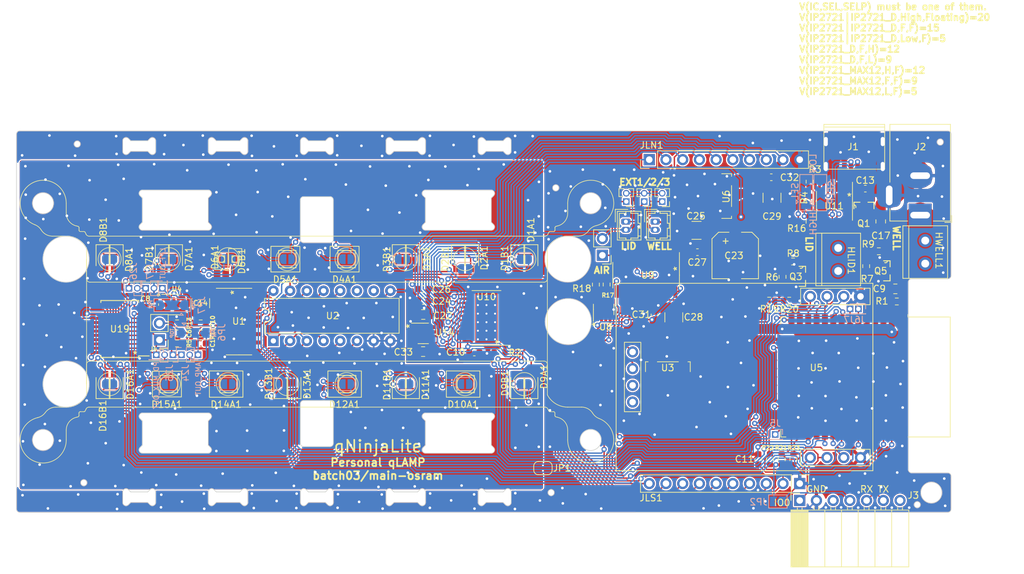
<source format=kicad_pcb>
(kicad_pcb (version 20211014) (generator pcbnew)
  (layers (0 "F.Cu" signal) (31 "B.Cu" signal) (34 "B.Paste" user) (35 "F.Paste" user) (36 "B.SilkS" user "B.Silkscreen") (37 "F.SilkS" user "F.Silkscreen") (38 "B.Mask" user) (39 "F.Mask" user) (44 "Edge.Cuts" user))
  (net 0 "")
  (net 1 "LED_BLANK")
  (net 2 "GNDA")
  (net 3 "3V3D")
  (net 4 "3V3A")
  (net 5 "PD_MUX_OUT")
  (net 7 "/Photo/AMP_OUT")
  (net 8 "Net-(R13-Pad1)")
  (net 9 "VCC")
  (net 10 "Net-(HLID1-Pad2)")
  (net 11 "Net-(HWELL1-Pad2)")
  (net 12 "THERM_R_SWITCH")
  (net 13 "/PhotoMUX/N_PD_OUT15")
  (net 14 "MUX_S3")
  (net 15 "/WELL_HEATER")
  (net 16 "MUX_S2")
  (net 17 "/LID_HEATER")
  (net 18 "MUX_S1")
  (net 19 "VIN_SENSE")
  (net 20 "I2C_SCL")
  (net 21 "MUX_S0")
  (net 22 "I2C_SDA")
  (net 23 "THERM_MUX_OUT")
  (net 24 "Net-(Q1-Pad1)")
  (net 25 "Net-(JP10-Pad1)")
  (net 26 "Net-(Q3-Pad1)")
  (net 27 "Net-(Q5-Pad1)")
  (net 28 "THERM_AIR")
  (net 29 "THERM_EXT1")
  (net 30 "THERM_EXT2")
  (net 31 "THERM_EXT3")
  (net 32 "THERM_LID")
  (net 33 "THERM_WELL")
  (net 34 "Net-(J1-PadB5)")
  (net 35 "Net-(J1-PadA5)")
  (net 36 "Net-(R2-Pad1)")
  (net 37 "Net-(R17-Pad2)")
  (net 38 "Net-(R18-Pad2)")
  (net 40 "/PhotoMUX/N_PD_OUT13")
  (net 42 "GNDD")
  (net 46 "/PhotoMUX/N_PD_OUT11")
  (net 51 "Net-(D2A1-Pad2)")
  (net 52 "Net-(D14A1-Pad2)")
  (net 53 "Net-(J24-Pad2)")
  (net 54 "Net-(J26-Pad2)")
  (net 55 "/Photo/LPF_OUT")
  (net 56 "LED")
  (net 58 "5V")
  (net 61 "/Power/SELP")
  (net 66 "/Power/SEL")
  (net 69 "/PhotoMUX/N_PD_OUT9")
  (net 70 "/PhotoMUX/N_PD_OUT7")
  (net 71 "/PhotoMUX/N_PD_OUT5")
  (net 72 "/PhotoMUX/N_PD_OUT3")
  (net 73 "/PhotoMUX/N_PD_OUT1")
  (net 74 "/PhotoMUX/S_PD_OUT15")
  (net 75 "/PhotoMUX/S_PD_OUT13")
  (net 76 "/PhotoMUX/S_PD_OUT11")
  (net 77 "/PhotoMUX/S_PD_OUT9")
  (net 78 "/PhotoMUX/S_PD_OUT7")
  (net 79 "/PhotoMUX/S_PD_OUT5")
  (net 80 "/PhotoMUX/S_PD_OUT3")
  (net 81 "/PhotoMUX/S_PD_OUT1")
  (net 82 "Net-(D13A1-Pad2)")
  (net 83 "Net-(D16A1-Pad2)")
  (net 84 "Net-(D15A1-Pad2)")
  (net 85 "Net-(D1A1-Pad2)")
  (net 86 "Net-(D12A1-Pad2)")
  (net 87 "Net-(D4A1-Pad2)")
  (net 88 "Net-(D5A1-Pad2)")
  (net 89 "Net-(D6A1-Pad2)")
  (net 90 "Net-(D7A1-Pad2)")
  (net 91 "Net-(D8A1-Pad2)")
  (net 92 "Net-(D9A1-Pad2)")
  (net 93 "Net-(D10A1-Pad2)")
  (net 94 "Net-(D11A1-Pad2)")
  (net 95 "LED_SPI_MOSI")
  (net 96 "LED_SPI_SCLK")
  (net 97 "LED_LAT")
  (net 98 "/PhotoLED/S_LED_OUT8")
  (net 99 "/PhotoLED/S_LED_OUT7")
  (net 100 "/PhotoLED/S_LED_OUT6")
  (net 101 "/PhotoLED/S_LED_OUT5")
  (net 102 "/PhotoLED/S_LED_OUT1")
  (net 103 "/PhotoLED/S_LED_OUT2")
  (net 104 "/PhotoLED/S_LED_OUT3")
  (net 105 "/PhotoLED/S_LED_OUT4")
  (net 106 "/PhotoLED/N_LED_OUT5")
  (net 107 "/PhotoLED/N_LED_OUT6")
  (net 108 "/PhotoLED/N_LED_OUT7")
  (net 109 "/PhotoLED/N_LED_OUT8")
  (net 110 "/PhotoLED/N_LED_OUT4")
  (net 111 "/PhotoLED/N_LED_OUT3")
  (net 112 "/PhotoLED/N_LED_OUT2")
  (net 113 "/PhotoLED/N_LED_OUT1")
  (net 114 "NAU_DRDY")
  (net 115 "TACT3")
  (net 116 "TACT2")
  (net 117 "/TXD")
  (net 118 "/RXD")
  (net 119 "TACT1")
  (net 120 "Net-(J3-Pad4)")
  (net 122 "DIVIDED")
  (net 126 "Net-(C9-Pad1)")
  (net 127 "/Power/VIN")
  (net 129 "/Photo/VBG")
  (net 137 "Net-(C6-Pad1)")
  (net 138 "Net-(J6-Pad1)")
  (net 139 "Net-(J7-Pad1)")
  (net 140 "Net-(J5-Pad1)")
  (net 141 "Net-(D6B1-Pad2)")
  (net 142 "Net-(D16B1-Pad2)")
  (net 143 "Net-(D13B1-Pad2)")
  (net 144 "Net-(D11B1-Pad2)")
  (net 145 "Net-(D9B1-Pad2)")
  (net 146 "Net-(D8B1-Pad2)")
  (net 147 "Net-(D7B1-Pad2)")
  (net 148 "Net-(D3B1-Pad2)")
  (net 149 "Net-(D2B1-Pad2)")
  (net 150 "Net-(D1B1-Pad2)")
  (net 151 "Net-(D3A1-Pad2)")
  (footprint "Ninja-qPCR:TB_SeeedOPL_320110028" (layer "F.Cu") (at 205.069999 89.680009 -90)
    (fp_text reference "HWELL1")
    (fp_text value "Screw_Terminal_01x02")
  )
  (footprint "Jumper:SolderJumper-2_P1.3mm_Bridged_RoundedPad1.0x1.5mm" (layer "F.Cu") (at 146.99 124.28 180)
    (fp_text reference "JP1")
    (fp_text value "SolderJumper_2_Bridged")
  )
  (footprint "Package_SO:TSSOP-16_4.4x5mm_P0.65mm" (layer "F.Cu") (at 191.278292 84.3998 -90)
    (fp_text reference "U11")
    (fp_text value "IP2721")
  )
  (footprint "Package_TO_SOT_SMD:SOT-23-5" (layer "F.Cu") (at 128.803378 103.790011)
    (fp_text reference "U14")
    (fp_text value "TCR3DF33,LM(CT")
  )
  (footprint "Capacitor_SMD:C_0805_2012Metric" (layer "F.Cu") (at 128.803378 100.919989)
    (fp_text reference "C22")
    (fp_text value "4.7uF")
  )
  (footprint "Ninja-qPCR:35TZV100M6.3X8" (layer "F.Cu") (at 176.2 91.94 -90)
    (fp_text reference "C23")
    (fp_text value "100uF" hide)
  )
  (footprint "Capacitor_SMD:C_0603_1608Metric" (layer "F.Cu") (at 128.803376 98.85)
    (fp_text reference "C24")
    (fp_text value "0.1uF")
  )
  (footprint "Capacitor_SMD:C_1210_3225Metric" (layer "F.Cu") (at 170.32 88.13 180)
    (fp_text reference "C25")
    (fp_text value "22uF")
  )
  (footprint "Capacitor_SMD:C_0603_1608Metric" (layer "F.Cu") (at 170.46001 91.44 180)
    (fp_text reference "C27")
    (fp_text value "0.1uF")
  )
  (footprint "Capacitor_SMD:C_1210_3225Metric" (layer "F.Cu") (at 181.79 83.17 -90)
    (fp_text reference "C29")
    (fp_text value "22uF")
  )
  (footprint "Capacitor_SMD:C_0603_1608Metric" (layer "F.Cu") (at 163.94 100.98 90)
    (fp_text reference "C31")
    (fp_text value "0.1uF")
  )
  (footprint "Capacitor_SMD:C_0805_2012Metric" (layer "F.Cu") (at 128.783376 106.56 180)
    (fp_text reference "C33")
    (fp_text value "4.7uF")
  )
  (footprint "Capacitor_SMD:C_0603_1608Metric" (layer "F.Cu") (at 195.97 81.78)
    (fp_text reference "C13")
    (fp_text value "1uF(<=20V)")
  )
  (footprint "Capacitor_SMD:C_1210_3225Metric" (layer "F.Cu") (at 94.990006 99.200005 90)
    (fp_text reference "C14")
    (fp_text value "22uF")
  )
  (footprint "Ninja-qPCR:TB_SeeedOPL_320110028" (layer "F.Cu") (at 191.85 90.8 -90)
    (fp_text reference "HLID1")
    (fp_text value "Screw_Terminal_01x02")
  )
  (footprint "Package_SO:SSOP-24_5.3x8.2mm_P0.65mm" (layer "F.Cu") (at 82.695999 103.120012 180)
    (fp_text reference "U19")
    (fp_text value "CD74HC4067M96")
  )
  (footprint "Capacitor_SMD:C_0603_1608Metric" (layer "F.Cu") (at 88.080012 99.410012 -90)
    (fp_text reference "C8")
    (fp_text value "DNP")
  )
  (footprint "Capacitor_SMD:C_0603_1608Metric" (layer "F.Cu") (at 179.705 122.936 90)
    (fp_text reference "C11")
    (fp_text value "0.1uF")
  )
  (footprint "Capacitor_SMD:C_0603_1608Metric" (layer "F.Cu") (at 91.399995 103.796008 180)
    (fp_text reference "C6")
    (fp_text value "5pF")
  )
  (footprint "Package_TO_SOT_SMD:SOT-23-8" (layer "F.Cu") (at 156.21 100.15 90)
    (fp_text reference "U8")
    (fp_text value "TS12A12511DCNR")
  )
  (footprint "Package_TO_SOT_SMD:SOT-23-5" (layer "F.Cu") (at 90.869999 99.410012)
    (fp_text reference "U4")
    (fp_text value "LMP7717MF_NOPB")
  )
  (footprint "Resistor_SMD:R_0603_1608Metric" (layer "F.Cu") (at 91.399995 102.272008 180)
    (fp_text reference "R13")
    (fp_text value "10M")
  )
  (footprint "Resistor_SMD:R_0603_1608Metric" (layer "F.Cu") (at 156.67 96.36 -90)
    (fp_text reference "R17")
    (fp_text value "10k_HP")
  )
  (footprint "Resistor_SMD:R_0603_1608Metric" (layer "F.Cu") (at 155.03 96.37 -90)
    (fp_text reference "R18")
    (fp_text value "47k_HP")
  )
  (footprint "Package_SO:SOIC-16_3.9x9.9mm_P1.27mm" (layer "F.Cu") (at 162.66 94.94 -90)
    (fp_text reference "U9")
    (fp_text value "SN74LV4051A")
  )
  (footprint "Capacitor_SMD:C_0603_1608Metric" (layer "F.Cu") (at 128.803376 97.05)
    (fp_text reference "C26")
    (fp_text value "0.01uF")
  )
  (footprint "Ninja-qPCR:SOT95P240X112-3N" (layer "F.Cu") (at 199.02 94.28)
    (fp_text reference "Q5")
    (fp_text value "Q_NMOS_GSD")
  )
  (footprint "Ninja-qPCR:SOT95P240X112-3N" (layer "F.Cu") (at 186.18 95.12)
    (fp_text reference "Q3")
    (fp_text value "Q_NMOS_GSD")
  )
  (footprint "Ninja-qPCR:SOT95P240X112-3N" (layer "F.Cu") (at 195.76 84.56 90)
    (fp_text reference "Q1")
    (fp_text value "Q_NMOS_GSD")
  )
  (footprint "Package_SO:HTSSOP-24-1EP_4.4x7.8mm_P0.65mm_EP3.4x7.8mm_Mask2.4x4.68mm_ThermalVias" (layer "F.Cu") (at 138.41 101.44 180)
    (fp_text reference "U10")
    (fp_text value "TLC5929")
  )
  (footprint "Resistor_SMD:R_0603_1608Metric" (layer "F.Cu") (at 181.356 98.819995)
    (fp_text reference "R19")
    (fp_text value "100k")
  )
  (footprint "Capacitor_SMD:C_0805_2012Metric" (layer "F.Cu") (at 200.525 97.02 180)
    (fp_text reference "C9")
    (fp_text value "10uF")
  )
  (footprint "Connector_Hirose:Hirose_DF13-02P-1.25DSA_1x02_P1.25mm_Vertical" (layer "F.Cu") (at 164.035003 86.795 -90)
    (fp_text reference "TWELL1" hide)
    (fp_text value "Conn_01x02_Male")
  )
  (footprint "Connector_Hirose:Hirose_DF13-02P-1.25DSA_1x02_P1.25mm_Vertical" (layer "F.Cu") (at 159.590003 86.795 -90)
    (fp_text reference "TLID1" hide)
    (fp_text value "Conn_01x02_Male")
  )
  (footprint "Pin_Headers:Pin_Header_Straight_1x02_Pitch1.27mm" (layer "F.Cu") (at 165.10696 83.749058 180)
    (fp_text reference "TEXT3" hide)
    (fp_text value "Conn_01x02_Male")
  )
  (footprint "Pin_Headers:Pin_Header_Straight_1x02_Pitch1.27mm" (layer "F.Cu") (at 162.376968 83.749058 180)
    (fp_text reference "TEXT2" hide)
    (fp_text value "Conn_01x02_Male")
  )
  (footprint "Pin_Headers:Pin_Header_Straight_1x02_Pitch1.27mm" (layer "F.Cu") (at 159.64695 83.749058 180)
    (fp_text reference "TEXT1" hide)
    (fp_text value "Conn_01x02_Male")
  )
  (footprint "Connector_PinHeader_2.54mm:PinHeader_1x02_P2.54mm_Vertical" (layer "F.Cu") (at 156.020008 91.915005 180)
    (fp_text reference "TAIR1" hide)
    (fp_text value "Conn_01x02_Male")
  )
  (footprint "Resistor_SMD:R_0603_1608Metric" (layer "F.Cu") (at 198.02 91.305 180)
    (fp_text reference "R9")
    (fp_text value "47k")
  )
  (footprint "Resistor_SMD:R_0603_1608Metric" (layer "F.Cu") (at 184.99 92.86 180)
    (fp_text reference "R8")
    (fp_text value "47k")
  )
  (footprint "Resistor_SMD:R_0603_1608Metric" (layer "F.Cu") (at 187.500006 80.7212 -90)
    (fp_text reference "R3")
    (fp_text value "5.1k")
  )
  (footprint "Resistor_SMD:R_0603_1608Metric" (layer "F.Cu") (at 187.500006 83.7692 -90)
    (fp_text reference "R4")
    (fp_text value "5.1k")
  )
  (footprint "Resistor_SMD:R_0603_1608Metric" (layer "F.Cu") (at 196.1 93.57 -90)
    (fp_text reference "R7")
    (fp_text value "150")
  )
  (footprint "Resistor_SMD:R_0603_1608Metric" (layer "F.Cu") (at 183.39 95.19 -90)
    (fp_text reference "R6")
    (fp_text value "150")
  )
  (footprint "Resistor_SMD:R_0603_1608Metric" (layer "F.Cu") (at 140.399998 106.699991)
    (fp_text reference "R2")
    (fp_text value "3.3k")
  )
  (footprint "Resistor_SMD:R_0603_1608Metric" (layer "F.Cu") (at 200.75 98.94 180)
    (fp_text reference "R1")
    (fp_text value "100k")
  )
  (footprint "Resistor_SMD:R_0603_1608Metric" (layer "F.Cu") (at 187.500006 86.8172 -90)
    (fp_text reference "R16")
    (fp_text value "100k")
  )
  (footprint "Capacitor_SMD:C_0603_1608Metric" (layer "F.Cu") (at 136.560001 106.699991)
    (fp_text reference "C10")
    (fp_text value "0.1uF")
  )
  (footprint "Capacitor_SMD:C_1210_3225Metric" (layer "F.Cu") (at 166.87 101.35 90)
    (fp_text reference "C28")
    (fp_text value "22uF")
  )
  (footprint "Capacitor_SMD:C_0603_1608Metric" (layer "F.Cu") (at 181.68 80.05)
    (fp_text reference "C32")
    (fp_text value "0.1uF")
  )
  (footprint "Connector_BarrelJack:BarrelJack_Horizontal" (layer "F.Cu") (at 204.295792 85.8098 -90)
    (fp_text reference "J2")
    (fp_text value "Barrel_Jack_Switch")
  )
  (footprint "Resistor_SMD:R_0603_1608Metric" (layer "F.Cu") (at 185.039 122.936 -90)
    (fp_text reference "R23")
    (fp_text value "100k")
  )
  (footprint "Diodes_SMD:D_1206" (layer "F.Cu") (at 89.157211 92.502066 -90)
    (fp_text reference "D7B1")
    (fp_text value "D_Photo")
  )
  (footprint "Diodes_SMD:D_1206" (layer "F.Cu") (at 134.157211 92.502066 -90)
    (fp_text reference "D2B1")
    (fp_text value "D_Photo")
  )
  (footprint "Diodes_SMD:D_1206" (layer "F.Cu") (at 127.157211 111.501633 90)
    (fp_text reference "D11A1")
    (fp_text value "D_Photo")
  )
  (footprint "Diodes_SMD:D_1206" (layer "F.Cu") (at 136.157211 92.502066 -90)
    (fp_text reference "D2A1")
    (fp_text value "D_Photo")
  )
  (footprint "Diodes_SMD:D_1206" (layer "F.Cu") (at 143.157211 92.502066 -90)
    (fp_text reference "D1B1")
    (fp_text value "D_Photo")
  )
  (footprint "Ninja-qPCR:SFH2200_2201_2240" (layer "F.Cu") (at 98.857212 111.501633 180)
    (fp_text reference "D14A1")
    (fp_text value "D_Photo")
  )
  (footprint "Ninja-qPCR:LITE_LCD" (layer "F.Cu") (at 158.111003 96.175006)
    (fp_text reference "U17" hide)
    (fp_text value "LITE_LCD")
  )
  (footprint "Ninja-qPCR:SFH2400" (layer "F.Cu") (at 100.236001 92.2 90)
    (fp_text reference "D6A1")
    (fp_text value "D_Photo")
  )
  (footprint "Resistor_SMD:R_0603_1608Metric" (layer "F.Cu") (at 181.483 122.936 -90)
    (fp_text reference "R22")
    (fp_text value "100k")
  )
  (footprint "Diodes_SMD:D_1206" (layer "F.Cu") (at 125.157211 111.501633 90)
    (fp_text reference "D11B1")
    (fp_text value "D_Photo")
  )
  (footprint "Ninja-qPCR:ALI_USB" (layer "F.Cu") (at 198.608282 78.419792 180)
    (fp_text reference "J1")
    (fp_text value "ALI_USB")
  )
  (footprint "Package_SO:SOIC-16_3.9x9.9mm_P1.27mm" (layer "F.Cu") (at 100.810009 101.999999)
    (fp_text reference "U1")
    (fp_text value "NAU7802")
  )
  (footprint "Connector_PinHeader_2.54mm:PinHeader_1x10_P2.54mm_Vertical" (layer "F.Cu") (at 186.001 126.628 -90)
    (fp_text reference "JLS1")
    (fp_text value "Conn_01x10_Male")
  )
  (footprint "Diodes_SMD:D_1206" (layer "F.Cu") (at 82.157211 111.501633 90)
    (fp_text reference "D16A1")
    (fp_text value "D_Photo")
  )
  (footprint "Ninja-qPCR:SFH2200_2201_2240" (layer "F.Cu") (at 116.857212 111.501633 180)
    (fp_text reference "D12A1")
    (fp_text value "D_Photo")
  )
  (footprint "Diodes_SMD:D_1206" (layer "F.Cu") (at 109.157211 111.501633 90)
    (fp_text reference "D13A1")
    (fp_text value "D_Photo")
  )
  (footprint "Resistor_SMD:R_0603_1608Metric" (layer "F.Cu") (at 94.990006 103.796008)
    (fp_text reference "R11")
    (fp_text value "47k_HP")
  )
  (footprint "Ninja-qPCR:SFH2440_2430_BPW34S" (layer "F.Cu") (at 116.857212 92.502066 180)
    (fp_text reference "D4A1")
    (fp_text value "D_Photo")
  )
  (footprint "Ninja-qPCR:SFH2440_2430_BPW34S" (layer "F.Cu") (at 107.857212 92.502066 180)
    (fp_text reference "D5A1")
    (fp_text value "D_Photo")
  )
  (footprint "Diodes_SMD:D_1206" (layer "F.Cu") (at 80.157211 92.502066 -90)
    (fp_text reference "D8B1")
    (fp_text value "D_Photo")
  )
  (footprint "Capacitor_SMD:C_0805_2012Metric" (layer "F.Cu") (at 198.308292 86.7698 90)
    (fp_text reference "C17")
    (fp_text value "10uF(<=20V)")
  )
  (footprint "RF_Module:ESP32-WROOM-32" (layer "F.Cu") (at 193.006 110.42 -90)
    (fp_text reference "U5")
    (fp_text value "ESP32-WROOM-32")
  )
  (footprint "Diodes_SMD:D_1206" (layer "F.Cu") (at 80.157211 111.501633 90)
    (fp_text reference "D16B1")
    (fp_text value "D_Photo")
  )
  (footprint "Connector_PinSocket_2.54mm:PinSocket_1x07_P2.54mm_Horizontal" (layer "F.Cu") (at 186.000993 129.2 90)
    (fp_text reference "J3")
    (fp_text value "Conn_01x07_Male")
  )
  (footprint "Resistor_SMD:R_0603_1608Metric" (layer "F.Cu") (at 184.404 98.819995)
    (fp_text reference "R20")
    (fp_text value "10k")
  )
  (footprint "Ninja-qPCR:SFH2440_2430_BPW34S" (layer "F.Cu") (at 89.857212 111.501633 180)
    (fp_text reference "D15A1")
    (fp_text value "D_Photo")
  )
  (footprint "Diodes_SMD:D_1206" (layer "F.Cu") (at 127.157211 92.502066 -90)
    (fp_text reference "D3A1")
    (fp_text value "D_Photo")
  )
  (footprint "Connector_PinHeader_2.54mm:PinHeader_1x10_P2.54mm_Vertical" (layer "F.Cu") (at 163.141 77.372 90)
    (fp_text reference "JLN1")
    (fp_text value "Conn_01x10_Male")
  )
  (footprint "Diodes_SMD:D_1206" (layer "F.Cu") (at 125.157211 92.502066 -90)
    (fp_text reference "D3B1")
    (fp_text value "D_Photo")
  )
  (footprint "Capacitor_SMD:C_0603_1608Metric" (layer "F.Cu") (at 94.990006 105.320008 180)
    (fp_text reference "C1")
    (fp_text value "0.1uF")
  )
  (footprint "Diodes_SMD:D_1206" (layer "F.Cu") (at 145.157211 111.501633 90)
    (fp_text reference "D9A1")
    (fp_text value "D_Photo")
  )
  (footprint "Resistor_SMD:R_0603_1608Metric" (layer "F.Cu") (at 183.261 122.936 -90)
    (fp_text reference "R21")
    (fp_text value "100k")
  )
  (footprint "Ninja-qPCR:REG_TO252-3" (layer "F.Cu") (at 173.37 82.91 180)
    (fp_text reference "U6")
    (fp_text value "BA178M05FP-E2")
  )
  (footprint "Package_DIP:DIP-16_W7.62mm" (layer "F.Cu") (at 106.029989 104.929991 90)
    (fp_text reference "U2")
    (fp_text value "NAU7802")
  )
  (footprint "Resistor_SMD:R_0603_1608Metric" (layer "F.Cu") (at 94.990006 102.272008)
    (fp_text reference "R10")
    (fp_text value "47k_HP")
  )
  (footprint "Ninja-qPCR:REG_TO252-3" (layer "F.Cu") (at 165.97 110.39 -90)
    (fp_text reference "U3")
    (fp_text value "BD433M5FP-CE2")
  )
  (footprint "Resistor_SMD:R_0603_1608Metric" (layer "F.Cu") (at 91.399995 105.320008)
    (fp_text reference "R5")
    (fp_text value "10M")
  )
  (footprint "Diodes_SMD:D_1206" (layer "F.Cu") (at 91.157211 92.502066 -90)
    (fp_text reference "D7A1")
    (fp_text value "D_Photo")
  )
  (footprint "Diodes_SMD:D_1206" (layer "F.Cu") (at 145.157211 92.502066 -90)
    (fp_text reference "D1A1")
    (fp_text value "D_Photo")
  )
  (footprint "Diodes_SMD:D_1206" (layer "F.Cu") (at 82.157211 92.502066 -90)
    (fp_text reference "D8A1")
    (fp_text value "D_Photo")
  )
  (footprint "Diodes_SMD:D_1206" (layer "F.Cu") (at 107.157211 111.501633 90)
    (fp_text reference "D13B1")
    (fp_text value "D_Photo")
  )
  (footprint "Ninja-qPCR:SFH2400" (layer "F.Cu") (at 98.136001 92.8 -90)
    (fp_text reference "D6B1")
    (fp_text value "D_Photo")
  )
  (footprint "Connector_PinHeader_2.54mm:PinHeader_1x02_P2.54mm_Vertical" (layer "F.Cu") (at 88.71999 104.785008 180)
    (fp_text reference "J4")
    (fp_text value "Conn_01x02_Male")
  )
  (footprint "Diodes_SMD:D_1206" (layer "F.Cu") (at 143.157211 111.501633 90)
    (fp_text reference "D9B1")
    (fp_text value "D_Photo")
  )
  (footprint "Ninja-qPCR:SFH2200_2201_2240" (layer "F.Cu") (at 134.857212 111.501633 180)
    (fp_text reference "D10A1")
    (fp_text value "D_Photo")
  )
  (footprint "Connector_PinHeader_1.27mm:PinHeader_1x01_P1.27mm_Vertical" (layer "B.Cu") (at 88.24 107.05 180)
    (fp_text reference "J13" hide)
    (fp_text value "Conn_01x01_Male")
  )
  (footprint "Connector_PinHeader_1.27mm:PinHeader_1x01_P1.27mm_Vertical" (layer "B.Cu") (at 94.59 107.05)
    (fp_text reference "J16" hide)
    (fp_text value "Conn_01x01_Male")
  )
  (footprint "Jumper:SolderJumper-3_P2.0mm_Open_TrianglePad1.0x1.5mm" (layer "B.Cu") (at 90.64498 99.519994 180)
    (fp_text reference "JP7")
    (fp_text value "Jumper_3_Open")
  )
  (footprint "Jumper:SolderJumper-2_P1.3mm_Open_RoundedPad1.0x1.5mm" (layer "B.Cu") (at 106 111.501633 180)
    (fp_text reference "JP21" hide)
    (fp_text value "Jumper_2_Open")
  )
  (footprint "Jumper:SolderJumper-2_P1.3mm_Open_RoundedPad1.0x1.5mm" (layer "B.Cu") (at 135.157211 94 180)
    (fp_text reference "JP15" hide)
    (fp_text value "Jumper_2_Open")
  )
  (footprint "Jumper:SolderJumper-2_P1.3mm_Open_RoundedPad1.0x1.5mm" (layer "B.Cu") (at 99.157211 111.501633 180)
    (fp_text reference "JP11" hide)
    (fp_text value "Jumper_2_Open")
  )
  (footprint "Pin_Headers:Pin_Header_Straight_1x01_Pitch1.27mm" (layer "B.Cu") (at 193.640989 100.070006 180)
    (fp_text reference "J7")
    (fp_text value "Conn_01x01_Male")
  )
  (footprint "Jumper:SolderJumper-2_P1.3mm_Open_RoundedPad1.0x1.5mm" (layer "B.Cu") (at 108.157211 92.502066 180)
    (fp_text reference "JP4" hide)
    (fp_text value "Jumper_2_Open")
  )
  (footprint "Connector_PinHeader_1.27mm:PinHeader_1x01_P1.27mm_Vertical" (layer "B.Cu") (at 89.166003 96.930021 -90)
    (fp_text reference "J23" hide)
    (fp_text value "Conn_01x01_Male")
  )
  (footprint "Jumper:SolderJumper-3_P2.0mm_Open_TrianglePad1.0x1.5mm" (layer "B.Cu") (at 93.849994 103.719999)
    (fp_text reference "JP6")
    (fp_text value "Jumper_3_Open")
  )
  (footprint "Jumper:SolderJumper-2_P1.3mm_Open_RoundedPad1.0x1.5mm" (layer "B.Cu") (at 126.157211 111.501633 180)
    (fp_text reference "JP20" hide)
    (fp_text value "Jumper_2_Open")
  )
  (footprint "Jumper:SolderJumper-2_P1.3mm_Open_RoundedPad1.0x1.5mm" (layer "B.Cu") (at 90.157211 92.502066 180)
    (fp_text reference "JP17" hide)
    (fp_text value "Jumper_2_Open")
  )
  (footprint "Jumper:SolderJumper-2_P1.3mm_Open_RoundedPad1.0x1.5mm" (layer "B.Cu") (at 135.157211 111.501633 180)
    (fp_text reference "JP5" hide)
    (fp_text value "Jumper_2_Open")
  )
  (footprint "Jumper:SolderJumper-2_P1.3mm_Open_RoundedPad1.0x1.5mm" (layer "B.Cu") (at 99.157211 92.502066)
    (fp_text reference "JP13" hide)
    (fp_text value "Jumper_2_Open")
  )
  (footprint "Jumper:SolderJumper-2_P1.3mm_Open_TrianglePad1.0x1.5mm" (layer "B.Cu") (at 182.69 129.35 180)
    (fp_text reference "JP2")
    (fp_text value "Jumper_2_Bridged")
  )
  (footprint "Jumper:SolderJumper-2_P1.3mm_Open_RoundedPad1.0x1.5mm" (layer "B.Cu") (at 144.157211 92.502066 180)
    (fp_text reference "JP14" hide)
    (fp_text value "Jumper_2_Open")
  )
  (footprint "Connector_PinHeader_1.27mm:PinHeader_1x02_P1.27mm_Vertical" (layer "B.Cu") (at 84.085995 96.930009 -90)
    (fp_text reference "J26" hide)
    (fp_text value "Conn_01x02_Male")
  )
  (footprint "Jumper:SolderJumper-2_P1.3mm_Open_RoundedPad1.0x1.5mm" (layer "B.Cu") (at 117.157211 111.501633 180)
    (fp_text reference "JP8" hide)
    (fp_text value "Jumper_2_Open")
  )
  (footprint "Jumper:SolderJumper-2_P1.3mm_Open_RoundedPad1.0x1.5mm" (layer "B.Cu") (at 144.157211 111.501633 180)
    (fp_text reference "JP19" hide)
    (fp_text value "Jumper_2_Open")
  )
  (footprint "Jumper:SolderJumper-3_P2.0mm_Open_TrianglePad1.0x1.5mm" (layer "B.Cu") (at 186.957487 82.390005 90)
    (fp_text reference "JP9" hide)
    (fp_text value "Jumper_3_Open")
  )
  (footprint "Jumper:SolderJumper-2_P1.3mm_Open_RoundedPad1.0x1.5mm" (layer "B.Cu") (at 90.157211 111.501633 180)
    (fp_text reference "JP12" hide)
    (fp_text value "Jumper_2_Open")
  )
  (footprint "Pin_Headers:Pin_Header_Straight_1x01_Pitch1.27mm" (layer "B.Cu") (at 182.280001 119.160011 180)
    (fp_text reference "J5")
    (fp_text value "Conn_01x01_Male")
  )
  (footprint "Jumper:SolderJumper-2_P1.3mm_Open_RoundedPad1.0x1.5mm" (layer "B.Cu") (at 81.157211 92.502066 180)
    (fp_text reference "JP18" hide)
    (fp_text value "Jumper_2_Open")
  )
  (footprint "Jumper:SolderJumper-2_P1.3mm_Open_RoundedPad1.0x1.5mm" (layer "B.Cu") (at 117.157211 92.502066 180)
    (fp_text reference "JP3" hide)
    (fp_text value "Jumper_2_Open")
  )
  (footprint "Connector_PinHeader_1.27mm:PinHeader_1x02_P1.27mm_Vertical" (layer "B.Cu") (at 90.78 107.05 90)
    (fp_text reference "J25")
    (fp_text value "Conn_01x02_Male")
  )
  (footprint "Connector_PinHeader_1.27mm:PinHeader_1x02_P1.27mm_Vertical" (layer "B.Cu") (at 92.05 107.05 -90)
    (fp_text reference "J24")
    (fp_text value "Conn_01x02_Male")
  )
  (footprint "Pin_Headers:Pin_Header_Straight_1x01_Pitch1.27mm" (layer "B.Cu") (at 194.910989 100.070006 180)
    (fp_text reference "J6")
    (fp_text value "Conn_01x01_Male")
  )
  (footprint "Jumper:SolderJumper-2_P1.3mm_Open_RoundedPad1.0x1.5mm" (layer "B.Cu") (at 125.657211 92.502066 180)
    (fp_text reference "JP16" hide)
    (fp_text value "Jumper_2_Open")
  )
  (footprint "Connector_PinHeader_1.27mm:PinHeader_1x02_P1.27mm_Vertical" (layer "B.Cu") (at 86.625995 96.930009 -90)
    (fp_text reference "J27")
    (fp_text value "Conn_01x02_Male")
  )
  (footprint "Jumper:SolderJumper-3_P2.0mm_Open_TrianglePad1.0x1.5mm" (layer "B.Cu") (at 189.100003 82.390005 90)
    (fp_text reference "JP10" hide)
    (fp_text value "Jumper_3_Open")
  )
  (footprint "Jumper:SolderJumper-2_P1.3mm_Open_RoundedPad1.0x1.5mm" (layer "B.Cu") (at 81.157211 111.501633 180)
    (fp_text reference "JP22" hide)
    (fp_text value "Jumper_2_Open")
  )
  (gr_poly (pts (xy 193.14 78.96) (xy 193.31 79.19) (xy 195.26 79.19) (xy 195.44 78.92) (xy 195.44 77.87) (xy 196.14 77.87) (xy 196.14 80.78) (xy 196.06 80.95) (xy 196.06 84.15) (xy 194.04 84.15) (xy 194.04 80.53) (xy 193.1 80.53) (xy 193.1 82.28) (xy 192.7 82.29) (xy 192.7 80.53) (xy 192.44 80.31) (xy 192.44 77.87) (xy 193.14 77.87)) (layer "F.Cu") (width 0) (fill solid))
  (gr_line (start 147.657227 111.5) (end 147.657227 92.5) (layer "F.SilkS") (width 0.1))
  (gr_arc (start 69.793791 87.266166) (mid 70.34204 87.588129) (end 70.761537 88.065895) (layer "F.SilkS") (width 0.1))
  (gr_arc (start 71.379757 115.828755) (mid 70.875438 116.315728) (end 70.234047 116.598743) (layer "F.SilkS") (width 0.1))
  (gr_circle (center 126.157202 111.501637) (end 124.407202 111.501637) (layer "F.SilkS") (width 0.1) (fill none))
  (gr_arc (start 69.793791 87.266166) (mid 69.088495 81.115515) (end 74.563915 84.004758) (layer "F.SilkS") (width 0.1))
  (gr_arc (start 147.886139 88.404914) (mid 147.959302 88.332085) (end 148.059038 88.305442) (layer "F.SilkS") (width 0.1))
  (gr_arc (start 76.497682 115.898256) (mid 76.55626 115.756834) (end 76.697682 115.698256) (layer "F.SilkS") (width 0.1))
  (gr_arc (start 76.712016 88.305442) (mid 76.570595 88.246863) (end 76.512016 88.105442) (layer "F.SilkS") (width 0.1))
  (gr_arc (start 77.428279 115.598784) (mid 77.355116 115.671613) (end 77.25538 115.698256) (layer "F.SilkS") (width 0.1))
  (gr_arc (start 77.428293 88.404914) (mid 77.500888 88.541698) (end 77.562683 88.683688) (layer "F.SilkS") (width 0.1))
  (gr_arc (start 72.455067 89.001961) (mid 71.487562 88.752371) (end 70.761537 88.065895) (layer "F.SilkS") (width 0.1))
  (gr_circle (center 144.157216 92.502061) (end 145.907216 92.502061) (layer "F.SilkS") (width 0.1) (fill none))
  (gr_arc (start 71.379757 115.828755) (mid 72.090263 115.22045) (end 72.999668 115.001737) (layer "F.SilkS") (width 0.1))
  (gr_line (start 76.512016 87.717688) (end 76.512016 88.105442) (layer "F.SilkS") (width 0.1))
  (gr_arc (start 149.18281 116.546221) (mid 150.310089 117.246864) (end 150.750503 118.49894) (layer "F.SilkS") (width 0.1))
  (gr_arc (start 74.563643 89.001961) (mid 76.369254 89.503667) (end 77.657216 90.86495) (layer "F.SilkS") (width 0.1))
  (gr_line (start 74.563901 118.49894) (end 74.563901 119.99894) (layer "F.SilkS") (width 0.1))
  (gr_line (start 147.657202 108.501637) (end 147.657202 113.138748) (layer "F.SilkS") (width 0.1))
  (gr_line (start 148.816736 88.105442) (end 148.816736 87.712572) (layer "F.SilkS") (width 0.1))
  (gr_arc (start 77.562669 115.32001) (mid 77.500874 115.462) (end 77.428279 115.598784) (layer "F.SilkS") (width 0.1))
  (gr_line (start 72.999668 115.001737) (end 74.563629 115.001737) (layer "F.SilkS") (width 0.1))
  (gr_arc (start 147.751749 88.683688) (mid 147.568027 88.914864) (end 147.285904 89.002061) (layer "F.SilkS") (width 0.1))
  (gr_arc (start 76.131608 87.457477) (mid 75.004329 86.756834) (end 74.563915 85.504758) (layer "F.SilkS") (width 0.1))
  (gr_line (start 74.563915 84.004758) (end 74.563915 85.504758) (layer "F.SilkS") (width 0.1))
  (gr_line (start 78.028528 89.002061) (end 147.285904 89.002061) (layer "F.SilkS") (width 0.1))
  (gr_circle (center 108.157202 111.501637) (end 106.407202 111.501637) (layer "F.SilkS") (width 0.1) (fill none))
  (gr_line (start 77.657216 95.502061) (end 77.657216 90.86495) (layer "F.SilkS") (width 0.1))
  (gr_circle (center 90.157216 92.502061) (end 91.907216 92.502061) (layer "F.SilkS") (width 0.1) (fill none))
  (gr_line (start 152.31475 89.001961) (end 150.750789 89.001961) (layer "F.SilkS") (width 0.1))
  (gr_line (start 77.657202 113.138748) (end 77.657202 108.501637) (layer "F.SilkS") (width 0.1))
  (gr_arc (start 147.751749 88.683688) (mid 147.813544 88.541698) (end 147.886139 88.404914) (layer "F.SilkS") (width 0.1))
  (gr_arc (start 149.18281 116.546221) (mid 149.057398 116.514167) (end 148.934323 116.474066) (layer "F.SilkS") (width 0.1))
  (gr_arc (start 78.028528 89.002061) (mid 77.746406 88.914864) (end 77.562683 88.683688) (layer "F.SilkS") (width 0.1))
  (gr_arc (start 76.36417 116.479751) (mid 76.248888 116.516505) (end 76.131594 116.546221) (layer "F.SilkS") (width 0.1))
  (gr_arc (start 150.750517 84.004758) (mid 156.412172 81.252077) (end 155.080371 87.404955) (layer "F.SilkS") (width 0.1))
  (gr_circle (center 135.157202 111.501637) (end 133.407202 111.501637) (layer "F.SilkS") (width 0.1) (fill none))
  (gr_arc (start 155.520627 116.737532) (mid 154.972378 116.415569) (end 154.552881 115.937803) (layer "F.SilkS") (width 0.1))
  (gr_arc (start 74.563901 119.99894) (mid 68.902246 122.751621) (end 70.234047 116.598743) (layer "F.SilkS") (width 0.1))
  (gr_circle (center 117.157216 92.502061) (end 118.907216 92.502061) (layer "F.SilkS") (width 0.1) (fill none))
  (gr_line (start 147.157216 96.002061) (end 78.157216 96.002061) (layer "F.SilkS") (width 0.1))
  (gr_circle (center 117.157202 111.501637) (end 115.407202 111.501637) (layer "F.SilkS") (width 0.1) (fill none))
  (gr_arc (start 74.563901 118.49894) (mid 75.004315 117.246865) (end 76.131594 116.546221) (layer "F.SilkS") (width 0.1))
  (gr_arc (start 147.157202 108.001637) (mid 147.510755 108.148084) (end 147.657202 108.501637) (layer "F.SilkS") (width 0.1))
  (gr_arc (start 155.520627 116.737532) (mid 156.225923 122.888183) (end 150.750503 119.99894) (layer "F.SilkS") (width 0.1))
  (gr_circle (center 90.157202 111.501637) (end 88.407202 111.501637) (layer "F.SilkS") (width 0.1) (fill none))
  (gr_line (start 150.750775 115.001737) (end 152.859351 115.001737) (layer "F.SilkS") (width 0.1))
  (gr_line (start 147.657216 90.86495) (end 147.657216 95.502061) (layer "F.SilkS") (width 0.1))
  (gr_arc (start 150.750775 115.001737) (mid 148.945164 114.500031) (end 147.657202 113.138748) (layer "F.SilkS") (width 0.1))
  (gr_circle (center 99.157202 111.501637) (end 97.407202 111.501637) (layer "F.SilkS") (width 0.1) (fill none))
  (gr_line (start 76.712016 88.305442) (end 77.255394 88.305442) (layer "F.SilkS") (width 0.1))
  (gr_circle (center 135.157216 92.502061) (end 136.907216 92.502061) (layer "F.SilkS") (width 0.1) (fill none))
  (gr_arc (start 148.059024 115.698256) (mid 147.959289 115.671613) (end 147.886125 115.598784) (layer "F.SilkS") (width 0.1))
  (gr_circle (center 108.157216 92.502061) (end 109.907216 92.502061) (layer "F.SilkS") (width 0.1) (fill none))
  (gr_line (start 148.059038 88.305442) (end 148.616736 88.305442) (layer "F.SilkS") (width 0.1))
  (gr_arc (start 153.934661 88.174943) (mid 154.43898 87.68797) (end 155.080371 87.404955) (layer "F.SilkS") (width 0.1))
  (gr_arc (start 150.750517 85.504758) (mid 150.310103 86.756833) (end 149.182824 87.457477) (layer "F.SilkS") (width 0.1))
  (gr_arc (start 148.816736 87.712572) (mid 148.853492 87.597025) (end 148.950248 87.523947) (layer "F.SilkS") (width 0.1))
  (gr_circle (center 144.157202 111.501637) (end 142.407202 111.501637) (layer "F.SilkS") (width 0.1) (fill none))
  (gr_line (start 150.750517 85.504758) (end 150.750517 84.004758) (layer "F.SilkS") (width 0.1))
  (gr_line (start 76.497682 115.898256) (end 76.497682 116.291126) (layer "F.SilkS") (width 0.1))
  (gr_arc (start 148.950248 87.523947) (mid 149.06553 87.487193) (end 149.182824 87.457477) (layer "F.SilkS") (width 0.1))
  (gr_arc (start 76.131608 87.457477) (mid 76.25702 87.489531) (end 76.380095 87.529632) (layer "F.SilkS") (width 0.1))
  (gr_arc (start 147.28589 115.001637) (mid 147.568012 115.088834) (end 147.751735 115.32001) (layer "F.SilkS") (width 0.1))
  (gr_arc (start 148.602402 115.698256) (mid 148.743823 115.756835) (end 148.802402 115.898256) (layer "F.SilkS") (width 0.1))
  (gr_arc (start 76.497682 116.291126) (mid 76.460926 116.406673) (end 76.36417 116.479751) (layer "F.SilkS") (width 0.1))
  (gr_arc (start 152.859351 115.001737) (mid 153.826856 115.251327) (end 154.552881 115.937803) (layer "F.SilkS") (width 0.1))
  (gr_arc (start 77.562669 115.32001) (mid 77.746391 115.088834) (end 78.028514 115.001637) (layer "F.SilkS") (width 0.1))
  (gr_arc (start 147.657216 95.502061) (mid 147.510769 95.855614) (end 147.157216 96.002061) (layer "F.SilkS") (width 0.1))
  (gr_circle (center 99.157216 92.502061) (end 100.907216 92.502061) (layer "F.SilkS") (width 0.1) (fill none))
  (gr_arc (start 153.934661 88.174943) (mid 153.224155 88.783248) (end 152.31475 89.001961) (layer "F.SilkS") (width 0.1))
  (gr_line (start 77.657214 92.5) (end 77.657214 111.5) (layer "F.SilkS") (width 0.1))
  (gr_arc (start 147.886125 115.598784) (mid 147.81353 115.462) (end 147.751735 115.32001) (layer "F.SilkS") (width 0.1))
  (gr_line (start 74.563643 89.001961) (end 72.455067 89.001961) (layer "F.SilkS") (width 0.1))
  (gr_arc (start 148.816736 88.105442) (mid 148.758158 88.246864) (end 148.616736 88.305442) (layer "F.SilkS") (width 0.1))
  (gr_line (start 78.157202 108.001637) (end 147.157202 108.001637) (layer "F.SilkS") (width 0.1))
  (gr_arc (start 148.934323 116.474066) (mid 148.838671 116.400867) (end 148.802402 116.28601) (layer "F.SilkS") (width 0.1))
  (gr_arc (start 77.255394 88.305442) (mid 77.355129 88.332085) (end 77.428293 88.404914) (layer "F.SilkS") (width 0.1))
  (gr_line (start 77.25538 115.698256) (end 76.697682 115.698256) (layer "F.SilkS") (width 0.1))
  (gr_arc (start 76.380095 87.529632) (mid 76.475747 87.602831) (end 76.512016 87.717688) (layer "F.SilkS") (width 0.1))
  (gr_circle (center 81.157216 92.502061) (end 82.907216 92.502061) (layer "F.SilkS") (width 0.1) (fill none))
  (gr_arc (start 78.157216 96.002061) (mid 77.803663 95.855614) (end 77.657216 95.502061) (layer "F.SilkS") (width 0.1))
  (gr_line (start 148.802402 116.28601) (end 148.802402 115.898256) (layer "F.SilkS") (width 0.1))
  (gr_arc (start 147.657216 90.86495) (mid 148.945178 89.503667) (end 150.750789 89.001961) (layer "F.SilkS") (width 0.1))
  (gr_line (start 147.28589 115.001637) (end 78.028514 115.001637) (layer "F.SilkS") (width 0.1))
  (gr_line (start 148.602402 115.698256) (end 148.059024 115.698256) (layer "F.SilkS") (width 0.1))
  (gr_circle (center 81.157202 111.501637) (end 79.407202 111.501637) (layer "F.SilkS") (width 0.1) (fill none))
  (gr_line (start 150.750503 119.99894) (end 150.750503 118.49894) (layer "F.SilkS") (width 0.1))
  (gr_arc (start 77.657202 113.138748) (mid 76.36924 114.500031) (end 74.563629 115.001737) (layer "F.SilkS") (width 0.1))
  (gr_arc (start 77.657202 108.501637) (mid 77.803649 108.148084) (end 78.157202 108.001637) (layer "F.SilkS") (width 0.1))
  (gr_circle (center 126.157216 92.502061) (end 127.907216 92.502061) (layer "F.SilkS") (width 0.1) (fill none))
  (gr_line (start 111.357157 127.898251) (end 111.003604 127.544698) (layer "Edge.Cuts") (width 0.1))
  (gr_line (start 96.15005 76.101749) (end 96.15005 74.501749) (layer "Edge.Cuts") (width 0.1))
  (gr_arc (start 111.003604 76.455302) (mid 110.458709 76.563689) (end 110.15005 76.10175) (layer "Edge.Cuts") (width 0.1))
  (gr_line (start 110.15005 76.101749) (end 110.15005 74.501749) (layer "Edge.Cuts") (width 0.1))
  (gr_line (start 87.296497 127.544698) (end 86.942944 127.898251) (layer "Edge.Cuts") (width 0.1))
  (gr_line (start 88.15005 76.101749) (end 88.15005 74.501749) (layer "Edge.Cuts") (width 0.1))
  (gr_arc (start 97.003603 129.851804) (mid 96.458708 129.96019) (end 96.15005 129.498251) (layer "Edge.Cuts") (width 0.1))
  (gr_line (start 138.357157 74.501749) (end 140.942944 74.501749) (layer "Edge.Cuts") (width 0.1))
  (gr_circle (center 74.535995 92.499993) (end 78.035996 92.499993) (layer "Edge.Cuts") (width 0.1) (fill none))
  (gr_line (start 124.357157 74.501749) (end 127.942944 74.501749) (layer "Edge.Cuts") (width 0.1))
  (gr_circle (center 71.036 84) (end 69.436 84) (layer "Edge.Cuts") (width 0.1) (fill none))
  (gr_line (start 115.15005 129.498251) (end 115.15005 127.898251) (layer "Edge.Cuts") (width 0.1))
  (gr_arc (start 110.15005 127.89825) (mid 110.458709 127.436311) (end 111.003604 127.544698) (layer "Edge.Cuts") (width 0.1))
  (gr_arc (start 87.296497 127.544698) (mid 87.841392 127.436312) (end 88.15005 127.898251) (layer "Edge.Cuts") (width 0.1))
  (gr_line (start 129.13505 121.998251) (end 139.13505 121.998251) (layer "Edge.Cuts") (width 0.1))
  (gr_line (start 138.357157 127.898251) (end 138.003604 127.544698) (layer "Edge.Cuts") (width 0.1))
  (gr_arc (start 114.636 114) (mid 114.989553 114.146447) (end 115.136 114.5) (layer "Edge.Cuts") (width 0.1))
  (gr_line (start 209 95) (end 209 73.5) (layer "Edge.Cuts") (width 0.1))
  (gr_line (start 113.942944 129.498251) (end 114.296497 129.851805) (layer "Edge.Cuts") (width 0.1))
  (gr_line (start 140.942944 127.898251) (end 138.357157 127.898251) (layer "Edge.Cuts") (width 0.1))
  (gr_arc (start 209 95) (mid 208.853553 95.353553) (end 208.5 95.5) (layer "Edge.Cuts") (width 0.1))
  (gr_arc (start 141.296497 127.544698) (mid 141.841392 127.436312) (end 142.15005 127.898251) (layer "Edge.Cuts") (width 0.1))
  (gr_line (start 139.13505 86.894642) (end 139.488604 87.248195) (layer "Edge.Cuts") (width 0.1))
  (gr_line (start 128.781497 116.751805) (end 129.13505 117.105358) (layer "Edge.Cuts") (width 0.1))
  (gr_arc (start 129.13505 121.99825) (mid 128.673111 121.689592) (end 128.781497 121.144698) (layer "Edge.Cuts") (width 0.1))
  (gr_line (start 111.003604 129.851805) (end 111.357157 129.498251) (layer "Edge.Cuts") (width 0.1))
  (gr_arc (start 139.13505 115.89825) (mid 139.596991 116.206909) (end 139.488604 116.751805) (layer "Edge.Cuts") (width 0.1))
  (gr_line (start 110.136 89.5) (end 110.136 83.5) (layer "Edge.Cuts") (width 0.1))
  (gr_circle (center 206 128) (end 207.6 128) (layer "Edge.Cuts") (width 0.1) (fill none))
  (gr_arc (start 128.781497 116.751804) (mid 128.673111 116.206909) (end 129.13505 115.898251) (layer "Edge.Cuts") (width 0.1))
  (gr_line (start 208.5 131) (end 67.5 131) (layer "Edge.Cuts") (width 0.1))
  (gr_line (start 96.13505 120.791145) (end 96.13505 117.105358) (layer "Edge.Cuts") (width 0.1))
  (gr_line (start 96.488604 121.144698) (end 96.13505 120.791145) (layer "Edge.Cuts") (width 0.1))
  (gr_arc (start 139.13505 82.001749) (mid 139.59699 82.310407) (end 139.488603 82.855302) (layer "Edge.Cuts") (width 0.1))
  (gr_arc (start 96.13505 115.89825) (mid 96.596991 116.206909) (end 96.488604 116.751805) (layer "Edge.Cuts") (width 0.1))
  (gr_line (start 96.15005 127.898251) (end 96.15005 129.498251) (layer "Edge.Cuts") (width 0.1))
  (gr_line (start 127.942944 76.101749) (end 124.357157 76.101749) (layer "Edge.Cuts") (width 0.1))
  (gr_line (start 114.636 121) (end 110.636 121) (layer "Edge.Cuts") (width 0.1))
  (gr_arc (start 111.003603 129.851804) (mid 110.458708 129.96019) (end 110.15005 129.498251) (layer "Edge.Cuts") (width 0.1))
  (gr_line (start 97.357157 127.898251) (end 97.003604 127.544698) (layer "Edge.Cuts") (width 0.1))
  (gr_arc (start 110.636 121) (mid 110.282447 120.853553) (end 110.136 120.5) (layer "Edge.Cuts") (width 0.1))
  (gr_line (start 140.942944 76.101749) (end 138.357157 76.101749) (layer "Edge.Cuts") (width 0.1))
  (gr_line (start 139.13505 82.001749) (end 129.13505 82.001749) (layer "Edge.Cuts") (width 0.1))
  (gr_arc (start 110.136 114.5) (mid 110.282447 114.146447) (end 110.636 114) (layer "Edge.Cuts") (width 0.1))
  (gr_line (start 85.781497 116.751805) (end 86.13505 117.105358) (layer "Edge.Cuts") (width 0.1))
  (gr_arc (start 142.15005 76.101749) (mid 141.841392 76.563689) (end 141.296497 76.455302) (layer "Edge.Cuts") (width 0.1))
  (gr_line (start 139.13505 120.791145) (end 139.13505 117.105358) (layer "Edge.Cuts") (width 0.1))
  (gr_line (start 123.15005 76.101749) (end 123.15005 74.501749) (layer "Edge.Cuts") (width 0.1))
  (gr_line (start 86.942944 74.501749) (end 84.357157 74.501749) (layer "Edge.Cuts") (width 0.1))
  (gr_arc (start 86.13505 88.101749) (mid 85.67311 87.793091) (end 85.781497 87.248196) (layer "Edge.Cuts") (width 0.1))
  (gr_arc (start 67.5 131) (mid 67.146447 130.853553) (end 67 130.5) (layer "Edge.Cuts") (width 0.1))
  (gr_line (start 96.13505 115.898251) (end 86.13505 115.898251) (layer "Edge.Cuts") (width 0.1))
  (gr_line (start 129.15005 129.498251) (end 129.15005 127.898251) (layer "Edge.Cuts") (width 0.1))
  (gr_line (start 139.13505 115.898251) (end 129.13505 115.898251) (layer "Edge.Cuts") (width 0.1))
  (gr_line (start 208.5 125) (end 203 125) (layer "Edge.Cuts") (width 0.1))
  (gr_line (start 102.15005 129.498251) (end 102.15005 127.898251) (layer "Edge.Cuts") (width 0.1))
  (gr_line (start 129.15005 74.501749) (end 129.15005 76.101749) (layer "Edge.Cuts") (width 0.1))
  (gr_arc (start 114.636 83) (mid 114.989553 83.146447) (end 115.136 83.5) (layer "Edge.Cuts") (width 0.1))
  (gr_arc (start 88.15005 129.49825) (mid 87.841393 129.96019) (end 87.296497 129.851805) (layer "Edge.Cuts") (width 0.1))
  (gr_line (start 113.942944 127.898251) (end 111.357157 127.898251) (layer "Edge.Cuts") (width 0.1))
  (gr_circle (center 74.536 111.5) (end 78.036 111.5) (layer "Edge.Cuts") (width 0.1) (fill none))
  (gr_arc (start 208.5 73) (mid 208.853553 73.146447) (end 209 73.5) (layer "Edge.Cuts") (width 0.1))
  (gr_line (start 124.357157 76.101749) (end 124.003604 76.455302) (layer "Edge.Cuts") (width 0.1))
  (gr_line (start 96.488604 82.855302) (end 96.13505 83.208855) (layer "Edge.Cuts") (width 0.1))
  (gr_line (start 84.357157 76.101749) (end 86.942944 76.101749) (layer "Edge.Cuts") (width 0.1))
  (gr_circle (center 71.036 120) (end 69.436 120) (layer "Edge.Cuts") (width 0.1) (fill none))
  (gr_arc (start 114.296497 127.544698) (mid 114.841392 127.436312) (end 115.15005 127.898251) (layer "Edge.Cuts") (width 0.1))
  (gr_circle (center 150.778441 92.5) (end 154.278441 92.5) (layer "Edge.Cuts") (width 0.1) (fill none))
  (gr_arc (start 84.003603 129.851804) (mid 83.458708 129.96019) (end 83.15005 129.498251) (layer "Edge.Cuts") (width 0.1))
  (gr_line (start 139.488604 121.144698) (end 139.13505 120.791145) (layer "Edge.Cuts") (width 0.1))
  (gr_line (start 128.781497 87.248195) (end 129.13505 86.894642) (layer "Edge.Cuts") (width 0.1))
  (gr_line (start 97.357157 74.501749) (end 100.942944 74.501749) (layer "Edge.Cuts") (width 0.1))
  (gr_line (start 84.357157 127.898251) (end 84.003604 127.544698) (layer "Edge.Cuts") (width 0.1))
  (gr_line (start 97.357157 76.101749) (end 97.003604 76.455302) (layer "Edge.Cuts") (width 0.1))
  (gr_line (start 123.15005 127.898251) (end 123.15005 129.498251) (layer "Edge.Cuts") (width 0.1))
  (gr_arc (start 203 125) (mid 202.646447 124.853553) (end 202.5 124.5) (layer "Edge.Cuts") (width 0.1))
  (gr_line (start 127.942944 127.898251) (end 124.357157 127.898251) (layer "Edge.Cuts") (width 0.1))
  (gr_line (start 100.942944 127.898251) (end 97.357157 127.898251) (layer "Edge.Cuts") (width 0.1))
  (gr_line (start 85.781497 87.248195) (end 86.13505 86.894642) (layer "Edge.Cuts") (width 0.1))
  (gr_line (start 97.003604 129.851805) (end 97.357157 129.498251) (layer "Edge.Cuts") (width 0.1))
  (gr_line (start 203 95.5) (end 208.5 95.5) (layer "Edge.Cuts") (width 0.1))
  (gr_line (start 86.13505 83.208855) (end 85.781497 82.855302) (layer "Edge.Cuts") (width 0.1))
  (gr_line (start 114.296497 127.544698) (end 113.942944 127.898251) (layer "Edge.Cuts") (width 0.1))
  (gr_line (start 102.15005 74.501749) (end 102.15005 76.101749) (layer "Edge.Cuts") (width 0.1))
  (gr_line (start 86.942944 127.898251) (end 84.357157 127.898251) (layer "Edge.Cuts") (width 0.1))
  (gr_line (start 96.13505 86.894642) (end 96.488604 87.248195) (layer "Edge.Cuts") (width 0.1))
  (gr_arc (start 142.15005 129.49825) (mid 141.841393 129.96019) (end 141.296497 129.851805) (layer "Edge.Cuts") (width 0.1))
  (gr_arc (start 128.296497 74.148195) (mid 128.841433 74.039756) (end 129.15005 74.50175) (layer "Edge.Cuts") (width 0.1))
  (gr_arc (start 138.003603 129.851804) (mid 137.458708 129.96019) (end 137.15005 129.498251) (layer "Edge.Cuts") (width 0.1))
  (gr_arc (start 86.13505 121.99825) (mid 85.673111 121.689592) (end 85.781497 121.144698) (layer "Edge.Cuts") (width 0.1))
  (gr_line (start 86.13505 121.998251) (end 96.13505 121.998251) (layer "Edge.Cuts") (width 0.1))
  (gr_arc (start 101.296497 74.148195) (mid 101.841393 74.039809) (end 102.15005 74.50175) (layer "Edge.Cuts") (width 0.1))
  (gr_line (start 139.13505 88.101749) (end 129.13505 88.101749) (layer "Edge.Cuts") (width 0.1))
  (gr_circle (center 154.236 120) (end 152.636 120) (layer "Edge.Cuts") (width 0.1) (fill none))
  (gr_arc (start 85.781497 116.751804) (mid 85.673111 116.206909) (end 86.13505 115.898251) (layer "Edge.Cuts") (width 0.1))
  (gr_line (start 110.636 114) (end 114.636 114) (layer "Edge.Cuts") (width 0.1))
  (gr_arc (start 129.13505 88.101749) (mid 128.67311 87.793091) (end 128.781497 87.248196) (layer "Edge.Cuts") (width 0.1))
  (gr_line (start 86.942944 129.498251) (end 87.296497 129.851805) (layer "Edge.Cuts") (width 0.1))
  (gr_circle (center 77.236 126.5) (end 76.761 126.5) (layer "Edge.Cuts") (width 0.1) (fill none))
  (gr_line (start 101.296497 76.455302) (end 100.942944 76.101749) (layer "Edge.Cuts") (width 0.1))
  (gr_arc (start 209 130.5) (mid 208.853553 130.853553) (end 208.5 131) (layer "Edge.Cuts") (width 0.1))
  (gr_arc (start 124.003604 76.455302) (mid 123.458709 76.563689) (end 123.15005 76.10175) (layer "Edge.Cuts") (width 0.1))
  (gr_arc (start 96.488603 121.144698) (mid 96.596989 121.689593) (end 96.13505 121.998251) (layer "Edge.Cuts") (width 0.1))
  (gr_arc (start 110.636 90) (mid 110.282447 89.853553) (end 110.136 89.5) (layer "Edge.Cuts") (width 0.1))
  (gr_line (start 87.296497 74.148196) (end 86.942944 74.501749) (layer "Edge.Cuts") (width 0.1))
  (gr_line (start 110.136 120.5) (end 110.136 114.5) (layer "Edge.Cuts") (width 0.1))
  (gr_line (start 83.15005 74.501749) (end 83.15005 76.101749) (layer "Edge.Cuts") (width 0.1))
  (gr_line (start 142.15005 129.498251) (end 142.15005 127.898251) (layer "Edge.Cuts") (width 0.1))
  (gr_line (start 114.296497 76.455302) (end 113.942944 76.101749) (layer "Edge.Cuts") (width 0.1))
  (gr_line (start 86.13505 120.791145) (end 85.781497 121.144698) (layer "Edge.Cuts") (width 0.1))
  (gr_arc (start 139.488603 121.144698) (mid 139.596989 121.689593) (end 139.13505 121.998251) (layer "Edge.Cuts") (width 0.1))
  (gr_line (start 140.942944 129.498251) (end 141.296497 129.851805) (layer "Edge.Cuts") (width 0.1))
  (gr_arc (start 67 73.5) (mid 67.146447 73.146447) (end 67.5 73) (layer "Edge.Cuts") (width 0.1))
  (gr_arc (start 115.136 120.5) (mid 114.989553 120.853553) (end 114.636 121) (layer "Edge.Cuts") (width 0.1))
  (gr_line (start 138.357157 76.101749) (end 138.003604 76.455302) (layer "Edge.Cuts") (width 0.1))
  (gr_line (start 111.003604 74.148195) (end 111.357157 74.501749) (layer "Edge.Cuts") (width 0.1))
  (gr_circle (center 148.94 81.66) (end 148.465 81.66) (layer "Edge.Cuts") (width 0.1) (fill none))
  (gr_line (start 67 130.5) (end 67 73.5) (layer "Edge.Cuts") (width 0.1))
  (gr_arc (start 123.15005 74.501749) (mid 123.458708 74.039809) (end 124.003603 74.148196) (layer "Edge.Cuts") (width 0.1))
  (gr_arc (start 128.296497 127.544698) (mid 128.841392 127.436312) (end 129.15005 127.898251) (layer "Edge.Cuts") (width 0.1))
  (gr_line (start 140.942944 74.501749) (end 141.296497 74.148195) (layer "Edge.Cuts") (width 0.1))
  (gr_line (start 124.003604 74.148195) (end 124.357157 74.501749) (layer "Edge.Cuts") (width 0.1))
  (gr_line (start 101.296497 127.544698) (end 100.942944 127.898251) (layer "Edge.Cuts") (width 0.1))
  (gr_circle (center 150.830991 101.999999) (end 154.330992 101.999999) (layer "Edge.Cuts") (width 0.1) (fill none))
  (gr_line (start 142.15005 74.501749) (end 142.15005 76.101749) (layer "Edge.Cuts") (width 0.1))
  (gr_arc (start 202.5 96) (mid 202.646447 95.646447) (end 203 95.5) (layer "Edge.Cuts") (width 0.1))
  (gr_arc (start 139.488604 87.248195) (mid 139.596991 87.793091) (end 139.13505 88.10175) (layer "Edge.Cuts") (width 0.1))
  (gr_line (start 137.15005 76.101749) (end 137.15005 74.501749) (layer "Edge.Cuts") (width 0.1))
  (gr_line (start 111.357157 76.101749) (end 111.003604 76.455302) (layer "Edge.Cuts") (width 0.1))
  (gr_arc (start 84.003603 76.455302) (mid 83.458668 76.563742) (end 83.15005 76.101749) (layer "Edge.Cuts") (width 0.1))
  (gr_line (start 124.003604 129.851805) (end 124.357157 129.498251) (layer "Edge.Cuts") (width 0.1))
  (gr_line (start 84.357157 129.498251) (end 86.942944 129.498251) (layer "Edge.Cuts") (width 0.1))
  (gr_arc (start 96.15005 74.501749) (mid 96.458708 74.039809) (end 97.003603 74.148196) (layer "Edge.Cuts") (width 0.1))
  (gr_line (start 115.136 89.5) (end 115.136 83.5) (layer "Edge.Cuts") (width 0.1))
  (gr_line (start 113.942944 74.501749) (end 114.296497 74.148195) (layer "Edge.Cuts") (width 0.1))
  (gr_arc (start 87.296497 74.148196) (mid 87.841445 74.039785) (end 88.15005 74.501749) (layer "Edge.Cuts") (width 0.1))
  (gr_line (start 128.296497 127.544698) (end 127.942944 127.898251) (layer "Edge.Cuts") (width 0.1))
  (gr_arc (start 110.15005 74.501749) (mid 110.458708 74.039809) (end 111.003603 74.148196) (layer "Edge.Cuts") (width 0.1))
  (gr_line (start 129.13505 120.791145) (end 128.781497 121.144698) (layer "Edge.Cuts") (width 0.1))
  (gr_arc (start 85.781497 82.855302) (mid 85.673111 82.310407) (end 86.13505 82.00175) (layer "Edge.Cuts") (width 0.1))
  (gr_line (start 128.296497 76.455302) (end 127.942944 76.101749) (layer "Edge.Cuts") (width 0.1))
  (gr_line (start 138.003604 74.148195) (end 138.357157 74.501749) (layer "Edge.Cuts") (width 0.1))
  (gr_line (start 84.003604 76.455303) (end 84.357157 76.101749) (layer "Edge.Cuts") (width 0.1))
  (gr_arc (start 102.15005 129.49825) (mid 101.841393 129.96019) (end 101.296497 129.851805) (layer "Edge.Cuts") (width 0.1))
  (gr_circle (center 76.236 75) (end 75.761 75) (layer "Edge.Cuts") (width 0.1) (fill none))
  (gr_line (start 129.13505 117.105358) (end 129.13505 120.791145) (layer "Edge.Cuts") (width 0.1))
  (gr_line (start 139.13505 117.105358) (end 139.488604 116.751805) (layer "Edge.Cuts") (width 0.1))
  (gr_line (start 100.942944 129.498251) (end 101.296497 129.851805) (layer "Edge.Cuts") (width 0.1))
  (gr_arc (start 141.296497 74.148195) (mid 141.841393 74.039809) (end 142.15005 74.50175) (layer "Edge.Cuts") (width 0.1))
  (gr_line (start 111.357157 74.501749) (end 113.942944 74.501749) (layer "Edge.Cuts") (width 0.1))
  (gr_line (start 129.13505 86.894642) (end 129.13505 83.208855) (layer "Edge.Cuts") (width 0.1))
  (gr_line (start 111.357157 129.498251) (end 113.942944 129.498251) (layer "Edge.Cuts") (width 0.1))
  (gr_arc (start 115.15005 129.49825) (mid 114.841393 129.96019) (end 114.296497 129.851805) (layer "Edge.Cuts") (width 0.1))
  (gr_circle (center 148.236 128) (end 147.761 128) (layer "Edge.Cuts") (width 0.1) (fill none))
  (gr_circle (center 154.236 84) (end 152.636 84) (layer "Edge.Cuts") (width 0.1) (fill none))
  (gr_line (start 127.942944 129.498251) (end 128.296497 129.851805) (layer "Edge.Cuts") (width 0.1))
  (gr_arc (start 101.296497 127.544698) (mid 101.841392 127.436312) (end 102.15005 127.898251) (layer "Edge.Cuts") (width 0.1))
  (gr_line (start 110.15005 127.898251) (end 110.15005 129.498251) (layer "Edge.Cuts") (width 0.1))
  (gr_line (start 96.13505 83.208855) (end 96.13505 86.894642) (layer "Edge.Cuts") (width 0.1))
  (gr_line (start 141.296497 127.544698) (end 140.942944 127.898251) (layer "Edge.Cuts") (width 0.1))
  (gr_arc (start 128.781497 82.855302) (mid 128.673111 82.310407) (end 129.13505 82.00175) (layer "Edge.Cuts") (width 0.1))
  (gr_arc (start 102.15005 76.101749) (mid 101.841392 76.563689) (end 101.296497 76.455302) (layer "Edge.Cuts") (width 0.1))
  (gr_arc (start 123.15005 127.89825) (mid 123.458709 127.436311) (end 124.003604 127.544698) (layer "Edge.Cuts") (width 0.1))
  (gr_line (start 115.136 120.5) (end 115.136 114.5) (layer "Edge.Cuts") (width 0.1))
  (gr_arc (start 137.15005 127.89825) (mid 137.458709 127.436311) (end 138.003604 127.544698) (layer "Edge.Cuts") (width 0.1))
  (gr_line (start 100.942944 74.501749) (end 101.296497 74.148195) (layer "Edge.Cuts") (width 0.1))
  (gr_line (start 124.357157 129.498251) (end 127.942944 129.498251) (layer "Edge.Cuts") (width 0.1))
  (gr_line (start 84.357157 74.501749) (end 84.003604 74.148196) (layer "Edge.Cuts") (width 0.1))
  (gr_line (start 127.942944 74.501749) (end 128.296497 74.148195) (layer "Edge.Cuts") (width 0.1))
  (gr_circle (center 203.86 129.84) (end 203.385 129.84) (layer "Edge.Cuts") (width 0.1) (fill none))
  (gr_arc (start 83.15005 74.501748) (mid 83.45873 74.039816) (end 84.003604 74.148196) (layer "Edge.Cuts") (width 0.1))
  (gr_line (start 124.357157 127.898251) (end 124.003604 127.544698) (layer "Edge.Cuts") (width 0.1))
  (gr_arc (start 114.296497 74.148195) (mid 114.841393 74.039809) (end 115.15005 74.50175) (layer "Edge.Cuts") (width 0.1))
  (gr_line (start 86.942944 76.101749) (end 87.296497 76.455303) (layer "Edge.Cuts") (width 0.1))
  (gr_circle (center 207.35 74.695) (end 206.875 74.695) (layer "Edge.Cuts") (width 0.1) (fill none))
  (gr_arc (start 129.15005 129.49825) (mid 128.841393 129.96019) (end 128.296497 129.851805) (layer "Edge.Cuts") (width 0.1))
  (gr_line (start 141.296497 76.455302) (end 140.942944 76.101749) (layer "Edge.Cuts") (width 0.1))
  (gr_arc (start 96.15005 127.89825) (mid 96.458709 127.436311) (end 97.003604 127.544698) (layer "Edge.Cuts") (width 0.1))
  (gr_line (start 86.13505 86.894642) (end 86.13505 83.208855) (layer "Edge.Cuts") (width 0.1))
  (gr_arc (start 96.488604 87.248195) (mid 96.596991 87.793091) (end 96.13505 88.10175) (layer "Edge.Cuts") (width 0.1))
  (gr_arc (start 138.003604 76.455302) (mid 137.458709 76.563689) (end 137.15005 76.10175) (layer "Edge.Cuts") (width 0.1))
  (gr_line (start 97.357157 129.498251) (end 100.942944 129.498251) (layer "Edge.Cuts") (width 0.1))
  (gr_line (start 139.13505 83.208855) (end 139.13505 86.894642) (layer "Edge.Cuts") (width 0.1))
  (gr_arc (start 137.15005 74.501749) (mid 137.458708 74.039809) (end 138.003603 74.148196) (layer "Edge.Cuts") (width 0.1))
  (gr_line (start 138.357157 129.498251) (end 140.942944 129.498251) (layer "Edge.Cuts") (width 0.1))
  (gr_line (start 115.15005 74.501749) (end 115.15005 76.101749) (layer "Edge.Cuts") (width 0.1))
  (gr_arc (start 110.136 83.5) (mid 110.282447 83.146447) (end 110.636 83) (layer "Edge.Cuts") (width 0.1))
  (gr_line (start 96.13505 88.101749) (end 86.13505 88.101749) (layer "Edge.Cuts") (width 0.1))
  (gr_line (start 110.636 83) (end 114.636 83) (layer "Edge.Cuts") (width 0.1))
  (gr_line (start 139.488604 82.855302) (end 139.13505 83.208855) (layer "Edge.Cuts") (width 0.1))
  (gr_line (start 86.13505 117.105358) (end 86.13505 120.791145) (layer "Edge.Cuts") (width 0.1))
  (gr_line (start 138.003604 129.851805) (end 138.357157 129.498251) (layer "Edge.Cuts") (width 0.1))
  (gr_line (start 209 125.5) (end 209 130.5) (layer "Edge.Cuts") (width 0.1))
  (gr_arc (start 115.136 89.5) (mid 114.989553 89.853553) (end 114.636 90) (layer "Edge.Cuts") (width 0.1))
  (gr_line (start 202.5 124.5) (end 202.5 96) (layer "Edge.Cuts") (width 0.1))
  (gr_line (start 84.003604 129.851805) (end 84.357157 129.498251) (layer "Edge.Cuts") (width 0.1))
  (gr_arc (start 96.13505 82.001749) (mid 96.59699 82.310407) (end 96.488603 82.855302) (layer "Edge.Cuts") (width 0.1))
  (gr_line (start 83.15005 127.898251) (end 83.15005 129.498251) (layer "Edge.Cuts") (width 0.1))
  (gr_arc (start 97.003604 76.455302) (mid 96.458709 76.563689) (end 96.15005 76.10175) (layer "Edge.Cuts") (width 0.1))
  (gr_line (start 129.13505 83.208855) (end 128.781497 82.855302) (layer "Edge.Cuts") (width 0.1))
  (gr_line (start 96.13505 117.105358) (end 96.488604 116.751805) (layer "Edge.Cuts") (width 0.1))
  (gr_arc (start 88.15005 76.101748) (mid 87.841385 76.563774) (end 87.296497 76.455303) (layer "Edge.Cuts") (width 0.1))
  (gr_arc (start 124.003603 129.851804) (mid 123.458708 129.96019) (end 123.15005 129.498251) (layer "Edge.Cuts") (width 0.1))
  (gr_arc (start 129.15005 76.101749) (mid 128.8414 76.563603) (end 128.296497 76.455302) (layer "Edge.Cuts") (width 0.1))
  (gr_line (start 114.636 90) (end 110.636 90) (layer "Edge.Cuts") (width 0.1))
  (gr_line (start 86.13505 82.001749) (end 96.13505 82.001749) (layer "Edge.Cuts") (width 0.1))
  (gr_arc (start 208.5 125) (mid 208.853553 125.146447) (end 209 125.5) (layer "Edge.Cuts") (width 0.1))
  (gr_line (start 100.942944 76.101749) (end 97.357157 76.101749) (layer "Edge.Cuts") (width 0.1))
  (gr_line (start 97.003604 74.148195) (end 97.357157 74.501749) (layer "Edge.Cuts") (width 0.1))
  (gr_arc (start 83.15005 127.89825) (mid 83.458709 127.436311) (end 84.003604 127.544698) (layer "Edge.Cuts") (width 0.1))
  (gr_arc (start 115.15005 76.101749) (mid 114.841392 76.563689) (end 114.296497 76.455302) (layer "Edge.Cuts") (width 0.1))
  (gr_line (start 88.15005 129.498251) (end 88.15005 127.898251) (layer "Edge.Cuts") (width 0.1))
  (gr_line (start 113.942944 76.101749) (end 111.357157 76.101749) (layer "Edge.Cuts") (width 0.1))
  (gr_line (start 137.15005 127.898251) (end 137.15005 129.498251) (layer "Edge.Cuts") (width 0.1))
  (gr_line (start 208.5 73) (end 67.5 73) (layer "Edge.Cuts") (width 0.1))
  (gr_text "TOP" (at 90.64 103.76 90) (layer "B.SilkS") (effects (font (size 0.508 0.508) (thickness 0.127)) (justify mirror)))
  (gr_text "PIN" (at 97.07 103.72 90) (layer "B.SilkS") (effects (font (size 0.508 0.508) (thickness 0.127)) (justify mirror)))
  (gr_text "SEL" (at 185.29 82.2 90) (layer "B.SilkS") (effects (font (size 1 1)) (justify mirror)))
  (gr_text "HIGH" (at 188.06 87.07 90) (layer "B.SilkS") (effects (font (size 1 1)) (justify mirror)))
  (gr_text "PIN" (at 87.41 99.38 90) (layer "B.SilkS") (effects (font (size 0.508 0.508) (thickness 0.127)) (justify mirror)))
  (gr_text "SELP" (at 190.86 82.36 90) (layer "B.SilkS") (effects (font (size 1 1)) (justify mirror)))
  (gr_text "AMP_OUT" (at 94.63 110.69 90) (layer "B.SilkS") (effects (font (size 0.762 0.762) (thickness 0.127)) (justify mirror)))
  (gr_text "TOP" (at 93.929987 99.519994 90) (layer "B.SilkS") (effects (font (size 0.508 0.508) (thickness 0.127)) (justify mirror)))
  (gr_text "LOW" (at 188.03 77.96 90) (layer "B.SilkS") (effects (font (size 1 1)) (justify mirror)))
  (gr_text "PD_MUX_OUT" (at 88.25 111.68 90) (layer "B.SilkS") (effects (font (size 0.762 0.762) (thickness 0.127)) (justify mirror)))
  (gr_text "J26" (at 84.77 94.33 90) (layer "B.SilkS") (effects (font (size 1 1) (thickness 0.14986)) (justify mirror)))
  (gr_text "LPF_OUT" (at 89.24 93.18 90) (layer "B.SilkS") (effects (font (size 0.762 0.762) (thickness 0.127)) (justify mirror)))
  (gr_text "batch03/main-osram" (at 121.92 125.420018) (layer "F.SilkS") (effects (font (size 1.2 1.2) (thickness 0.254))))
  (gr_text "LID" (at 187.42 90.22 270) (layer "F.SilkS") (effects (font (size 1.016 1.016) (thickness 0.254))))
  (gr_text "WELL" (at 200.7 89.32 270) (layer "F.SilkS") (effects (font (size 1.016 1.016) (thickness 0.254))))
  (gr_text "EXT1/2/3" (at 162.46 80.79) (layer "F.SilkS") (effects (font (size 1.016 1.016) (thickness 0.254))))
  (gr_text "AIR" (at 155.94 94.19) (layer "F.SilkS") (effects (font (size 1.016 1.016) (thickness 0.254))))
  (gr_text "WELL" (at 164.69 90.55) (layer "F.SilkS") (effects (font (size 1.016 1.016) (thickness 0.254))))
  (gr_text "LID" (at 160.01 90.52) (layer "F.SilkS") (effects (font (size 1.016 1.016) (thickness 0.254))))
  (gr_text "*" (at 193.53 83.01) (layer "F.SilkS") (effects (font (size 1 1))))
  (gr_text "Personal qLAMP" (at 121.92 123.420016) (layer "F.SilkS") (effects (font (size 1.2 1.2) (thickness 0.254))))
  (gr_text "TX" (at 198.701 127.480009) (layer "F.SilkS") (effects (font (size 1 1))))
  (gr_text "qNinjaLite" (at 121.92 120.96) (layer "F.SilkS") (effects (font (size 1.8 1.8) (thickness 0.254))))
  (gr_text "*" (at 126.77 102.69 90) (layer "F.SilkS") (effects (font (size 1 1))))
  (gr_text "RX" (at 196.161 127.480009) (layer "F.SilkS") (effects (font (size 1 1))))
  (gr_text "V(IC,SEL,SELP) must be one of them.\nV(IP2721|IP2721_D,High,Floating)=20\nV(IP2721|IP2721_D,F,F)=15\nV(IP2721|IP2721_D,Low,F)=5\nV(IP2721_D,F,H)=12\nV(IP2721_D,F,L)=9\nV(IP2721_MAX12,H,F)=12\nV(IP2721_MAX12,F,F)=9\nV(IP2721_MAX12,L,F)=5" (at 185.79 60.56) (layer "F.SilkS") (effects (font (size 1 1) (thickness 0.25)) (justify left)))
  (gr_text "*" (at 85.02 107.04) (layer "F.SilkS") (effects (font (size 1 1))))
  (gr_text "GND" (at 188.541 127.480009) (layer "F.SilkS") (effects (font (size 1 1))))
  (gr_text "IO0" (at 183.32 129.54) (layer "F.SilkS") (effects (font (size 1 1))))
  (segment (start 135.22619 107.954972) (end 139.04957 107.954972) (width 0.21082) (layer "F.Cu") (net 1))
  (segment (start 182.2 114.88) (end 183.736 114.88) (width 0.21082) (layer "F.Cu") (net 1))
  (segment (start 134.026461 106.755243) (end 135.22619 107.954972) (width 0.21082) (layer "F.Cu") (net 1))
  (segment (start 183.736 114.88) (end 183.751 114.865) (width 0.21082) (layer "F.Cu") (net 1))
  (segment (start 134.02646 103.56354) (end 134.026461 106.755243) (width 0.21082) (layer "F.Cu") (net 1))
  (segment (start 134.525 103.065) (end 134.02646 103.56354) (width 0.21082) (layer "F.Cu") (net 1))
  (segment (start 139.04957 107.954972) (end 139.58 108.485402) (width 0.21082) (layer "F.Cu") (net 1))
  (segment (start 135.5475 103.065) (end 134.525 103.065) (width 0.21082) (layer "F.Cu") (net 1))
  (via (at 182.2 114.88) (size 0.8) (drill 0.4) (layers "F.Cu" "B.Cu") (net 1))
  (via (at 139.58 108.485402) (size 0.8) (drill 0.4) (layers "F.Cu" "B.Cu") (net 1))
  (segment (start 140.079999 121.999999) (end 140.079999 108.985401) (width 0.21082) (layer "B.Cu") (net 1))
  (segment (start 178.533409 120.59896) (end 178.533408 121.681425) (width 0.21082) (layer "B.Cu") (net 1))
  (segment (start 160.27626 121.575672) (end 158.197772 123.65416) (width 0.21082) (layer "B.Cu") (net 1))
  (segment (start 179.29591 119.83646) (end 178.533409 120.59896) (width 0.21082) (layer "B.Cu") (net 1))
  (segment (start 162.119315 121.575673) (end 160.27626 121.575672) (width 0.21082) (layer "B.Cu") (net 1))
  (segment (start 181.17354 119.83646) (end 179.29591 119.83646) (width 0.21082) (layer "B.Cu") (net 1))
  (segment (start 162.705201 122.161559) (end 162.119315 121.575673) (width 0.21082) (layer "B.Cu") (net 1))
  (segment (start 178.053276 122.161558) (end 162.705201 122.161559) (width 0.21082) (layer "B.Cu") (net 1))
  (segment (start 182.2 117.72) (end 181.471879 118.448121) (width 0.21082) (layer "B.Cu") (net 1))
  (segment (start 181.471879 118.448121) (end 181.471879 119.538121) (width 0.21082) (layer "B.Cu") (net 1))
  (segment (start 181.471879 119.538121) (end 181.17354 119.83646) (width 0.21082) (layer "B.Cu") (net 1))
  (segment (start 141.734163 123.654159) (end 140.079999 121.999999) (width 0.21082) (layer "B.Cu") (net 1))
  (segment (start 158.197772 123.65416) (end 141.734163 123.654159) (width 0.21082) (layer "B.Cu") (net 1))
  (segment (start 140.079999 108.985401) (end 139.58 108.485402) (width 0.21082) (layer "B.Cu") (net 1))
  (segment (start 178.533408 121.681425) (end 178.053276 122.161558) (width 0.21082) (layer "B.Cu") (net 1))
  (segment (start 182.2 114.88) (end 182.2 117.72) (width 0.21082) (layer "B.Cu") (net 1))
  (segment (start 85.99 99.32) (end 86.215013 99.545013) (width 0.21082) (layer "F.Cu") (net 2))
  (segment (start 89.732499 100.360012) (end 89.732499 99.410012) (width 0.21082) (layer "F.Cu") (net 2))
  (segment (start 89.732499 99.410012) (end 92.539988 99.410012) (width 0.21082) (layer "F.Cu") (net 2))
  (segment (start 87.896003 97.590062) (end 87.19 98.296065) (width 0.21082) (layer "F.Cu") (net 2))
  (segment (start 94.291006 105.320008) (end 95.815006 103.796008) (width 0.21082) (layer "F.Cu") (net 2))
  (segment (start 86.295999 99.545013) (end 87.215013 99.545013) (width 0.21082) (layer "F.Cu") (net 2))
  (segment (start 89.732499 100.360012) (end 88.255012 100.360012) (width 0.21082) (layer "F.Cu") (net 2))
  (segment (start 94.224995 97.725005) (end 94.990006 97.725005) (width 0.21082) (layer "F.Cu") (net 2))
  (segment (start 88.255012 100.360012) (end 88.080012 100.185012) (width 0.21082) (layer "F.Cu") (net 2))
  (segment (start 92.539988 99.410012) (end 94.224995 97.725005) (width 0.21082) (layer "F.Cu") (net 2))
  (segment (start 94.215006 105.320008) (end 94.291006 105.320008) (width 0.21082) (layer "F.Cu") (net 2))
  (segment (start 87.440013 99.545013) (end 88.080012 100.185012) (width 0.21082) (layer "F.Cu") (net 2))
  (segment (start 87.19 98.296065) (end 87.19 99.52) (width 0.21082) (layer "F.Cu") (net 2))
  (segment (start 87.215013 99.545013) (end 87.440013 99.545013) (width 0.21082) (layer "F.Cu") (net 2))
  (segment (start 87.896003 96.930021) (end 87.896003 97.590062) (width 0.21082) (layer "F.Cu") (net 2))
  (segment (start 79.095999 100.845012) (end 77.78811 100.845012) (width 0.21082) (layer "F.Cu") (net 2))
  (segment (start 86.215013 99.545013) (end 86.295999 99.545013) (width 0.21082) (layer "F.Cu") (net 2))
  (segment (start 85.99 98.82) (end 85.99 99.32) (width 0.21082) (layer "F.Cu") (net 2))
  (segment (start 87.19 99.52) (end 87.215013 99.545013) (width 0.21082) (layer "F.Cu") (net 2))
  (segment (start 77.78811 100.845012) (end 77.73 100.786902) (width 0.21082) (layer "F.Cu") (net 2))
  (via (at 93.73 93.62) (size 0.8) (drill 0.4) (layers "F.Cu" "B.Cu") (net 2))
  (via (at 126.47 124.97) (size 0.8) (drill 0.4) (layers "F.Cu" "B.Cu") (net 2))
  (via (at 94.42 113.27) (size 0.8) (drill 0.4) (layers "F.Cu" "B.Cu") (net 2))
  (via (at 121.71 108.42) (size 0.8) (drill 0.4) (layers "F.Cu" "B.Cu") (net 2))
  (via (at 125.75 118.16) (size 0.8) (drill 0.4) (layers "F.Cu" "B.Cu") (net 2))
  (via (at 102.06 121.64) (size 0.8) (drill 0.4) (layers "F.Cu" "B.Cu") (net 2))
  (via (at 112.42 124.9) (size 0.8) (drill 0.4) (layers "F.Cu" "B.Cu") (net 2))
  (via (at 123.19 110.79) (size 0.8) (drill 0.4) (layers "F.Cu" "B.Cu") (net 2))
  (via (at 107.45 78.08) (size 0.8) (drill 0.4) (layers "F.Cu" "B.Cu") (net 2))
  (via (at 113.62 108.23) (size 0.8) (drill 0.4) (layers "F.Cu" "B.Cu") (net 2))
  (via (at 74.66 85.91) (size 0.8) (drill 0.4) (layers "F.Cu" "B.Cu") (net 2))
  (via (at 82.55 86.62) (size 0.8) (drill 0.4) (layers "F.Cu" "B.Cu") (net 2))
  (via (at 102.25 110.05) (size 0.8) (drill 0.4) (layers "F.Cu" "B.Cu") (net 2))
  (via (at 118.36 108.37) (size 0.8) (drill 0.4) (layers "F.Cu" "B.Cu") (net 2))
  (via (at 102.15 94.09) (size 0.8) (drill 0.4) (layers "F.Cu" "B.Cu") (net 2))
  (via (at 137.22 78.8) (size 0.8) (drill 0.4) (layers "F.Cu" "B.Cu") (net 2))
  (via (at 68 108.61) (size 0.8) (drill 0.4) (layers "F.Cu" "B.Cu") (net 2))
  (via (at 146.38 80.75) (size 0.8) (drill 0.4) (layers "F.Cu" "B.Cu") (net 2))
  (via (at 142.9 115.08) (size 0.8) (drill 0.4) (layers "F.Cu" "B.Cu") (net 2))
  (via (at 92.9 97.31) (size 0.8) (drill 0.4) (layers "F.Cu" "B.Cu") (net 2))
  (via (at 93.37 89.85) (size 0.8) (drill 0.4) (layers "F.Cu" "B.Cu") (net 2))
  (via (at 135.52 81.25) (size 0.8) (drill 0.4) (layers "F.Cu" "B.Cu") (net 2))
  (via (at 96.96 88.65) (size 0.8) (drill 0.4) (layers "F.Cu" "B.Cu") (net 2))
  (via (at 87.68 90.84) (size 0.8) (drill 0.4) (layers "F.Cu" "B.Cu") (net 2))
  (via (at 112.73 111.62) (size 0.8) (drill 0.4) (layers "F.Cu" "B.Cu") (net 2))
  (via (at 90.97 96.04) (size 0.8) (drill 0.4) (layers "F.Cu" "B.Cu") (net 2))
  (via (at 117.83 88.21) (size 0.8) (drill 0.4) (layers "F.Cu" "B.Cu") (net 2))
  (via (at 70.52 123.75) (size 0.8) (drill 0.4) (layers "F.Cu" "B.Cu") (net 2))
  (via (at 128.15 120.59) (size 0.8) (drill 0.4) (layers "F.Cu" "B.Cu") (net 2))
  (via (at 121.88 93.43) (size 0.8) (drill 0.4) (layers "F.Cu" "B.Cu") (net 2))
  (via (at 83.29 80.29) (size 0.8) (drill 0.4) (layers "F.Cu" "B.Cu") (net 2))
  (via (at 71.32 108.87) (size 0.8) (drill 0.4) (layers "F.Cu" "B.Cu") (net 2))
  (via (at 106.73 102.85) (size 0.8) (drill 0.4) (layers "F.Cu" "B.Cu") (net 2))
  (via (at 107.64 114.84) (size 0.8) (drill 0.4) (layers "F.Cu" "B.Cu") (net 2))
  (via (at 97.37 121.68) (size 0.8) (drill 0.4) (layers "F.Cu" "B.Cu") (net 2))
  (via (at 100.36 99.91) (size 0.8) (drill 0.4) (layers "F.Cu" "B.Cu") (net 2))
  (via (at 127.73 82.79) (size 0.8) (drill 0.4) (layers "F.Cu" "B.Cu") (net 2))
  (via (at 87.92 78.06) (size 0.8) (drill 0.4) (layers "F.Cu" "B.Cu") (net 2))
  (via (at 92.94 78.99) (size 0.8) (drill 0.4) (layers "F.Cu" "B.Cu") (net 2))
  (via (at 78.11 80.5) (size 0.8) (drill 0.4) (layers "F.Cu" "B.Cu") (net 2))
  (via (at 107.62 121.65) (size 0.8) (drill 0.4) (layers "F.Cu" "B.Cu") (net 2))
  (via (at 92.87 96.04) (size 0.8) (drill 0.4) (layers "F.Cu" "B.Cu") (net 2))
  (via (at 97.61 109.94) (size 0.8) (drill 0.4) (layers "F.Cu" "B.Cu") (net 2))
  (via (at 85.92 89.14) (size 0.8) (drill 0.4) (layers "F.Cu" "B.Cu") (net 2))
  (via (at 138.48 125.88) (size 0.8) (drill 0.4) (layers "F.Cu" "B.Cu") (net 2))
  (via (at 125.48 104.92) (size 0.8) (drill 0.4) (layers "F.Cu" "B.Cu") (net 2))
  (via (at 121.68 99.18) (size 0.8) (drill 0.4) (layers "F.Cu" "B.Cu") (net 2))
  (via (at 71.41 80.41) (size 0.8) (drill 0.4) (layers "F.Cu" "B.Cu") (net 2))
  (via (at 85.75 110.35) (size 0.8) (drill 0.4) (layers "F.Cu" "B.Cu") (net 2))
  (via (at 77.8 95.4) (size 0.8) (drill 0.4) (layers "F.Cu" "B.Cu") (net 2))
  (via (at 126.7 78.38) (size 0.8) (drill 0.4) (layers "F.Cu" "B.Cu") (net 2))
  (via (at 111.05 113.38) (size 0.8) (drill 0.4) (layers "F.Cu" "B.Cu") (net 2))
  (via (at 105.87 86) (size 0.8) (drill 0.4) (layers "F.Cu" "B.Cu") (net 2))
  (via (at 109.15 126.98) (size 0.8) (drill 0.4) (layers "F.Cu" "B.Cu") (net 2))
  (via (at 125.19 85.42) (size 0.8) (drill 0.4) (layers "F.Cu" "B.Cu") (net 2))
  (via (at 73.59 120.11) (size 0.8) (drill 0.4) (layers "F.Cu" "B.Cu") (net 2))
  (via (at 71.08 86.41) (size 0.8) (drill 0.4) (layers "F.Cu" "B.Cu") (net 2))
  (via (at 120.01 118.16) (size 0.8) (drill 0.4) (layers "F.Cu" "B.Cu") (net 2))
  (via (at 145.83 88.49) (size 0.8) (drill 0.4) (layers "F.Cu" "B.Cu") (net 2))
  (via (at 134.63 126.93) (size 0.8) (drill 0.4) (layers "F.Cu" "B.Cu") (net 2))
  (via (at 85.71 107.6) (size 0.8) (drill 0.4) (layers "F.Cu" "B.Cu") (net 2))
  (via (at 128.13 115.48) (size 0.8) (drill 0.4) (layers "F.Cu" "B.Cu") (net 2))
  (via (at 91.65 110.02) (size 0.8) (drill 0.4) (layers "F.Cu" "B.Cu") (net 2))
  (via (at 88.24 126.86) (size 0.8) (drill 0.4) (layers "F.Cu" "B.Cu") (net 2))
  (via (at 95.46 91.86) (size 0.8) (drill 0.4) (layers "F.Cu" "B.Cu") (net 2))
  (via (at 90.24 88.79) (size 0.8) (drill 0.4) (layers "F.Cu" "B.Cu") (net 2))
  (via (at 77.01 104.3) (size 0.8) (drill 0.4) (layers "F.Cu" "B.Cu") (net 2))
  (via (at 73.81 105.87) (size 0.8) (drill 0.4) (layers "F.Cu" "B.Cu") (net 2))
  (via (at 78.31 117.38) (size 0.8) (drill 0.4) (layers "F.Cu" "B.Cu") (net 2))
  (via (at 136.97 115.13) (size 0.8) (drill 0.4) (layers "F.Cu" "B.Cu") (net 2))
  (via (at 84.59 93.63) (size 0.8) (drill 0.4) (layers "F.Cu" "B.Cu") (net 2))
  (via (at 119.53 106.25) (size 0.8) (drill 0.4) (layers "F.Cu" "B.Cu") (net 2))
  (via (at 75.23 127.04) (size 0.8) (drill 0.4) (layers "F.Cu" "B.Cu") (net 2))
  (via (at 108.47 108.22) (size 0.8) (drill 0.4) (layers "F.Cu" "B.Cu") (net 2))
  (via (at 103.65 82.3) (size 0.8) (drill 0.4) (layers "F.Cu" "B.Cu") (net 2))
  (via (at 68.17 95.47) (size 0.8) (drill 0.4) (layers "F.Cu" "B.Cu") (net 2))
  (via (at 102.83 126.9) (size 0.8) (drill 0.4) (layers "F.Cu" "B.Cu") (net 2))
  (via (at 111.38 101.42) (size 0.8) (drill 0.4) (layers "F.Cu" "B.Cu") (net 2))
  (via (at 75.78 100.67) (size 0.8) (drill 0.4) (layers "F.Cu" "B.Cu") (net 2))
  (via (at 120.4 85) (size 0.8) (drill 0.4) (layers "F.Cu" "B.Cu") (net 2))
  (via (at 146.36 85.99) (size 0.8) (drill 0.4) (layers "F.Cu" "B.Cu") (net 2))
  (via (at 108.65 89.21) (size 0.8) (drill 0.4) (layers "F.Cu" "B.Cu") (net 2))
  (via (at 117.8 115.75) (size 0.8) (drill 0.4) (layers "F.Cu" "B.Cu") (net 2))
  (via (at 100.37 85.76) (size 0.8) (drill 0.4) (layers "F.Cu" "B.Cu") (net 2))
  (via (at 139.15 110.32) (size 0.8) (drill 0.4) (layers "F.Cu" "B.Cu") (net 2))
  (via (at 95.06 126.95) (size 0.8) (drill 0.4) (layers "F.Cu" "B.Cu") (net 2))
  (via (at 77.48 99.03) (size 0.8) (drill 0.4) (layers "F.Cu" "B.Cu") (net 2))
  (via (at 115.85 110.07) (size 0.8) (drill 0.4) (layers "F.Cu" "B.Cu") (net 2))
  (via (at 119.76 101.44) (size 0.8) (drill 0.4) (layers "F.Cu" "B.Cu") (net 2))
  (via (at 141.03 78.1) (size 0.8) (drill 0.4) (layers "F.Cu" "B.Cu") (net 2))
  (via (at 100.04 104.62) (size 0.8) (drill 0.4) (layers "F.Cu" "B.Cu") (net 2))
  (via (at 127.51 127.06) (size 0.8) (drill 0.4) (layers "F.Cu" "B.Cu") (net 2))
  (via (at 77.85 123.54) (size 0.8) (drill 0.4) (layers "F.Cu" "B.Cu") (net 2))
  (via (at 113.68 102.89) (size 0.8) (drill 0.4) (layers "F.Cu" "B.Cu") (net 2))
  (via (at 82.46 78.15) (size 0.8) (drill 0.4) (layers "F.Cu" "B.Cu") (net 2))
  (via (at 86.07 91.93) (size 0.8) (drill 0.4) (layers "F.Cu" "B.Cu") (net 2))
  (via (at 97.39 115.13) (size 0.8) (drill 0.4) (layers "F.Cu" "B.Cu") (net 2))
  (via (at 105.35 93.97) (size 0.8) (drill 0.4) (layers "F.Cu" "B.Cu") (net 2))
  (via (at 129.29 113.09) (size 0.8) (drill 0.4) (layers "F.Cu" "B.Cu") (net 2))
  (via (at 85.97 124.95) (size 0.8) (drill 0.4) (layers "F.Cu" "B.Cu") (net 2))
  (via (at 122 127.14) (size 0.8) (drill 0.4) (layers "F.Cu" "B.Cu") (net 2))
  (via (at 71.57 104.09) (size 0.8) (drill 0.4) (layers "F.Cu" "B.Cu") (net 2))
  (via (at 112.36 94.04) (size 0.8) (drill 0.4) (layers "F.Cu" "B.Cu") (net 2))
  (via (at 78.07 86.49) (size 0.8) (drill 0.4) (layers "F.Cu" "B.Cu") (net 2))
  (via (at 108.29 83.02) (size 0.8) (drill 0.4) (layers "F.Cu" "B.Cu") (net 2))
  (via (at 106.4 124.99) (size 0.8) (drill 0.4) (layers "F.Cu" "B.Cu") (net 2))
  (via (at 81.72 107.34) (size 0.8) (drill 0.4) (layers "F.Cu" "B.Cu") (net 2))
  (via (at 83.29 123.82) (size 0.8) (drill 0.4) (layers "F.Cu" "B.Cu") (net 2))
  (via (at 144.78 89.76) (size 0.8) (drill 0.4) (layers "F.Cu" "B.Cu") (net 2))
  (via (at 82.02 127.01) (size 0.8) (drill 0.4) (layers "F.Cu" "B.Cu") (net 2))
  (via (at 100.52 108.29) (size 0.8) (drill 0.4) (layers "F.Cu" "B.Cu") (net 2))
  (via (at 80.56 120.49) (size 0.8) (drill 0.4) (layers "F.Cu" "B.Cu") (net 2))
  (via (at 87.63 108.4) (size 0.8) (drill 0.4) (layers "F.Cu" "B.Cu") (net 2))
  (via (at 68.36 78.37) (size 0.8) (drill 0.4) (layers "F.Cu" "B.Cu") (net 2))
  (via (at 77.67 114) (size 0.8) (drill 0.4) (layers "F.Cu" "B.Cu") (net 2))
  (via (at 115.53 78.13) (size 0.8) (drill 0.4) (layers "F.Cu" "B.Cu") (net 2))
  (via (at 98.33 125.12) (size 0.8) (drill 0.4) (layers "F.Cu" "B.Cu") (net 2))
  (via (at 122.53 115.44) (size 0.8) (drill 0.4) (layers "F.Cu" "B.Cu") (net 2))
  (via (at 121.8 111.77) (size 0.8) (drill 0.4) (layers "F.Cu" "B.Cu") (net 2))
  (via (at 132.14 115.07) (size 0.8) (drill 0.4) (layers "F.Cu" "B.Cu") (net 2))
  (via (at 101.75 98.29) (size 0.8) (drill 0.4) (layers "F.Cu" "B.Cu") (net 2))
  (via (at 108.82 100.57) (size 0.8) (drill 0.4) (layers "F.Cu" "B.Cu") (net 2))
  (via (at 70.5 99.53) (size 0.8) (drill 0.4) (layers "F.Cu" "B.Cu") (net 2))
  (via (at 114.5 93.8) (size 0.8) (drill 0.4) (layers "F.Cu" "B.Cu") (net 2))
  (via (at 123.11 81.33) (size 0.8) (drill 0.4) (layers "F.Cu" "B.Cu") (net 2))
  (via (at 122.58 120.76) (size 0.8) (drill 0.4) (layers "F.Cu" "B.Cu") (net 2))
  (via (at 130.76 111.7) (size 0.8) (drill 0.4) (layers "F.Cu" "B.Cu") (net 2))
  (via (at 142.8 121.19) (size 0.8) (drill 0.4) (layers "F.Cu" "B.Cu") (net 2))
  (via (at 146.36 121.04) (size 0.8) (drill 0.4) (layers "F.Cu" "B.Cu") (net 2))
  (via (at 91.1 115.22) (size 0.8) (drill 0.4) (layers "F.Cu" "B.Cu") (net 2))
  (via (at 96.78 106.29) (size 0.8) (drill 0.4) (layers "F.Cu" "B.Cu") (net 2))
  (via (at 122.47 103.72) (size 0.8) (drill 0.4) (layers "F.Cu" "B.Cu") (net 2))
  (via (at 116.05 106.76) (size 0.8) (drill 0.4) (layers "F.Cu" "B.Cu") (net 2))
  (via (at 132.16 78.41) (size 0.8) (drill 0.4) (layers "F.Cu" "B.Cu") (net 2))
  (via (at 73.58 82.57) (size 0.8) (drill 0.4) (layers "F.Cu" "B.Cu") (net 2))
  (via (at 109 102.6) (size 0.8) (drill 0.4) (layers "F.Cu" "B.Cu") (net 2))
  (via (at 110.89 80.35) (size 0.8) (drill 0.4) (layers "F.Cu" "B.Cu") (net 2))
  (via (at 68.26 114.61) (size 0.8) (drill 0.4) (layers "F.Cu" "B.Cu") (net 2))
  (via (at 68.32 89.39) (size 0.8) (drill 0.4) (layers "F.Cu" "B.Cu") (net 2))
  (via (at 117.17 99.19) (size 0.8) (drill 0.4) (layers "F.Cu" "B.Cu") (net 2))
  (via (at 117.38 102.98) (size 0.8) (drill 0.4) (layers "F.Cu" "B.Cu") (net 2))
  (via (at 97.39 118.65) (size 0.8) (drill 0.4) (layers "F.Cu" "B.Cu") (net 2))
  (via (at 111.18 107.21) (size 0.8) (drill 0.4) (layers "F.Cu" "B.Cu") (net 2))
  (via (at 113.71 99.67) (size 0.8) (drill 0.4) (layers "F.Cu" "B.Cu") (net 2))
  (via (at 68.41 86.22) (size 0.8) (drill 0.4) (layers "F.Cu" "B.Cu") (net 2))
  (via (at 130.86 125.79) (size 0.8) (drill 0.4) (layers "F.Cu" "B.Cu") (net 2))
  (via (at 67.99 120.2) (size 0.8) (drill 0.4) (layers "F.Cu" "B.Cu") (net 2))
  (via (at 146.35 114.5) (size 0.8) (drill 0.4) (layers "F.Cu" "B.Cu") (net 2))
  (via (at 125.38 98.25) (size 0.8) (drill 0.4) (layers "F.Cu" "B.Cu") (net 2))
  (via (at 85.79 114.52) (size 0.8) (drill 0.4) (layers "F.Cu" "B.Cu") (net 2))
  (via (at 117.05 81.16) (size 0.8) (drill 0.4) (layers "F.Cu" "B.Cu") (net 2))
  (via (at 138.59 93.42) (size 0.8) (drill 0.4) (layers "F.Cu" "B.Cu") (net 2))
  (via (at 115.88 101.04) (size 0.8) (drill 0.4) (layers "F.Cu" "B.Cu") (net 2))
  (via (at 82.65 117.18) (size 0.8) (drill 0.4) (layers "F.Cu" "B.Cu") (net 2))
  (via (at 96.62 108.27) (size 0.8) (drill 0.4) (layers "F.Cu" "B.Cu") (net 2))
  (via (at 80.55 83.47) (size 0.8) (drill 0.4) (layers "F.Cu" "B.Cu") (net 2))
  (via (at 122.93 106.9) (size 0.8) (drill 0.4) (layers "F.Cu" "B.Cu") (net 2))
  (via (at 107.65 118.55) (size 0.8) (drill 0.4) (layers "F.Cu" "B.Cu") (net 2))
  (via (at 102.04 118.57) (size 0.8) (drill 0.4) (layers "F.Cu" "B.Cu") (net 2))
  (via (at 105.23 91.09) (size 0.8) (drill 0.4) (layers "F.Cu" "B.Cu") (net 2))
  (via (at 99.22 78.14) (size 0.8) (drill 0.4) (layers "F.Cu" "B.Cu") (net 2))
  (via (at 87.32 112.9) (size 0.8) (drill 0.4) (layers "F.Cu" "B.Cu") (net 2))
  (via (at 115.98 126.96) (size 0.8) (drill 0.4) (layers "F.Cu" "B.Cu") (net 2))
  (via (at 117.77 120.79) (size 0.8) (drill 0.4) (layers "F.Cu" "B.Cu") (net 2))
  (via (at 85.99 98.82) (size 0.8) (drill 0.4) (layers "F.Cu" "B.Cu") (net 2))
  (via (at 91.27 125.25) (size 0.8) (drill 0.4) (layers "F.Cu" "B.Cu") (net 2))
  (via (at 129.57 110.36) (size 0.8) (drill 0.4) (layers "F.Cu" "B.Cu") (net 2))
  (via (at 144.47 117.77) (size 0.8) (drill 0.4) (layers "F.Cu" "B.Cu") (net 2))
  (via (at 129.58 80.46) (size 0.8) (drill 0.4) (layers "F.Cu" "B.Cu") (net 2))
  (via (at 101.67 101.71) (size 0.8) (drill 0.4) (layers "F.Cu" "B.Cu") (net 2))
  (via (at 68.41 82.7) (size 0.8) (drill 0.4) (layers "F.Cu" "B.Cu") (net 2))
  (via (at 68.08 102.39) (size 0.8) (drill 0.4) (layers "F.Cu" "B.Cu") (net 2))
  (via (at 77.92 90) (size 0.8) (drill 0.4) (layers "F.Cu" "B.Cu") (net 2))
  (via (at 77.73 100.786902) (size 0.8) (drill 0.4) (layers "F.Cu" "B.Cu") (net 2))
  (via (at 82.24 95.5) (size 0.8) (drill 0.4) (layers "F.Cu" "B.Cu") (net 2))
  (via (at 83.66 106.8) (size 0.8) (drill 0.4) (layers "F.Cu" "B.Cu") (net 2))
  (via (at 124.17 101.29) (size 0.8) (drill 0.4) (layers "F.Cu" "B.Cu") (net 2))
  (via (at 118.87 125.04) (size 0.8) (drill 0.4) (layers "F.Cu" "B.Cu") (net 2))
  (via (at 87.69 93.52) (size 0.8) (drill 0.4) (layers "F.Cu" "B.Cu") (net 2))
  (via (at 103.44 79.02) (size 0.8) (drill 0.4) (layers "F.Cu" "B.Cu") (net 2))
  (via (at 104.27 112.44) (size 0.8) (drill 0.4) (layers "F.Cu" "B.Cu") (net 2))
  (via (at 123.2 90.9) (size 0.8) (drill 0.4) (layers "F.Cu" "B.Cu") (net 2))
  (via (at 91.33 101.26) (size 0.8) (drill 0.4) (layers "F.Cu" "B.Cu") (net 2))
  (via (at 97.38 82.33) (size 0.8) (drill 0.4) (layers "F.Cu" "B.Cu") (net 2))
  (via (at 74.91 78.31) (size 0.8) (drill 0.4) (layers "F.Cu" "B.Cu") (net 2))
  (via (at 84.49 91.14) (size 0.8) (drill 0.4) (layers "F.Cu" "B.Cu") (net 2))
  (via (at 102.51 114.62) (size 0.8) (drill 0.4) (layers "F.Cu" "B.Cu") (net 2))
  (via (at 122.62 88.62) (size 0.8) (drill 0.4) (layers "F.Cu" "B.Cu") (net 2))
  (via (at 73.41 99.4) (size 0.8) (drill 0.4) (layers "F.Cu" "B.Cu") (net 2))
  (via (at 98.65 107.36) (size 0.8) (drill 0.4) (layers "F.Cu" "B.Cu") (net 2))
  (via (at 111.15 110.03) (size 0.8) (drill 0.4) (layers "F.Cu" "B.Cu") (net 2))
  (via (at 113.91 90.82) (size 0.8) (drill 0.4) (layers "F.Cu" "B.Cu") (net 2))
  (via (at 120.72 78.41) (size 0.8) (drill 0.4) (layers "F.Cu" "B.Cu") (net 2))
  (via (at 123.6 113.25) (size 0.8) (drill 0.4) (layers "F.Cu" "B.Cu") (net 2))
  (via (at 71.32 117.58) (size 0.8) (drill 0.4) (layers "F.Cu" "B.Cu") (net 2))
  (via (at 76.05 107.56) (size 0.8) (drill 0.4) (layers "F.Cu" "B.Cu") (net 2))
  (via (at 128.33 88.47) (size 0.8) (drill 0.4) (layers "F.Cu" "B.Cu") (net 2))
  (via (at 68.05 126.83) (size 0.8) (drill 0.4) (layers "F.Cu" "B.Cu") (net 2))
  (via (at 144.73 83.54) (size 0.8) (drill 0.4) (layers "F.Cu" "B.Cu") (net 2))
  (via (at 103.49 88.41) (size 0.8) (drill 0.4) (layers "F.Cu" "B.Cu") (net 2))
  (via (at 138.84 113.25) (size 0.8) (drill 0.4) (layers "F.Cu" "B.Cu") (net 2))
  (via (at 125.53 108.36) (size 0.8) (drill 0.4) (layers "F.Cu" "B.Cu") (net 2))
  (via (at 110.77 90.76) (size 0.8) (drill 0.4) (layers "F.Cu" "B.Cu") (net 2))
  (via (at 140.72 93.2) (size 0.8) (drill 0.4) (layers "F.Cu" "B.Cu") (net 2))
  (segment (start 156.020008 89.375005) (end 155.145003 88.5) (width 0.21082) (layer "B.Cu") (net 2))
  (segment (start 160.598133 87.44769) (end 160.598133 82.496249) (width 0.21082) (layer "B.Cu") (net 2))
  (segment (start 165.10696 82.479058) (end 162.376968 82.479058) (width 0.21082) (layer "B.Cu") (net 2))
  (segment (start 160.000823 88.045) (end 160.598133 87.44769) (width 0.21082) (layer "B.Cu") (net 2))
  (segment (start 164.035003 88.045) (end 163.624183 88.045) (width 0.21082) (layer "B.Cu") (net 2))
  (segment (start 163.026873 84.553127) (end 163.200942 84.379058) (width 0.21082) (layer "B.Cu") (net 2))
  (segment (start 163.026873 87.44769) (end 163.026873 84.553127) (width 0.21082) (layer "B.Cu") (net 2))
  (segment (start 163.624183 88.045) (end 163.026873 87.44769) (width 0.21082) (layer "B.Cu") (net 2))
  (segment (start 163.200942 84.379058) (end 163.200942 82.479058) (width 0.21082) (layer "B.Cu") (net 2))
  (segment (start 84.171849 98.834453) (end 84.586656 98.419646) (width 0.21082) (layer "B.Cu") (net 2))
  (segment (start 85.589646 98.419646) (end 85.99 98.82) (width 0.21082) (layer "B.Cu") (net 2))
  (segment (start 84.171849 99.248151) (end 84.171849 98.834453) (width 0.21082) (layer "B.Cu") (net 2))
  (segment (start 145.84 88.5) (end 145.83 88.49) (width 0.21082) (layer "B.Cu") (net 2))
  (segment (start 155.145003 88.5) (end 145.84 88.5) (width 0.21082) (layer "B.Cu") (net 2))
  (segment (start 160.598133 82.496249) (end 160.580942 82.479058) (width 0.21082) (layer "B.Cu") (net 2))
  (segment (start 159.590003 88.045) (end 160.000823 88.045) (width 0.21082) (layer "B.Cu") (net 2))
  (segment (start 84.586656 98.419646) (end 85.179646 98.419646) (width 0.21082) (layer "B.Cu") (net 2))
  (segment (start 82.633098 100.786902) (end 84.171849 99.248151) (width 0.21082) (layer "B.Cu") (net 2))
  (segment (start 85.179646 98.419646) (end 85.589646 98.419646) (width 0.21082) (layer "B.Cu") (net 2))
  (segment (start 162.376968 82.479058) (end 160.580942 82.479058) (width 0.21082) (layer "B.Cu") (net 2))
  (segment (start 157.350013 88.045) (end 159.590003 88.045) (width 0.21082) (layer "B.Cu") (net 2))
  (segment (start 160.580942 82.479058) (end 159.64695 82.479058) (width 0.21082) (layer "B.Cu") (net 2))
  (segment (start 77.73 100.786902) (end 82.633098 100.786902) (width 0.21082) (layer "B.Cu") (net 2))
  (segment (start 156.020008 89.375005) (end 157.350013 88.045) (width 0.21082) (layer "B.Cu") (net 2))
  (segment (start 152.59354 105.81646) (end 155.75 102.66) (width 0.21082) (layer "F.Cu") (net 3))
  (segment (start 164.520289 108.750289) (end 170.688107 108.750289) (width 1.524) (layer "F.Cu") (net 3))
  (segment (start 135.785001 106.699991) (end 135.785001 106.615001) (width 0.21082) (layer "F.Cu") (net 3))
  (segment (start 167.87 96.95) (end 167.87 97.08) (width 0.21082) (layer "F.Cu") (net 3))
  (segment (start 135.5475 105.7125) (end 135.5475 105.794948) (width 0.21082) (layer "F.Cu") (net 3))
  (segment (start 170.688107 108.750289) (end 173.19744 106.240956) (width 1.524) (layer "F.Cu") (net 3))
  (segment (start 156.28 119.13) (end 155.13 117.98) (width 0.21082) (layer "F.Cu") (net 3))
  (segment (start 135.5475 106.46249) (end 135.785001 106.699991) (width 0.21082) (layer "F.Cu") (net 3))
  (segment (start 135.5475 105.7125) (end 135.5475 105.8825) (width 0.21082) (layer "F.Cu") (net 3))
  (segment (start 199.991 101.92) (end 199.991 103.569) (width 0.762) (layer "F.Cu") (net 3))
  (segment (start 161.565931 126.21446) (end 161.888761 125.89163) (width 0.21082) (layer "F.Cu") (net 3))
  (segment (start 92.007499 95.274953) (end 91.956273 95.223727) (width 0.21082) (layer "F.Cu") (net 3))
  (segment (start 156.26 121.4) (end 156.28 121.42) (width 0.21082) (layer "F.Cu") (net 3))
  (segment (start 173.19744 104.33256) (end 174.41 103.12) (width 1.524) (layer "F.Cu") (net 3))
  (segment (start 91.956273 95.223727) (end 94.868893 95.223727) (width 0.21082) (layer "F.Cu") (net 3))
  (segment (start 131.584136 95.762633) (end 131.584136 95.684136) (width 0.21082) (layer "F.Cu") (net 3))
  (segment (start 156.28 121.42) (end 156.28 124.375166) (width 0.21082) (layer "F.Cu") (net 3))
  (segment (start 156.92 102.41) (end 157.185 102.145) (width 0.21082) (layer "F.Cu") (net 3))
  (segment (start 163.69 107.92) (end 164.520289 108.750289) (width 1.524) (layer "F.Cu") (net 3))
  (segment (start 183.561528 100.633639) (end 183.996828 100.198339) (width 0.21082) (layer "F.Cu") (net 3))
  (segment (start 164.345 102.16) (end 164.116719 101.931719) (width 1.524) (layer "F.Cu") (net 3))
  (segment (start 164.345 102.825) (end 166.87 102.825) (width 1.524) (layer "F.Cu") (net 3))
  (segment (start 84.166273 95.223727) (end 91.956273 95.223727) (width 0.21082) (layer "F.Cu") (net 3))
  (segment (start 131.123727 95.223727) (end 108.526273 95.223727) (width 0.21082) (layer "F.Cu") (net 3))
  (segment (start 78.38 106.98) (end 78.664989 106.695011) (width 0.21082) (layer "F.Cu") (net 3))
  (segment (start 163.69 105.815) (end 163.69 107.92) (width 1.524) (layer "F.Cu") (net 3))
  (segment (start 108.521128 95.218582) (end 108.526273 95.223727) (width 0.21082) (layer "F.Cu") (net 3))
  (segment (start 78.664989 106.695011) (end 79.095999 106.695011) (width 0.21082) (layer "F.Cu") (net 3))
  (segment (start 155.75 102.66) (end 155.3773 102.66) (width 0.21082) (layer "F.Cu") (net 3))
  (segment (start 156.28 121.42) (end 156.28 119.13) (width 0.21082) (layer "F.Cu") (net 3))
  (segment (start 135.5475 105.8825) (end 135.5475 106.46249) (width 0.21082) (layer "F.Cu") (net 3))
  (segment (start 99.893164 96.521669) (end 101.196251 95.218582) (width 0.21082) (layer "F.Cu") (net 3))
  (segment (start 199.991 99.006) (end 199.925 98.94) (width 0.762) (layer "F.Cu") (net 3))
  (segment (start 108.57 97.31) (end 108.57 95.267454) (width 0.21082) (layer "F.Cu") (net 3))
  (segment (start 94.868893 95.223727) (end 96.166835 96.521669) (width 0.21082) (layer "F.Cu") (net 3))
  (segment (start 92.007499 98.460012) (end 92.007499 95.274953) (width 0.21082) (layer "F.Cu") (net 3))
  (segment (start 103.285009 98.824999) (end 107.055001 98.824999) (width 0.21082) (layer "F.Cu") (net 3))
  (segment (start 163.69 105.815) (end 163.69 103.48) (width 1.524) (layer "F.Cu") (net 3))
  (segment (start 158.119294 126.21446) (end 161.565931 126.21446) (width 0.21082) (layer "F.Cu") (net 3))
  (segment (start 101.196251 95.218582) (end 108.521128 95.218582) (width 0.21082) (layer "F.Cu") (net 3))
  (segment (start 155.3773 102.66) (end 155.27 102.5527) (width 0.21082) (layer "F.Cu") (net 3))
  (segment (start 181.768673 101.17508) (end 182.18348 100.760273) (width 0.21082) (layer "F.Cu") (net 3))
  (segment (start 155.13 117.98) (end 152.77 117.98) (width 0.21082) (layer "F.Cu") (net 3))
  (segment (start 182.31 103.12) (end 183.34 103.12) (width 1.524) (layer "F.Cu") (net 3))
  (segment (start 108.57 95.267454) (end 108.526273 95.223727) (width 0.21082) (layer "F.Cu") (net 3))
  (segment (start 83.578773 95.827351) (end 83.578773 95.811227) (width 0.21082) (layer "F.Cu") (net 3))
  (segment (start 83.578773 95.811227) (end 84.166273 95.223727) (width 0.21082) (layer "F.Cu") (net 3))
  (segment (start 152.59354 117.80354) (end 152.59354 105.81646) (width 0.21082) (layer "F.Cu") (net 3))
  (segment (start 135.5475 105.794948) (end 135.578026 105.825474) (width 0.21082) (layer "F.Cu") (net 3))
  (segment (start 182.31 103.12) (end 181.768673 102.578673) (width 0.21082) (layer "F.Cu") (net 3))
  (segment (start 183.996828 100.198339) (end 187.041661 100.198339) (width 0.21082) (layer "F.Cu") (net 3))
  (segment (start 163.69 103.48) (end 164.345 102.825) (width 1.524) (layer "F.Cu") (net 3))
  (segment (start 167.87 97.08) (end 167.535 97.415) (width 0.21082) (layer "F.Cu") (net 3))
  (segment (start 164.116719 101.931719) (end 163.94 101.931719) (width 1.524) (layer "F.Cu") (net 3))
  (segment (start 78.38 107.43) (end 78.38 106.98) (width 0.21082) (layer "F.Cu") (net 3))
  (segment (start 96.166835 96.521669) (end 99.893164 96.521669) (width 0.21082) (layer "F.Cu") (net 3))
  (segment (start 183.048759 100.760273) (end 183.175393 100.633639) (width 0.21082) (layer "F.Cu") (net 3))
  (segment (start 135.5475 105.015) (end 135.5475 105.7125) (width 0.21082) (layer "F.Cu") (net 3))
  (segment (start 199.991 101.92) (end 199.991 99.006) (width 0.762) (layer "F.Cu") (net 3))
  (segment (start 185.039 123.761) (end 183.261 123.761) (width 0.21082) (layer "F.Cu") (net 3))
  (segment (start 164.345 102.825) (end 164.345 102.16) (width 1.524) (layer "F.Cu") (net 3))
  (segment (start 107.055001 98.824999) (end 108.57 97.31) (width 0.21082) (layer "F.Cu") (net 3))
  (segment (start 135.785001 106.615001) (end 135.55 106.38) (width 0.21082) (layer "F.Cu") (net 3))
  (segment (start 152.77 117.98) (end 152.59354 117.80354) (width 0.21082) (layer "F.Cu") (net 3))
  (segment (start 156.28 124.375166) (end 158.119294 126.21446) (width 0.21082) (layer "F.Cu") (net 3))
  (segment (start 167.535 97.415) (end 167.105 97.415) (width 0.21082) (layer "F.Cu") (net 3))
  (segment (start 187.041661 100.198339) (end 187.611003 99.628997) (width 0.21082) (layer "F.Cu") (net 3))
  (segment (start 174.41 103.12) (end 182.31 103.12) (width 1.524) (layer "F.Cu") (net 3))
  (segment (start 159.996478 101.698353) (end 159.665189 102.029642) (width 0.21082) (layer "F.Cu") (net 3))
  (segment (start 187.611003 99.628997) (end 187.611003 98.175006) (width 0.21082) (layer "F.Cu") (net 3))
  (segment (start 183.261 123.761) (end 181.483 123.761) (width 0.21082) (layer "F.Cu") (net 3))
  (segment (start 183.175393 100.633639) (end 183.561528 100.633639) (width 0.21082) (layer "F.Cu") (net 3))
  (segment (start 157.185 102.145) (end 157.185 101.2875) (width 0.21082) (layer "F.Cu") (net 3))
  (segment (start 181.768673 102.578673) (end 181.768673 101.17508) (width 0.21082) (layer "F.Cu") (net 3))
  (segment (start 155.75 102.66) (end 156 102.41) (width 0.21082) (layer "F.Cu") (net 3))
  (segment (start 156 102.41) (end 156.92 102.41) (width 0.21082) (layer "F.Cu") (net 3))
  (segment (start 173.19744 106.240956) (end 173.19744 104.33256) (width 1.524) (layer "F.Cu") (net 3))
  (segment (start 163.561424 101.698353) (end 159.996478 101.698353) (width 0.21082) (layer "F.Cu") (net 3))
  (segment (start 182.18348 100.760273) (end 183.048759 100.760273) (width 0.21082) (layer "F.Cu") (net 3))
  (segment (start 199.991 103.569) (end 199.99 103.57) (width 0.762) (layer "F.Cu") (net 3))
  (segment (start 131.584136 95.684136) (end 131.123727 95.223727) (width 0.21082) (layer "F.Cu") (net 3))
  (via (at 156.28 121.42) (size 0.8) (drill 0.4) (layers "F.Cu" "B.Cu") (net 3))
  (via (at 183.34 103.12) (size 0.8) (drill 0.4) (layers "F.Cu" "B.Cu") (net 3))
  (via (at 83.578773 95.827351) (size 0.8) (drill 0.4) (layers "F.Cu" "B.Cu") (net 3))
  (via (at 159.665189 102.029642) (size 0.8) (drill 0.4) (layers "F.Cu" "B.Cu") (net 3))
  (via (at 182.369 123.761) (size 0.8) (drill 0.4) (layers "F.Cu" "B.Cu") (net 3))
  (via (at 78.38 107.43) (size 0.8) (drill 0.4) (layers "F.Cu" "B.Cu") (net 3))
  (via (at 131.584136 95.762633) (size 0.8) (drill 0.4) (layers "F.Cu" "B.Cu") (net 3))
  (via (at 199.99 103.57) (size 0.8) (drill 0.4) (layers "F.Cu" "B.Cu") (net 3))
  (via (at 155.27 102.5527) (size 0.8) (drill 0.4) (layers "F.Cu" "B.Cu") (net 3))
  (via (at 167.87 96.95) (size 0.8) (drill 0.4) (layers "F.Cu" "B.Cu") (net 3))
  (via (at 163.561424 101.698353) (size 0.8) (drill 0.4) (layers "F.Cu" "B.Cu") (net 3))
  (via (at 135.578026 105.825474) (size 0.8) (drill 0.4) (layers "F.Cu" "B.Cu") (net 3))
  (via (at 161.888761 125.89163) (size 0.8) (drill 0.4) (layers "F.Cu" "B.Cu") (net 3))
  (segment (start 133.071077 103.353194) (end 132.798121 103.62615) (width 0.21082) (layer "B.Cu") (net 3))
  (segment (start 144.446576 107.716576) (end 143.651661 106.921661) (width 0.21082) (layer "B.Cu") (net 3))
  (segment (start 182.079121 124.050879) (end 182.369 123.761) (width 0.21082) (layer "B.Cu") (net 3))
  (segment (start 133.980564 99.447278) (end 133.77177 99.656072) (width 0.21082) (layer "B.Cu") (net 3))
  (segment (start 144.446576 108.365945) (end 144.446576 107.716576) (width 0.21082) (layer "B.Cu") (net 3))
  (segment (start 132.798121 103.62615) (end 132.798121 104.343314) (width 0.21082) (layer "B.Cu") (net 3))
  (segment (start 162.310512 125.469879) (end 182.040121 125.469879) (width 0.21082) (layer "B.Cu") (net 3))
  (segment (start 163.561424 101.675178) (end 163.561424 101.698353) (width 0.21082) (layer "B.Cu") (net 3))
  (segment (start 83.27 97.67) (end 83.27 96.129762) (width 0.21082) (layer "B.Cu") (net 3))
  (segment (start 155.86 122) (end 142.419336 122) (width 0.21082) (layer "B.Cu") (net 3))
  (segment (start 78.317895 100.373362) (end 82.461804 100.373362) (width 0.21082) (layer "B.Cu") (net 3))
  (segment (start 155.793058 102.029642) (end 155.27 102.5527) (width 0.21082) (layer "B.Cu") (net 3))
  (segment (start 79.1 106.71) (end 78.38 107.43) (width 0.21082) (layer "B.Cu") (net 3))
  (segment (start 77.021879 101.080216) (end 77.021879 100.493588) (width 0.21082) (layer "B.Cu") (net 3))
  (segment (start 83.27 96.129762) (end 83.276362 96.129762) (width 0.21082) (layer "B.Cu") (net 3))
  (segment (start 141.829749 109.193523) (end 143.618998 109.193523) (width 0.21082) (layer "B.Cu") (net 3))
  (segment (start 78.317895 101.200442) (end 78.023314 101.495023) (width 0.21082) (layer "B.Cu") (net 3))
  (segment (start 161.888761 125.89163) (end 162.310512 125.469879) (width 0.21082) (layer "B.Cu") (net 3))
  (segment (start 140.205392 105.711661) (end 135.691839 105.711661) (width 0.21082) (layer "B.Cu") (net 3))
  (segment (start 182.040121 125.469879) (end 182.079121 125.430879) (width 0.21082) (layer "B.Cu") (net 3))
  (segment (start 141.73416 121.314824) (end 141.73416 109.289112) (width 0.21082) (layer "B.Cu") (net 3))
  (segment (start 134.198121 98.468461) (end 133.980564 98.686018) (width 0.21082) (layer "B.Cu") (net 3))
  (segment (start 133.77177 100.428001) (end 133.532958 100.666813) (width 0.21082) (layer "B.Cu") (net 3))
  (segment (start 78.023314 101.495023) (end 77.436686 101.495023) (width 0.21082) (layer "B.Cu") (net 3))
  (segment (start 131.584136 96.294136) (end 132.757026 97.467026) (width 0.21082) (layer "B.Cu") (net 3))
  (segment (start 132.798121 104.343314) (end 132.61023 104.531205) (width 0.21082) (layer "B.Cu") (net 3))
  (segment (start 181.965 129.35) (end 181.965 128.895) (width 0.21082) (layer "B.Cu") (net 3))
  (segment (start 79.1 101.44) (end 78.860442 101.200442) (width 0.21082) (layer "B.Cu") (net 3))
  (segment (start 133.532958 101.40185) (end 133.290387 101.644421) (width 0.21082) (layer "B.Cu") (net 3))
  (segment (start 83.276362 96.129762) (end 83.578773 95.827351) (width 0.21082) (layer "B.Cu") (net 3))
  (segment (start 142.419336 122) (end 141.73416 121.314824) (width 0.21082) (layer "B.Cu") (net 3))
  (segment (start 133.532958 100.666813) (end 133.532958 101.40185) (width 0.21082) (layer "B.Cu") (net 3))
  (segment (start 143.618998 109.193523) (end 144.446576 108.365945) (width 0.21082) (layer "B.Cu") (net 3))
  (segment (start 77.436686 101.495023) (end 77.021879 101.080216) (width 0.21082) (layer "B.Cu") (net 3))
  (segment (start 133.290387 102.374769) (end 133.071077 102.594079) (width 0.21082) (layer "B.Cu") (net 3))
  (segment (start 182.079121 129.235879) (end 182.079121 125.430879) (width 0.21082) (layer "B.Cu") (net 3))
  (segment (start 83.752583 99.082583) (end 83.752583 98.152583) (width 0.21082) (layer "B.Cu") (net 3))
  (segment (start 132.61023 104.531205) (end 132.61023 105.679901) (width 0.21082) (layer "B.Cu") (net 3))
  (segment (start 156.28 121.42) (end 156.28 121.58) (width 0.21082) (layer "B.Cu") (net 3))
  (segment (start 199.54 103.12) (end 199.99 103.57) (width 1.524) (layer "B.Cu") (net 3))
  (segment (start 78.860442 101.200442) (end 78.317895 101.200442) (width 0.21082) (layer "B.Cu") (net 3))
  (segment (start 77.021879 100.493588) (end 77.436686 100.078781) (width 0.21082) (layer "B.Cu") (net 3))
  (segment (start 167.87 97.366602) (end 163.561424 101.675178) (width 0.21082) (layer "B.Cu") (net 3))
  (segment (start 133.77177 99.656072) (end 133.77177 100.428001) (width 0.21082) (layer "B.Cu") (net 3))
  (segment (start 133.783314 97.467026) (end 134.198121 97.881833) (width 0.21082) (layer "B.Cu") (net 3))
  (segment (start 183.34 103.12) (end 199.54 103.12) (width 1.524) (layer "B.Cu") (net 3))
  (segment (start 83.752583 98.152583) (end 83.27 97.67) (width 0.21082) (layer "B.Cu") (net 3))
  (segment (start 133.071077 102.594079) (end 133.071077 103.353194) (width 0.21082) (layer "B.Cu") (net 3))
  (segment (start 134.198121 97.881833) (end 134.198121 98.468461) (width 0.21082) (layer "B.Cu") (net 3))
  (segment (start 167.87 96.95) (end 167.87 97.366602) (width 0.21082) (layer "B.Cu") (net 3))
  (segment (start 182.079121 125.430879) (end 182.079121 124.050879) (width 0.21082) (layer "B.Cu") (net 3))
  (segment (start 77.436686 100.078781) (end 78.023314 100.078781) (width 0.21082) (layer "B.Cu") (net 3))
  (segment (start 141.415393 106.921661) (end 140.205392 105.711661) (width 0.21082) (layer "B.Cu") (net 3))
  (segment (start 181.965 129.35) (end 182.079121 129.235879) (width 0.21082) (layer "B.Cu") (net 3))
  (segment (start 132.757026 97.467026) (end 133.783314 97.467026) (width 0.21082) (layer "B.Cu") (net 3))
  (segment (start 135.308792 106.094708) (end 135.578026 105.825474) (width 0.21082) (layer "B.Cu") (net 3))
  (segment (start 133.980564 98.686018) (end 133.980564 99.447278) (width 0.21082) (layer "B.Cu") (net 3))
  (segment (start 135.691839 105.711661) (end 135.578026 105.825474) (width 0.21082) (layer "B.Cu") (net 3))
  (segment (start 131.584136 95.762633) (end 131.584136 96.294136) (width 0.21082) (layer "B.Cu") (net 3))
  (segment (start 79.1 101.44) (end 79.1 106.71) (width 0.21082) (layer "B.Cu") (net 3))
  (segment (start 159.665189 102.029642) (end 155.793058 102.029642) (width 0.21082) (layer "B.Cu") (net 3))
  (segment (start 141.73416 109.289112) (end 141.829749 109.193523) (width 0.21082) (layer "B.Cu") (net 3))
  (segment (start 82.461804 100.373362) (end 83.752583 99.082583) (width 0.21082) (layer "B.Cu") (net 3))
  (segment (start 133.025037 106.094708) (end 135.308792 106.094708) (width 0.21082) (layer "B.Cu") (net 3))
  (segment (start 132.61023 105.679901) (end 133.025037 106.094708) (width 0.21082) (layer "B.Cu") (net 3))
  (segment (start 133.290387 101.644421) (end 133.290387 102.374769) (width 0.21082) (layer "B.Cu") (net 3))
  (segment (start 78.023314 100.078781) (end 78.317895 100.373362) (width 0.21082) (layer "B.Cu") (net 3))
  (segment (start 156.28 121.58) (end 155.86 122) (width 0.21082) (layer "B.Cu") (net 3))
  (segment (start 143.651661 106.921661) (end 141.415393 106.921661) (width 0.21082) (layer "B.Cu") (net 3))
  (segment (start 133.283844 105.421094) (end 133.318351 105.386587) (width 0.21082) (layer "F.Cu") (net 4))
  (segment (start 155.03 95.545) (end 156.66 95.545) (width 0.21082) (layer "F.Cu") (net 4))
  (segment (start 109.506826 103.40834) (end 112.777461 103.40834) (width 0.21082) (layer "F.Cu") (net 4))
  (segment (start 119.96 104.592879) (end 119.96 105.37) (width 0.21082) (layer "F.Cu") (net 4))
  (segment (start 119.96 105.37) (end 120.628121 106.038121) (width 0.21082) (layer "F.Cu") (net 4))
  (segment (start 156.66 95.545) (end 156.67 95.535) (width 0.21082) (layer "F.Cu") (net 4))
  (segment (start 93.658821 99.791875) (end 96.428125 99.791875) (width 0.21082) (layer "F.Cu") (net 4))
  (segment (start 132.851183 95.223727) (end 132.556613 95.518297) (width 0.21082) (layer "F.Cu") (net 4))
  (segment (start 105.785001 97.554999) (end 106.03 97.31) (width 0.21082) (layer "F.Cu") (net 4))
  (segment (start 103.285009 97.554999) (end 105.785001 97.554999) (width 0.21082) (layer "F.Cu") (net 4))
  (segment (start 130.12 104.131881) (end 129.940878 103.952759) (width 0.21082) (layer "F.Cu") (net 4))
  (segment (start 112.777461 103.40834) (end 113.191 103.821879) (width 0.21082) (layer "F.Cu") (net 4))
  (segment (start 130.911508 104.400248) (end 130.643141 104.131881) (width 0.21082) (layer "F.Cu") (net 4))
  (segment (start 109.093287 103.821879) (end 109.506826 103.40834) (width 0.21082) (layer "F.Cu") (net 4))
  (segment (start 94.165006 102.272008) (end 93.331876 101.438878) (width 0.21082) (layer "F.Cu") (net 4))
  (segment (start 97.755 97.495) (end 98.335 97.495) (width 0.21082) (layer "F.Cu") (net 4))
  (segment (start 96.428125 99.791875) (end 96.63833 99.58167) (width 0.21082) (layer "F.Cu") (net 4))
  (segment (start 132.380401 105.421094) (end 133.283844 105.421094) (width 0.21082) (layer "F.Cu") (net 4))
  (segment (start 131.010675 105.715675) (end 132.08582 105.715675) (width 0.21082) (layer "F.Cu") (net 4))
  (segment (start 130.041859 105.348141) (end 130.643141 105.348141) (width 0.21082) (layer "F.Cu") (net 4))
  (segment (start 106.03 104.93) (end 107.138121 103.821879) (width 0.21082) (layer "F.Cu") (net 4))
  (segment (start 128.700246 107.59313) (end 127.352191 107.59313) (width 0.21082) (layer "F.Cu") (net 4))
  (segment (start 98.335009 97.554999) (end 103.285009 97.554999) (width 0.21082) (layer "F.Cu") (net 4))
  (segment (start 132.08582 105.715675) (end 132.380401 105.421094) (width 0.21082) (layer "F.Cu") (net 4))
  (segment (start 153.929834 95.545) (end 152.631295 96.843539) (width 0.21082) (layer "F.Cu") (net 4))
  (segment (start 113.191 103.821879) (end 119.189 103.821879) (width 0.21082) (layer "F.Cu") (net 4))
  (segment (start 130.911508 105.079774) (end 130.911508 104.400248) (width 0.21082) (layer "F.Cu") (net 4))
  (segment (start 130.643141 105.348141) (end 131.010675 105.715675) (width 0.21082) (layer "F.Cu") (net 4))
  (segment (start 120.628121 106.038121) (end 126.828121 106.038121) (width 0.21082) (layer "F.Cu") (net 4))
  (segment (start 126.828121 106.038121) (end 127.025246 106.235246) (width 0.21082) (layer "F.Cu") (net 4))
  (segment (start 129.733376 105.656624) (end 130.041859 105.348141) (width 0.21082) (layer "F.Cu") (net 4))
  (segment (start 129.733376 106.56) (end 128.700246 107.59313) (width 0.21082) (layer "F.Cu") (net 4))
  (segment (start 93.331876 100.11882) (end 93.658821 99.791875) (width 0.21082) (layer "F.Cu") (net 4))
  (segment (start 129.733376 106.56) (end 129.733376 105.656624) (width 0.21082) (layer "F.Cu") (net 4))
  (segment (start 127.025246 107.266185) (end 127.274531 107.51547) (width 0.21082) (layer "F.Cu") (net 4))
  (segment (start 129.940878 103.952759) (end 129.940878 102.840011) (width 0.21082) (layer "F.Cu") (net 4))
  (segment (start 148.968707 96.84354) (end 147.348893 95.223727) (width 0.21082) (layer "F.Cu") (net 4))
  (segment (start 107.138121 103.821879) (end 109.093287 103.821879) (width 0.21082) (layer "F.Cu") (net 4))
  (segment (start 152.631295 96.843539) (end 148.968707 96.84354) (width 0.21082) (layer "F.Cu") (net 4))
  (segment (start 96.63833 99.58167) (end 96.63833 98.61167) (width 0.21082) (layer "F.Cu") (net 4))
  (segment (start 127.025246 106.235246) (end 127.025246 107.266185) (width 0.21082) (layer "F.Cu") (net 4))
  (segment (start 130.911508 105.079774) (end 130.643141 105.348141) (width 0.21082) (layer "F.Cu") (net 4))
  (segment (start 155.03 95.545) (end 153.929834 95.545) (width 0.21082) (layer "F.Cu") (net 4))
  (segment (start 119.189 103.821879) (end 119.96 104.592879) (width 0.21082) (layer "F.Cu") (net 4))
  (segment (start 93.331876 101.438878) (end 93.331876 100.11882) (width 0.21082) (layer "F.Cu") (net 4))
  (segment (start 130.643141 104.131881) (end 130.12 104.131881) (width 0.21082) (layer "F.Cu") (net 4))
  (segment (start 96.63833 98.61167) (end 97.755 97.495) (width 0.21082) (layer "F.Cu") (net 4))
  (segment (start 147.348893 95.223727) (end 132.851183 95.223727) (width 0.21082) (layer "F.Cu") (net 4))
  (via (at 132.556613 95.518297) (size 0.8) (drill 0.4) (layers "F.Cu" "B.Cu") (net 4))
  (via (at 133.318351 105.386587) (size 0.8) (drill 0.4) (layers "F.Cu" "B.Cu") (net 4))
  (segment (start 105.31473 98.02527) (end 105.31473 99.69) (width 0.21082) (layer "B.Cu") (net 4))
  (segment (start 134.185309 99.885309) (end 134.394104 99.676514) (width 0.21082) (layer "B.Cu") (net 4))
  (segment (start 133.946498 101.573143) (end 133.946498 100.85) (width 0.21082) (layer "B.Cu") (net 4))
  (segment (start 133.211661 103.797444) (end 133.484617 103.524487) (width 0.21082) (layer "B.Cu") (net 4))
  (segment (start 105.541155 99.916425) (end 105.541155 100.72) (width 0.21082) (layer "B.Cu") (net 4))
  (segment (start 133.318351 105.386587) (end 133.211661 105.279897) (width 0.21082) (layer "B.Cu") (net 4))
  (segment (start 106.03 97.31) (end 105.31473 98.02527) (width 0.21082) (layer "B.Cu") (net 4))
  (segment (start 134.394104 99.676514) (end 134.394104 98.86) (width 0.21082) (layer "B.Cu") (net 4))
  (segment (start 132.928321 97.053487) (end 132.292257 96.417423) (width 0.21082) (layer "B.Cu") (net 4))
  (segment (start 133.211661 105.279897) (end 133.211661 103.797444) (width 0.21082) (layer "B.Cu") (net 4))
  (segment (start 104.99062 102.570635) (end 104.99062 103.89062) (width 0.21082) (layer "B.Cu") (net 4))
  (segment (start 133.484617 102.83) (end 133.484617 102.765373) (width 0.21082) (layer "B.Cu") (net 4))
  (segment (start 133.703927 102.546062) (end 133.703927 101.815715) (width 0.21082) (layer "B.Cu") (net 4))
  (segment (start 133.68 97.053487) (end 133.612019 97.053487) (width 0.21082) (layer "B.Cu") (net 4))
  (segment (start 134.185309 100.611189) (end 134.185309 99.885309) (width 0.21082) (layer "B.Cu") (net 4))
  (segment (start 105.541155 100.72) (end 105.77559 100.954435) (width 0.21082) (layer "B.Cu") (net 4))
  (segment (start 133.946498 100.85) (end 134.185309 100.611189) (width 0.21082) (layer "B.Cu") (net 4))
  (segment (start 105.31473 99.69) (end 105.541155 99.916425) (width 0.21082) (layer "B.Cu") (net 4))
  (segment (start 134.394104 98.86) (end 134.611661 98.642443) (width 0.21082) (layer "B.Cu") (net 4))
  (segment (start 133.484617 103.524487) (end 133.484617 102.83) (width 0.21082) (layer "B.Cu") (net 4))
  (segment (start 134.61166 97.710538) (end 133.954609 97.053487) (width 0.21082) (layer "B.Cu") (net 4))
  (segment (start 132.292257 95.94) (end 132.556613 95.675644) (width 0.21082) (layer "B.Cu") (net 4))
  (segment (start 133.954609 97.053487) (end 133.68 97.053487) (width 0.21082) (layer "B.Cu") (net 4))
  (segment (start 104.99062 103.89062) (end 106.03 104.93) (width 0.21082) (layer "B.Cu") (net 4))
  (segment (start 134.611661 98.642443) (end 134.61166 97.710538) (width 0.21082) (layer "B.Cu") (net 4))
  (segment (start 133.703927 101.815715) (end 133.946498 101.573143) (width 0.21082) (layer "B.Cu") (net 4))
  (segment (start 132.556613 95.675644) (end 132.556613 95.518297) (width 0.21082) (layer "B.Cu") (net 4))
  (segment (start 133.612019 97.053487) (end 133.344907 97.053487) (width 0.21082) (layer "B.Cu") (net 4))
  (segment (start 133.484617 102.765373) (end 133.703927 102.546062) (width 0.21082) (layer "B.Cu") (net 4))
  (segment (start 105.77559 100.954435) (end 105.77559 101.785665) (width 0.21082) (layer "B.Cu") (net 4))
  (segment (start 133.344907 97.053487) (end 132.928321 97.053487) (width 0.21082) (layer "B.Cu") (net 4))
  (segment (start 105.77559 101.785665) (end 104.99062 102.570635) (width 0.21082) (layer "B.Cu") (net 4))
  (segment (start 132.292257 96.417423) (end 132.292257 95.94) (width 0.21082) (layer "B.Cu") (net 4))
  (segment (start 87.761858 100.968142) (end 87.561879 101.168121) (width 0.21082) (layer "F.Cu") (net 5))
  (segment (start 90.624995 103.796008) (end 90.624995 104.734995) (width 0.21082) (layer "F.Cu") (net 5))
  (segment (start 90.57499 104.785) (end 90.624995 104.734995) (width 0.21082) (layer "F.Cu") (net 5))
  (segment (start 87.561879 103.626879) (end 88.72 104.785) (width 0.21082) (layer "F.Cu") (net 5))
  (segment (start 90.78 107.05) (end 92.05 107.05) (width 0.21082) (layer "F.Cu") (net 5))
  (segment (start 88.72 104.785) (end 88.24 105.265) (width 0.21082) (layer "F.Cu") (net 5))
  (segment (start 90.624995 104.734995) (end 90.624995 105.270008) (width 0.21082) (layer "F.Cu") (net 5))
  (segment (start 90.491858 100.968142) (end 87.761858 100.968142) (width 0.21082) (layer "F.Cu") (net 5))
  (segment (start 92.007499 100.360012) (end 91.099988 100.360012) (width 0.21082) (layer "F.Cu") (net 5))
  (segment (start 91.099988 100.360012) (end 90.491858 100.968142) (width 0.21082) (layer "F.Cu") (net 5))
  (segment (start 88.24 105.265) (end 88.24 107.05) (width 0.21082) (layer "F.Cu") (net 5))
  (segment (start 88.72 104.785) (end 90.57499 104.785) (width 0.21082) (layer "F.Cu") (net 5))
  (segment (start 90.574995 106.844995) (end 90.78 107.05) (width 0.21082) (layer "F.Cu") (net 5))
  (segment (start 86.295999 106.695011) (end 87.885011 106.695011) (width 0.21082) (layer "F.Cu") (net 5))
  (segment (start 90.624995 105.270008) (end 90.574995 105.320008) (width 0.21082) (layer "F.Cu") (net 5))
  (segment (start 87.885011 106.695011) (end 88.24 107.05) (width 0.21082) (layer "F.Cu") (net 5))
  (segment (start 87.561879 101.168121) (end 87.561879 103.626879) (width 0.21082) (layer "F.Cu") (net 5))
  (segment (start 90.574995 105.320008) (end 90.574995 106.844995) (width 0.21082) (layer "F.Cu") (net 5))
  (segment (start 89.732499 98.460012) (end 88.255012 98.460012) (width 0.21082) (layer "F.Cu") (net 7))
  (segment (start 84.085995 96.324005) (end 84.47 95.94) (width 0.21082) (layer "F.Cu") (net 7))
  (segment (start 89.974132 98.218379) (end 89.732499 98.460012) (width 0.21082) (layer "F.Cu") (net 7))
  (segment (start 90.887505 97.722495) (end 90.149988 98.460012) (width 0.21082) (layer "F.Cu") (net 7))
  (segment (start 84.47 95.94) (end 89.79222 95.94) (width 0.21082) (layer "F.Cu") (net 7))
  (segment (start 88.255012 98.460012) (end 88.080012 98.635012) (width 0.21082) (layer "F.Cu") (net 7))
  (segment (start 90.933915 97.722495) (end 90.887505 97.722495) (width 0.21082) (layer "F.Cu") (net 7))
  (segment (start 84.085995 96.930009) (end 84.085995 96.324005) (width 0.21082) (layer "F.Cu") (net 7))
  (segment (start 89.974132 96.121912) (end 89.974132 98.218379) (width 0.21082) (layer "F.Cu") (net 7))
  (segment (start 89.79222 95.94) (end 89.974132 96.121912) (width 0.21082) (layer "F.Cu") (net 7))
  (segment (start 90.149988 98.460012) (end 89.732499 98.460012) (width 0.21082) (layer "F.Cu") (net 7))
  (via (at 90.933915 97.722495) (size 0.8) (drill 0.4) (layers "F.Cu" "B.Cu") (net 7))
  (segment (start 92.64498 99.519994) (end 93.14 100.015014) (width 0.21082) (layer "B.Cu") (net 7))
  (segment (start 92.64498 99.519994) (end 92.64498 98.69498) (width 0.21082) (layer "B.Cu") (net 7))
  (segment (start 91.673284 98.461864) (end 90.933915 97.722495) (width 0.21082) (layer "B.Cu") (net 7))
  (segment (start 94.590009 104.460014) (end 93.849994 103.719999) (width 0.21082) (layer "B.Cu") (net 7))
  (segment (start 92.64498 98.69498) (end 92.411864 98.461864) (width 0.21082) (layer "B.Cu") (net 7))
  (segment (start 92.411864 98.461864) (end 91.673284 98.461864) (width 0.21082) (layer "B.Cu") (net 7))
  (segment (start 94.590009 107.050012) (end 94.590009 104.460014) (width 0.21082) (layer "B.Cu") (net 7))
  (segment (start 93.14 100.015014) (end 93.14 103.010005) (width 0.21082) (layer "B.Cu") (net 7))
  (segment (start 93.14 103.010005) (end 93.849994 103.719999) (width 0.21082) (layer "B.Cu") (net 7))
  (segment (start 92.224995 105.320008) (end 92.933125 104.611878) (width 0.21082) (layer "F.Cu") (net 8))
  (segment (start 92.933125 102.980138) (end 92.224995 102.272008) (width 0.21082) (layer "F.Cu") (net 8))
  (segment (start 92.933125 104.611878) (end 92.933125 102.980138) (width 0.21082) (layer "F.Cu") (net 8))
  (segment (start 128.246488 109.193512) (end 137.176488 109.193512) (width 0.21082) (layer "F.Cu") (net 9))
  (segment (start 204.62499 88.72228) (end 205.069999 89.167289) (width 3.81) (layer "F.Cu") (net 9))
  (segment (start 172.37 89.31) (end 173.162289 88.517711) (width 3.81) (layer "F.Cu") (net 9))
  (segment (start 119.122212 111.501633) (end 119.265332 111.358513) (width 0.21082) (layer "F.Cu") (net 9))
  (segment (start 194.474112 90.28728) (end 195.135696 89.625696) (width 3.81) (layer "F.Cu") (net 9))
  (segment (start 92.246488 109.193512) (end 92.853512 109.193512) (width 0.21082) (layer "F.Cu") (net 9))
  (segment (start 146.49 109.5) (end 146.49 112.01) (width 0.21082) (layer "F.Cu") (net 9))
  (segment (start 101.122212 109.267788) (end 101.196488 109.193512) (width 0.21082) (layer "F.Cu") (net 9))
  (segment (start 136.442066 91.002066) (end 137.265332 91.825332) (width 0.21082) (layer "F.Cu") (net 9))
  (segment (start 176.2 89.3873) (end 183.8073 89.3873) (width 3.81) (layer "F.Cu") (net 9))
  (segment (start 196.73 88.031392) (end 196.73 84.75) (width 0.762) (layer "F.Cu") (net 9))
  (segment (start 181.355134 99.644129) (end 180.531 98.819995) (width 0.21082) (layer "F.Cu") (net 9))
  (segment (start 119.27 94.8) (end 119.259813 94.810187) (width 0.21082) (layer "F.Cu") (net 9))
  (segment (start 196.039112 88.72228) (end 194.848143 87.531311) (width 2.032) (layer "F.Cu") (net 9))
  (segment (start 137.265332 92.595332) (end 137.265332 94.795042) (width 0.21082) (layer "F.Cu") (net 9))
  (segment (start 172.554719 99.159962) (end 170.32772 101.386961) (width 3.81) (layer "F.Cu") (net 9))
  (segment (start 170.32772 105.05228) (end 169.565 105.815) (width 3.81) (layer "F.Cu") (net 9))
  (segment (start 101.196488 109.193512) (end 101.236488 109.193512) (width 0.21082) (layer "F.Cu") (net 9))
  (segment (start 119.907212 92.502066) (end 120.501802 93.096656) (width 0.21082) (layer "F.Cu") (net 9))
  (segment (start 128.290187 91.830187) (end 128.290187 94.810187) (width 0.21082) (layer "F.Cu") (net 9))
  (segment (start 181.355134 101.784866) (end 181.09013 102.04987) (width 0.21082) (layer "F.Cu") (net 9))
  (segment (start 169.565 105.815) (end 168.27 105.815) (width 3.81) (layer "F.Cu") (net 9))
  (segment (start 119.259813 94.810187) (end 120.589813 94.810187) (width 0.21082) (layer "F.Cu") (net 9))
  (segment (start 144.456488 109.193512) (end 137.176488 109.193512) (width 0.21082) (layer "F.Cu") (net 9))
  (segment (start 176.2 89.3873) (end 172.4473 89.3873) (width 3.81) (layer "F.Cu") (net 9))
  (segment (start 181.09013 102.04987) (end 173.966738 102.04987) (width 0.21082) (layer "F.Cu") (net 9))
  (segment (start 144.536488 109.193512) (end 145.206488 109.193512) (width 0.21082) (layer "F.Cu") (net 9))
  (segment (start 82.95 91.51) (end 83.265332 91.825332) (width 0.21082) (layer "F.Cu") (net 9))
  (segment (start 187.067876 90.28728) (end 194.474112 90.28728) (width 3.81) (layer "F.Cu") (net 9))
  (segment (start 145.206488 109.193512) (end 146.183512 109.193512) (width 0.21082) (layer "F.Cu") (net 9))
  (segment (start 128.265332 109.212356) (end 128.246488 109.193512) (width 0.21082) (layer "F.Cu") (net 9))
  (segment (start 82.665145 91.51) (end 82.95 91.51) (width 0.21082) (layer "F.Cu") (net 9))
  (segment (start 120.501802 93.096656) (end 120.501802 94.722176) (width 0.21082) (layer "F.Cu") (net 9))
  (segment (start 91.157211 91.002066) (end 91.452066 91.002066) (width 0.21082) (layer "F.Cu") (net 9))
  (segment (start 146.265332 94.810187) (end 137.250187 94.810187) (width 0.21082) (layer "F.Cu") (net 9))
  (segment (start 193.687012 88.177012) (end 193.687012 86.47) (width 0.762) (layer "F.Cu") (net 9))
  (segment (start 193.553292 88.043292) (end 195.135696 89.625696) (width 0.21082) (layer "F.Cu") (net 9))
  (segment (start 173.966738 102.04987) (end 172.706608 103.31) (width 0.21082) (layer "F.Cu") (net 9))
  (segment (start 92.907212 109.247212) (end 92.853512 109.193512) (width 0.21082) (layer "F.Cu") (net 9))
  (segment (start 109.458367 113.001633) (end 110.286488 112.173512) (width 0.21082) (layer "F.Cu") (net 9))
  (segment (start 173.7927 89.3873) (end 172.55472 90.62528) (width 3.81) (layer "F.Cu") (net 9))
  (segment (start 193.553292 89.096708) (end 193.553292 88.483511) (width 0.762) (layer "F.Cu") (net 9))
  (segment (start 196.039112 88.72228) (end 196.73 88.031392) (width 0.762) (layer "F.Cu") (net 9))
  (segment (start 96.33813 96.10813) (end 99.72187 96.10813) (width 0.21082) (layer "F.Cu") (net 9))
  (segment (start 181.355134 101.784866) (end 181.355134 99.644129) (width 0.21082) (layer "F.Cu") (net 9))
  (segment (start 92.265332 94.755042) (end 92.210187 94.810187) (width 0.21082) (layer "F.Cu") (net 9))
  (segment (start 172.4473 89.3873) (end 172.37 89.31) (width 3.81) (layer "F.Cu") (net 9))
  (segment (start 83.265332 112.194668) (end 83.265332 109.704668) (width 0.21082) (layer "F.Cu") (net 9))
  (segment (start 146.49 112.01) (end 145.498367 113.001633) (width 0.21082) (layer "F.Cu") (net 9))
  (segment (start 176.2 89.3873) (end 174.930978 89.3873) (width 3.81) (layer "F.Cu") (net 9))
  (segment (start 83.265332 91.825332) (end 83.265332 94.32) (width 0.21082) (layer "F.Cu") (net 9))
  (segment (start 137.122212 111.501633) (end 137.122212 109.247788) (width 0.21082) (layer "F.Cu") (net 9))
  (segment (start 92.853512 109.193512) (end 101.196488 109.193512) (width 0.21082) (layer "F.Cu") (net 9))
  (segment (start 119.265332 109.214668) (end 119.286488 109.193512) (width 0.21082) (layer "F.Cu") (net 9))
  (segment (start 201.383312 88.72228) (end 198.47772 88.72228) (width 3.81) (layer "F.Cu") (net 9))
  (segment (start 145.252039 107.667959) (end 145.206488 107.71351) (width 0.21082) (layer "F.Cu") (net 9))
  (segment (start 91.452066 91.002066) (end 92.265332 91.815332) (width 0.21082) (layer "F.Cu") (net 9))
  (segment (start 137.206428 92.536428) (end 137.265332 92.595332) (width 0.21082) (layer "F.Cu") (net 9))
  (segment (start 136.157211 91.002066) (end 136.442066 91.002066) (width 0.21082) (layer "F.Cu") (net 9))
  (segment (start 193.553292 87.2623) (end 193.553292 88.043292) (width 0.21082) (layer "F.Cu") (net 9))
  (segment (start 145.206488 107.71351) (end 145.206488 109.193512) (width 0.21082) (layer "F.Cu") (net 9))
  (segment (start 146.46 91.2) (end 146.46 94.615519) (width 0.21082) (layer "F.Cu") (net 9))
  (segment (start 137.265332 94.795042) (end 137.250187 94.810187) (width 0.21082) (layer "F.Cu") (net 9))
  (segment (start 99.72187 96.10813) (end 100.236001 95.593999) (width 0.21082) (layer "F.Cu") (net 9))
  (segment (start 120.501802 94.722176) (end 120.589813 94.810187) (width 0.21082) (layer "F.Cu") (net 9))
  (segment (start 109.157211 113.001633) (end 109.458367 113.001633) (width 0.21082) (layer "F.Cu") (net 9))
  (segment (start 177.945 85.559319) (end 181.772981 89.3873) (width 3.81) (layer "F.Cu") (net 9))
  (segment (start 146.46 94.615519) (end 146.265332 94.810187) (width 0.21082) (layer "F.Cu") (net 9))
  (segment (start 100.236001 95.593999) (end 100.236001 94.3) (width 0.21082) (layer "F.Cu") (net 9))
  (segment (start 145.157211 91.002066) (end 146.262066 91.002066) (width 0.21082) (layer "F.Cu") (net 9))
  (segment (start 137.122212 109.247788) (end 137.176488 109.193512) (width 0.21082) (layer "F.Cu") (net 9))
  (segment (start 127.157211 91.002066) (end 127.462066 91.002066) (width 0.21082) (layer "F.Cu") (net 9))
  (segment (start 176.2 88.470422) (end 176.152711 88.517711) (width 3.81) (layer "F.Cu") (net 9))
  (segment (start 176.2 86.955) (end 176.2 88.470422) (width 3.81) (layer "F.Cu") (net 9))
  (segment (start 186.167896 89.3873) (end 187.067876 90.28728) (width 3.81) (layer "F.Cu") (net 9))
  (segment (start 110.260187 94.810187) (end 119.259813 94.810187) (width 0.21082) (layer "F.Cu") (net 9))
  (segment (start 127.458367 113.001633) (end 128.265332 112.194668) (width 0.21082) (layer "F.Cu") (net 9))
  (segment (start 83.265332 109.704668) (end 83.776488 109.193512) (width 0.21082) (layer "F.Cu") (net 9))
  (segment (start 110.265332 94.805042) (end 110.260187 94.810187) (width 0.21082) (layer "F.Cu") (net 9))
  (segment (start 110.907212 92.502066) (end 110.260187 93.149091) (width 0.21082) (layer "F.Cu") (net 9))
  (segment (start 144.446576 109.1836) (end 144.456488 109.193512) (width 0.21082) (layer "F.Cu") (net 9))
  (segment (start 100.741043 94.805042) (end 100.236001 94.3) (width 0.21082) (layer "F.Cu") (net 9))
  (segment (start 92.678872 111.86) (end 92.678872 112.355961) (width 0.21082) (layer "F.Cu") (net 9))
  (segment (start 101.236488 109.193512) (end 110.286488 109.193512) (width 0.21082) (layer "F.Cu") (net 9))
  (segment (start 170.32772 101.386961) (end 170.32772 101.80772) (width 3.81) (layer "F.Cu") (net 9))
  (segment (start 82.157211 91.002066) (end 82.665145 91.51) (width 0.21082) (layer "F.Cu") (net 9))
  (segment (start 137.265332 91.825332) (end 137.265332 92.595332) (width 0.21082) (layer "F.Cu") (net 9))
  (segment (start 119.265332 111.358513) (end 119.265332 109.214668) (width 0.21082) (layer "F.Cu") (net 9))
  (segment (start 127.157211 113.001633) (end 127.458367 113.001633) (width 0.21082) (layer "F.Cu") (net 9))
  (segment (start 92.265332 91.815332) (end 92.265332 94.755042) (width 0.21082) (layer "F.Cu") (net 9))
  (segment (start 82.458367 113.001633) (end 83.265332 112.194668) (width 0.21082) (layer "F.Cu") (net 9))
  (segment (start 171.83 103.31) (end 170.32772 101.80772) (width 0.21082) (layer "F.Cu") (net 9))
  (segment (start 177.945 85.21) (end 177.945 85.559319) (width 3.81) (layer "F.Cu") (net 9))
  (segment (start 170.32772 101.80772) (end 170.32772 105.05228) (width 3.81) (layer "F.Cu") (net 9))
  (segment (start 110.265332 94.805042) (end 100.741043 94.805042) (width 0.21082) (layer "F.Cu") (net 9))
  (segment (start 183.8073 89.3873) (end 186.167896 89.3873) (width 3.81) (layer "F.Cu") (net 9))
  (segment (start 204.295792 85.8098) (end 201.383312 88.72228) (width 3.81) (layer "F.Cu") (net 9))
  (segment (start 145.498367 113.001633) (end 145.157211 113.001633) (width 0.21082) (layer "F.Cu") (net 9))
  (segment (start 127.462066 91.002066) (end 128.290187 91.830187) (width 0.21082) (layer "F.Cu") (net 9))
  (segment (start 176.2 89.3873) (end 173.7927 89.3873) (width 3.81) (layer "F.Cu") (net 9))
  (segment (start 181.772981 89.3873) (end 183.8073 89.3873) (width 3.81) (layer "F.Cu") (net 9))
  (segment (start 172.55472 90.62528) (end 172.554719 99.159962) (width 3.81) (layer "F.Cu") (net 9))
  (segment (start 205.069999 86.584007) (end 205.069999 89.167289) (width 3.81) (layer "F.Cu") (net 9))
  (segment (start 172.55472 91.763558) (end 172.554719 96.595281) (width 3.81) (layer "F.Cu") (net 9))
  (segment (start 101.122212 111.501633) (end 101.122212 109.267788) (width 0.21082) (layer "F.Cu") (net 9))
  (segment (start 110.260187 93.149091) (end 110.260187 94.810187) (width 0.21082) (layer "F.Cu") (net 9))
  (segment (start 177.0775 86.0775) (end 177.945 85.21) (width 3.81) (layer "F.Cu") (net 9))
  (segment (start 120.589813 94.810187) (end 128.290187 94.810187) (width 0.21082) (layer "F.Cu") (net 9))
  (segment (start 195.135696 89.625696) (end 196.039112 88.72228) (width 3.81) (layer "F.Cu") (net 9))
  (segment (start 128.265332 112.194668) (end 128.265332 109.212356) (width 0.21082) (layer "F.Cu") (net 9))
  (segment (start 95.040187 94.810187) (end 96.33813 96.10813) (width 0.21082) (layer "F.Cu") (net 9))
  (segment (start 195.135696 89.625696) (end 193.687012 88.177012) (width 0.762) (layer "F.Cu") (net 9))
  (segment (start 101.265332 109.222356) (end 101.236488 109.193512) (width 0.21082) (layer "F.Cu") (net 9))
  (segment (start 146.183512 109.193512) (end 146.49 109.5) (width 0.21082) (layer "F.Cu") (net 9))
  (segment (start 176.2 86.955) (end 177.0775 86.0775) (width 3.81) (layer "F.Cu") (net 9))
  (segment (start 172.706608 103.31) (end 171.83 103.31) (width 0.21082) (layer "F.Cu") (net 9))
  (segment (start 110.286488 109.193512) (end 119.286488 109.193512) (width 0.21082) (layer "F.Cu") (net 9))
  (segment (start 204.295792 85.8098) (end 205.069999 86.584007) (width 3.81) (layer "F.Cu") (net 9))
  (segment (start 83.755519 94.810187) (end 92.210187 94.810187) (width 0.21082) (layer "F.Cu") (net 9))
  (segment (start 83.776488 109.193512) (end 92.246488 109.193512) (width 0.21082) (layer "F.Cu") (net 9))
  (segment (start 83.265332 94.32) (end 83.755519 94.810187) (width 0.21082) (layer "F.Cu") (net 9))
  (segment (start 144.456488 109.193512) (end 144.536488 109.193512) (width 0.21082) (layer "F.Cu") (net 9))
  (segment (start 176.152711 88.517711) (end 173.162289 88.517711) (width 3.81) (layer "F.Cu") (net 9))
  (segment (start 174.930978 89.3873) (end 172.55472 91.763558) (width 3.81) (layer "F.Cu") (net 9))
  (segment (start 128.290187 94.810187) (end 137.250187 94.810187) (width 0.21082) (layer "F.Cu") (net 9))
  (segment (start 198.47772 88.72228) (end 204.62499 88.72228) (width 3.81) (layer "F.Cu") (net 9))
  (segment (start 92.907212 111.501633) (end 92.907212 109.247212) (width 0.21082) (layer "F.Cu") (net 9))
  (segment (start 176.2 89.3873) (end 176.2 86.955) (width 3.81) (layer "F.Cu") (net 9))
  (segment (start 136.71 92.536428) (end 137.206428 92.536428) (width 0.21082) (layer "F.Cu") (net 9))
  (segment (start 196.039112 88.72228) (end 198.47772 88.72228) (width 3.81) (layer "F.Cu") (net 9))
  (segment (start 92.210187 94.810187) (end 95.040187 94.810187) (width 0.21082) (layer "F.Cu") (net 9))
  (segment (start 191.85 90.8) (end 193.553292 89.096708) (width 0.762) (layer "F.Cu") (net 9))
  (segment (start 146.262066 91.002066) (end 146.46 91.2) (width 0.21082) (layer "F.Cu") (net 9))
  (segment (start 119.286488 109.193512) (end 128.246488 109.193512) (width 0.21082) (layer "F.Cu") (net 9))
  (segment (start 110.286488 112.173512) (end 110.286488 109.193512) (width 0.21082) (layer "F.Cu") (net 9))
  (segment (start 92.265332 109.212356) (end 92.246488 109.193512) (width 0.21082) (layer "F.Cu") (net 9))
  (segment (start 82.157211 113.001633) (end 82.458367 113.001633) (width 0.21082) (layer "F.Cu") (net 9))
  (via (at 145.252039 107.667959) (size 0.8) (drill 0.4) (layers "F.Cu" "B.Cu") (net 9))
  (via (at 136.71 92.536428) (size 0.8) (drill 0.4) (layers "F.Cu" "B.Cu") (net 9))
  (via (at 177.0775 86.0775) (size 0.8) (drill 0.4) (layers "F.Cu" "B.Cu") (net 9))
  (segment (start 136.052108 105.298121) (end 140.376686 105.298121) (width 0.21082) (layer "B.Cu") (net 9))
  (segment (start 133.625201 104.692002) (end 134.075078 105.141879) (width 0.21082) (layer "B.Cu") (net 9))
  (segment (start 134.807644 99.031293) (end 134.807644 99.847807) (width 0.21082) (layer "B.Cu") (net 9))
  (segment (start 136.698142 92.241858) (end 131.582976 92.241858) (width 0.21082) (layer "B.Cu") (net 9))
  (segment (start 134.117467 102.717355) (end 133.898157 102.936665) (width 0.21082) (layer "B.Cu") (net 9))
  (segment (start 133.898157 103.69578) (end 133.625201 103.968736) (width 0.21082) (layer "B.Cu") (net 9))
  (segment (start 144.092201 106.508121) (end 145.252039 107.667959) (width 0.21082) (layer "B.Cu") (net 9))
  (segment (start 141.162875 92.241857) (end 143.811854 89.592878) (width 0.21082) (layer "B.Cu") (net 9))
  (segment (start 143.811854 81.92298) (end 147.949294 77.78554) (width 0.21082) (layer "B.Cu") (net 9))
  (segment (start 131.728848 94.810176) (end 132.849927 94.810176) (width 0.21082) (layer "B.Cu") (net 9))
  (segment (start 135.393314 105.141879) (end 135.41784 105.117353) (width 0.21082) (layer "B.Cu") (net 9))
  (segment (start 131.728848 94.810176) (end 131.289566 94.370894) (width 0.21082) (layer "B.Cu") (net 9))
  (segment (start 134.360038 101.744436) (end 134.117467 101.987007) (width 0.21082) (layer "B.Cu") (net 9))
  (segment (start 131.289566 94.370894) (end 131.289566 92.535268) (width 0.21082) (layer "B.Cu") (net 9))
  (segment (start 134.598849 100.056602) (end 134.598849 100.782482) (width 0.21082) (layer "B.Cu") (net 9))
  (segment (start 141.586686 106.508121) (end 144.092201 106.508121) (width 0.21082) (layer "B.Cu") (net 9))
  (segment (start 136.71 92.253716) (end 136.698142 92.241858) (width 0.21082) (layer "B.Cu") (net 9))
  (segment (start 175.310121 78.530121) (end 177.0775 80.2975) (width 0.21082) (layer "B.Cu") (net 9))
  (segment (start 133.898157 102.936665) (end 133.898157 103.69578) (width 0.21082) (layer "B.Cu") (net 9))
  (segment (start 133.625201 103.968736) (end 133.625201 104.692002) (width 0.21082) (layer "B.Cu") (net 9))
  (segment (start 134.807644 99.847807) (end 134.598849 100.056602) (width 0.21082) (layer "B.Cu") (net 9))
  (segment (start 134.360038 101.021293) (end 134.360038 101.744436) (width 0.21082) (layer "B.Cu") (net 9))
  (segment (start 177.0775 80.2975) (end 177.0775 86.0775) (width 0.21082) (layer "B.Cu") (net 9))
  (segment (start 132.849927 94.810176) (end 133.264734 95.224983) (width 0.21082) (layer "B.Cu") (net 9))
  (segment (start 135.0252 97.539245) (end 135.025201 98.813736) (width 0.21082) (layer "B.Cu") (net 9))
  (segment (start 147.949294 77.78554) (end 161.01 77.78554) (width 0.21082) (layer "B.Cu") (net 9))
  (segment (start 135.41784 105.117353) (end 135.87134 105.117353) (width 0.21082) (layer "B.Cu") (net 9))
  (segment (start 133.264734 96.394734) (end 133.509947 96.639947) (width 0.21082) (layer "B.Cu") (net 9))
  (segment (start 143.811854 89.592878) (end 143.811854 81.92298) (width 0.21082) (layer "B.Cu") (net 9))
  (segment (start 134.125902 96.639947) (end 135.0252 97.539245) (width 0.21082) (layer "B.Cu") (net 9))
  (segment (start 161.01 77.78554) (end 161.754581 78.530121) (width 0.21082) (layer "B.Cu") (net 9))
  (segment (start 135.87134 105.117353) (end 136.052108 105.298121) (width 0.21082) (layer "B.Cu") (net 9))
  (segment (start 135.025201 98.813736) (end 134.807644 99.031293) (width 0.21082) (layer "B.Cu") (net 9))
  (segment (start 136.71 92.536428) (end 136.71 92.253716) (width 0.21082) (layer "B.Cu") (net 9))
  (segment (start 134.117467 101.987007) (end 134.117467 102.717355) (width 0.21082) (layer "B.Cu") (net 9))
  (segment (start 133.509947 96.639947) (end 134.125902 96.639947) (width 0.21082) (layer "B.Cu") (net 9))
  (segment (start 136.698142 92.241858) (end 141.162875 92.241857) (width 0.21082) (layer "B.Cu") (net 9))
  (segment (start 131.582976 92.241858) (end 131.289566 92.535268) (width 0.21082) (layer "B.Cu") (net 9))
  (segment (start 161.754581 78.530121) (end 175.310121 78.530121) (width 0.21082) (layer "B.Cu") (net 9))
  (segment (start 140.376686 105.298121) (end 141.586686 106.508121) (width 0.21082) (layer "B.Cu") (net 9))
  (segment (start 134.075078 105.141879) (end 135.393314 105.141879) (width 0.21082) (layer "B.Cu") (net 9))
  (segment (start 133.264734 95.224983) (end 133.264734 96.394734) (width 0.21082) (layer "B.Cu") (net 9))
  (segment (start 134.598849 100.782482) (end 134.360038 101.021293) (width 0.21082) (layer "B.Cu") (net 9))
  (segment (start 191.85 94.3) (end 188.15 94.3) (width 3.81) (layer "F.Cu") (net 10))
  (segment (start 205.069999 93.180009) (end 200.760009 93.180009) (width 3.81) (layer "F.Cu") (net 11))
  (segment (start 158.3477 119.21543) (end 158.64227 119.51) (width 0.21082) (layer "F.Cu") (net 12))
  (segment (start 158.3477 118.273535) (end 158.3477 119.21543) (width 0.21082) (layer "F.Cu") (net 12))
  (segment (start 155.986467 115.912301) (end 158.347699 118.273533) (width 0.21082) (layer "F.Cu") (net 12))
  (segment (start 155.986465 115.9123) (end 155.986467 115.912301) (width 0.21082) (layer "F.Cu") (net 12))
  (segment (start 154.66124 115.53124) (end 155.0423 115.9123) (width 0.21082) (layer "F.Cu") (net 12))
  (segment (start 156.99 104.772269) (end 156.561901 104.772269) (width 0.21082) (layer "F.Cu") (net 12))
  (segment (start 157.60687 97.50313) (end 157.60687 96.400237) (width 0.21082) (layer "F.Cu") (net 12))
  (segment (start 187.291 100.554598) (end 187.291 101.92) (width 0.21082) (layer "F.Cu") (net 12))
  (segment (start 158.347699 118.273533) (end 158.3477 118.273535) (width 0.21082) (layer "F.Cu") (net 12))
  (segment (start 157.21687 97.89313) (end 157.60687 97.50313) (width 0.21082) (layer "F.Cu") (net 12))
  (segment (start 156.535 98.085) (end 156.72687 97.89313) (width 0.21082) (layer "F.Cu") (net 12))
  (segment (start 158.16124 95.845867) (end 158.16124 95.8373) (width 0.21082) (layer "F.Cu") (net 12))
  (segment (start 155.0423 115.9123) (end 155.986465 115.9123) (width 0.21082) (layer "F.Cu") (net 12))
  (segment (start 156.561901 104.772269) (end 154.66124 106.67293) (width 0.21082) (layer "F.Cu") (net 12))
  (segment (start 156.535 99.0125) (end 156.535 98.085) (width 0.21082) (layer "F.Cu") (net 12))
  (segment (start 154.66124 106.67293) (end 154.66124 115.46) (width 0.21082) (layer "F.Cu") (net 12))
  (segment (start 154.66124 115.46) (end 154.66124 115.53124) (width 0.21082) (layer "F.Cu") (net 12))
  (segment (start 157.60687 96.400237) (end 158.16124 95.845867) (width 0.21082) (layer "F.Cu") (net 12))
  (segment (start 156.72687 97.89313) (end 157.21687 97.89313) (width 0.21082) (layer "F.Cu") (net 12))
  (segment (start 188.584328 99.26127) (end 187.291 100.554598) (width 0.21082) (layer "F.Cu") (net 12))
  (via (at 158.16124 95.8373) (size 0.8) (drill 0.4) (layers "F.Cu" "B.Cu") (net 12))
  (via (at 156.99 104.772269) (size 0.8) (drill 0.4) (layers "F.Cu" "B.Cu") (net 12))
  (via (at 188.584328 99.26127) (size 0.8) (drill 0.4) (layers "F.Cu" "B.Cu") (net 12))
  (via (at 158.64227 119.51) (size 0.8) (drill 0.4) (layers "F.Cu" "B.Cu") (net 12))
  (segment (start 188.289758 99.55584) (end 188.584328 99.26127) (width 0.21082) (layer "B.Cu") (net 12))
  (segment (start 180.202171 101.98) (end 180.202171 101.820273) (width 0.21082) (layer "B.Cu") (net 12))
  (segment (start 162.975786 119.507976) (end 163.503905 120.036095) (width 0.21082) (layer "B.Cu") (net 12))
  (segment (start 184.280991 99.393021) (end 184.639768 99.393021) (width 0.21082) (layer "B.Cu") (net 12))
  (segment (start 179.91876 107.85124) (end 179.91876 107.81) (width 0.21082) (layer "B.Cu") (net 12))
  (segment (start 156.99 102.9) (end 156.99 104.772269) (width 0.21082) (layer "B.Cu") (net 12))
  (segment (start 179.254179 104.820221) (end 179.807199 104.267199) (width 0.21082) (layer "B.Cu") (net 12))
  (segment (start 180.528054 100.661199) (end 181.233832 99.955421) (width 0.21082) (layer "B.Cu") (net 12))
  (segment (start 163.561669 120.093859) (end 176.11434 120.093859) (width 0.21082) (layer "B.Cu") (net 12))
  (segment (start 158.64227 119.51) (end 158.644296 119.507974) (width 0.21082) (layer "B.Cu") (net 12))
  (segment (start 158.54 101.07) (end 158.791521 101.321521) (width 0.21082) (layer "B.Cu") (net 12))
  (segment (start 181.233832 99.955421) (end 181.233833 99.416259) (width 0.21082) (layer "B.Cu") (net 12))
  (segment (start 177.9091 118.299099) (end 178.45539 117.752809) (width 0.21082) (layer "B.Cu") (net 12))
  (segment (start 179.25418 107.119781) (end 179.254179 104.820221) (width 0.21082) (layer "B.Cu") (net 12))
  (segment (start 158.16124 95.8373) (end 158.16124 99.44124) (width 0.21082) (layer "B.Cu") (net 12))
  (segment (start 159.958503 101.321521) (end 160.37331 101.736328) (width 0.21082) (layer "B.Cu") (net 12))
  (segment (start 179.807199 104.267199) (end 180.202171 103.872227) (width 0.21082) (layer "B.Cu") (net 12))
  (segment (start 158.791521 101.321521) (end 159.958503 101.321521) (width 0.21082) (layer "B.Cu") (net 12))
  (segment (start 159.04 102.483182) (end 159 102.443182) (width 0.21082) (layer "B.Cu") (net 12))
  (segment (start 161.85 119.507975) (end 162.975786 119.507976) (width 0.21082) (layer "B.Cu") (net 12))
  (segment (start 178.45539 117.752809) (end 178.45539 116.830433) (width 0.21082) (layer "B.Cu") (net 12))
  (segment (start 183.404932 98.516962) (end 184.280991 99.393021) (width 0.21082) (layer "B.Cu") (net 12))
  (segment (start 179.91876 107.85124) (end 179.91876 107.784362) (width 0.21082) (layer "B.Cu") (net 12))
  (segment (start 158.54 99.82) (end 158.54 101.07) (width 0.21082) (layer "B.Cu") (net 12))
  (segment (start 181.233833 99.416259) (end 182.133131 98.516962) (width 0.21082) (layer "B.Cu") (net 12))
  (segment (start 182.133131 98.516962) (end 183.404932 98.516962) (width 0.21082) (layer "B.Cu") (net 12))
  (segment (start 179.010642 115.816224) (end 179.010642 113.535532) (width 0.21082) (layer "B.Cu") (net 12))
  (segment (start 157.446818 102.443182) (end 156.99 102.9) (width 0.21082) (layer "B.Cu") (net 12))
  (segment (start 160.37331 102.322956) (end 159.958503 102.737763) (width 0.21082) (layer "B.Cu") (net 12))
  (segment (start 159 102.443182) (end 157.446818 102.443182) (width 0.21082) (layer "B.Cu") (net 12))
  (segment (start 158.644296 119.507974) (end 161.85 119.507975) (width 0.21082) (layer "B.Cu") (net 12))
  (segment (start 180.202171 103.872227) (end 180.202171 101.98) (width 0.21082) (layer "B.Cu") (net 12))
  (segment (start 179.91876 112.627414) (end 179.91876 107.85124) (width 0.21082) (layer "B.Cu") (net 12))
  (segment (start 163.503905 120.036095) (end 163.561669 120.093859) (width 0.21082) (layer "B.Cu") (net 12))
  (segment (start 159.958503 102.737763) (end 159.294581 102.737763) (width 0.21082) (layer "B.Cu") (net 12))
  (segment (start 158.16124 99.44124) (end 158.54 99.82) (width 0.21082) (layer "B.Cu") (net 12))
  (segment (start 180.202171 101.820273) (end 180.528053 101.494391) (width 0.21082) (layer "B.Cu") (net 12))
  (segment (start 178.45539 116.371476) (end 179.010642 115.816224) (width 0.21082) (layer "B.Cu") (net 12))
  (segment (start 179.010642 113.535532) (end 179.91876 112.627414) (width 0.21082) (layer "B.Cu") (net 12))
  (segment (start 180.528053 101.494391) (end 180.528054 100.661199) (width 0.21082) (layer "B.Cu") (net 12))
  (segment (start 178.45539 116.830433) (end 178.45539 116.371476) (width 0.21082) (layer "B.Cu") (net 12))
  (segment (start 159.294581 102.737763) (end 159.04 102.483182) (width 0.21082) (layer "B.Cu") (net 12))
  (segment (start 179.91876 107.784362) (end 179.25418 107.119781) (width 0.21082) (layer "B.Cu") (net 12))
  (segment (start 184.802587 99.55584) (end 188.289758 99.55584) (width 0.21082) (layer "B.Cu") (net 12))
  (segment (start 160.37331 101.736328) (end 160.37331 102.322956) (width 0.21082) (layer "B.Cu") (net 12))
  (segment (start 184.639768 99.393021) (end 184.802587 99.55584) (width 0.21082) (layer "B.Cu") (net 12))
  (segment (start 176.11434 120.093859) (end 177.9091 118.299099) (width 0.21082) (layer "B.Cu") (net 12))
  (segment (start 84.17186 98.889474) (end 84.17186 101.13) (width 0.21082) (layer "F.Cu") (net 13))
  (segment (start 84.17186 101.13) (end 84.536872 101.495012) (width 0.21082) (layer "F.Cu") (net 13))
  (segment (start 84.18 98.881334) (end 84.17186 98.889474) (width 0.21082) (layer "F.Cu") (net 13))
  (segment (start 80.88884 95.590174) (end 80.88884 95.173588) (width 0.21082) (layer "F.Cu") (net 13))
  (segment (start 84.536872 101.495012) (end 86.295999 101.495012) (width 0.21082) (layer "F.Cu") (net 13))
  (segment (start 84.18 98.881334) (end 80.88884 95.590174) (width 0.21082) (layer "F.Cu") (net 13))
  (via (at 80.88884 95.173588) (size 0.8) (drill 0.4) (layers "F.Cu" "B.Cu") (net 13))
  (segment (start 81.807211 94.255217) (end 81.807211 92.502066) (width 0.21082) (layer "B.Cu") (net 13))
  (segment (start 80.88884 95.173588) (end 81.807211 94.255217) (width 0.21082) (layer "B.Cu") (net 13))
  (segment (start 82.491077 108.779972) (end 82.785647 108.485402) (width 0.21082) (layer "F.Cu") (net 14))
  (segment (start 199.98 120.71) (end 199.98 118.931) (width 0.21082) (layer "F.Cu") (net 14))
  (segment (start 80.165013 99.545013) (end 80.86354 100.24354) (width 0.21082) (layer "F.Cu") (net 14))
  (segment (start 199.98 118.931) (end 199.991 118.92) (width 0.21082) (layer "F.Cu") (net 14))
  (segment (start 79.095999 99.545013) (end 80.165013 99.545013) (width 0.21082) (layer "F.Cu") (net 14))
  (segment (start 80.86354 108.57354) (end 81.069972 108.779972) (width 0.21082) (layer "F.Cu") (net 14))
  (segment (start 81.069972 108.779972) (end 82.491077 108.779972) (width 0.21082) (layer "F.Cu") (net 14))
  (segment (start 80.86354 100.24354) (end 80.86354 108.57354) (width 0.21082) (layer "F.Cu") (net 14))
  (via (at 199.98 120.71) (size 0.8) (drill 0.4) (layers "F.Cu" "B.Cu") (net 14))
  (via (at 82.785647 108.485402) (size 0.8) (drill 0.4) (layers "F.Cu" "B.Cu") (net 14))
  (segment (start 191.558136 124.660207) (end 193.513302 124.660206) (width 0.21082) (layer "B.Cu") (net 14))
  (segment (start 83.66938 122.484213) (end 85.112247 123.92708) (width 0.21082) (layer "B.Cu") (net 14))
  (segment (start 157.918939 126.548939) (end 160.230017 126.548939) (width 0.21082) (layer "B.Cu") (net 14))
  (segment (start 182.075686 123.052879) (end 182.367325 122.76124) (width 0.21082) (layer "B.Cu") (net 14))
  (segment (start 83.66938 109.369135) (end 83.66938 122.484213) (width 0.21082) (layer "B.Cu") (net 14))
  (segment (start 161.722617 125.056339) (end 180.072226 125.056339) (width 0.21082) (layer "B.Cu") (net 14))
  (segment (start 109.34224 124.121239) (end 126.772238 124.121239) (width 0.21082) (layer "B.Cu") (net 14))
  (segment (start 191.144599 125.073744) (end 191.558136 124.660207) (width 0.21082) (layer "B.Cu") (net 14))
  (segment (start 186.617411 125.073746) (end 191.144599 125.073744) (width 0.21082) (layer "B.Cu") (net 14))
  (segment (start 127.60224 124.951239) (end 138.937401 124.951239) (width 0.21082) (layer "B.Cu") (net 14))
  (segment (start 140.535103 126.548939) (end 157.918939 126.548939) (width 0.21082) (layer "B.Cu") (net 14))
  (segment (start 109.14808 123.92708) (end 109.34224 124.121239) (width 0.21082) (layer "B.Cu") (net 14))
  (segment (start 199.320663 121.369337) (end 199.98 120.71) (width 0.21082) (layer "B.Cu") (net 14))
  (segment (start 198.759337 121.369337) (end 198.764338 121.364337) (width 0.21082) (layer "B.Cu") (net 14))
  (segment (start 160.230017 126.548939) (end 161.722617 125.056339) (width 0.21082) (layer "B.Cu") (net 14))
  (segment (start 185.01124 122.76124) (end 185.212262 122.962262) (width 0.21082) (layer "B.Cu") (net 14))
  (segment (start 193.926841 124.246667) (end 195.882009 124.246666) (width 0.21082) (layer "B.Cu") (net 14))
  (segment (start 193.513302 124.660206) (end 193.926841 124.246667) (width 0.21082) (layer "B.Cu") (net 14))
  (segment (start 195.882009 124.246666) (end 198.759337 121.369337) (width 0.21082) (layer "B.Cu") (net 14))
  (segment (start 185.212262 122.962262) (end 185.212264 123.6686) (width 0.21082) (layer "B.Cu") (net 14))
  (segment (start 82.785647 108.485402) (end 83.66938 109.369135) (width 0.21082) (layer "B.Cu") (net 14))
  (segment (start 180.072226 125.056339) (end 182.075686 123.052879) (width 0.21082) (layer "B.Cu") (net 14))
  (segment (start 182.367325 122.76124) (end 185.01124 122.76124) (width 0.21082) (layer "B.Cu") (net 14))
  (segment (start 185.212264 123.6686) (end 186.617411 125.073746) (width 0.21082) (layer "B.Cu") (net 14))
  (segment (start 157.918939 126.548939) (end 157.92409 126.55409) (width 0.21082) (layer "B.Cu") (net 14))
  (segment (start 138.937401 124.951239) (end 140.535103 126.548939) (width 0.21082) (layer "B.Cu") (net 14))
  (segment (start 198.759337 121.369337) (end 199.320663 121.369337) (width 0.21082) (layer "B.Cu") (net 14))
  (segment (start 85.112247 123.92708) (end 109.14808 123.92708) (width 0.21082) (layer "B.Cu") (net 14))
  (segment (start 126.772238 124.121239) (end 127.60224 124.951239) (width 0.21082) (layer "B.Cu") (net 14))
  (segment (start 190.226873 99.333127) (end 190.630714 99.333127) (width 0.21082) (layer "F.Cu") (net 15))
  (segment (start 190.630714 99.333127) (end 191.43 98.533841) (width 0.21082) (layer "F.Cu") (net 15))
  (segment (start 189.831 101.92) (end 189.831 99.729) (width 0.21082) (layer "F.Cu") (net 15))
  (segment (start 192.211292 97.016885) (end 195.613115 97.016885) (width 0.21082) (layer "F.Cu") (net 15))
  (segment (start 196.1 96.53) (end 196.1 94.395) (width 0.21082) (layer "F.Cu") (net 15))
  (segment (start 191.43 98.533841) (end 191.43 97.798177) (width 0.21082) (layer "F.Cu") (net 15))
  (segment (start 189.831 99.729) (end 190.226873 99.333127) (width 0.21082) (layer "F.Cu") (net 15))
  (segment (start 191.43 97.798177) (end 192.211292 97.016885) (width 0.21082) (layer "F.Cu") (net 15))
  (segment (start 195.613115 97.016885) (end 196.1 96.53) (width 0.21082) (layer "F.Cu") (net 15))
  (segment (start 80.743512 109.193512) (end 83.191654 109.193512) (width 0.21082) (layer "F.Cu") (net 16))
  (segment (start 160.301624 125.475913) (end 160.301624 125.798376) (width 0.21082) (layer "F.Cu") (net 16))
  (segment (start 153.00708 117.26708) (end 153.00708 105.987754) (width 0.21082) (layer "F.Cu") (net 16))
  (segment (start 158.215 99.635) (end 158.215 97.415) (width 0.21082) (layer "F.Cu") (net 16))
  (segment (start 198.73 120.65) (end 198.73 118.929) (width 0.21082) (layer "F.Cu") (net 16))
  (segment (start 157.091295 102.823539) (end 157.71646 102.198374) (width 0.21082) (layer "F.Cu") (net 16))
  (segment (start 158.439927 99.859927) (end 158.215 99.635) (width 0.21082) (layer "F.Cu") (net 16))
  (segment (start 156.69354 118.958707) (end 155.301293 117.56646) (width 0.21082) (layer "F.Cu") (net 16))
  (segment (start 156.988121 121.885419) (end 156.988121 120.904581) (width 0.21082) (layer "F.Cu") (net 16))
  (segment (start 156.171295 102.823539) (end 157.091295 102.823539) (width 0.21082) (layer "F.Cu") (net 16))
  (segment (start 156.69354 124.203872) (end 156.69354 122.18) (width 0.21082) (layer "F.Cu") (net 16))
  (segment (start 155.301293 117.56646) (end 153.30646 117.56646) (width 0.21082) (layer "F.Cu") (net 16))
  (segment (start 83.78835 108.596816) (end 83.78835 108.485402) (width 0.21082) (layer "F.Cu") (net 16))
  (segment (start 153.00708 105.987754) (end 156.171295 102.823539) (width 0.21082) (layer "F.Cu") (net 16))
  (segment (start 198.73 118.929) (end 198.721 118.92) (width 0.21082) (layer "F.Cu") (net 16))
  (segment (start 157.71646 101.186903) (end 158.439927 100.463436) (width 0.21082) (layer "F.Cu") (net 16))
  (segment (start 156.988121 120.904581) (end 156.69354 120.61) (width 0.21082) (layer "F.Cu") (net 16))
  (segment (start 153.30646 117.56646) (end 153.00708 117.26708) (width 0.21082) (layer "F.Cu") (net 16))
  (segment (start 80.215011 100.195011) (end 80.45 100.43) (width 0.21082) (layer "F.Cu") (net 16))
  (segment (start 80.45 108.9) (end 80.743512 109.193512) (width 0.21082) (layer "F.Cu") (net 16))
  (segment (start 156.69354 120.61) (end 156.69354 118.958707) (width 0.21082) (layer "F.Cu") (net 16))
  (segment (start 83.191654 109.193512) (end 83.78835 108.596816) (width 0.21082) (layer "F.Cu") (net 16))
  (segment (start 160.301624 125.798376) (end 160.29908 125.80092) (width 0.21082) (layer "F.Cu") (net 16))
  (segment (start 80.45 100.43) (end 80.45 108.9) (width 0.21082) (layer "F.Cu") (net 16))
  (segment (start 157.71646 102.198374) (end 157.71646 101.186903) (width 0.21082) (layer "F.Cu") (net 16))
  (segment (start 158.290588 125.80092) (end 156.69354 124.203872) (width 0.21082) (layer "F.Cu") (net 16))
  (segment (start 160.29908 125.80092) (end 158.290588 125.80092) (width 0.21082) (layer "F.Cu") (net 16))
  (segment (start 79.095999 100.195011) (end 80.215011 100.195011) (width 0.21082) (layer "F.Cu") (net 16))
  (segment (start 158.439927 100.463436) (end 158.439927 99.859927) (width 0.21082) (layer "F.Cu") (net 16))
  (segment (start 156.69354 122.18) (end 156.988121 121.885419) (width 0.21082) (layer "F.Cu") (net 16))
  (via (at 83.78835 108.485402) (size 0.8) (drill 0.4) (layers "F.Cu" "B.Cu") (net 16))
  (via (at 160.301624 125.475913) (size 0.8) (drill 0.4) (layers "F.Cu" "B.Cu") (net 16))
  (via (at 198.73 120.65) (size 0.8) (drill 0.4) (layers "F.Cu" "B.Cu") (net 16))
  (segment (start 139.108695 124.537699) (end 127.773533 124.537699) (width 0.21082) (layer "B.Cu") (net 16))
  (segment (start 160.718209 125.475913) (end 161.551324 124.642799) (width 0.21082) (layer "B.Cu") (net 16))
  (segment (start 185.3177 122.3477) (end 185.625802 122.655802) (width 0.21082) (layer "B.Cu") (net 16))
  (segment (start 84.08292 108.779972) (end 83.78835 108.485402) (width 0.21082) (layer "B.Cu") (net 16))
  (segment (start 160.301624 125.475913) (end 160.718209 125.475913) (width 0.21082) (layer "B.Cu") (net 16))
  (segment (start 127.773533 124.537699) (end 126.943532 123.707699) (width 0.21082) (layer "B.Cu") (net 16))
  (segment (start 182.196032 122.3477) (end 185.3177 122.3477) (width 0.21082) (layer "B.Cu") (net 16))
  (segment (start 126.943532 123.707699) (end 109.513533 123.707699) (width 0.21082) (layer "B.Cu") (net 16))
  (segment (start 109.513533 123.707699) (end 109.319373 123.51354) (width 0.21082) (layer "B.Cu") (net 16))
  (segment (start 140.292855 125.721858) (end 139.108695 124.537699) (width 0.21082) (layer "B.Cu") (net 16))
  (segment (start 179.900932 124.642799) (end 182.196032 122.3477) (width 0.21082) (layer "B.Cu") (net 16))
  (segment (start 185.625803 123.497305) (end 186.788704 124.660206) (width 0.21082) (layer "B.Cu") (net 16))
  (segment (start 159.642138 126.135399) (end 160.301624 125.475913) (width 0.21082) (layer "B.Cu") (net 16))
  (segment (start 190.973304 124.660205) (end 191.386842 124.246667) (width 0.21082) (layer "B.Cu") (net 16))
  (segment (start 161.551324 124.642799) (end 179.900932 124.642799) (width 0.21082) (layer "B.Cu") (net 16))
  (segment (start 186.788704 124.660206) (end 190.973304 124.660205) (width 0.21082) (layer "B.Cu") (net 16))
  (segment (start 195.710714 123.833127) (end 198.73 120.813841) (width 0.21082) (layer "B.Cu") (net 16))
  (segment (start 140.706399 126.135399) (end 140.292855 125.721858) (width 0.21082) (layer "B.Cu") (net 16))
  (segment (start 159.314529 126.135399) (end 140.706399 126.135399) (width 0.21082) (layer "B.Cu") (net 16))
  (segment (start 198.73 120.813841) (end 198.73 120.65) (width 0.21082) (layer "B.Cu") (net 16))
  (segment (start 85.283539 123.513539) (end 84.08292 122.31292) (width 0.21082) (layer "B.Cu") (net 16))
  (segment (start 159.314529 126.135399) (end 159.642138 126.135399) (width 0.21082) (layer "B.Cu") (net 16))
  (segment (start 109.319373 123.51354) (end 85.283539 123.513539) (width 0.21082) (layer "B.Cu") (net 16))
  (segment (start 185.625802 122.655802) (end 185.625803 123.497305) (width 0.21082) (layer "B.Cu") (net 16))
  (segment (start 193.342009 124.246666) (end 193.755548 123.833127) (width 0.21082) (layer "B.Cu") (net 16))
  (segment (start 193.755548 123.833127) (end 195.710714 123.833127) (width 0.21082) (layer "B.Cu") (net 16))
  (segment (start 191.386842 124.246667) (end 193.342009 124.246666) (width 0.21082) (layer "B.Cu") (net 16))
  (segment (start 84.08292 122.31292) (end 84.08292 108.779972) (width 0.21082) (layer "B.Cu") (net 16))
  (segment (start 188.561 101.92) (end 188.561 100.286033) (width 0.21082) (layer "F.Cu") (net 17))
  (segment (start 183.39 97.676865) (end 183.39 96.015) (width 0.21082) (layer "F.Cu") (net 17))
  (segment (start 189.292449 99.554584) (end 189.292449 98.952449) (width 0.21082) (layer "F.Cu") (net 17))
  (segment (start 188.116885 97.016885) (end 187.113115 97.016885) (width 0.21082) (layer "F.Cu") (net 17))
  (segment (start 188.92 98.58) (end 188.92 97.82) (width 0.21082) (layer "F.Cu") (net 17))
  (segment (start 188.561 100.286033) (end 189.292449 99.554584) (width 0.21082) (layer "F.Cu") (net 17))
  (segment (start 186.093135 98.036865) (end 183.75 98.036865) (width 0.21082) (layer "F.Cu") (net 17))
  (segment (start 188.92 97.82) (end 188.116885 97.016885) (width 0.21082) (layer "F.Cu") (net 17))
  (segment (start 187.113115 97.016885) (end 186.093135 98.036865) (width 0.21082) (layer "F.Cu") (net 17))
  (segment (start 189.292449 98.952449) (end 188.92 98.58) (width 0.21082) (layer "F.Cu") (net 17))
  (segment (start 183.75 98.036865) (end 183.39 97.676865) (width 0.21082) (layer "F.Cu") (net 17))
  (segment (start 160.247653 124.528449) (end 159.388722 125.38738) (width 0.21082) (layer "F.Cu") (net 18))
  (segment (start 86.25101 100.24) (end 86.295999 100.195011) (width 0.21082) (layer "F.Cu") (net 18))
  (segment (start 158.461882 125.38738) (end 157.10708 124.032578) (width 0.21082) (layer "F.Cu") (net 18))
  (segment (start 85.477933 100.195011) (end 84.87997 99.597048) (width 0.21082) (layer "F.Cu") (net 18))
  (segment (start 159.485 97.415) (end 158.965 97.415) (width 0.21082) (layer "F.Cu") (net 18))
  (segment (start 158.965 97.415) (end 158.82313 97.55687) (width 0.21082) (layer "F.Cu") (net 18))
  (segment (start 156.342589 103.237079) (end 153.42062 106.159048) (width 0.21082) (layer "F.Cu") (net 18))
  (segment (start 157.401661 122.056712) (end 157.401661 120.733288) (width 0.21082) (layer "F.Cu") (net 18))
  (segment (start 158.82313 97.55687) (end 158.82313 98.52313) (width 0.21082) (layer "F.Cu") (net 18))
  (segment (start 153.42062 106.159048) (end 153.42062 116.96062) (width 0.21082) (layer "F.Cu") (net 18))
  (segment (start 153.61292 117.15292) (end 155.472586 117.15292) (width 0.21082) (layer "F.Cu") (net 18))
  (segment (start 84.87997 99.597048) (end 84.87997 99.127767) (width 0.21082) (layer "F.Cu") (net 18))
  (segment (start 158.13 101.358197) (end 158.129999 102.369669) (width 0.21082) (layer "F.Cu") (net 18))
  (segment (start 153.42062 116.96062) (end 153.61292 117.15292) (width 0.21082) (layer "F.Cu") (net 18))
  (segment (start 157.10708 124.032578) (end 157.10708 122.351294) (width 0.21082) (layer "F.Cu") (net 18))
  (segment (start 160.664255 124.528449) (end 160.247653 124.528449) (width 0.21082) (layer "F.Cu") (net 18))
  (segment (start 158.82313 98.52313) (end 158.853467 98.553467) (width 0.21082) (layer "F.Cu") (net 18))
  (segment (start 86.295999 100.195011) (end 85.477933 100.195011) (width 0.21082) (layer "F.Cu") (net 18))
  (segment (start 155.472586 117.15292) (end 157.10708 118.787414) (width 0.21082) (layer "F.Cu") (net 18))
  (segment (start 86.29101 100.2) (end 86.169791 100.078781) (width 0.21082) (layer "F.Cu") (net 18))
  (segment (start 158.853467 98.553467) (end 158.853466 100.634731) (width 0.21082) (layer "F.Cu") (net 18))
  (segment (start 157.10708 120.438706) (end 157.401661 120.733288) (width 0.21082) (layer "F.Cu") (net 18))
  (segment (start 157.10708 122.351294) (end 157.401661 122.056712) (width 0.21082) (layer "F.Cu") (net 18))
  (segment (start 159.388722 125.38738) (end 158.461882 125.38738) (width 0.21082) (layer "F.Cu") (net 18))
  (segment (start 86.295999 100.195011) (end 86.29101 100.2) (width 0.21082) (layer "F.Cu") (net 18))
  (segment (start 158.853466 100.634731) (end 158.13 101.358197) (width 0.21082) (layer "F.Cu") (net 18))
  (segment (start 157.10708 118.787414) (end 157.10708 120.438706) (width 0.21082) (layer "F.Cu") (net 18))
  (segment (start 194.91 120.72) (end 194.91 118.921) (width 0.21082) (layer "F.Cu") (net 18))
  (segment (start 158.129999 102.369669) (end 157.262588 103.237079) (width 0.21082) (layer "F.Cu") (net 18))
  (segment (start 194.91 118.921) (end 194.911 118.92) (width 0.21082) (layer "F.Cu") (net 18))
  (segment (start 157.262588 103.237079) (end 156.342589 103.237079) (width 0.21082) (layer "F.Cu") (net 18))
  (via (at 194.91 120.72) (size 0.8) (drill 0.4) (layers "F.Cu" "B.Cu") (net 18))
  (via (at 160.664255 124.528449) (size 0.8) (drill 0.4) (layers "F.Cu" "B.Cu") (net 18))
  (via (at 84.87997 99.127767) (size 0.8) (drill 0.4) (layers "F.Cu" "B.Cu") (net 18))
  (segment (start 186.039342 123.32601) (end 186.959999 124.246667) (width 0.21082) (layer "B.Cu") (net 18))
  (segment (start 84.49646 101.45) (end 84.171849 101.125389) (width 0.21082) (layer "B.Cu") (net 18))
  (segment (start 157.361859 125.721859) (end 140.877692 125.721859) (width 0.21082) (layer "B.Cu") (net 18))
  (segment (start 186.959999 124.246667) (end 190.802009 124.246666) (width 0.21082) (layer "B.Cu") (net 18))
  (segment (start 161.08084 124.528449) (end 161.380031 124.229259) (width 0.21082) (layer "B.Cu") (net 18))
  (segment (start 140.877692 125.721859) (end 139.279989 124.124159) (width 0.21082) (layer "B.Cu") (net 18))
  (segment (start 190.802009 124.246666) (end 191.215548 123.833127) (width 0.21082) (layer "B.Cu") (net 18))
  (segment (start 160.00831 124.767792) (end 160.424912 124.767792) (width 0.21082) (layer "B.Cu") (net 18))
  (segment (start 160.424912 124.767792) (end 160.664255 124.528449) (width 0.21082) (layer "B.Cu") (net 18))
  (segment (start 194.07 121.56) (end 194.91 120.72) (width 0.21082) (layer "B.Cu") (net 18))
  (segment (start 127.944826 124.124159) (end 127.114826 123.294159) (width 0.21082) (layer "B.Cu") (net 18))
  (segment (start 193.170714 123.833127) (end 194.07 122.933841) (width 0.21082) (layer "B.Cu") (net 18))
  (segment (start 157.361859 125.721859) (end 159.054243 125.721859) (width 0.21082) (layer "B.Cu") (net 18))
  (segment (start 109.684826 123.294159) (end 109.490666 123.1) (width 0.21082) (layer "B.Cu") (net 18))
  (segment (start 182.024737 121.93416) (end 185.74416 121.93416) (width 0.21082) (layer "B.Cu") (net 18))
  (segment (start 85.455167 123.1) (end 84.49646 122.141293) (width 0.21082) (layer "B.Cu") (net 18))
  (segment (start 186.039342 122.229342) (end 186.039342 123.32601) (width 0.21082) (layer "B.Cu") (net 18))
  (segment (start 181.733097 122.2258) (end 182.024737 121.93416) (width 0.21082) (layer "B.Cu") (net 18))
  (segment (start 159.054243 125.721859) (end 160.00831 124.767792) (width 0.21082) (layer "B.Cu") (net 18))
  (segment (start 185.74416 121.93416) (end 186.039342 122.229342) (width 0.21082) (layer "B.Cu") (net 18))
  (segment (start 161.380031 124.229259) (end 179.729638 124.229259) (width 0.21082) (layer "B.Cu") (net 18))
  (segment (start 194.07 122.933841) (end 194.07 121.56) (width 0.21082) (layer "B.Cu") (net 18))
  (segment (start 84.49646 122.141293) (end 84.49646 101.45) (width 0.21082) (layer "B.Cu") (net 18))
  (segment (start 179.729638 124.229259) (end 181.733097 122.2258) (width 0.21082) (layer "B.Cu") (net 18))
  (segment (start 127.114826 123.294159) (end 109.684826 123.294159) (width 0.21082) (layer "B.Cu") (net 18))
  (segment (start 139.279989 124.124159) (end 127.944826 124.124159) (width 0.21082) (layer "B.Cu") (net 18))
  (segment (start 109.490666 123.1) (end 85.455167 123.1) (width 0.21082) (layer "B.Cu") (net 18))
  (segment (start 84.171849 99.835888) (end 84.87997 99.127767) (width 0.21082) (layer "B.Cu") (net 18))
  (segment (start 191.215548 123.833127) (end 193.170714 123.833127) (width 0.21082) (layer "B.Cu") (net 18))
  (segment (start 160.664255 124.528449) (end 161.08084 124.528449) (width 0.21082) (layer "B.Cu") (net 18))
  (segment (start 84.171849 101.125389) (end 84.171849 99.835888) (width 0.21082) (layer "B.Cu") (net 18))
  (segment (start 183.579 98.819995) (end 182.181 98.819995) (width 0.21082) (layer "F.Cu") (net 19))
  (segment (start 182.769032 100.052163) (end 182.181 99.464131) (width 0.21082) (layer "F.Cu") (net 19))
  (segment (start 182.181 99.464131) (end 182.181 98.819995) (width 0.21082) (layer "F.Cu") (net 19))
  (segment (start 192.538287 101.752713) (end 192.371 101.92) (width 0.21082) (layer "F.Cu") (net 19))
  (segment (start 192.538287 100.54) (end 192.538287 101.752713) (width 0.21082) (layer "F.Cu") (net 19))
  (via (at 182.769032 100.052163) (size 0.8) (drill 0.4) (layers "F.Cu" "B.Cu") (net 19))
  (via (at 192.538287 100.54) (size 0.8) (drill 0.4) (layers "F.Cu" "B.Cu") (net 19))
  (segment (start 190.22354 100.767311) (end 190.22354 100.78646) (width 0.21082) (layer "B.Cu") (net 19))
  (segment (start 192.538287 100.45723) (end 191.829268 99.748211) (width 0.21082) (layer "B.Cu") (net 19))
  (segment (start 184.267429 100.79646) (end 184.104609 100.63364) (width 0.21082) (layer "B.Cu") (net 19))
  (segment (start 192.538287 100.54) (end 192.538287 100.45723) (width 0.21082) (layer "B.Cu") (net 19))
  (segment (start 182.769032 100.174364) (end 182.769032 100.052163) (width 0.21082) (layer "B.Cu") (net 19))
  (segment (start 191.24264 99.748211) (end 190.22354 100.767311) (width 0.21082) (layer "B.Cu") (net 19))
  (segment (start 183.228308 100.633639) (end 182.941401 100.346733) (width 0.21082) (layer "B.Cu") (net 19))
  (segment (start 184.104609 100.63364) (end 183.228308 100.633639) (width 0.21082) (layer "B.Cu") (net 19))
  (segment (start 190.21354 100.79646) (end 184.267429 100.79646) (width 0.21082) (layer "B.Cu") (net 19))
  (segment (start 182.941401 100.346733) (end 182.769032 100.174364) (width 0.21082) (layer "B.Cu") (net 19))
  (segment (start 191.829268 99.748211) (end 191.24264 99.748211) (width 0.21082) (layer "B.Cu") (net 19))
  (segment (start 190.22354 100.78646) (end 190.21354 100.79646) (width 0.21082) (layer "B.Cu") (net 19))
  (segment (start 179.317477 118.182311) (end 180.52292 119.387754) (width 0.21082) (layer "F.Cu") (net 20))
  (segment (start 178.45539 117.180876) (end 178.45539 117.767504) (width 0.21082) (layer "F.Cu") (net 20))
  (segment (start 179.151909 116.484357) (end 178.45539 117.180876) (width 0.21082) (layer "F.Cu") (net 20))
  (segment (start 191.08 118.941) (end 191.101 118.92) (width 0.21082) (layer "F.Cu") (net 20))
  (segment (start 112.541879 98.418121) (end 110.586713 98.418121) (width 0.21082) (layer "F.Cu") (net 20))
  (segment (start 108.218007 98.831661) (end 107.397587 99.652079) (width 0.21082) (layer "F.Cu") (net 20))
  (segment (start 104.005001 101.364999) (end 104.833034 100.536966) (width 0.21082) (layer "F.Cu") (net 20))
  (segment (start 191.08 120.54) (end 191.08 118.941) (width 0.21082) (layer "F.Cu") (net 20))
  (segment (start 104.833034 100.536966) (end 104.833034 100.51744) (width 0.21082) (layer "F.Cu") (net 20))
  (segment (start 105.496602 99.652079) (end 107.397587 99.652079) (width 0.21082) (layer "F.Cu") (net 20))
  (segment (start 180.52292 120.461569) (end 179.92092 121.063569) (width 0.21082) (layer "F.Cu") (net 20))
  (segment (start 110.173172 98.831661) (end 108.218007 98.831661) (width 0.21082) (layer "F.Cu") (net 20))
  (segment (start 113.65 97.31) (end 112.541879 98.418121) (width 0.21082) (layer "F.Cu") (net 20))
  (segment (start 178.45539 117.767504) (end 178.870197 118.182311) (width 0.21082) (layer "F.Cu") (net 20))
  (segment (start 104.833034 100.51744) (end 104.833034 100.315647) (width 0.21082) (layer "F.Cu") (net 20))
  (segment (start 180.52292 119.387754) (end 180.52292 120.461569) (width 0.21082) (layer "F.Cu") (net 20))
  (segment (start 179.343944 116.484357) (end 179.151909 116.484357) (width 0.21082) (layer "F.Cu") (net 20))
  (segment (start 104.005001 101.364999) (end 103.285009 101.364999) (width 0.21082) (layer "F.Cu") (net 20))
  (segment (start 178.870197 118.182311) (end 179.317477 118.182311) (width 0.21082) (layer "F.Cu") (net 20))
  (segment (start 110.586713 98.418121) (end 110.173172 98.831661) (width 0.21082) (layer "F.Cu") (net 20))
  (segment (start 104.833034 100.315647) (end 105.496602 99.652079) (width 0.21082) (layer "F.Cu") (net 20))
  (segment (start 179.92092 121.063569) (end 179.655069 121.063569) (width 0.21082) (layer "F.Cu") (net 20))
  (via (at 191.08 120.54) (size 0.8) (drill 0.4) (layers "F.Cu" "B.Cu") (net 20))
  (via (at 104.833034 100.51744) (size 0.8) (drill 0.4) (layers "F.Cu" "B.Cu") (net 20))
  (via (at 179.655069 121.063569) (size 0.8) (drill 0.4) (layers "F.Cu" "B.Cu") (net 20))
  (via (at 179.343944 116.484357) (size 0.8) (drill 0.4) (layers "F.Cu" "B.Cu") (net 20))
  (segment (start 158.540362 124.481238) (end 141.391571 124.481239) (width 0.21082) (layer "B.Cu") (net 20))
  (segment (start 180.941593 100.832494) (end 180.941593 101.58) (width 0.21082) (layer "B.Cu") (net 20))
  (segment (start 190.151003 98.175006) (end 190.151003 99.67018) (width 0.21082) (layer "B.Cu") (net 20))
  (segment (start 179.667719 104.991514) (end 179.66772 106.948488) (width 0.21082) (layer "B.Cu") (net 20))
  (segment (start 180.615711 103.944289) (end 180.615711 104.04352) (width 0.21082) (layer "B.Cu") (net 20))
  (segment (start 104.16354 105.864616) (end 104.16354 100.71646) (width 0.21082) (layer "B.Cu") (net 20))
  (segment (start 180.90015 120.670967) (end 180.047671 120.670967) (width 0.21082) (layer "B.Cu") (net 20))
  (segment (start 188.318121 119.67) (end 190.84 119.67) (width 0.21082) (layer "B.Cu") (net 20))
  (segment (start 184.468475 99.806561) (end 184.109698 99.806561) (width 0.21082) (layer "B.Cu") (net 20))
  (segment (start 180.3323 112.798706) (end 179.424183 113.706823) (width 0.21082) (layer "B.Cu") (net 20))
  (segment (start 181.510855 120.69354) (end 186.57 120.69354) (width 0.21082) (layer "B.Cu") (net 20))
  (segment (start 186.986686 120.988121) (end 187.36 120.988121) (width 0.21082) (layer "B.Cu") (net 20))
  (segment (start 179.215756 122.988639) (end 162.362613 122.988639) (width 0.21082) (layer "B.Cu") (net 20))
  (segment (start 187.36 120.988121) (end 187.573314 120.988121) (width 0.21082) (layer "B.Cu") (net 20))
  (segment (start 189.851803 99.96938) (end 185.03 99.96938) (width 0.21082) (layer "B.Cu") (net 20))
  (segment (start 190.151003 98.175006) (end 190.151003 98.661003) (width 0.21082) (layer "B.Cu") (net 20))
  (segment (start 180.615711 104.04352) (end 179.667719 104.991514) (width 0.21082) (layer "B.Cu") (net 20))
  (segment (start 179.66772 106.948488) (end 180.3323 107.613068) (width 0.21082) (layer "B.Cu") (net 20))
  (segment (start 188.288121 119.7) (end 188.318121 119.67) (width 0.21082) (layer "B.Cu") (net 20))
  (segment (start 141.391571 124.481239) (end 139.793872 122.88354) (width 0.21082) (layer "B.Cu") (net 20))
  (segment (start 161.776725 122.402751) (end 160.618849 122.402751) (width 0.21082) (layer "B.Cu") (net 20))
  (segment (start 104.36256 100.51744) (end 104.833034 100.51744) (width 0.21082) (layer "B.Cu") (net 20))
  (segment (start 128.458705 122.883539) (end 127.628706 122.05354) (width 0.21082) (layer "B.Cu") (net 20))
  (segment (start 179.424182 113.706825) (end 179.424182 116.404119) (width 0.21082) (layer "B.Cu") (net 20))
  (segment (start 190.151003 99.67018) (end 189.851803 99.96938) (width 0.21082) (layer "B.Cu") (net 20))
  (segment (start 179.655069 122.549326) (end 179.215756 122.988639) (width 0.21082) (layer "B.Cu") (net 20))
  (segment (start 180.047671 120.670967) (end 179.655069 121.063569) (width 0.21082) (layer "B.Cu") (net 20))
  (segment (start 180.941593 101.58) (end 180.941593 101.665682) (width 0.21082) (layer "B.Cu") (net 20))
  (segment (start 187.988121 120.573314) (end 187.988121 120) (width 0.21082) (layer "B.Cu") (net 20))
  (segment (start 180.922723 120.69354) (end 180.90015 120.670967) (width 0.21082) (layer "B.Cu") (net 20))
  (segment (start 184.631294 99.96938) (end 184.468475 99.806561) (width 0.21082) (layer "B.Cu") (net 20))
  (segment (start 109.026461 120.881295) (end 109.02646 110.727536) (width 0.21082) (layer "B.Cu") (net 20))
  (segment (start 139.793872 122.88354) (end 128.458705 122.883539) (width 0.21082) (layer "B.Cu") (net 20))
  (segment (start 110.198705 122.053539) (end 109.026461 120.881295) (width 0.21082) (layer "B.Cu") (net 20))
  (segment (start 162.362613 122.988639) (end 161.776725 122.402751) (width 0.21082) (layer "B.Cu") (net 20))
  (segment (start 181.647372 99.587554) (end 181.647372 99.930144) (width 0.21082) (layer "B.Cu") (net 20))
  (segment (start 160.618849 122.402751) (end 158.540362 124.481238) (width 0.21082) (layer "B.Cu") (net 20))
  (segment (start 183.356569 99.053431) (end 183.233639 98.930502) (width 0.21082) (layer "B.Cu") (net 20))
  (segment (start 180.615711 102.334154) (end 180.615711 103.944289) (width 0.21082) (layer "B.Cu") (net 20))
  (segment (start 104.16354 100.71646) (end 104.36256 100.51744) (width 0.21082) (layer "B.Cu") (net 20))
  (segment (start 181.647372 100.126714) (end 180.992044 100.782043) (width 0.21082) (layer "B.Cu") (net 20))
  (segment (start 180.992044 100.782043) (end 180.941593 100.832494) (width 0.21082) (layer "B.Cu") (net 20))
  (segment (start 184.109698 99.806561) (end 183.356569 99.053431) (width 0.21082) (layer "B.Cu") (net 20))
  (segment (start 181.647372 99.930144) (end 181.647372 100.126714) (width 0.21082) (layer "B.Cu") (net 20))
  (segment (start 187.573314 120.988121) (end 187.988121 120.573314) (width 0.21082) (layer "B.Cu") (net 20))
  (segment (start 180.615711 101.991566) (end 180.615711 102.334154) (width 0.21082) (layer "B.Cu") (net 20))
  (segment (start 179.424182 116.404119) (end 179.343944 116.484357) (width 0.21082) (layer "B.Cu") (net 20))
  (segment (start 185.03 99.96938) (end 184.631294 99.96938) (width 0.21082) (layer "B.Cu") (net 20))
  (segment (start 179.424183 113.706823) (end 179.424182 113.706825) (width 0.21082) (layer "B.Cu") (net 20))
  (segment (start 181.510855 120.69354) (end 180.922723 120.69354) (width 0.21082) (layer "B.Cu") (net 20))
  (segment (start 183.233639 98.930502) (end 182.304424 98.930502) (width 0.21082) (layer "B.Cu") (net 20))
  (segment (start 109.02646 110.727536) (end 104.16354 105.864616) (width 0.21082) (layer "B.Cu") (net 20))
  (segment (start 179.655069 121.063569) (end 179.655069 122.549326) (width 0.21082) (layer "B.Cu") (net 20))
  (segment (start 190.84 119.67) (end 191.08 119.91) (width 0.21082) (layer "B.Cu") (net 20))
  (segment (start 127.628706 122.05354) (end 110.198705 122.053539) (width 0.21082) (layer "B.Cu") (net 20))
  (segment (start 182.304424 98.930502) (end 181.647372 99.587554) (width 0.21082) (layer "B.Cu") (net 20))
  (segment (start 180.3323 107.613068) (end 180.3323 112.798706) (width 0.21082) (layer "B.Cu") (net 20))
  (segment (start 191.08 119.91) (end 191.08 120.54) (width 0.21082) (layer "B.Cu") (net 20))
  (segment (start 186.692105 120.69354) (end 186.986686 120.988121) (width 0.21082) (layer "B.Cu") (net 20))
  (segment (start 187.988121 120) (end 188.288121 119.7) (width 0.21082) (layer "B.Cu") (net 20))
  (segment (start 186.57 120.69354) (end 186.692105 120.69354) (width 0.21082) (layer "B.Cu") (net 20))
  (segment (start 180.941593 101.665682) (end 180.615711 101.991566) (width 0.21082) (layer "B.Cu") (net 20))
  (segment (start 158.543539 102.540964) (end 158.54354 101.529491) (width 0.21082) (layer "F.Cu") (net 21))
  (segment (start 159.824763 98.69813) (end 160.09313 98.429763) (width 0.21082) (layer "F.Cu") (net 21))
  (segment (start 154.11938 116.73938) (end 153.83416 116.45416) (width 0.21082) (layer "F.Cu") (net 21))
  (segment (start 157.52062 118.616121) (end 155.643879 116.73938) (width 0.21082) (layer "F.Cu") (net 21))
  (segment (start 157.52062 120.267413) (end 157.52062 118.616121) (width 0.21082) (layer "F.Cu") (net 21))
  (segment (start 160.666857 123.524412) (end 159.217429 124.97384) (width 0.21082) (layer "F.Cu") (net 21))
  (segment (start 157.815201 122.235419) (end 157.815201 120.571594) (width 0.21082) (layer "F.Cu") (net 21))
  (segment (start 159.267005 100.806026) (end 159.267007 98.872993) (width 0.21082) (layer "F.Cu") (net 21))
  (segment (start 157.433884 103.650619) (end 158.543539 102.540964) (width 0.21082) (layer "F.Cu") (net 21))
  (segment (start 192.36 120.62) (end 192.36 118.931) (width 0.21082) (layer "F.Cu") (net 21))
  (segment (start 157.815201 120.571594) (end 157.82 120.566795) (width 0.21082) (layer "F.Cu") (net 21))
  (segment (start 153.83416 106.330342) (end 156.513883 103.650619) (width 0.21082) (layer "F.Cu") (net 21))
  (segment (start 84.93808 100.845012) (end 84.87997 100.786902) (width 0.21082) (layer "F.Cu") (net 21))
  (segment (start 160.09313 98.429763) (end 160.09313 97.53687) (width 0.21082) (layer "F.Cu") (net 21))
  (segment (start 159.217429 124.97384) (end 158.633176 124.97384) (width 0.21082) (layer "F.Cu") (net 21))
  (segment (start 159.44187 98.69813) (end 159.824763 98.69813) (width 0.21082) (layer "F.Cu") (net 21))
  (segment (start 155.643879 116.73938) (end 154.11938 116.73938) (width 0.21082) (layer "F.Cu") (net 21))
  (segment (start 160.215 97.415) (end 160.755 97.415) (width 0.21082) (layer "F.Cu") (net 21))
  (segment (start 192.36 118.931) (end 192.371 118.92) (width 0.21082) (layer "F.Cu") (net 21))
  (segment (start 161.312118 123.524412) (end 160.666857 123.524412) (width 0.21082) (layer "F.Cu") (net 21))
  (segment (start 153.83416 116.45416) (end 153.83416 106.330342) (width 0.21082) (layer "F.Cu") (net 21))
  (segment (start 156.513883 103.650619) (end 157.433884 103.650619) (width 0.21082) (layer "F.Cu") (net 21))
  (segment (start 157.52062 123.861284) (end 157.52062 122.53) (width 0.21082) (layer "F.Cu") (net 21))
  (segment (start 86.295999 100.845012) (end 84.93808 100.845012) (width 0.21082) (layer "F.Cu") (net 21))
  (segment (start 158.54354 101.529491) (end 159.267005 100.806026) (width 0.21082) (layer "F.Cu") (net 21))
  (segment (start 160.09313 97.53687) (end 160.215 97.415) (width 0.21082) (layer "F.Cu") (net 21))
  (segment (start 157.52062 122.53) (end 157.815201 122.235419) (width 0.21082) (layer "F.Cu") (net 21))
  (segment (start 159.267007 98.872993) (end 159.44187 98.69813) (width 0.21082) (layer "F.Cu") (net 21))
  (segment (start 158.633176 124.97384) (end 157.52062 123.861284) (width 0.21082) (layer "F.Cu") (net 21))
  (segment (start 157.82 120.566795) (end 157.52062 120.267413) (width 0.21082) (layer "F.Cu") (net 21))
  (via (at 192.36 120.62) (size 0.8) (drill 0.4) (layers "F.Cu" "B.Cu") (net 21))
  (via (at 161.312118 123.524412) (size 0.8) (drill 0.4) (layers "F.Cu" "B.Cu") (net 21))
  (via (at 84.87997 100.786902) (size 0.8) (drill 0.4) (layers "F.Cu" "B.Cu") (net 21))
  (segment (start 141.048985 125.308319) (end 158.882949 125.308319) (width 0.21082) (layer "B.Cu") (net 21))
  (segment (start 161.603425 123.815719) (end 179.4 123.815719) (width 0.21082) (layer "B.Cu") (net 21))
  (segment (start 161.312118 123.524412) (end 161.603425 123.815719) (width 0.21082) (layer "B.Cu") (net 21))
  (segment (start 186.452882 121.782882) (end 186.452882 123.154717) (width 0.21082) (layer "B.Cu") (net 21))
  (segment (start 192.001435 120.62) (end 192.36 120.62) (width 0.21082) (layer "B.Cu") (net 21))
  (segment (start 191.43 121.191435) (end 192.001435 120.62) (width 0.21082) (layer "B.Cu") (net 21))
  (segment (start 85.62 122.68) (end 109.655499 122.68) (width 0.21082) (layer "B.Cu") (net 21))
  (segment (start 190.630714 123.833127) (end 191.4 123.063841) (width 0.21082) (layer "B.Cu") (net 21))
  (segment (start 84.91 100.816932) (end 84.91 121.97) (width 0.21082) (layer "B.Cu") (net 21))
  (segment (start 109.856119 122.880619) (end 127.286117 122.880619) (width 0.21082) (layer "B.Cu") (net 21))
  (segment (start 128.116119 123.710619) (end 139.451283 123.710619) (width 0.21082) (layer "B.Cu") (net 21))
  (segment (start 139.451283 123.710619) (end 141.048985 125.308319) (width 0.21082) (layer "B.Cu") (net 21))
  (segment (start 109.655499 122.68) (end 109.856119 122.880619) (width 0.21082) (layer "B.Cu") (net 21))
  (segment (start 186.452882 123.154717) (end 187.131292 123.833127) (width 0.21082) (layer "B.Cu") (net 21))
  (segment (start 84.91 121.97) (end 85.62 122.68) (width 0.21082) (layer "B.Cu") (net 21))
  (segment (start 161.016202 123.820328) (end 161.312118 123.524412) (width 0.21082) (layer "B.Cu") (net 21))
  (segment (start 191.43 123.033841) (end 191.43 121.191435) (width 0.21082) (layer "B.Cu") (net 21))
  (segment (start 158.882949 125.308319) (end 160.370941 123.820328) (width 0.21082) (layer "B.Cu") (net 21))
  (segment (start 181.853444 121.52062) (end 186.19062 121.52062) (width 0.21082) (layer "B.Cu") (net 21))
  (segment (start 127.286117 122.880619) (end 128.116119 123.710619) (width 0.21082) (layer "B.Cu") (net 21))
  (segment (start 179.4 123.815719) (end 179.558344 123.815719) (width 0.21082) (layer "B.Cu") (net 21))
  (segment (start 187.131292 123.833127) (end 190.630714 123.833127) (width 0.21082) (layer "B.Cu") (net 21))
  (segment (start 84.87997 100.786902) (end 84.91 100.816932) (width 0.21082) (layer "B.Cu") (net 21))
  (segment (start 160.370941 123.820328) (end 161.016202 123.820328) (width 0.21082) (layer "B.Cu") (net 21))
  (segment (start 179.558344 123.815719) (end 181.561804 121.81226) (width 0.21082) (layer "B.Cu") (net 21))
  (segment (start 186.19062 121.52062) (end 186.452882 121.782882) (width 0.21082) (layer "B.Cu") (net 21))
  (segment (start 181.561804 121.81226) (end 181.853444 121.52062) (width 0.21082) (layer "B.Cu") (net 21))
  (segment (start 191.4 123.063841) (end 191.43 123.033841) (width 0.21082) (layer "B.Cu") (net 21))
  (segment (start 104.908707 99.238539) (end 107.226294 99.238539) (width 0.21082) (layer "F.Cu") (net 22))
  (segment (start 108.046713 98.418121) (end 107.226294 99.238539) (width 0.21082) (layer "F.Cu") (net 22))
  (segment (start 111.11 97.31) (end 110.001879 98.418121) (width 0.21082) (layer "F.Cu") (net 22))
  (segment (start 110.001879 98.418121) (end 108.046713 98.418121) (width 0.21082) (layer "F.Cu") (net 22))
  (segment (start 104.052247 100.094999) (end 104.606609 99.540637) (width 0.21082) (layer "F.Cu") (net 22))
  (segment (start 104.606609 99.540637) (end 104.908707 99.238539) (width 0.21082) (layer "F.Cu") (net 22))
  (segment (start 180.93646 121.049464) (end 180.606836 121.379088) (width 0.21082) (layer "F.Cu") (net 22))
  (segment (start 189.83 118.921) (end 189.831 118.92) (width 0.21082) (layer "F.Cu") (net 22))
  (segment (start 103.285009 100.094999) (end 104.052247 100.094999) (width 0.21082) (layer "F.Cu") (net 22))
  (segment (start 189.83 120.55) (end 189.83 118.921) (width 0.21082) (layer "F.Cu") (net 22))
  (segment (start 179.19419 117.47419) (end 180.93646 119.21646) (width 0.21082) (layer "F.Cu") (net 22))
  (segment (start 180.93646 119.21646) (end 180.93646 121.049464) (width 0.21082) (layer "F.Cu") (net 22))
  (segment (start 179.163511 117.47419) (end 179.19419 117.47419) (width 0.21082) (layer "F.Cu") (net 22))
  (via (at 179.163511 117.47419) (size 0.8) (drill 0.4) (layers "F.Cu" "B.Cu") (net 22))
  (via (at 180.606836 121.379088) (size 0.8) (drill 0.4) (layers "F.Cu" "B.Cu") (net 22))
  (via (at 189.83 120.55) (size 0.8) (drill 0.4) (layers "F.Cu" "B.Cu") (net 22))
  (via (at 104.606609 99.540637) (size 0.8) (drill 0.4) (layers "F.Cu" "B.Cu") (net 22))
  (segment (start 181.76994 100.58898) (end 181.355133 101.003787) (width 0.21082) (layer "B.Cu") (net 22))
  (segment (start 103.75 100.397246) (end 103.75 106.04) (width 0.21082) (layer "B.Cu") (net 22))
  (segment (start 179.837721 115.59) (end 179.837721 115.976714) (width 0.21082) (layer "B.Cu") (net 22))
  (segment (start 180.1323 116.271293) (end 180.1323 116.863534) (width 0.21082) (layer "B.Cu") (net 22))
  (segment (start 188.401661 120.744607) (end 188.401661 120.33) (width 0.21082) (layer "B.Cu") (net 22))
  (segment (start 181.69708 121.10708) (end 186.520811 121.10708) (width 0.21082) (layer "B.Cu") (net 22))
  (segment (start 192.691003 98.518997) (end 191.875329 99.334671) (width 0.21082) (layer "B.Cu") (net 22))
  (segment (start 181.682149 121.10708) (end 181.69708 121.10708) (width 0.21082) (layer "B.Cu") (net 22))
  (segment (start 183.6201 100.2201) (end 183.477153 100.077153) (width 0.21082) (layer "B.Cu") (net 22))
  (segment (start 188.401661 120.328339) (end 188.64646 120.08354) (width 0.21082) (layer "B.Cu") (net 22))
  (segment (start 186.815391 121.40166) (end 187.744608 121.40166) (width 0.21082) (layer "B.Cu") (net 22))
  (segment (start 180.74584 107.441774) (end 180.74584 112.97) (width 0.21082) (layer "B.Cu") (net 22))
  (segment (start 188.401661 120.33) (end 188.401661 120.328339) (width 0.21082) (layer "B.Cu") (net 22))
  (segment (start 179.837721 115.976714) (end 180.1323 116.271293) (width 0.21082) (layer "B.Cu") (net 22))
  (segment (start 108.612922 121.05259) (end 108.61292 110.90292) (width 0.21082) (layer "B.Cu") (net 22))
  (segment (start 182.060911 99.758849) (end 182.060911 100.298008) (width 0.21082) (layer "B.Cu") (net 22))
  (segment (start 182.060911 100.298008) (end 181.76994 100.58898) (width 0.21082) (layer "B.Cu") (net 22))
  (segment (start 181.355133 101.003787) (end 181.355133 101.836975) (width 0.21082) (layer "B.Cu") (net 22))
  (segment (start 180.1323 116.863534) (end 179.521644 117.47419) (width 0.21082) (layer "B.Cu") (net 22))
  (segment (start 141.220278 124.894779) (end 139.622578 123.29708) (width 0.21082) (layer "B.Cu") (net 22))
  (segment (start 181.02925 104.214815) (end 180.081259 105.162807) (width 0.21082) (layer "B.Cu") (net 22))
  (segment (start 181.355133 101.836975) (end 181.02925 102.162859) (width 0.21082) (layer "B.Cu") (net 22))
  (segment (start 104.606609 99.540637) (end 103.75 100.397246) (width 0.21082) (layer "B.Cu") (net 22))
  (segment (start 103.75 106.04) (end 106.63708 108.92708) (width 0.21082) (layer "B.Cu") (net 22))
  (segment (start 127.457412 122.46708) (end 110.027412 122.467079) (width 0.21082) (layer "B.Cu") (net 22))
  (segment (start 179.38705 123.402179) (end 162.19132 123.402179) (width 0.21082) (layer "B.Cu") (net 22))
  (segment (start 179.837722 113.878118) (end 179.837721 115.59) (width 0.21082) (layer "B.Cu") (net 22))
  (segment (start 180.081259 106.777193) (end 180.74584 107.441774) (width 0.21082) (layer "B.Cu") (net 22))
  (segment (start 181.02925 104.15) (end 181.02925 104.214815) (width 0.21082) (layer "B.Cu") (net 22))
  (segment (start 180.878844 121.10708) (end 180.606836 121.379088) (width 0.21082) (layer "B.Cu") (net 22))
  (segment (start 183.062346 99.344042) (end 182.475718 99.344042) (width 0.21082) (layer "B.Cu") (net 22))
  (segment (start 191.071347 99.334671) (end 191.071345 99.334672) (width 0.21082) (layer "B.Cu") (net 22))
  (segment (start 180.606836 122.182394) (end 179.38705 123.402179) (width 0.21082) (layer "B.Cu") (net 22))
  (segment (start 189.83 120.27) (end 189.83 120.55) (width 0.21082) (layer "B.Cu") (net 22))
  (segment (start 189.64354 120.08354) (end 189.83 120.27) (width 0.21082) (layer "B.Cu") (net 22))
  (segment (start 128.287412 123.297079) (end 127.457412 122.46708) (width 0.21082) (layer "B.Cu") (net 22))
  (segment (start 183.73 100.2201) (end 183.6201 100.2201) (width 0.21082) (layer "B.Cu") (net 22))
  (segment (start 182.475718 99.344042) (end 182.060911 99.758849) (width 0.21082) (layer "B.Cu") (net 22))
  (segment (start 184.29718 100.2201) (end 183.73 100.2201) (width 0.21082) (layer "B.Cu") (net 22))
  (segment (start 184.46 100.38292) (end 184.29718 100.2201) (width 0.21082) (layer "B.Cu") (net 22))
  (segment (start 191.071345 99.334672) (end 190.023097 100.38292) (width 0.21082) (layer "B.Cu") (net 22))
  (segment (start 158.711655 124.894779) (end 141.220278 124.894779) (width 0.21082) (layer "B.Cu") (net 22))
  (segment (start 186.520811 121.10708) (end 186.815391 121.40166) (width 0.21082) (layer "B.Cu") (net 22))
  (segment (start 180.606836 121.379088) (end 180.606836 122.182394) (width 0.21082) (layer "B.Cu") (net 22))
  (segment (start 188.64646 120.08354) (end 189.64354 120.08354) (width 0.21082) (layer "B.Cu") (net 22))
  (segment (start 179.521644 117.47419) (end 179.163511 117.47419) (width 0.21082) (layer "B.Cu") (net 22))
  (segment (start 180.74584 112.97) (end 179.837722 113.878118) (width 0.21082) (layer "B.Cu") (net 22))
  (segment (start 180.081259 105.162807) (end 180.081259 106.777193) (width 0.21082) (layer "B.Cu") (net 22))
  (segment (start 106.63708 108.92708) (end 106.637082 108.927078) (width 0.21082) (layer "B.Cu") (net 22))
  (segment (start 110.027412 122.467079) (end 108.612922 121.05259) (width 0.21082) (layer "B.Cu") (net 22))
  (segment (start 190.023097 100.38292) (end 184.46 100.38292) (width 0.21082) (layer "B.Cu") (net 22))
  (segment (start 183.477153 99.758849) (end 183.062346 99.344042) (width 0.21082) (layer "B.Cu") (net 22))
  (segment (start 108.61292 110.90292) (end 106.63708 108.92708) (width 0.21082) (layer "B.Cu") (net 22))
  (segment (start 192.691003 98.175006) (end 192.691003 98.518997) (width 0.21082) (layer "B.Cu") (net 22))
  (segment (start 187.744608 121.40166) (end 188.401661 120.744607) (width 0.21082) (layer "B.Cu") (net 22))
  (segment (start 181.69708 121.10708) (end 180.878844 121.10708) (width 0.21082) (layer "B.Cu") (net 22))
  (segment (start 161.605432 122.816291) (end 160.790143 122.816291) (width 0.21082) (layer "B.Cu") (net 22))
  (segment (start 160.790143 122.816291) (end 158.711655 124.894779) (width 0.21082) (layer "B.Cu") (net 22))
  (segment (start 181.02925 102.162859) (end 181.02925 104.15) (width 0.21082) (layer "B.Cu") (net 22))
  (segment (start 162.19132 123.402179) (end 161.605432 122.816291) (width 0.21082) (layer "B.Cu") (net 22))
  (segment (start 139.622578 123.29708) (end 128.287412 123.297079) (width 0.21082) (layer "B.Cu") (net 22))
  (segment (start 183.477153 100.077153) (end 183.477153 99.758849) (width 0.21082) (layer "B.Cu") (net 22))
  (segment (start 191.875329 99.334671) (end 191.071347 99.334671) (width 0.21082) (layer "B.Cu") (net 22))
  (segment (start 157.73833 94.16167) (end 160.069968 94.16167) (width 0.21082) (layer "F.Cu") (net 23))
  (segment (start 100.057919 103.077919) (end 101.397919 103.077919) (width 0.21082) (layer "F.Cu") (net 23))
  (segment (start 153.806538 96.25313) (end 154.24687 96.25313) (width 0.21082) (layer "F.Cu") (net 23))
  (segment (start 132.605591 96.470754) (end 133.439078 95.637267) (width 0.21082) (layer "F.Cu") (net 23))
  (segment (start 160.069968 94.16167) (end 161.4 95.491702) (width 0.21082) (layer "F.Cu") (net 23))
  (segment (start 98.335009 100.094999) (end 98.944999 100.094999) (width 0.21082) (layer "F.Cu") (net 23))
  (segment (start 161.4 98.412893) (end 161.685237 98.69813) (width 0.21082) (layer "F.Cu") (net 23))
  (segment (start 130.427256 95.637256) (end 131.260754 96.470754) (width 0.21082) (layer "F.Cu") (net 23))
  (segment (start 155.235 100.989834) (end 154.24687 100.001704) (width 0.21082) (layer "F.Cu") (net 23))
  (segment (start 107.633174 106.45166) (end 108.046713 106.038121) (width 0.21082) (layer "F.Cu") (net 23))
  (segment (start 164.565 93.585) (end 164.565 92.465) (width 0.21082) (layer "F.Cu") (net 23))
  (segment (start 161.4 95.491702) (end 161.4 98.412893) (width 0.21082) (layer "F.Cu") (net 23))
  (segment (start 110.001879 106.038121) (end 111.11 104.93) (width 0.21082) (layer "F.Cu") (net 23))
  (segment (start 104.471066 107.466668) (end 105.486073 106.451661) (width 0.21082) (layer "F.Cu") (net 23))
  (segment (start 133.439078 95.637267) (end 147.177599 95.637267) (width 0.21082) (layer "F.Cu") (net 23))
  (segment (start 162.68687 98.376023) (end 162.68687 94.05313) (width 0.21082) (layer "F.Cu") (net 23))
  (segment (start 131.260754 96.470754) (end 132.605591 96.470754) (width 0.21082) (layer "F.Cu") (net 23))
  (segment (start 98.335009 100.094999) (end 98.994999 100.094999) (width 0.21082) (layer "F.Cu") (net 23))
  (segment (start 102.098951 107.466668) (end 104.471066 107.466668) (width 0.21082) (layer "F.Cu") (net 23))
  (segment (start 157.45313 95.945474) (end 157.45313 94.44687) (width 0.21082) (layer "F.Cu") (net 23))
  (segment (start 109.27811 95.931837) (end 109.572691 95.637256) (width 0.21082) (layer "F.Cu") (net 23))
  (segment (start 162.98 93.76) (end 164.39 93.76) (width 0.21082) (layer "F.Cu") (net 23))
  (segment (start 147.177599 95.637267) (end 148.797411 97.257079) (width 0.21082) (layer "F.Cu") (net 23))
  (segment (start 99.618139 102.638139) (end 100.057919 103.077919) (width 0.21082) (layer "F.Cu") (net 23))
  (segment (start 162.68687 94.05313) (end 162.98 93.76) (width 0.21082) (layer "F.Cu") (net 23))
  (segment (start 164.39 93.76) (end 164.565 93.585) (width 0.21082) (layer "F.Cu") (net 23))
  (segment (start 162.364763 98.69813) (end 162.68687 98.376023) (width 0.21082) (layer "F.Cu") (net 23))
  (segment (start 101.588339 103.268339) (end 101.58834 106.956057) (width 0.21082) (layer "F.Cu") (net 23))
  (segment (start 101.397919 103.077919) (end 101.588339 103.268339) (width 0.21082) (layer "F.Cu") (net 23))
  (segment (start 101.58834 106.956057) (end 102.098951 107.466668) (width 0.21082) (layer "F.Cu") (net 23))
  (segment (start 155.235 101.2875) (end 155.235 100.989834) (width 0.21082) (layer "F.Cu") (net 23))
  (segment (start 98.944999 100.094999) (end 99.618139 100.768139) (width 0.21082) (layer "F.Cu") (net 23))
  (segment (start 99.618139 100.768139) (end 99.618139 102.638139) (width 0.21082) (layer "F.Cu") (net 23))
  (segment (start 109.572691 95.637256) (end 130.427256 95.637256) (width 0.21082) (layer "F.Cu") (net 23))
  (segment (start 105.486073 106.451661) (end 107.633174 106.45166) (width 0.21082) (layer "F.Cu") (net 23))
  (segment (start 148.797411 97.257079) (end 152.80259 97.257078) (width 0.21082) (layer "F.Cu") (net 23))
  (segment (start 154.24687 100.001704) (end 154.24687 96.25313) (width 0.21082) (layer "F.Cu") (net 23))
  (segment (start 157.145474 96.25313) (end 157.45313 95.945474) (width 0.21082) (layer "F.Cu") (net 23))
  (segment (start 152.80259 97.257078) (end 153.806538 96.25313) (width 0.21082) (layer "F.Cu") (net 23))
  (segment (start 108.046713 106.038121) (end 110.001879 106.038121) (width 0.21082) (layer "F.Cu") (net 23))
  (segment (start 161.685237 98.69813) (end 162.364763 98.69813) (width 0.21082) (layer "F.Cu") (net 23))
  (segment (start 154.24687 96.25313) (end 157.145474 96.25313) (width 0.21082) (layer "F.Cu") (net 23))
  (segment (start 157.45313 94.44687) (end 157.73833 94.16167) (width 0.21082) (layer "F.Cu") (net 23))
  (via (at 109.27811 95.931837) (size 0.8) (drill 0.4) (layers "F.Cu" "B.Cu") (net 23))
  (segment (start 105.681879 103.821879) (end 105.40416 103.54416) (width 0.21082) (layer "B.Cu") (net 23))
  (segment (start 105.40416 103.54416) (end 105.40416 102.741929) (width 0.21082) (layer "B.Cu") (net 23))
  (segment (start 105.40416 102.741929) (end 106.189129 101.95696) (width 0.21082) (layer "B.Cu") (net 23))
  (segment (start 106.189129 101.95696) (end 106.18913 100.783142) (width 0.21082) (layer "B.Cu") (net 23))
  (segment (start 111.11 104.93) (end 110.001879 103.821879) (width 0.21082) (layer "B.Cu") (net 23))
  (segment (start 105.954694 98.952427) (end 107.29 97.617121) (width 0.21082) (layer "B.Cu") (net 23))
  (segment (start 107.29 97.617121) (end 107.29 96.37) (width 0.21082) (layer "B.Cu") (net 23))
  (segment (start 107.728163 95.931837) (end 109.27811 95.931837) (width 0.21082) (layer "B.Cu") (net 23))
  (segment (start 107.29 96.37) (end 107.728163 95.931837) (width 0.21082) (layer "B.Cu") (net 23))
  (segment (start 110.001879 103.821879) (end 105.681879 103.821879) (width 0.21082) (layer "B.Cu") (net 23))
  (segment (start 105.954694 100.548705) (end 105.954694 98.952427) (width 0.21082) (layer "B.Cu") (net 23))
  (segment (start 106.18913 100.783142) (end 105.954694 100.548705) (width 0.21082) (layer "B.Cu") (net 23))
  (segment (start 193.553292 85.153292) (end 194.0522 85.6522) (width 0.21082) (layer "F.Cu") (net 24))
  (segment (start 194.0522 85.6522) (end 194.8202 85.6522) (width 0.21082) (layer "F.Cu") (net 24))
  (segment (start 193.553292 81.5373) (end 193.553292 85.153292) (width 0.21082) (layer "F.Cu") (net 24))
  (segment (start 186.7022 85.9922) (end 186.7 85.99) (width 0.21082) (layer "F.Cu") (net 25))
  (segment (start 187.500006 85.9922) (end 186.7022 85.9922) (width 0.21082) (layer "F.Cu") (net 25))
  (via (at 186.7 85.99) (size 0.8) (drill 0.4) (layers "F.Cu" "B.Cu") (net 25))
  (segment (start 186.7 85.99) (end 186.7 84.647492) (width 0.21082) (layer "B.Cu") (net 25))
  (segment (start 186.7 84.647492) (end 186.957487 84.390005) (width 0.21082) (layer "B.Cu") (net 25))
  (segment (start 189.100003 84.390005) (end 186.957487 84.390005) (width 0.21082) (layer "B.Cu") (net 25))
  (segment (start 185.0878 94.1802) (end 184.1198 94.1802) (width 0.21082) (layer "F.Cu") (net 26))
  (segment (start 184.165 94.135) (end 184.1198 94.1802) (width 0.21082) (layer "F.Cu") (net 26))
  (segment (start 184.1198 94.1802) (end 183.5748 94.1802) (width 0.21082) (layer "F.Cu") (net 26))
  (segment (start 184.165 92.86) (end 184.165 94.135) (width 0.21082) (layer "F.Cu") (net 26))
  (segment (start 183.5748 94.1802) (end 183.39 94.365) (width 0.21082) (layer "F.Cu") (net 26))
  (segment (start 197.9278 93.3402) (end 196.6952 93.3402) (width 0.21082) (layer "F.Cu") (net 27))
  (segment (start 196.58623 91.305) (end 197.195 91.305) (width 0.21082) (layer "F.Cu") (net 27))
  (segment (start 196.1 92.745) (end 196.1 91.79123) (width 0.21082) (layer "F.Cu") (net 27))
  (segment (start 196.1 91.79123) (end 196.58623 91.305) (width 0.21082) (layer "F.Cu") (net 27))
  (segment (start 196.6952 93.3402) (end 196.1 92.745) (width 0.21082) (layer "F.Cu") (net 27))
  (segment (start 156.020008 91.915005) (end 157.175005 91.915005) (width 0.21082) (layer "F.Cu") (net 28))
  (segment (start 161.100403 93.74813) (end 161.31689 93.964617) (width 0.21082) (layer "F.Cu") (net 28))
  (segment (start 161.31689 93.964617) (end 161.31689 94.407157) (width 0.21082) (layer "F.Cu") (net 28))
  (segment (start 164.565 96.415) (end 163.70854 95.55854) (width 0.21082) (layer "F.Cu") (net 28))
  (segment (start 163.70854 95.17622) (end 164.00311 94.88165) (width 0.21082) (layer "F.Cu") (net 28))
  (segment (start 164.565 97.415) (end 164.565 96.415) (width 0.21082) (layer "F.Cu") (net 28))
  (segment (start 157.60687 92.34687) (end 157.60687 93.479763) (width 0.21082) (layer "F.Cu") (net 28))
  (segment (start 157.175005 91.915005) (end 157.60687 92.34687) (width 0.21082) (layer "F.Cu") (net 28))
  (segment (start 164.56 97.41) (end 164.565 97.415) (width 0.21082) (layer "F.Cu") (net 28))
  (segment (start 157.875237 93.74813) (end 161.100403 93.74813) (width 0.21082) (layer "F.Cu") (net 28))
  (segment (start 163.70854 95.55854) (end 163.70854 95.17622) (width 0.21082) (layer "F.Cu") (net 28))
  (segment (start 157.60687 93.479763) (end 157.875237 93.74813) (width 0.21082) (layer "F.Cu") (net 28))
  (via (at 161.31689 94.407157) (size 0.8) (drill 0.4) (layers "F.Cu" "B.Cu") (net 28))
  (via (at 164.00311 94.88165) (size 0.8) (drill 0.4) (layers "F.Cu" "B.Cu") (net 28))
  (segment (start 161.791383 94.88165) (end 161.31689 94.407157) (width 0.21082) (layer "B.Cu") (net 28))
  (segment (start 164.00311 94.88165) (end 161.791383 94.88165) (width 0.21082) (layer "B.Cu") (net 28))
  (segment (start 158.583873 90.33354) (end 157.522922 89.272589) (width 0.21082) (layer "F.Cu") (net 29))
  (segment (start 158.796108 83.749058) (end 159.64695 83.749058) (width 0.21082) (layer "F.Cu") (net 29))
  (segment (start 162.025 97.415) (end 162.025 94.087893) (width 0.21082) (layer "F.Cu") (net 29))
  (segment (start 157.522922 89.272589) (end 157.522922 85.022244) (width 0.21082) (layer "F.Cu") (net 29))
  (segment (start 160.718706 90.33354) (end 158.583873 90.33354) (width 0.21082) (layer "F.Cu") (net 29))
  (segment (start 161.36313 93.426023) (end 161.36313 90.977964) (width 0.21082) (layer "F.Cu") (net 29))
  (segment (start 157.522922 85.022244) (end 158.796108 83.749058) (width 0.21082) (layer "F.Cu") (net 29))
  (segment (start 162.025 94.087893) (end 161.36313 93.426023) (width 0.21082) (layer "F.Cu") (net 29))
  (segment (start 161.36313 90.977964) (end 160.718706 90.33354) (width 0.21082) (layer "F.Cu") (net 29))
  (segment (start 162.704834 91.15) (end 161.061293 89.50646) (width 0.21082) (layer "F.Cu") (net 30))
  (segment (start 158.35 88.93) (end 158.35 85.364834) (width 0.21082) (layer "F.Cu") (net 30))
  (segment (start 161.332962 84.970719) (end 162.376968 83.926713) (width 0.21082) (layer "F.Cu") (net 30))
  (segment (start 162.376968 83.926713) (end 162.376968 83.749058) (width 0.21082) (layer "F.Cu") (net 30))
  (segment (start 158.35 85.364834) (end 158.744115 84.970719) (width 0.21082) (layer "F.Cu") (net 30))
  (segment (start 167.105 91.335) (end 166.92 91.15) (width 0.21082) (layer "F.Cu") (net 30))
  (segment (start 158.92646 89.50646) (end 158.35 88.93) (width 0.21082) (layer "F.Cu") (net 30))
  (segment (start 167.105 92.465) (end 167.105 91.335) (width 0.21082) (layer "F.Cu") (net 30))
  (segment (start 161.061293 89.50646) (end 158.92646 89.50646) (width 0.21082) (layer "F.Cu") (net 30))
  (segment (start 166.92 91.15) (end 162.704834 91.15) (width 0.21082) (layer "F.Cu") (net 30))
  (segment (start 158.744115 84.970719) (end 161.332962 84.970719) (width 0.21082) (layer "F.Cu") (net 30))
  (segment (start 162.025 91.055) (end 160.89 89.92) (width 0.21082) (layer "F.Cu") (net 31))
  (segment (start 161.568847 84.15) (end 161.568847 82.144322) (width 0.21082) (layer "F.Cu") (net 31))
  (segment (start 160.89 89.92) (end 158.755166 89.92) (width 0.21082) (layer "F.Cu") (net 31))
  (segment (start 158.572821 84.557179) (end 161.161668 84.557179) (width 0.21082) (layer "F.Cu") (net 31))
  (segment (start 163.185089 83.56) (end 163.374147 83.749058) (width 0.21082) (layer "F.Cu") (net 31))
  (segment (start 163.185089 82.144322) (end 163.185089 83.56) (width 0.21082) (layer "F.Cu") (net 31))
  (segment (start 161.161668 84.557179) (end 161.568847 84.15) (width 0.21082) (layer "F.Cu") (net 31))
  (segment (start 158.755166 89.92) (end 157.936461 89.101295) (width 0.21082) (layer "F.Cu") (net 31))
  (segment (start 157.936461 85.193539) (end 158.572821 84.557179) (width 0.21082) (layer "F.Cu") (net 31))
  (segment (start 162.042232 81.670937) (end 162.711704 81.670937) (width 0.21082) (layer "F.Cu") (net 31))
  (segment (start 157.936461 89.101295) (end 157.936461 85.193539) (width 0.21082) (layer "F.Cu") (net 31))
  (segment (start 161.568847 82.144322) (end 162.042232 81.670937) (width 0.21082) (layer "F.Cu") (net 31))
  (segment (start 162.025 92.465) (end 162.025 91.055) (width 0.21082) (layer "F.Cu") (net 31))
  (segment (start 162.711704 81.670937) (end 163.185089 82.144322) (width 0.21082) (layer "F.Cu") (net 31))
  (segment (start 163.374147 83.749058) (end 165.10696 83.749058) (width 0.21082) (layer "F.Cu") (net 31))
  (segment (start 164.730832 86.03687) (end 165.573539 86.879577) (width 0.21082) (layer "F.Cu") (net 32))
  (segment (start 165.97813 96.13187) (end 165.835 96.275) (width 0.21082) (layer "F.Cu") (net 32))
  (segment (start 165.835 96.275) (end 165.835 97.415) (width 0.21082) (layer "F.Cu") (net 32))
  (segment (start 168.12667 95.449963) (end 167.444763 96.13187) (width 0.21082) (layer "F.Cu") (net 32))
  (segment (start 163.339174 86.03687) (end 164.730832 86.03687) (width 0.21082) (layer "F.Cu") (net 32))
  (segment (start 162.581044 86.795) (end 163.339174 86.03687) (width 0.21082) (layer "F.Cu") (net 32))
  (segment (start 168.12667 91.187003) (end 168.12667 95.449963) (width 0.21082) (layer "F.Cu") (net 32))
  (segment (start 165.75292 90.32292) (end 167.262588 90.322921) (width 0.21082) (layer "F.Cu") (net 32))
  (segment (start 167.262588 90.322921) (end 168.12667 91.187003) (width 0.21082) (layer "F.Cu") (net 32))
  (segment (start 167.444763 96.13187) (end 165.97813 96.13187) (width 0.21082) (layer "F.Cu") (net 32))
  (segment (start 159.590003 86.795) (end 162.581044 86.795) (width 0.21082) (layer "F.Cu") (net 32))
  (segment (start 159.590003 86.795) (end 159.115 86.795) (width 0.21082) (layer "F.Cu") (net 32))
  (segment (start 165.573539 86.879577) (end 165.573539 90.143539) (width 0.21082) (layer "F.Cu") (net 32))
  (segment (start 165.573539 90.143539) (end 165.75292 90.32292) (width 0.21082) (layer "F.Cu") (net 32))
  (segment (start 165.16 87.17) (end 165.16 90.54) (width 0.21082) (layer "F.Cu") (net 33))
  (segment (start 165.35646 90.73646) (end 167.091295 90.736461) (width 0.21082) (layer "F.Cu") (net 33))
  (segment (start 164.561293 94.17354) (end 163.63 94.17354) (width 0.21082) (layer "F.Cu") (net 33))
  (segment (start 163.295 94.50854) (end 163.295 97.415) (width 0.21082) (layer "F.Cu") (net 33))
  (segment (start 164.937417 93.797417) (end 164.561293 94.17354) (width 0.21082) (layer "F.Cu") (net 33))
  (segment (start 164.82 86.83) (end 165.16 87.17) (width 0.21082) (layer "F.Cu") (net 33))
  (segment (start 167.422583 93.797417) (end 164.937417 93.797417) (width 0.21082) (layer "F.Cu") (net 33))
  (segment (start 164.14216 86.83) (end 164.82 86.83) (width 0.21082) (layer "F.Cu") (net 33))
  (segment (start 164.10716 86.795) (end 164.14216 86.83) (width 0.21082) (layer "F.Cu") (net 33))
  (segment (start 164.035003 86.795) (end 164.10716 86.795) (width 0.21082) (layer "F.Cu") (net 33))
  (segment (start 167.091295 90.736461) (end 167.71313 91.358296) (width 0.21082) (layer "F.Cu") (net 33))
  (segment (start 167.71313 93.50687) (end 167.422583 93.797417) (width 0.21082) (layer "F.Cu") (net 33))
  (segment (start 167.71313 91.358296) (end 167.71313 93.50687) (width 0.21082) (layer "F.Cu") (net 33))
  (segment (start 165.16 90.54) (end 165.35646 90.73646) (width 0.21082) (layer "F.Cu") (net 33))
  (segment (start 163.63 94.17354) (end 163.295 94.50854) (width 0.21082) (layer "F.Cu") (net 33))
  (segment (start 193.788282 77.711012) (end 193.7873 77.71003) (width 0.21082) (layer "F.Cu") (net 34))
  (segment (start 193.788282 78.419792) (end 193.788282 77.711012) (width 0.21082) (layer "F.Cu") (net 34))
  (segment (start 188.504541 85.803131) (end 187.9 85.19859) (width 0.21082) (layer "F.Cu") (net 34))
  (segment (start 187.9 84.98) (end 187.5142 84.5942) (width 0.21082) (layer "F.Cu") (net 34))
  (segment (start 190.953292 87.2623) (end 190.953292 85.713292) (width 0.21082) (layer "F.Cu") (net 34))
  (segment (start 190.856869 85.803131) (end 188.504541 85.803131) (width 0.21082) (layer "F.Cu") (net 34))
  (segment (start 190.95 85.71) (end 190.856869 85.803131) (width 0.21082) (layer "F.Cu") (net 34))
  (segment (start 187.9 85.19859) (end 187.9 84.98) (width 0.21082) (layer "F.Cu") (net 34))
  (segment (start 187.5142 84.5942) (end 187.500006 84.5942) (width 0.21082) (layer "F.Cu") (net 34))
  (segment (start 190.953292 85.713292) (end 190.95 85.71) (width 0.21082) (layer "F.Cu") (net 34))
  (via (at 193.7873 77.71003) (size 0.8) (drill 0.4) (layers "F.Cu" "B.Cu") (net 34))
  (via (at 190.95 85.71) (size 0.8) (drill 0.4) (layers "F.Cu" "B.Cu") (net 34))
  (segment (start 190.99 78.1) (end 190.99 82.52) (width 0.21082) (layer "B.Cu") (net 34))
  (segment (start 193.7873 77.71003) (end 191.37997 77.71003) (width 0.21082) (layer "B.Cu") (net 34))
  (segment (start 190.99 82.52) (end 190.99 82.538565) (width 0.21082) (layer "B.Cu") (net 34))
  (segment (start 191.018121 85.641879) (end 190.95 85.71) (width 0.21082) (layer "B.Cu") (net 34))
  (segment (start 191.37997 77.71003) (end 190.99 78.1) (width 0.21082) (layer "B.Cu") (net 34))
  (segment (start 190.99 82.538565) (end 191.018121 82.566686) (width 0.21082) (layer "B.Cu") (net 34))
  (segment (start 191.018121 82.566686) (end 191.018121 85.641879) (width 0.21082) (layer "B.Cu") (net 34))
  (segment (start 191.949379 85.628418) (end 191.658121 85.919676) (width 0.21082) (layer "F.Cu") (net 35))
  (segment (start 188.32 82.366194) (end 187.500006 81.5462) (width 0.21082) (layer "F.Cu") (net 35))
  (segment (start 191.658121 87.207471) (end 191.603292 87.2623) (width 0.21082) (layer "F.Cu") (net 35))
  (segment (start 194.788282 77.709418) (end 194.79 77.7077) (width 0.21082) (layer "F.Cu") (net 35))
  (segment (start 190.268974 85.389591) (end 188.675835 85.389591) (width 0.21082) (layer "F.Cu") (net 35))
  (segment (start 188.31354 85.027296) (end 188.31354 82.372654) (width 0.21082) (layer "F.Cu") (net 35))
  (segment (start 188.675835 85.389591) (end 188.31354 85.027296) (width 0.21082) (layer "F.Cu") (net 35))
  (segment (start 188.31354 82.372654) (end 188.32 82.366194) (width 0.21082) (layer "F.Cu") (net 35))
  (segment (start 191.658121 85.919676) (end 191.658121 87.207471) (width 0.21082) (layer "F.Cu") (net 35))
  (segment (start 190.656686 85.001879) (end 190.268974 85.389591) (width 0.21082) (layer "F.Cu") (net 35))
  (segment (start 191.949379 85.628418) (end 191.32284 85.001879) (width 0.21082) (layer "F.Cu") (net 35))
  (segment (start 191.32284 85.001879) (end 190.656686 85.001879) (width 0.21082) (layer "F.Cu") (net 35))
  (segment (start 194.788282 78.419792) (end 194.788282 77.709418) (width 0.21082) (layer "F.Cu") (net 35))
  (via (at 194.79 77.7077) (size 0.8) (drill 0.4) (layers "F.Cu" "B.Cu") (net 35))
  (via (at 191.949379 85.628418) (size 0.8) (drill 0.4) (layers "F.Cu" "B.Cu") (net 35))
  (segment (start 193.454581 78.418151) (end 193.16 78.12357) (width 0.21082) (layer "B.Cu") (net 35))
  (segment (start 191.43166 82.30812) (end 191.43166 85.10834) (width 0.21082) (layer "B.Cu") (net 35))
  (segment (start 191.74643 78.12357) (end 191.40354 78.46646) (width 0.21082) (layer "B.Cu") (net 35))
  (segment (start 194.03 78.418151) (end 193.454581 78.418151) (width 0.21082) (layer "B.Cu") (net 35))
  (segment (start 193.16 78.12357) (end 191.74643 78.12357) (width 0.21082) (layer "B.Cu") (net 35))
  (segment (start 191.43166 85.10834) (end 191.43166 85.110699) (width 0.21082) (layer "B.Cu") (net 35))
  (segment (start 194.088765 78.41) (end 193.93 78.41) (width 0.21082) (layer "B.Cu") (net 35))
  (segment (start 193.93 78.41) (end 194.03 78.418151) (width 0.21082) (layer "B.Cu") (net 35))
  (segment (start 191.40354 82.28) (end 191.43166 82.30812) (width 0.21082) (layer "B.Cu") (net 35))
  (segment (start 191.40354 78.46646) (end 191.40354 82.28) (width 0.21082) (layer "B.Cu") (net 35))
  (segment (start 191.43166 85.110699) (end 191.949379 85.628418) (width 0.21082) (layer "B.Cu") (net 35))
  (segment (start 194.79 77.7077) (end 194.79 77.708765) (width 0.21082) (layer "B.Cu") (net 35))
  (segment (start 194.79 77.708765) (end 194.088765 78.41) (width 0.21082) (layer "B.Cu") (net 35))
  (segment (start 138.773314 107.541432) (end 139.574998 106.739748) (width 0.21082) (layer "F.Cu") (net 36))
  (segment (start 139.574998 106.815002) (end 139.574998 106.699991) (width 0.21082) (layer "F.Cu") (net 36))
  (segment (start 135.397483 107.541432) (end 138.773314 107.541432) (width 0.21082) (layer "F.Cu") (net 36))
  (segment (start 139.574998 106.739748) (end 139.574998 106.699991) (width 0.21082) (layer "F.Cu") (net 36))
  (segment (start 134.44 104.47) (end 134.44 106.583949) (width 0.21082) (layer "F.Cu") (net 36))
  (segment (start 134.545 104.365) (end 134.44 104.47) (width 0.21082) (layer "F.Cu") (net 36))
  (segment (start 135.5475 104.365) (end 134.545 104.365) (width 0.21082) (layer "F.Cu") (net 36))
  (segment (start 134.44 106.583949) (end 135.397483 107.541432) (width 0.21082) (layer "F.Cu") (net 36))
  (segment (start 155.235 99.0125) (end 155.235 98.183604) (width 0.21082) (layer "F.Cu") (net 37))
  (segment (start 155.918604 97.5) (end 156.355 97.5) (width 0.21082) (layer "F.Cu") (net 37))
  (segment (start 156.355 97.5) (end 156.67 97.185) (width 0.21082) (layer "F.Cu") (net 37))
  (segment (start 155.235 98.183604) (end 155.918604 97.5) (width 0.21082) (layer "F.Cu") (net 37))
  (segment (start 155.885 100.365) (end 155.885 101.2875) (width 0.21082) (layer "F.Cu") (net 38))
  (segment (start 154.70354 97.52146) (end 154.70354 99.87354) (width 0.21082) (layer "F.Cu") (net 38))
  (segment (start 154.98 100.15) (end 155.67 100.15) (width 0.21082) (layer "F.Cu") (net 38))
  (segment (start 155.03 97.195) (end 154.70354 97.52146) (width 0.21082) (layer "F.Cu") (net 38))
  (segment (start 155.67 100.15) (end 155.885 100.365) (width 0.21082) (layer "F.Cu") (net 38))
  (segment (start 154.70354 99.87354) (end 154.98 100.15) (width 0.21082) (layer "F.Cu") (net 38))
  (segment (start 83.926813 94.396647) (end 86.578978 94.396647) (width 0.21082) (layer "F.Cu") (net 40))
  (segment (start 79.163035 90.08) (end 79.04909 90.193945) (width 0.21082) (layer "F.Cu") (net 40))
  (segment (start 84.053332 102.145012) (end 86.295999 102.145012) (width 0.21082) (layer "F.Cu") (net 40))
  (segment (start 83.678872 94.148706) (end 83.678871 91.654037) (width 0.21082) (layer "F.Cu") (net 40))
  (segment (start 83.265332 91.240498) (end 83.265332 90.365332) (width 0.21082) (layer "F.Cu") (net 40))
  (segment (start 79.04909 90.193945) (end 79.04909 95.38909) (width 0.21082) (layer "F.Cu") (net 40))
  (segment (start 79.28292 95.62292) (end 80.336752 95.62292) (width 0.21082) (layer "F.Cu") (net 40))
  (segment (start 82.98 90.08) (end 79.163035 90.08) (width 0.21082) (layer "F.Cu") (net 40))
  (segment (start 86.578978 94.396647) (end 86.873548 94.102077) (width 0.21082) (layer "F.Cu") (net 40))
  (segment (start 83.678871 91.654037) (end 83.265332 91.240498) (width 0.21082) (layer "F.Cu") (net 40))
  (segment (start 83.75832 101.85) (end 84.053332 102.145012) (width 0.21082) (layer "F.Cu") (net 40))
  (segment (start 83.75832 99.044489) (end 83.75832 101.85) (width 0.21082) (layer "F.Cu") (net 40))
  (segment (start 83.926813 94.396647) (end 83.678872 94.148706) (width 0.21082) (layer "F.Cu") (net 40))
  (segment (start 83.265332 90.365332) (end 82.98 90.08) (width 0.21082) (layer "F.Cu") (net 40))
  (segment (start 80.336752 95.62292) (end 83.75832 99.044489) (width 0.21082) (layer "F.Cu") (net 40))
  (segment (start 79.04909 95.38909) (end 79.28292 95.62292) (width 0.21082) (layer "F.Cu") (net 40))
  (via (at 86.873548 94.102077) (size 0.8) (drill 0.4) (layers "F.Cu" "B.Cu") (net 40))
  (segment (start 90.481879 94.228121) (end 90.807211 93.902789) (width 0.21082) (layer "B.Cu") (net 40))
  (segment (start 86.999592 94.228121) (end 90.481879 94.228121) (width 0.21082) (layer "B.Cu") (net 40))
  (segment (start 86.873548 94.102077) (end 86.999592 94.228121) (width 0.21082) (layer "B.Cu") (net 40))
  (segment (start 90.807211 93.902789) (end 90.807211 92.502066) (width 0.21082) (layer "B.Cu") (net 40))
  (segment (start 198.608282 77.429529) (end 198.608282 81.318829) (width 3.81) (layer "F.Cu") (net 42))
  (segment (start 128.973376 101.58) (end 129.333376 101.58) (width 0.21082) (layer "F.Cu") (net 42))
  (segment (start 155.885 99.675) (end 156.29854 100.08854) (width 0.21082) (layer "F.Cu") (net 42))
  (segment (start 185.0878 96.0598) (end 185.0878 96.350535) (width 2.032) (layer "F.Cu") (net 42))
  (segment (start 178.92187 122.94413) (end 178.92187 124.156829) (width 0.21082) (layer "F.Cu") (net 42))
  (segment (start 141.2725 105.015) (end 141.2725 105.7275) (width 0.21082) (layer "F.Cu") (net 42))
  (segment (start 189.695994 78.69208) (end 186.513666 78.69208) (width 3.81) (layer "F.Cu") (net 42))
  (segment (start 198.608282 77.429529) (end 198.608282 78.419792) (width 3.81) (layer "F.Cu") (net 42))
  (segment (start 129.333376 101.58) (end 129.753378 101.159998) (width 0.21082) (layer "F.Cu") (net 42))
  (segment (start 198.845 91.565) (end 198.15 92.26) (width 0.21082) (layer "F.Cu") (net 42))
  (segment (start 199.595792 79.407302) (end 198.608282 78.419792) (width 3.81) (layer "F.Cu") (net 42))
  (segment (start 138.48 106.21) (end 138.48 106.833311) (width 0.21082) (layer "F.Cu") (net 42))
  (segment (start 199.685981 80.24113) (end 199.685981 75.199989) (width 3.81) (layer "F.Cu") (net 42))
  (segment (start 159.485 92.465) (end 159.485 91.04665) (width 0.21082) (layer "F.Cu") (net 42))
  (segment (start 186.513666 78.69208) (end 186.418711 78.597125) (width 3.81) (layer "F.Cu") (net 42))
  (segment (start 166.87 99.875) (end 167.781285 99.875) (width 1.524) (layer "F.Cu") (net 42))
  (segment (start 129.808376 97.28) (end 129.578376 97.05) (width 0.21082) (layer "F.Cu") (net 42))
  (segment (start 204.295792 79.8098) (end 199.685981 75.199989) (width 3.81) (layer "F.Cu") (net 42))
  (segment (start 193.290011 75.199989) (end 192.197822 75.199989) (width 3.81) (layer "F.Cu") (net 42))
  (segment (start 188.590722 75.199989) (end 186.418711 77.372) (width 3.81) (layer "F.Cu") (net 42))
  (segment (start 105.954694 100.665306) (end 106.140842 100.479158) (width 0.21082) (layer "F.Cu") (net 42))
  (segment (start 128.026271 103.790011) (end 128.643376 103.172906) (width 0.21082) (layer "F.Cu") (net 42))
  (segment (start 188.540993 129.2) (end 187.382872 130.358121) (width 0.21082) (layer "F.Cu") (net 42))
  (segment (start 198.845 91.305) (end 198.845 91.565) (width 0.21082) (layer "F.Cu") (net 42))
  (segment (start 156.535 101.2875) (end 156.535 100.125) (width 0.21082) (layer "F.Cu") (net 42))
  (segment (start 103.955001 106.444999) (end 104.59 105.81) (width 0.21082) (layer "F.Cu") (net 42))
  (segment (start 204.295792 79.8098) (end 202.595792 79.8098) (width 3.81) (layer "F.Cu") (net 42))
  (segment (start 138.48 106.833311) (end 137.468321 106.833311) (width 0.21082) (layer "F.Cu") (net 42))
  (segment (start 185.229 98.819995) (end 185.979995 98.819995) (width 0.21082) (layer "F.Cu") (net 42))
  (segment (start 187.382872 130.358121) (end 184.988121 130.358121) (width 0.21082) (layer "F.Cu") (net 42))
  (segment (start 202.595792 79.8098) (end 199.595792 82.8098) (width 3.81) (layer "F.Cu") (net 42))
  (segment (start 129.753378 101.159998) (end 129.753378 100.919989) (width 0.21082) (layer "F.Cu") (net 42))
  (segment (start 103.285009 106.444999) (end 103.955001 106.444999) (width 0.21082) (layer "F.Cu") (net 42))
  (segment (start 186.418711 78.597125) (end 186.418711 77.372) (width 3.81) (layer "F.Cu") (net 42))
  (segment (start 141.2725 105.7275) (end 141.8075 105.7275) (width 0.21082) (layer "F.Cu") (net 42))
  (segment (start 138.9625 105.7275) (end 138.48 106.21) (width 0.21082) (layer "F.Cu") (net 42))
  (segment (start 129.557632 97.915744) (end 129.578376 97.895) (width 0.21082) (layer "F.Cu") (net 42))
  (segment (start 104.59 102.611112) (end 105.00064 102.200472) (width 0.21082) (layer "F.Cu") (net 42))
  (segment (start 129.578376 99.901624) (end 129.578376 100.744987) (width 0.21082) (layer "F.Cu") (net 42))
  (segment (start 201.16 109.42) (end 201.261 109.319) (width 0.762) (layer "F.Cu") (net 42))
  (segment (start 189.968282 78.419792) (end 189.695994 78.69208) (width 3.81) (layer "F.Cu") (net 42))
  (segment (start 105.77559 101.161153) (end 105.954694 100.982049) (width 0.21082) (layer "F.Cu") (net 42))
  (segment (start 159.485 91.04665) (end 159.49 91.04165) (width 0.21082) (layer "F.Cu") (net 42))
  (segment (start 197.9278 95.2198) (end 197.9278 95.8278) (width 2.032) (layer "F.Cu") (net 42))
  (segment (start 185.815 92.86) (end 185.589054 92.86) (width 0.21082) (layer "F.Cu") (net 42))
  (segment (start 141.2725 106.652489) (end 141.224998 106.699991) (width 0.21082) (layer "F.Cu") (net 42))
  (segment (start 193.290011 75.199989) (end 188.590722 75.199989) (width 3.81) (layer "F.Cu") (net 42))
  (segment (start 164.27 99.875) (end 163.94 100.205) (width 1.524) (layer "F.Cu") (net 42))
  (segment (start 108.560591 99.658741) (end 110.515759 99.65874) (width 0.21082) (layer "F.Cu") (net 42))
  (segment (start 185.589054 92.86) (end 185.150956 93.298098) (width 0.21082) (layer "F.Cu") (net 42))
  (segment (start 167.781285 99.875) (end 169.685 97.971285) (width 1.524) (layer "F.Cu") (net 42))
  (segment (start 129.578376 100.744987) (end 129.753378 100.919989) (width 0.21082) (layer "F.Cu") (net 42))
  (segment (start 189.046 104.705) (end 193.761 109.42) (width 0.762) (layer "F.Cu") (net 42))
  (segment (start 129.578376 97.895) (end 129.578376 98.85) (width 0.21082) (layer "F.Cu") (net 42))
  (segment (start 168.845 89.61) (end 168.845 88.13) (width 1.524) (layer "F.Cu") (net 42))
  (segment (start 190.330562 75.52054) (end 190.010011 75.199989) (width 3.81) (layer "F.Cu") (net 42))
  (segment (start 122.701879 98.418121) (end 123.81 97.31) (width 0.21082) (layer "F.Cu") (net 42))
  (segment (start 105.77559 101.785665) (end 105.77559 101.161153) (width 0.21082) (layer "F.Cu") (net 42))
  (segment (start 159.485 92.465) (end 160.755 92.465) (width 0.21082) (layer "F.Cu") (net 42))
  (segment (start 127.665878 103.790011) (end 128.026271 103.790011) (width 0.21082) (layer "F.Cu") (net 42))
  (segment (start 197.96 95.86) (end 198.87087 96.77087) (width 2.032) (layer "F.Cu") (net 42))
  (segment (start 168.845 84.61) (end 170.545 82.91) (width 1.524) (layer "F.Cu") (net 42))
  (segment (start 110.515759 99.65874) (end 110.927249 99.24725) (width 0.21082) (layer "F.Cu") (net 42))
  (segment (start 186.716876 82.16107) (end 186.716876 80.67933) (width 0.21082) (layer "F.Cu") (net 42))
  (segment (start 168.745 88.23) (end 168.845 88.13) (width 1.524) (layer "F.Cu") (net 42))
  (segment (start 128.968376 99.901624) (end 129.578376 99.901624) (width 0.21082) (layer "F.Cu") (net 42))
  (segment (start 196.745 81.78) (end 198.565992 81.78) (width 0.762) (layer "F.Cu") (net 42))
  (segment (start 168.845 88.13) (end 168.845 84.61) (width 1.524) (layer "F.Cu") (net 42))
  (segment (start 201.261 109.319) (end 201.261 101.92) (width 0.762) (layer "F.Cu") (net 42))
  (segment (start 104.59 105.81) (end 104.59 102.611112) (width 0.21082) (layer "F.Cu") (net 42))
  (segment (start 106.140842 100.479158) (end 107.740174 100.479158) (width 0.21082) (layer "F.Cu") (net 42))
  (segment (start 190.330562 77.067249) (end 190.330562 75.52054) (width 3.81) (layer "F.Cu") (net 42))
  (segment (start 129.578376 97.05) (end 129.578376 97.895) (width 0.21082) (layer "F.Cu") (net 42))
  (segment (start 115.666712 98.418121) (end 122.701879 98.418121) (width 0.21082) (layer "F.Cu") (net 42))
  (segment (start 184.67 130.04) (end 184.67 127.959) (width 0.21082) (layer "F.Cu") (net 42))
  (segment (start 184.67 127.959) (end 186.001 126.628) (width 0.21082) (layer "F.Cu") (net 42))
  (segment (start 141.8075 105.7275) (end 141.88 105.8) (width 0.21082) (layer "F.Cu") (net 42))
  (segment (start 187.500006 82.9442) (end 186.716876 82.16107) (width 0.21082) (layer "F.Cu") (net 42))
  (segment (start 178.92187 124.156829) (end 179.385041 124.62) (width 0.21082) (layer "F.Cu") (net 42))
  (segment (start 184.988121 130.358121) (end 184.67 130.04) (width 0.21082) (layer "F.Cu") (net 42))
  (segment (start 128.643376 101.91) (end 128.973376 101.58) (width 0.21082) (layer "F.Cu") (net 42))
  (segment (start 183.751 104.705) (end 189.046 104.705) (width 0.762) (layer "F.Cu") (net 42))
  (segment (start 157.650224 100.08854) (end 157.731806 100.170122) (width 0.21082) (layer "F.Cu") (net 42))
  (segment (start 128.636508 105.536868) (end 127.833376 106.34) (width 0.21082) (layer "F.Cu") (net 42))
  (segment (start 128.643376 103.172906) (end 128.643376 101.91) (width 0.21082) (layer "F.Cu") (net 42))
  (segment (start 177.3873 94.4927) (end 177.39 94.49) (width 1.524) (layer "F.Cu") (net 42))
  (segment (start 193.761 109.42) (end 201.16 109.42) (width 0.762) (layer "F.Cu") (net 42))
  (segment (start 128.026271 103.790011) (end 128.636508 104.400248) (width 0.21082) (layer "F.Cu") (net 42))
  (segment (start 115.253172 98.831661) (end 115.666712 98.418121) (width 0.21082) (layer "F.Cu") (net 42))
  (segment (start 176.2 94.4927) (end 177.3873 94.4927) (width 1.524) (layer "F.Cu") (net 42))
  (segment (start 201.261 118.92) (end 201.261 109.319) (width 0.762) (layer "F.Cu") (net 42))
  (segment (start 190.010011 75.199989) (end 193.290011 75.199989) (width 3.81) (layer "F.Cu") (net 42))
  (segment (start 110.927249 99.24725) (end 112.882417 99.24725) (width 0.21082) (layer "F.Cu") (net 42))
  (segment (start 166.87 99.875) (end 164.27 99.875) (width 1.524) (layer "F.Cu") (net 42))
  (segment (start 141.2725 105.7275) (end 141.2725 106.652489) (width 0.21082) (layer "F.Cu") (net 42))
  (segment (start 105.00064 102.200472) (end 105.360783 102.200472) (width 0.21082) (layer "F.Cu") (net 42))
  (segment (start 197.9278 95.8278) (end 197.96 95.86) (width 2.032) (layer "F.Cu") (net 42))
  (segment (start 127.833376 106.34) (end 127.833376 106.56) (width 0.21082) (layer "F.Cu") (net 42))
  (segment (start 179.705 122.161) (end 178.92187 122.94413) (width 0.21082) (layer "F.Cu") (net 42))
  (segment (start 167.37 88.23) (end 168.745 88.23) (width 1.524) (layer "F.Cu") (net 42))
  (segment (start 129.578376 98.85) (end 129.578376 99.708376) (width 0.21082) (layer "F.Cu") (net 42))
  (segment (start 198.565992 81.78) (end 199.595792 82.8098) (width 0.762) (layer "F.Cu") (net 42))
  (segment (start 155.885 99.0125) (end 155.885 99.675) (width 0.21082) (layer "F.Cu") (net 42))
  (segment (start 185.0878 96.350535) (end 185.45 96.712735) (width 2.032) (layer "F.Cu") (net 42))
  (segment (start 156.29854 100.08854) (end 156.57146 100.08854) (width 0.21082) (layer "F.Cu") (net 42))
  (segment (start 158.215 92.465) (end 159.485 92.465) (width 0.21082) (layer "F.Cu") (net 42))
  (segment (start 137.335001 106.699991) (end 137.335001 106.684999) (width 0.21082) (layer "F.Cu") (net 42))
  (segment (start 128.636508 104.400248) (end 128.636508 105.536868) (width 0.21082) (layer "F.Cu") (net 42))
  (segment (start 179.66 124.894959) (end 179.66 127.61) (width 0.21082) (layer "F.Cu") (net 42))
  (segment (start 156.535 100.125) (end 156.57146 100.08854) (width 0.21082) (layer "F.Cu") (net 42))
  (segment (start 141.2725 105.7275) (end 138.9625 105.7275) (width 0.21082) (layer "F.Cu") (net 42))
  (segment (start 185.979995 98.819995) (end 186 98.84) (width 0.21082) (layer "F.Cu") (net 42))
  (segment (start 156.57146 100.08854) (end 157.650224 100.08854) (width 0.21082) (layer "F.Cu") (net 42))
  (segment (start 199.595792 82.8098) (end 199.595792 79.407302) (width 3.81) (layer "F.Cu") (net 42))
  (segment (start 169.685 97.971285) (end 169.685 90.45) (width 1.524) (layer "F.Cu") (net 42))
  (segment (start 193.290011 75.199989) (end 196.378742 75.199989) (width 3.81) (layer "F.Cu") (net 42))
  (segment (start 186.716876 80.67933) (end 187.500006 79.8962) (width 0.21082) (layer "F.Cu") (net 42))
  (segment (start 113.298006 98.831661) (end 115.253172 98.831661) (width 0.21082) (layer "F.Cu") (net 42))
  (segment (start 198.87087 96.77087) (end 199.575 96.77087) (width 2.032) (layer "F.Cu") (net 42))
  (segment (start 105.954694 100.982049) (end 105.954694 100.665306) (width 0.21082) (layer "F.Cu") (net 42))
  (segment (start 107.740174 100.479158) (end 108.560591 99.658741) (width 0.21082) (layer "F.Cu") (net 42))
  (segment (start 105.360783 102.200472) (end 105.77559 101.785665) (width 0.21082) (layer "F.Cu") (net 42))
  (segment (start 198.608282 81.318829) (end 199.685981 80.24113) (width 3.81) (layer "F.Cu") (net 42))
  (segment (start 129.578376 99.708376) (end 129.578376 99.901624) (width 0.21082) (layer "F.Cu") (net 42))
  (segment (start 169.685 90.45) (end 168.845 89.61) (width 1.524) (layer "F.Cu") (net 42))
  (segment (start 112.882417 99.24725) (end 113.298006 98.831661) (width 0.21082) (layer "F.Cu") (net 42))
  (segment (start 137.468321 106.833311) (end 137.335001 106.699991) (width 0.21082) (layer "F.Cu") (net 42))
  (segment (start 179.385041 124.62) (end 179.66 124.894959) (width 0.21082) (layer "F.Cu") (net 42))
  (segment (start 128.939538 99.930462) (end 128.968376 99.901624) (width 0.21082) (layer "F.Cu") (net 42))
  (segment (start 198.308292 84.0973) (end 199.595792 82.8098) (width 1.524) (layer "F.Cu") (net 42))
  (segment (start 198.308292 85.8198) (end 198.308292 84.0973) (width 1.524) (layer "F.Cu") (net 42))
  (segment (start 199.685981 75.199989) (end 193.290011 75.199989) (width 3.81) (layer "F.Cu") (net 42))
  (via (at 207.8 94.55) (size 0.8) (drill 0.4) (layers "F.Cu" "B.Cu") (net 42))
  (via (at 197.19 111.12) (size 0.8) (drill 0.4) (layers "F.Cu" "B.Cu") (net 42))
  (via (at 173.72 129.97) (size 0.8) (drill 0.4) (layers "F.Cu" "B.Cu") (net 42))
  (via (at 159.49 85.7) (size 0.8) (drill 0.4) (layers "F.Cu" "B.Cu") (net 42))
  (via (at 179.99 91.99) (size 0.8) (drill 0.4) (layers "F.Cu" "B.Cu") (net 42))
  (via (at 82.28 130.49) (size 0.8) (drill 0.4) (layers "F.Cu" "B.Cu") (net 42))
  (via (at 122.55 76.81) (size 0.8) (drill 0.4) (layers "F.Cu" "B.Cu") (net 42))
  (via (at 178.88 74.84) (size 0.8) (drill 0.4) (layers "F.Cu" "B.Cu") (net 42))
  (via (at 170.32 118.03) (size 0.8) (drill 0.4) (layers "F.Cu" "B.Cu") (net 42))
  (via (at 194.89 109.02) (size 0.8) (drill 0.4) (layers "F.Cu" "B.Cu") (net 42))
  (via (at 155.72 114.69) (size 0.8) (drill 0.4) (layers "F.Cu" "B.Cu") (net 42))
  (via (at 185.06 91.95) (size 0.8) (drill 0.4) (layers "F.Cu" "B.Cu") (net 42))
  (via (at 188.11 125.96) (size 0.8) (drill 0.4) (layers "F.Cu" "B.Cu") (net 42))
  (via (at 192.05 111.1) (size 0.8) (drill 0.4) (layers "F.Cu" "B.Cu") (net 42))
  (via (at 182.25 94) (size 0.8) (drill 0.4) (layers "F.Cu" "B.Cu") (net 42))
  (via (at 198.37 127.16) (size 0.8) (drill 0.4) (layers "F.Cu" "B.Cu") (net 42))
  (via (at 181.83 83.36) (size 0.8) (drill 0.4) (layers "F.Cu" "B.Cu") (net 42))
  (via (at 185.86 113.29) (size 0.8) (drill 0.4) (layers "F.Cu" "B.Cu") (net 42))
  (via (at 115.73 76.71) (size 0.8) (drill 0.4) (layers "F.Cu" "B.Cu") (net 42))
  (via (at 82.15 73.8) (size 0.8) (drill 0.4) (layers "F.Cu" "B.Cu") (net 42))
  (via (at 167.06 83.08) (size 0.8) (drill 0.4) (layers "F.Cu" "B.Cu") (net 42))
  (via (at 174.1 101.3) (size 0.8) (drill 0.4) (layers "F.Cu" "B.Cu") (net 42))
  (via (at 162.29 102.72) (size 0.8) (drill 0.4) (layers "F.Cu" "B.Cu") (net 42))
  (via (at 201.58 120.91) (size 0.8) (drill 0.4) (layers "F.Cu" "B.Cu") (net 42))
  (via (at 129.81 130.32) (size 0.8) (drill 0.4) (layers "F.Cu" "B.Cu") (net 42))
  (via (at 133.41 75.14) (size 0.8) (drill 0.4) (layers "F.Cu" "B.Cu") (net 42))
  (via (at 109.57 128.16) (size 0.8) (drill 0.4) (layers "F.Cu" "B.Cu") (net 42))
  (via (at 200.33 105.15) (size 0.8) (drill 0.4) (layers "F.Cu" "B.Cu") (net 42))
  (via (at 169.4 90.12) (size 0.8) (drill 0.4) (layers "F.Cu" "B.Cu") (net 42))
  (via (at 203.39 126.17) (size 0.8) (drill 0.4) (layers "F.Cu" "B.Cu") (net 42))
  (via (at 175.82 98.62) (size 0.8) (drill 0.4) (layers "F.Cu" "B.Cu") (net 42))
  (via (at 141.88 105.8) (size 0.8) (drill 0.4) (layers "F.Cu" "B.Cu") (net 42))
  (via (at 201.69 108.01) (size 0.8) (drill 0.4) (layers "F.Cu" "B.Cu") (net 42))
  (via (at 177.08 108.28) (size 0.8) (drill 0.4) (layers "F.Cu" "B.Cu") (net 42))
  (via (at 136.52 76.86) (size 0.8) (drill 0.4) (layers "F.Cu" "B.Cu") (net 42))
  (via (at 184.47 86.03) (size 0.8) (drill 0.4) (layers "F.Cu" "B.Cu") (net 42))
  (via (at 207.87 86.34) (size 0.8) (drill 0.4) (layers "F.Cu" "B.Cu") (net 42))
  (via (at 119.41 75.27) (size 0.8) (drill 0.4) (layers "F.Cu" "B.Cu") (net 42))
  (via (at 161.03 81.33) (size 0.8) (drill 0.4) (layers "F.Cu" "B.Cu") (net 42))
  (via (at 173.93 85.17) (size 0.8) (drill 0.4) (layers "F.Cu" "B.Cu") (net 42))
  (via (at 180.78 129.32) (size 0.8) (drill 0.4) (layers "F.Cu" "B.Cu") (net 42))
  (via (at 178.97 130.38) (size 0.8) (drill 0.4) (layers "F.Cu" "B.Cu") (net 42))
  (via (at 162.61 89.18) (size 0.8) (drill 0.4) (layers "F.Cu" "B.Cu") (net 42))
  (via (at 153.96 89.69) (size 0.8) (drill 0.4) (layers "F.Cu" "B.Cu") (net 42))
  (via (at 200.9 79.79) (size 0.8) (drill 0.4) (layers "F.Cu" "B.Cu") (net 42))
  (via (at 88.96 130.24) (size 0.8) (drill 0.4) (layers "F.Cu" "B.Cu") (net 42))
  (via (at 169.78 95.09) (size 0.8) (drill 0.4) (layers "F.Cu" "B.Cu") (net 42))
  (via (at 186 98.84) (size 0.8) (drill 0.4) (layers "F.Cu" "B.Cu") (net 42))
  (via (at 115.73 73.73) (size 0.8) (drill 0.4) (layers "F.Cu" "B.Cu") (net 42))
  (via (at 194.61 113.51) (size 0.8) (drill 0.4) (layers "F.Cu" "B.Cu") (net 42))
  (via (at 165.8 107.28) (size 0.8) (drill 0.4) (layers "F.Cu" "B.Cu") (net 42))
  (via (at 207.76 78.34) (size 0.8) (drill 0.4) (layers "F.Cu" "B.Cu") (net 42))
  (via (at 185.87 104.93) (size 0.8) (drill 0.4) (layers "F.Cu" "B.Cu") (net 42))
  (via (at 192.05 125.43) (size 0.8) (drill 0.4) (layers "F.Cu" "B.Cu") (net 42))
  (via (at 159.28 117.07) (size 0.8) (drill 0.4) (layers "F.Cu" "B.Cu") (net 42))
  (via (at 174.77 116.39) (size 0.8) (drill 0.4) (layers "F.Cu" "B.Cu") (net 42))
  (via (at 187.8 111.25) (size 0.8) (drill 0.4) (layers "F.Cu" "B.Cu") (net 42))
  (via (at 175.21 92.78) (size 0.8) (drill 0.4) (layers "F.Cu" "B.Cu") (net 42))
  (via (at 109.52 130.35) (size 0.8) (drill 0.4) (layers "F.Cu" "B.Cu") (net 42))
  (via (at 122.63 130.44) (size 0.8) (drill 0.4) (layers "F.Cu" "B.Cu") (net 42))
  (via (at 169.12 84.81) (size 0.8) (drill 0.4) (layers "F.Cu" "B.Cu") (net 42))
  (via (at 129.82 73.75) (size 0.8) (drill 0.4) (layers "F.Cu" "B.Cu") (net 42))
  (via (at 187.96 106.77) (size 0.8) (drill 0.4) (layers "F.Cu" "B.Cu") (net 42))
  (via (at 133.04 129.19) (size 0.8) (drill 0.4) (layers "F.Cu" "B.Cu") (net 42))
  (via (at 164.43 85.23) (size 0.8) (drill 0.4) (layers "F.Cu" "B.Cu") (net 42))
  (via (at 191.93 106.78) (size 0.8) (drill 0.4) (layers "F.Cu" "B.Cu") (net 42))
  (via (at 192.29 130.25) (size 0.8) (drill 0.4) (layers "F.Cu" "B.Cu") (net 42))
  (via (at 72.01 73.7) (size 0.8) (drill 0.4) (layers "F.Cu" "B.Cu") (net 42))
  (via (at 177.97 96.82) (size 0.8) (drill 0.4) (layers "F.Cu" "B.Cu") (net 42))
  (via (at 153.05 78.89) (size 0.8) (drill 0.4) (layers "F.Cu" "B.Cu") (net 42))
  (via (at 165.87 104.41) (size 0.8) (drill 0.4) (layers "F.Cu" "B.Cu") (net 42))
  (via (at 170.94 110.36) (size 0.8) (drill 0.4) (layers "F.Cu" "B.Cu") (net 42))
  (via (at 126.88 101.96) (size 0.8) (drill 0.4) (layers "F.Cu" "B.Cu") (net 42))
  (via (at 164.51 99.54) (size 0.8) (drill 0.4) (layers "F.Cu" "B.Cu") (net 42))
  (via (at 199.12 122.47) (size 0.8) (drill 0.4) (layers "F.Cu" "B.Cu") (net 42))
  (via (at 202.63 130.29) (size 0.8) (drill 0.4) (layers "F.Cu" "B.Cu") (net 42))
  (via (at 102.73 73.74) (size 0.8) (drill 0.4) (layers "F.Cu" "B.Cu") (net 42))
  (via (at 182.5 97.61) (size 0.8) (drill 0.4) (layers "F.Cu" "B.Cu") (net 42))
  (via (at 144.09 97.73) (size 0.8) (drill 0.4) (layers "F.Cu" "B.Cu") (net 42))
  (via (at 173.83 73.8) (size 0.8) (drill 0.4) (layers "F.Cu" "B.Cu") (net 42))
  (via (at 82.21 76.5) (size 0.8) (drill 0.4) (layers "F.Cu" "B.Cu") (net 42))
  (via (at 122.58 73.79) (size 0.8) (drill 0.4) (layers "F.Cu" "B.Cu") (net 42))
  (via (at 150.41 85.17) (size 0.8) (drill 0.4) (layers "F.Cu" "B.Cu") (net 42))
  (via (at 149.94 127.31) (size 0.8) (drill 0.4) (layers "F.Cu" "B.Cu") (net 42))
  (via (at 160.85 78.9) (size 0.8) (drill 0.4) (layers "F.Cu" "B.Cu") (net 42))
  (via (at 153.48 128.23) (size 0.8) (drill 0.4) (layers "F.Cu" "B.Cu") (net 42))
  (via (at 163.96 119.19) (size 0.8) (drill 0.4) (layers "F.Cu" "B.Cu") (net 42))
  (via (at 199.25 108.98) (size 0.8) (drill 0.4) (layers "F.Cu" "B.Cu") (net 42))
  (via (at 172.34 114.25) (size 0.8) (drill 0.4) (layers "F.Cu" "B.Cu") (net 42))
  (via (at 159.49 91.04165) (size 0.8) (drill 0.4) (layers "F.Cu" "B.Cu") (net 42))
  (via (at 146.53 129.2) (size 0.8) (drill 0.4) (layers "F.Cu" "B.Cu") (net 42))
  (via (at 92.16 129.37) (size 0.8) (drill 0.4) (layers "F.Cu" "B.Cu") (net 42))
  (via (at 109.57 76.79) (size 0.8) (drill 0.4) (layers "F.Cu" "B.Cu") (net 42))
  (via (at 89.55 73.66) (size 0.8) (drill 0.4) (layers "F.Cu" "B.Cu") (net 42))
  (via (at 201.31 111.49) (size 0.8) (drill 0.4) (layers "F.Cu" "B.Cu") (net 42))
  (via (at 134.04 107.79) (size 0.8) (drill 0.4) (layers "F.Cu" "B.Cu") (net 42))
  (via (at 160.02 103.81) (size 0.8) (drill 0.4) (layers "F.Cu" "B.Cu") (net 42))
  (via (at 163.23 81.13) (size 0.8) (drill 0.4) (layers "F.Cu" "B.Cu") (net 42))
  (via (at 115.85 128.25) (size 0.8) (drill 0.4) (layers "F.Cu" "B.Cu") (net 42))
  (via (at 185.82 109.11) (size 0.8) (drill 0.4) (layers "F.Cu" "B.Cu") (net 42))
  (via (at 203.46 76.37) (size 0.8) (drill 0.4) (layers "F.Cu" "B.Cu") (net 42))
  (via (at 205.48 74.05) (size 0.8) (drill 0.4) (layers "F.Cu" "B.Cu") (net 42))
  (via (at 179.86 99.98) (size 0.8) (drill 0.4) (layers "F.Cu" "B.Cu") (net 42))
  (via (at 208.1 130.01) (size 0.8) (drill 0.4) (layers "F.Cu" "B.Cu") (net 42))
  (via (at 122.5 128.29) (size 0.8) (drill 0.4) (layers "F.Cu" "B.Cu") (net 42))
  (via (at 157.81 78.92) (size 0.8) (drill 0.4) (layers "F.Cu" "B.Cu") (net 42))
  (via (at 136.59 130.44) (size 0.8) (drill 0.4) (layers "F.Cu" "B.Cu") (net 42))
  (via (at 142.76 76.27) (size 0.8) (drill 0.4) (layers "F.Cu" "B.Cu") (net 42))
  (via (at 190.01 104.9) (size 0.8) (drill 0.4) (layers "F.Cu" "B.Cu") (net 42))
  (via (at 150.01 129.64) (size 0.8) (drill 0.4) (layers "F.Cu" "B.Cu") (net 42))
  (via (at 192.34 115.29) (size 0.8) (drill 0.4) (layers "F.Cu" "B.Cu") (net 42))
  (via (at 207.77 90.79) (size 0.8) (drill 0.4) (layers "F.Cu" "B.Cu") (net 42))
  (via (at 161.66 116.05) (size 0.8) (drill 0.4) (layers "F.Cu" "B.Cu") (net 42))
  (via (at 175.31 82.75) (size 0.8) (drill 0.4) (layers "F.Cu" "B.Cu") (net 42))
  (via (at 166.15 94.91) (size 0.8) (drill 0.4) (layers "F.Cu" "B.Cu") (net 42))
  (via (at 178.37 104.88) (size 0.8) (drill 0.4) (layers "F.Cu" "B.Cu") (net 42))
  (via (at 187.55 74.37) (size 0.8) (drill 0.4) (layers "F.Cu" "B.Cu") (net 42))
  (via (at 183.24 74.48) (size 0.8) (drill 0.4) (layers "F.Cu" "B.Cu") (net 42))
  (via (at 203.98 82.92) (size 0.8) (drill 0.4) (layers "F.Cu" "B.Cu") (net 42))
  (via (at 185.77 116.56) (size 0.8) (drill 0.4) (layers "F.Cu" "B.Cu") (net 42))
  (via (at 147.77 87.66) (size 0.8) (drill 0.4) (layers "F.Cu" "B.Cu") (net 42))
  (via (at 194.65 117.06) (size 0.8) (drill 0.4) (layers "F.Cu" "B.Cu") (net 42))
  (via (at 148.05 121.03) (size 0.8) (drill 0.4) (layers "F.Cu" "B.Cu") (net 42))
  (via (at 197.47 130.29) (size 0.8) (drill 0.4) (layers "F.Cu" "B.Cu") (net 42))
  (via (at 189.97 130.26) (size 0.8) (drill 0.4) (layers "F.Cu" "B.Cu") (net 42))
  (via (at 200.81 124.95) (size 0.8) (drill 0.4) (layers "F.Cu" "B.Cu") (net 42))
  (via (at 189.92 109.1) (size 0.8) (drill 0.4) (layers "F.Cu" "B.Cu") (net 42))
  (via (at 148.05 115.49) (size 0.8) (drill 0.4) (layers "F.Cu" "B.Cu") (net 42))
  (via (at 165.97 113.215) (size 0.8) (drill 0.4) (layers "F.Cu" "B.Cu") (net 42))
  (via (at 175.06 105.15) (size 0.8) (drill 0.4) (layers "F.Cu" "B.Cu") (net 42))
  (via (at 155.75 108.64) (size 0.8) (drill 0.4) (layers "F.Cu" "B.Cu") (net 42))
  (via (at 195.92 125.11) (size 0.8) (drill 0.4) (layers "F.Cu" "B.Cu") (net 42))
  (via (at 95.53 130.46) (size 0.8) (drill 0.4) (layers "F.Cu" "B.Cu") (net 42))
  (via (at 152.75 87.58) (size 0.8) (drill 0.4) (layers "F.Cu" "B.Cu") (net 42))
  (via (at 82.36 128.24) (size 0.8) (drill 0.4) (layers "F.Cu" "B.Cu") (net 42))
  (via (at 179.66 127.61) (size 0.8) (drill 0.4) (layers "F.Cu" "B.Cu") (net 42))
  (via (at 184.6 79.55) (size 0.8) (drill 0.4) (layers "F.Cu" "B.Cu") (net 42))
  (via (at 194.88 130.28) (size 0.8) (drill 0.4) (layers "F.Cu" "B.Cu") (net 42))
  (via (at 106.53 129.28) (size 0.8) (drill 0.4) (layers "F.Cu" "B.Cu") (net 42))
  (via (at 145.43 73.8) (size 0.8) (drill 0.4) (layers "F.Cu" "B.Cu") (net 42))
  (via (at 115.79 130.31) (size 0.8) (drill 0.4) (layers "F.Cu" "B.Cu") (net 42))
  (via (at 197.17 106.86) (size 0.8) (drill 0.4) (layers "F.Cu" "B.Cu") (net 42))
  (via (at 157.47 112.58) (size 0.8) (drill 0.4) (layers "F.Cu" "B.Cu") (net 42))
  (via (at 168.36 99.29) (size 0.8) (drill 0.4) (layers "F.Cu" "B.Cu") (net 42))
  (via (at 129.77 76.78) (size 0.8) (drill 0.4) (layers "F.Cu" "B.Cu") (net 42))
  (via (at 136.5 73.86) (size 0.8) (drill 0.4) (layers "F.Cu" "B.Cu") (net 42))
  (via (at 156.08 81.13) (size 0.8) (drill 0.4) (layers "F.Cu" "B.Cu") (net 42))
  (via (at 188.27 78.74) (size 0.8) (drill 0.4) (layers "F.Cu" "B.Cu") (net 42))
  (via (at 200.84 74.31) (size 0.8) (drill 0.4) (layers "F.Cu" "B.Cu") (net 42))
  (via (at 175.22 95.66) (size 0.8) (drill 0.4) (layers "F.Cu" "B.Cu") (net 42))
  (via (at 167.37 88.23) (size 0.8) (drill 0.4) (layers "F.Cu" "B.Cu") (net 42))
  (via (at 178.98 111.68) (size 0.8) (drill 0.4) (layers "F.Cu" "B.Cu") (net 42))
  (via (at 109.62 73.71) (size 0.8) (drill 0.4) (layers "F.Cu" "B.Cu") (net 42))
  (via (at 166.86 85.59) (size 0.8) (drill 0.4) (layers "F.Cu" "B.Cu") (net 42))
  (via (at 199.09 113.21) (size 0.8) (drill 0.4) (layers "F.Cu" "B.Cu") (net 42))
  (via (at 142.76 73.76) (size 0.8) (drill 0.4) (layers "F.Cu" "B.Cu") (net 42))
  (via (at 106.12 75.35) (size 0.8) (drill 0.4) (layers "F.Cu" "B.Cu") (net 42))
  (via (at 165.07 81.13) (size 0.8) (drill 0.4) (layers "F.Cu" "B.Cu") (net 42))
  (via (at 156.46 84.7) (size 0.8) (drill 0.4) (layers "F.Cu" "B.Cu") (net 42))
  (via (at 207.61 82.99) (size 0.8) (drill 0.4) (layers "F.Cu" "B.Cu") (net 42))
  (via (at 199.09 117.06) (size 0.8) (drill 0.4) (layers "F.Cu" "B.Cu") (net 42))
  (via (at 207.96 125.87) (size 0.8) (drill 0.4) (layers "F.Cu" "B.Cu") (net 42))
  (via (at 95.31 73.71) (size 0.8) (drill 0.4) (layers "F.Cu" "B.Cu") (net 42))
  (via (at 180.72 96.45) (size 0.8) (drill 0.4) (layers "F.Cu" "B.Cu") (net 42))
  (via (at 142.79 128.09) (size 0.8) (drill 0.4) (layers "F.Cu" "B.Cu") (net 42))
  (via (at 102.76 128.15) (size 0.8) (drill 0.4) (layers "F.Cu" "B.Cu") (net 42))
  (via (at 151.22 81.45) (size 0.8) (drill 0.4) (layers "F.Cu" "B.Cu") (net 42))
  (via (at 174.94 79.9) (size 0.8) (drill 0.4) (layers "F.Cu" "B.Cu") (net 42))
  (via (at 185.45 96.712735) (size 0.8) (drill 0.4) (layers "F.Cu" "B.Cu") (net 42))
  (via (at 102.78 76.8) (size 0.8) (drill 0.4) (layers "F.Cu" "B.Cu") (net 42))
  (via (at 177.75 101.22) (size 0.8) (drill 0.4) (layers "F.Cu" "B.Cu") (net 42))
  (via (at 152.86 98.28) (size 0.8) (drill 0.4) (layers "F.Cu" "B.Cu") (net 42))
  (via (at 142.73 130.49) (size 0.8) (drill 0.4) (layers "F.Cu" "B.Cu") (net 42))
  (via (at 103.06 130.35) (size 0.8) (drill 0.4) (layers "F.Cu" "B.Cu") (net 42))
  (via (at 193.58 126.62) (size 0.8) (drill 0.4) (layers "F.Cu" "B.Cu") (net 42))
  (via (at 198.15 92.26) (size 0.8) (drill 0.4) (layers "F.Cu" "B.Cu") (net 42))
  (via (at 155.84 130.43) (size 0.8) (drill 0.4) (layers "F.Cu" "B.Cu") (net 42))
  (via (at 92.37 75.15) (size 0.8) (drill 0.4) (layers "F.Cu" "B.Cu") (net 42))
  (via (at 159.6 95.2) (size 0.8) (drill 0.4) (layers "F.Cu" "B.Cu") (net 42))
  (via (at 157.731806 100.170122) (size 0.8) (drill 0.4) (layers "F.Cu" "B.Cu") (net 42))
  (via (at 164.26 90.38) (size 0.8) (drill 0.4) (layers "F.Cu" "B.Cu") (net 42))
  (via (at 192.2 76.26) (size 0.8) (drill 0.4) (layers "F.Cu" "B.Cu") (net 42))
  (via (at 119.06 129.41) (size 0.8) (drill 0.4) (layers "F.Cu" "B.Cu") (net 42))
  (via (at 184.52 82.54) (size 0.8) (drill 0.4) (layers "F.Cu" "B.Cu") (net 42))
  (via (at 197.96 95.86) (size 0.8) (drill 0.4) (layers "F.Cu" "B.Cu") (net 42))
  (via (at 76.38 128.29) (size 0.8) (drill 0.4) (layers "F.Cu" "B.Cu") (net 42))
  (via (at 196.49 76.18) (size 0.8) (drill 0.4) (layers "F.Cu" "B.Cu") (net 42))
  (via (at 131.29 106.94) (size 0.8) (drill 0.4) (layers "F.Cu" "B.Cu") (net 42))
  (via (at 151.56 106.62) (size 0.8) (drill 0.4) (layers "F.Cu" "B.Cu") (net 42))
  (via (at 156.53 87.51) (size 0.8) (drill 0.4) (layers "F.Cu" "B.Cu") (net 42))
  (via (at 146.04 99.93) (size 0.8) (drill 0.4) (layers "F.Cu" "B.Cu") (net 42))
  (via (at 194.96 127.97) (size 0.8) (drill 0.4) (layers "F.Cu" "B.Cu") (net 42))
  (via (at 170.545 82.91) (size 0.8) (drill 0.4) (layers "F.Cu" "B.Cu") (net 42))
  (via (at 158.72 81.5) (size 0.8) (drill 0.4) (layers "F.Cu" "B.Cu") (net 42))
  (via (at 178.91 82.52) (size 0.8) (drill 0.4) (layers "F.Cu" "B.Cu") (net 42))
  (via (at 176.73 129.34) (size 0.8) (drill 0.4) (layers "F.Cu" "B.Cu") (net 42))
  (via (at 165.25 79.3) (size 0.8) (drill 0.4) (layers "F.Cu" "B.Cu") (net 42))
  (via (at 171.08 86.03) (size 0.8) (drill 0.4) (layers "F.Cu" "B.Cu") (net 42))
  (via (at 171.53 79.54) (size 0.8) (drill 0.4) (layers "F.Cu" "B.Cu") (net 42))
  (via (at 89.43 76.54) (size 0.8) (drill 0.4) (layers "F.Cu" "B.Cu") (net 42))
  (via (at 189.92 117.08) (size 0.8) (drill 0.4) (layers "F.Cu" "B.Cu") (net 42))
  (via (at 161.52 87.55) (size 0.8) (drill 0.4) (layers "F.Cu" "B.Cu") (net 42))
  (via (at 166.9 79.76) (size 0.8) (drill 0.4) (layers "F.Cu" "B.Cu") (net 42))
  (via (at 148.09 110.67) (size 0.8) (drill 0.4) (layers "F.Cu" "B.Cu") (net 42))
  (via (at 71.78 130.41) (size 0.8) (drill 0.4) (layers "F.Cu" "B.Cu") (net 42))
  (via (at 75.91 76.77) (size 0.8) (drill 0.4) (layers "F.Cu" "B.Cu") (net 42))
  (via (at 161.89 107.82) (size 0.8) (drill 0.4) (layers "F.Cu" "B.Cu") (net 42))
  (via (at 161.88 85.8) (size 0.8) (drill 0.4) (layers "F.Cu" "B.Cu") (net 42))
  (via (at 148.91 98.28) (size 0.8) (drill 0.4) (layers "F.Cu" "B.Cu") (net 42))
  (via (at 189.92 113.32) (size 0.8) (drill 0.4) (layers "F.Cu" "B.Cu") (net 42))
  (via (at 67.86 76.72) (size 0.8) (drill 0.4) (layers "F.Cu" "B.Cu") (net 42))
  (via (at 138.48 106.833311) (size 0.8) (drill 0.4) (layers "F.Cu" "B.Cu") (net 42))
  (via (at 160.57 100.01) (size 0.8) (drill 0.4) (layers "F.Cu" "B.Cu") (net 42))
  (via (at 175.55 119.07) (size 0.8) (drill 0.4) (layers "F.Cu" "B.Cu") (net 42))
  (via (at 89 128.32) (size 0.8) (drill 0.4) (layers "F.Cu" "B.Cu") (net 42))
  (via (at 95.47 128.16) (size 0.8) (drill 0.4) (layers "F.Cu" "B.Cu") (net 42))
  (via (at 185.150956 93.298098) (size 0.8) (drill 0.4) (layers "F.Cu" "B.Cu") (net 42))
  (via (at 201.64 115.07) (size 0.8) (drill 0.4) (layers "F.Cu" "B.Cu") (net 42))
  (via (at 148.05 79.15) (size 0.8) (drill 0.4) (layers "F.Cu" "B.Cu") (net 42))
  (via (at 159.28 110.69) (size 0.8) (drill 0.4) (layers "F.Cu" "B.Cu") (net 42))
  (via (at 173.12 81.09) (size 0.8) (drill 0.4) (layers "F.Cu" "B.Cu") (net 42))
  (via (at 136.53 128.27) (size 0.8) (drill 0.4) (layers "F.Cu" "B.Cu") (net 42))
  (via (at 199.99 130.29) (size 0.8) (drill 0.4) (layers "F.Cu" "B.Cu") (net 42))
  (via (at 162.29 100.82) (size 0.8) (drill 0.4) (layers "F.Cu" "B.Cu") (net 42))
  (via (at 140.07 96.73) (size 0.8) (drill 0.4) (layers "F.Cu" "B.Cu") (net 42))
  (via (at 95.38 76.61) (size 0.8) (drill 0.4) (layers "F.Cu" "B.Cu") (net 42))
  (via (at 128.939538 99.930462) (size 0.8) (drill 0.4) (layers "F.Cu" "B.Cu") (net 42))
  (via (at 190.06 127.27) (size 0.8) (drill 0.4) (layers "F.Cu" "B.Cu") (net 42))
  (via (at 147.85 89.48) (size 0.8) (drill 0.4) (layers "F.Cu" "B.Cu") (net 42))
  (via (at 194.76 104.56) (size 0.8) (drill 0.4) (layers "F.Cu" "B.Cu") (net 42))
  (via (at 129.85 128.14) (size 0.8) (drill 0.4) (layers "F.Cu" "B.Cu") (net 42))
  (via (at 126.78 98.4) (size 0.8) (drill 0.4) (layers "F.Cu" "B.Cu") (net 42))
  (via (at 168.88 81.2) (size 0.8) (drill 0.4) (layers "F.Cu" "B.Cu") (net 42))
  (via (at 67.92 128.4) (size 0.8) (drill 0.4) (layers "F.Cu" "B.Cu") (net 42))
  (via (at 177.39 94.49) (size 0.8) (drill 0.4) (layers "F.Cu" "B.Cu") (net 42))
  (via (at 147.84 82.49) (size 0.8) (drill 0.4) (layers "F.Cu" "B.Cu") (net 42))
  (via (at 146.71 96.59) (size 0.8) (drill 0.4) (layers "F.Cu" "B.Cu") (net 42))
  (via (at 157.74 106.05) (size 0.8) (drill 0.4) (layers "F.Cu" "B.Cu") (net 42))
  (via (at 187.84 115.18) (size 0.8) (drill 0.4) (layers "F.Cu" "B.Cu") (net 42))
  (via (at 171.39 130.4) (size 0.8) (drill 0.4) (layers "F.Cu" "B.Cu") (net 42))
  (via (at 178.08 115.27) (size 0.8) (drill 0.4) (layers "F.Cu" "B.Cu") (net 42))
  (via (at 135.63 96.72) (size 0.8) (drill 0.4) (layers "F.Cu" "B.Cu") (net 42))
  (via (at 175.09 111.94) (size 0.8) (drill 0.4) (layers "F.Cu" "B.Cu") (net 42))
  (via (at 194.24 73.9) (size 0.8) (drill 0.4) (layers "F.Cu" "B.Cu") (net 42))
  (via (at 196.99 115.2) (size 0.8) (drill 0.4) (layers "F.Cu" "B.Cu") (net 42))
  (segment (start 199.595792 75.984208) (end 198.811584 75.2) (width 3.81) (layer "B.Cu") (net 42))
  (segment (start 131.889877 106.129215) (end 132.732324 106.971661) (width 0.21082) (layer "B.Cu") (net 42))
  (segment (start 170.545 88.255) (end 170.545 91.215) (width 3.81) (layer "B.Cu") (net 42))
  (segment (start 131.327897 106.129214) (end 131.889877 106.129215) (width 0.21082) (layer "B.Cu") (net 42))
  (segment (start 190.02 75.2) (end 187.99 77.23) (width 3.81) (layer "B.Cu") (net 42))
  (segment (start 204.295792 79.8098) (end 203.421384 79.8098) (width 3.81) (layer "B.Cu") (net 42))
  (segment (start 197.96 97.23) (end 197.96 95.86) (width 2.032) (layer "B.Cu") (net 42))
  (segment (start 165.97 102.39644) (end 165.97 113.215) (width 3.81) (layer "B.Cu") (net 42))
  (segment (start 170.545 97.82144) (end 170.37822 97.98822) (width 3.81) (layer "B.Cu") (net 42))
  (segment (start 130.554799 105.356115) (end 131.327897 106.129214) (width 0.21082) (layer "B.Cu") (net 42))
  (segment (start 123.81 97.31) (end 126.7 97.31) (width 0.21082) (layer "B.Cu") (net 42))
  (segment (start 170.37822 97.98822) (end 165.97 102.39644) (width 3.81) (layer "B.Cu") (net 42))
  (segment (start 170.545 88.255) (end 170.545 97.82144) (width 3.81) (layer "B.Cu") (net 42))
  (segment (start 198.811584 75.2) (end 190.02 75.2) (width 3.81) (layer "B.Cu") (net 42))
  (segment (start 138.18543 106.538741) (end 138.48 106.833311) (width 0.21082) (layer "B.Cu") (net 42))
  (segment (start 129.356124 99.930462) (end 129.669543 100.243881) (width 0.21082) (layer "B.Cu") (net 42))
  (segment (start 130.554799 104.28) (end 130.554799 105.356115) (width 0.21082) (layer "B.Cu") (net 42))
  (segment (start 128.939538 99.549538) (end 128.939538 99.930462) (width 0.21082) (layer "B.Cu") (net 42))
  (segment (start 199.595792 82.8098) (end 199.595792 75.984208) (width 3.81) (layer "B.Cu") (net 42))
  (segment (start 185.150956 93.298098) (end 185.150956 96.413691) (width 0.21082) (layer "B.Cu") (net 42))
  (segment (start 130.414215 104.139416) (end 130.554799 104.28) (width 0.21082) (layer "B.Cu") (net 42))
  (segment (start 173.63 94.49) (end 173.63 94.73644) (width 3.81) (layer "B.Cu") (net 42))
  (segment (start 186 97.262735) (end 185.45 96.712735) (width 0.21082) (layer "B.Cu") (net 42))
  (segment (start 129.669543 100.875252) (end 129.874291 101.08) (width 0.21082) (layer "B.Cu") (net 42))
  (segment (start 130.414215 103.46) (end 130.414215 104.139416) (width 0.21082) (layer "B.Cu") (net 42))
  (segment (start 185.150956 96.413691) (end 185.45 96.712735) (width 0.21082) (layer "B.Cu") (net 42))
  (segment (start 177.39 94.49) (end 173.63 94.49) (width 3.81) (layer "B.Cu") (net 42))
  (segment (start 179.66 128.730762) (end 181.337368 130.40813) (width 0.21082) (layer "B.Cu") (net 42))
  (segment (start 129.874291 101.08) (end 129.874291 102.297648) (width 0.21082) (layer "B.Cu") (net 42))
  (segment (start 170.545 91.215) (end 170.45 91.31) (width 3.81) (layer "B.Cu") (net 42))
  (segment (start 141.88 104.09) (end 146.04 99.93) (width 0.21082) (layer "B.Cu") (net 42))
  (segment (start 186 98.84) (end 186 97.262735) (width 0.21082) (layer "B.Cu") (net 42))
  (segment (start 126.7 97.31) (end 128.647169 99.257169) (width 0.21082) (layer "B.Cu") (net 42))
  (segment (start 179.66 127.61) (end 179.66 128.730762) (width 0.21082) (layer "B.Cu") (net 42))
  (segment (start 136.018109 106.97166) (end 136.451028 106.538741) (width 0.21082) (layer "B.Cu") (net 42))
  (segment (start 170.545 82.91) (end 170.545 88.255) (width 3.81) (layer "B.Cu") (net 42))
  (segment (start 130.219985 102.643343) (end 130.219985 103.26577) (width 0.21082) (layer "B.Cu") (net 42))
  (segment (start 187.99 77.23) (end 187.99 79.082285) (width 3.81) (layer "B.Cu") (net 42))
  (segment (start 170.45 91.31) (end 167.37 88.23) (width 3.81) (layer "B.Cu") (net 42))
  (segment (start 129.874291 102.297648) (end 130.219985 102.643343) (width 0.21082) (layer "B.Cu") (net 42))
  (segment (start 197.96 92.45) (end 197.96 95.86) (width 0.21082) (layer "B.Cu") (net 42))
  (segment (start 173.63 94.49) (end 170.45 91.31) (width 3.81) (layer "B.Cu") (net 42))
  (segment (start 198.15 92.26) (end 197.96 92.45) (width 0.21082) (layer "B.Cu") (net 42))
  (segment (start 181.337368 130.40813) (end 187.332863 130.40813) (width 0.21082) (layer "B.Cu") (net 42))
  (segment (start 167.37 88.23) (end 167.37 86.085) (width 3.81) (layer "B.Cu") (net 42))
  (segment (start 128.939538 99.930462) (end 129.356124 99.930462) (width 0.21082) (layer "B.Cu") (net 42))
  (segment (start 132.732324 106.971661) (end 136.018109 106.97166) (width 0.21082) (layer "B.Cu") (net 42))
  (segment (start 128.647169 99.257169) (end 128.939538 99.549538) (width 0.21082) (layer "B.Cu") (net 42))
  (segment (start 186.001 126.628) (end 186.001 126.660007) (width 0.21082) (layer "B.Cu") (net 42))
  (segment (start 129.669543 100.243881) (end 129.669543 100.875252) (width 0.21082) (layer "B.Cu") (net 42))
  (segment (start 130.219985 103.26577) (end 130.414215 103.46) (width 0.21082) (layer "B.Cu") (net 42))
  (segment (start 203.421384 79.8098) (end 199.595792 75.984208) (width 3.81) (layer "B.Cu") (net 42))
  (segment (start 167.37 86.085) (end 170.545 82.91) (width 3.81) (layer "B.Cu") (net 42))
  (segment (start 136.451028 106.538741) (end 138.18543 106.538741) (width 0.21082) (layer "B.Cu") (net 42))
  (segment (start 197.014994 98.175006) (end 197.96 97.23) (width 2.032) (layer "B.Cu") (net 42))
  (segment (start 173.63 94.73644) (end 170.37822 97.98822) (width 3.81) (layer "B.Cu") (net 42))
  (segment (start 195.231003 98.175006) (end 197.014994 98.175006) (width 2.032) (layer "B.Cu") (net 42))
  (segment (start 141.88 105.8) (end 141.88 104.09) (width 0.21082) (layer "B.Cu") (net 42))
  (segment (start 187.332863 130.40813) (end 188.540993 129.2) (width 0.21082) (layer "B.Cu") (net 42))
  (segment (start 92.678872 94.098872) (end 92.678872 91.644039) (width 0.21082) (layer "F.Cu") (net 46))
  (segment (start 95.322938 94.396647) (end 92.976647 94.396647) (width 0.21082) (layer "F.Cu") (net 46))
  (segment (start 78.94646 96.03646) (end 80.165459 96.03646) (width 0.21082) (layer "F.Cu") (net 46))
  (segment (start 92.027583 90.117583) (end 83.602416 90.117583) (width 0.21082) (layer "F.Cu") (net 46))
  (segment (start 92.265332 91.230499) (end 92.265332 90.355332) (width 0.21082) (layer "F.Cu") (net 46))
  (segment (start 83.602416 90.117583) (end 83.151293 89.66646) (width 0.21082) (layer "F.Cu") (net 46))
  (segment (start 83.34478 102.53) (end 83.609792 102.795012) (width 0.21082) (layer "F.Cu") (net 46))
  (segment (start 80.165459 96.03646) (end 83.34478 99.215782) (width 0.21082) (layer "F.Cu") (net 46))
  (segment (start 78.63555 90.022652) (end 78.63555 95.72555) (width 0.21082) (layer "F.Cu") (net 46))
  (segment (start 92.265332 90.355332) (end 92.027583 90.117583) (width 0.21082) (layer "F.Cu") (net 46))
  (segment (start 78.99174 89.666461) (end 78.63555 90.022652) (width 0.21082) (layer "F.Cu") (net 46))
  (segment (start 83.34478 99.215782) (end 83.34478 102.53) (width 0.21082) (layer "F.Cu") (net 46))
  (segment (start 95.471387 94.248198) (end 95.322938 94.396647) (width 0.21082) (layer "F.Cu") (net 46))
  (segment (start 92.976647 94.396647) (end 92.678872 94.098872) (width 0.21082) (layer "F.Cu") (net 46))
  (segment (start 92.678872 91.644039) (end 92.265332 91.230499) (width 0.21082) (layer "F.Cu") (net 46))
  (segment (start 83.609792 102.795012) (end 86.295999 102.795012) (width 0.21082) (layer "F.Cu") (net 46))
  (segment (start 83.151293 89.66646) (end 78.99174 89.666461) (width 0.21082) (layer "F.Cu") (net 46))
  (segment (start 78.63555 95.72555) (end 78.94646 96.03646) (width 0.21082) (layer "F.Cu") (net 46))
  (via (at 95.471387 94.248198) (size 0.8) (drill 0.4) (layers "F.Cu" "B.Cu") (net 46))
  (segment (start 98.507211 92.502066) (end 98.507211 94.052789) (width 0.21082) (layer "B.Cu") (net 46))
  (segment (start 96.837895 94.46646) (end 96.543314 94.171879) (width 0.21082) (layer "B.Cu") (net 46))
  (segment (start 96.543314 94.171879) (end 95.547706 94.171879) (width 0.21082) (layer "B.Cu") (net 46))
  (segment (start 98.507211 94.052789) (end 98.507211 94.062789) (width 0.21082) (layer "B.Cu") (net 46))
  (segment (start 98.10354 94.46646) (end 96.837895 94.46646) (width 0.21082) (layer "B.Cu") (net 46))
  (segment (start 95.547706 94.171879) (end 95.471387 94.248198) (width 0.21082) (layer "B.Cu") (net 46))
  (segment (start 98.507211 94.062789) (end 98.10354 94.46646) (width 0.21082) (layer "B.Cu") (net 46))
  (segment (start 134.157211 91.627211) (end 134.340187 91.810187) (width 0.21082) (layer "F.Cu") (net 51))
  (segment (start 136.569726 94.002066) (end 136.157211 94.002066) (width 0.21082) (layer "F.Cu") (net 51))
  (segment (start 136.851792 93.72) (end 136.569726 94.002066) (width 0.21082) (layer "F.Cu") (net 51))
  (segment (start 134.340187 91.810187) (end 135.530187 91.810187) (width 0.21082) (layer "F.Cu") (net 51))
  (segment (start 134.157211 91.002066) (end 134.157211 91.627211) (width 0.21082) (layer "F.Cu") (net 51))
  (segment (start 135.530187 91.810187) (end 136.001879 92.281879) (width 0.21082) (layer "F.Cu") (net 51))
  (segment (start 136.001879 93.846734) (end 136.157211 94.002066) (width 0.21082) (layer "F.Cu") (net 51))
  (segment (start 136.001879 92.281879) (end 136.001879 93.846734) (width 0.21082) (layer "F.Cu") (net 51))
  (segment (start 96.570579 111.48) (end 96.592212 111.501633) (width 0.21082) (layer "F.Cu") (net 52))
  (segment (start 95.48 111.48) (end 96.570579 111.48) (width 0.21082) (layer "F.Cu") (net 52))
  (via (at 95.48 111.48) (size 0.8) (drill 0.4) (layers "F.Cu" "B.Cu") (net 52))
  (segment (start 95.501633 111.501633) (end 95.48 111.48) (width 0.21082) (layer "B.Cu") (net 52))
  (segment (start 98.507211 111.501633) (end 95.501633 111.501633) (width 0.21082) (layer "B.Cu") (net 52))
  (segment (start 89.612894 107.86) (end 93.12 107.86) (width 0.21082) (layer "F.Cu") (net 53))
  (segment (start 93.12 107.86) (end 93.32 107.66) (width 0.21082) (layer "F.Cu") (net 53))
  (segment (start 93.32 107.66) (end 93.32 107.05) (width 0.21082) (layer "F.Cu") (net 53))
  (segment (start 89.51 107.757106) (end 89.612894 107.86) (width 0.21082) (layer "F.Cu") (net 53))
  (segment (start 89.51 107.05) (end 89.51 107.757106) (width 0.21082) (layer "F.Cu") (net 53))
  (segment (start 95.849994 107.406269) (end 95.39813 107.858133) (width 0.21082) (layer "B.Cu") (net 53))
  (segment (start 95.39813 107.858133) (end 93.808133 107.858133) (width 0.21082) (layer "B.Cu") (net 53))
  (segment (start 93.808133 107.858133) (end 93.32 107.37) (width 0.21082) (layer "B.Cu") (net 53))
  (segment (start 95.849994 103.719999) (end 95.849994 107.406269) (width 0.21082) (layer "B.Cu") (net 53))
  (segment (start 93.32 107.37) (end 93.32 107.05) (width 0.21082) (layer "B.Cu") (net 53))
  (segment (start 93.32 106.703779) (end 93.32 107.05) (width 0.21082) (layer "B.Cu") (net 53))
  (segment (start 86.698121 97.002135) (end 86.698121 99.218121) (width 0.21082) (layer "B.Cu") (net 54))
  (segment (start 86.999994 99.519994) (end 88.64498 99.519994) (width 0.21082) (layer "B.Cu") (net 54))
  (segment (start 86.625995 96.930009) (end 86.698121 97.002135) (width 0.21082) (layer "B.Cu") (net 54))
  (segment (start 85.355995 96.930009) (end 86.625995 96.930009) (width 0.21082) (layer "B.Cu") (net 54))
  (segment (start 86.698121 99.218121) (end 86.999994 99.519994) (width 0.21082) (layer "B.Cu") (net 54))
  (segment (start 101.174799 105.99) (end 101.174801 107.127352) (width 0.21082) (layer "F.Cu") (net 55))
  (segment (start 107.804467 106.8652) (end 108.218006 106.451661) (width 0.21082) (layer "F.Cu") (net 55))
  (segment (start 99.881459 103.491459) (end 101.041459 103.491459) (width 0.21082) (layer "F.Cu") (net 55))
  (segment (start 101.174799 103.624799) (end 101.174799 105.99) (width 0.21082) (layer "F.Cu") (net 55))
  (segment (start 105.657366 106.865201) (end 107.804467 106.8652) (width 0.21082) (layer "F.Cu") (net 55))
  (segment (start 101.927656 107.880207) (end 104.64236 107.880207) (width 0.21082) (layer "F.Cu") (net 55))
  (segment (start 108.218006 106.451661) (end 110.173172 106.451661) (width 0.21082) (layer "F.Cu") (net 55))
  (segment (start 110.173172 106.451661) (end 110.586712 106.038121) (width 0.21082) (layer "F.Cu") (net 55))
  (segment (start 98.335009 102.634999) (end 99.024999 102.634999) (width 0.21082) (layer "F.Cu") (net 55))
  (segment (start 101.174801 107.127352) (end 101.927656 107.880207) (width 0.21082) (layer "F.Cu") (net 55))
  (segment (start 104.64236 107.880207) (end 105.657366 106.865201) (width 0.21082) (layer "F.Cu") (net 55))
  (segment (start 96.85 102.58) (end 98.33 102.58) (width 0.21082) (layer "F.Cu") (net 55))
  (segment (start 98.33 102.58) (end 98.335 102.575) (width 0.21082) (layer "F.Cu") (net 55))
  (segment (start 98.335009 102.634999) (end 99.015001 102.634999) (width 0.21082) (layer "F.Cu") (net 55))
  (segment (start 110.586712 106.038121) (end 115.081879 106.038121) (width 0.21082) (layer "F.Cu") (net 55))
  (segment (start 101.041459 103.491459) (end 101.174799 103.624799) (width 0.21082) (layer "F.Cu") (net 55))
  (segment (start 115.081879 106.038121) (end 116.19 104.93) (width 0.21082) (layer "F.Cu") (net 55))
  (segment (start 99.024999 102.634999) (end 99.881459 103.491459) (width 0.21082) (layer "F.Cu") (net 55))
  (via (at 96.85 102.58) (size 0.8) (drill 0.4) (layers "F.Cu" "B.Cu") (net 55))
  (segment (start 89.945 97.735) (end 90.64498 98.43498) (width 0.21082) (layer "B.Cu") (net 55))
  (segment (start 91.227229 97.014374) (end 91.642036 97.429181) (width 0.21082) (layer "B.Cu") (net 55))
  (segment (start 89.166011 96.930033) (end 89.166011 96.956011) (width 0.21082) (layer "B.Cu") (net 55))
  (segment (start 89.166011 96.956011) (end 89.945 97.735) (width 0.21082) (layer "B.Cu") (net 55))
  (segment (start 90.64498 98.43498) (end 90.64498 99.519994) (width 0.21082) (layer "B.Cu") (net 55))
  (segment (start 89.945 97.735) (end 89.945 97.709975) (width 0.21082) (layer "B.Cu") (net 55))
  (segment (start 90.640601 97.014374) (end 91.227229 97.014374) (width 0.21082) (layer "B.Cu") (net 55))
  (segment (start 93.45311 99.68) (end 93.553539 99.780429) (width 0.21082) (layer "B.Cu") (net 55))
  (segment (start 91.642036 97.845782) (end 91.844578 98.048324) (width 0.21082) (layer "B.Cu") (net 55))
  (segment (start 92.859072 98.048324) (end 93.45311 98.642362) (width 0.21082) (layer "B.Cu") (net 55))
  (segment (start 93.771869 102.661869) (end 96.04 102.661869) (width 0.21082) (layer "B.Cu") (net 55))
  (segment (start 96.768131 102.661869) (end 96.85 102.58) (width 0.21082) (layer "B.Cu") (net 55))
  (segment (start 93.553539 102.443539) (end 93.771869 102.661869) (width 0.21082) (layer "B.Cu") (net 55))
  (segment (start 93.45311 98.642362) (end 93.45311 99.68) (width 0.21082) (layer "B.Cu") (net 55))
  (segment (start 89.945 97.709975) (end 90.640601 97.014374) (width 0.21082) (layer "B.Cu") (net 55))
  (segment (start 93.553539 99.780429) (end 93.553539 102.336461) (width 0.21082) (layer "B.Cu") (net 55))
  (segment (start 91.844578 98.048324) (end 92.859072 98.048324) (width 0.21082) (layer "B.Cu") (net 55))
  (segment (start 93.553539 102.336461) (end 93.553539 102.443539) (width 0.21082) (layer "B.Cu") (net 55))
  (segment (start 91.642036 97.429181) (end 91.642036 97.845782) (width 0.21082) (layer "B.Cu") (net 55))
  (segment (start 96.04 102.661869) (end 96.768131 102.661869) (width 0.21082) (layer "B.Cu") (net 55))
  (segment (start 158.543539 104.493539) (end 158.543539 105.132375) (width 0.21082) (layer "F.Cu") (net 56))
  (segment (start 157.93416 120.09) (end 157.93416 118.444828) (width 0.21082) (layer "F.Cu") (net 56))
  (segment (start 158.394634 120.550474) (end 157.93416 120.09) (width 0.21082) (layer "F.Cu") (net 56))
  (segment (start 191.535954 101.485046) (end 191.101 101.92) (width 0.21082) (layer "F.Cu") (net 56))
  (segment (start 158.543539 105.132375) (end 159.452882 106.041718) (width 0.21082) (layer "F.Cu") (net 56))
  (segment (start 158.114159 104.064159) (end 158.543539 104.493539) (width 0.21082) (layer "F.Cu") (net 56))
  (segment (start 160.611003 108.252838) (end 160.611003 109.155006) (width 0.21082) (layer "F.Cu") (net 56))
  (segment (start 154.2477 116.0377) (end 154.2477 106.501636) (width 0.21082) (layer "F.Cu") (net 56))
  (segment (start 154.53584 116.32584) (end 154.2477 116.0377) (width 0.21082) (layer "F.Cu") (net 56))
  (segment (start 157.93416 118.444828) (end 155.815172 116.32584) (width 0.21082) (layer "F.Cu") (net 56))
  (segment (start 191.535954 100.456332) (end 191.535954 101.485046) (width 0.21082) (layer "F.Cu") (net 56))
  (segment (start 154.2477 106.501636) (end 156.685177 104.064159) (width 0.21082) (layer "F.Cu") (net 56))
  (segment (start 156.685177 104.064159) (end 158.114159 104.064159) (width 0.21082) (layer "F.Cu") (net 56))
  (segment (start 159.452882 106.041718) (end 159.452882 107.094717) (width 0.21082) (layer "F.Cu") (net 56))
  (segment (start 158.545536 120.550474) (end 158.394634 120.550474) (width 0.21082) (layer "F.Cu") (net 56))
  (segment (start 159.452882 107.094717) (end 160.611003 108.252838) (width 0.21082) (layer "F.Cu") (net 56))
  (segment (start 155.815172 116.32584) (end 154.53584 116.32584) (width 0.21082) (layer "F.Cu") (net 56))
  (via (at 191.535954 100.456332) (size 0.8) (drill 0.4) (layers "F.Cu" "B.Cu") (net 56))
  (via (at 158.545536 120.550474) (size 0.8) (drill 0.4) (layers "F.Cu" "B.Cu") (net 56))
  (segment (start 190.76 101.21) (end 190.782286 101.21) (width 0.21082) (layer "B.Cu") (net 56))
  (segment (start 183.057014 101.047179) (end 183.933314 101.047179) (width 0.21082) (layer "B.Cu") (net 56))
  (segment (start 158.545536 120.550474) (end 158.962122 120.550474) (width 0.21082) (layer "B.Cu") (net 56))
  (segment (start 180.251262 114.072801) (end 181.15938 113.164683) (width 0.21082) (layer "B.Cu") (net 56))
  (segment (start 181.768673 102.008269) (end 181.768673 101.17508) (width 0.21082) (layer "B.Cu") (net 56))
  (segment (start 181.44279 102.334152) (end 181.768673 102.008269) (width 0.21082) (layer "B.Cu") (net 56))
  (segment (start 181.15938 113.164683) (end 181.15938 107.270483) (width 0.21082) (layer "B.Cu") (net 56))
  (segment (start 183.933314 101.047179) (end 184.096135 101.21) (width 0.21082) (layer "B.Cu") (net 56))
  (segment (start 180.54584 117.034828) (end 180.54584 116.1) (width 0.21082) (layer "B.Cu") (net 56))
  (segment (start 162.804491 119.921515) (end 163.390375 120.507399) (width 0.21082) (layer "B.Cu") (net 56))
  (segment (start 180.494799 106.6059) (end 180.494799 105.3341) (width 0.21082) (layer "B.Cu") (net 56))
  (segment (start 176.662601 120.507399) (end 176.87925 120.29075) (width 0.21082) (layer "B.Cu") (net 56))
  (segment (start 163.390375 120.507399) (end 176.662601 120.507399) (width 0.21082) (layer "B.Cu") (net 56))
  (segment (start 182.770108 100.760273) (end 183.057014 101.047179) (width 0.21082) (layer "B.Cu") (net 56))
  (segment (start 182.18348 100.760273) (end 182.770108 100.760273) (width 0.21082) (layer "B.Cu") (net 56))
  (segment (start 176.87925 120.29075) (end 176.87925 119.913782) (width 0.21082) (layer "B.Cu") (net 56))
  (segment (start 181.15938 107.270483) (end 180.494799 106.6059) (width 0.21082) (layer "B.Cu") (net 56))
  (segment (start 180.251261 115.805421) (end 180.251262 114.072801) (width 0.21082) (layer "B.Cu") (net 56))
  (segment (start 187.851435 101.21) (end 190.76 101.21) (width 0.21082) (layer "B.Cu") (net 56))
  (segment (start 181.44279 104.386109) (end 181.44279 102.334152) (width 0.21082) (layer "B.Cu") (net 56))
  (segment (start 184.096135 101.21) (end 187.851435 101.21) (width 0.21082) (layer "B.Cu") (net 56))
  (segment (start 190.782286 101.21) (end 191.535954 100.456332) (width 0.21082) (layer "B.Cu") (net 56))
  (segment (start 179.817719 118.062281) (end 179.817719 117.762949) (width 0.21082) (layer "B.Cu") (net 56))
  (segment (start 179.6977 118.1823) (end 179.817719 118.062281) (width 0.21082) (layer "B.Cu") (net 56))
  (segment (start 159.591083 119.921514) (end 162.804491 119.921515) (width 0.21082) (layer "B.Cu") (net 56))
  (segment (start 178.610733 118.1823) (end 179.6977 118.1823) (width 0.21082) (layer "B.Cu") (net 56))
  (segment (start 180.54584 116.1) (end 180.251261 115.805421) (width 0.21082) (layer "B.Cu") (net 56))
  (segment (start 180.494799 105.3341) (end 181.44279 104.386109) (width 0.21082) (layer "B.Cu") (net 56))
  (segment (start 181.768673 101.17508) (end 182.18348 100.760273) (width 0.21082) (layer "B.Cu") (net 56))
  (segment (start 158.962122 120.550474) (end 159.591083 119.921514) (width 0.21082) (layer "B.Cu") (net 56))
  (segment (start 179.817719 117.762949) (end 180.54584 117.034828) (width 0.21082) (layer "B.Cu") (net 56))
  (segment (start 176.87925 119.913782) (end 178.610733 118.1823) (width 0.21082) (layer "B.Cu") (net 56))
  (segment (start 144.164457 106.295543) (end 144.881042 106.295543) (width 0.21082) (layer "F.Cu") (net 58))
  (segment (start 167.444763 98.69813) (end 168.578121 97.564772) (width 0.21082) (layer "F.Cu") (net 58))
  (segment (start 166.37938 89.90938) (end 165.987079 89.517079) (width 0.21082) (layer "F.Cu") (net 58))
  (segment (start 166.135475 130.267361) (end 168.09064 130.267361) (width 0.21082) (layer "F.Cu") (net 58))
  (segment (start 159.680545 99.44) (end 160.008876 99.111669) (width 0.21082) (layer "F.Cu") (net 58))
  (segment (start 168.578121 91.05362) (end 167.433881 89.909381) (width 0.21082) (layer "F.Cu") (net 58))
  (segment (start 165.987079 89.517079) (end 165.987079 79.472921) (width 0.21082) (layer "F.Cu") (net 58))
  (segment (start 183.30267 124.88267) (end 180.826233 124.88267) (width 0.21082) (layer "F.Cu") (net 58))
  (segment (start 168.504182 129.853821) (end 170.467755 129.85382) (width 0.21082) (layer "F.Cu") (net 58))
  (segment (start 161.7 130.680898) (end 165.721936 130.680899) (width 0.21082) (layer "F.Cu") (net 58))
  (segment (start 127.665878 104.740011) (end 127.305485 104.740011) (width 0.21082) (layer "F.Cu") (net 58))
  (segment (start 128.229836 102.74354) (end 128.229836 101.296447) (width 0.21082) (layer "F.Cu") (net 58))
  (segment (start 166.96 78.5) (end 166.96 76.995168) (width 0.21082) (layer "F.Cu") (net 58))
  (segment (start 128.229836 101.296447) (end 127.853378 100.919989) (width 0.21082) (layer "F.Cu") (net 58))
  (segment (start 182.266583 127.822417) (end 183.461 126.628) (width 0.21082) (layer "F.Cu") (net 58))
  (segment (start 179.07 128.613201) (end 179.188459 128.73166) (width 0.21082) (layer "F.Cu") (net 58))
  (segment (start 127.305485 104.740011) (end 126.695248 104.129774) (width 0.21082) (layer "F.Cu") (net 58))
  (segment (start 179.705 123.761437) (end 179.705 123.711) (width 0.21082) (layer "F.Cu") (net 58))
  (segment (start 128.028376 97.048376) (end 127.325377 96.345377) (width 0.21082) (layer "F.Cu") (net 58))
  (segment (start 182.302879 76.213879) (end 183.461 77.372) (width 0.21082) (layer "F.Cu") (net 58))
  (segment (start 128.028376 97.05) (end 128.028376 98.85) (width 0.21082) (layer "F.Cu") (net 58))
  (segment (start 177.353201 128.613201) (end 177.565465 128.613201) (width 0.21082) (layer "F.Cu") (net 58))
  (segment (start 181.062417 127.822417) (end 182.266583 127.822417) (width 0.21082) (layer "F.Cu") (net 58))
  (segment (start 180.725 80.63) (end 181.79 81.695) (width 1.524) (layer "F.Cu") (net 58))
  (segment (start 180.826233 124.88267) (end 179.705 123.761437) (width 0.21082) (layer "F.Cu") (net 58))
  (segment (start 179.188459 128.73166) (end 180.153174 128.73166) (width 0.21082) (layer "F.Cu") (net 58))
  (segment (start 128.133365 102.840011) (end 128.229836 102.74354) (width 0.21082) (layer "F.Cu") (net 58))
  (segment (start 128.028376 98.85) (end 128.028376 100.744991) (width 0.21082) (layer "F.Cu") (net 58))
  (segment (start 161.462228 130.680897) (end 161.7 130.680898) (width 0.21082) (layer "F.Cu") (net 58))
  (segment (start 126.695248 104.129774) (end 126.695248 103.450248) (width 0.21082) (layer "F.Cu") (net 58))
  (segment (start 156.576988 129.93632) (end 160.717651 129.93632) (width 0.21082) (layer "F.Cu") (net 58))
  (segment (start 143.905221 106.554779) (end 144.164457 106.295543) (width 0.21082) (layer "F.Cu") (net 58))
  (segment (start 162.949597 98.69813) (end 167.444763 98.69813) (width 0.21082) (layer "F.Cu") (net 58))
  (segment (start 148.865224 110.279725) (end 148.865224 122.224556) (width 0.21082) (layer "F.Cu") (net 58))
  (segment (start 126.695248 103.450248) (end 127.305485 102.840011) (width 0.21082) (layer "F.Cu") (net 58))
  (segment (start 160.717651 129.93632) (end 161.462228 130.680897) (width 0.21082) (layer "F.Cu") (net 58))
  (segment (start 168.578121 97.564772) (end 168.578121 91.05362) (width 0.21082) (layer "F.Cu") (net 58))
  (segment (start 128.028376 100.744991) (end 127.853378 100.919989) (width 0.21082) (layer "F.Cu") (net 58))
  (segment (start 180.153174 128.73166) (end 181.062417 127.822417) (width 0.21082) (layer "F.Cu") (net 58))
  (segment (start 162.536058 99.111669) (end 162.949597 98.69813) (width 0.21082) (layer "F.Cu") (net 58))
  (segment (start 177.353201 128.613201) (end 178.85 128.613201) (width 0.21082) (layer "F.Cu") (net 58))
  (segment (start 127.305485 102.840011) (end 127.665878 102.840011) (width 0.21082) (layer "F.Cu") (net 58))
  (segment (start 175.196764 129.026738) (end 175.610301 128.613201) (width 0.21082) (layer "F.Cu") (net 58))
  (segment (start 127.665878 102.840011) (end 128.133365 102.840011) (width 0.21082) (layer "F.Cu") (net 58))
  (segment (start 181.062417 127.822417) (end 181.074834 127.81) (width 0.21082) (layer "F.Cu") (net 58))
  (segment (start 180.905 79.928) (end 183.461 77.372) (width 0.762) (layer "F.Cu") (net 58))
  (segment (start 172.828051 129.440281) (end 173.241597 129.026738) (width 0.21082) (layer "F.Cu") (net 58))
  (segment (start 160.611003 106.615006) (end 158.957079 104.961082) (width 0.21082) (layer "F.Cu") (net 58))
  (segment (start 127.325377 96.345377) (end 127.149009 96.345377) (width 0.21082) (layer "F.Cu") (net 58))
  (segment (start 168.09064 130.267361) (end 168.504182 129.853821) (width 0.21082) (layer "F.Cu") (net 58))
  (segment (start 178.85 128.613201) (end 179.07 128.613201) (width 0.21082) (layer "F.Cu") (net 58))
  (segment (start 128.028376 97.05) (end 128.028376 97.048376) (width 0.21082) (layer "F.Cu") (net 58))
  (segment (start 183.461 125.041) (end 183.30267 124.88267) (width 0.21082) (layer "F.Cu") (net 58))
  (segment (start 159.680545 100.977319) (end 159.680545 99.44) (width 0.21082) (layer "F.Cu") (net 58))
  (segment (start 167.741289 76.213879) (end 182.302879 76.213879) (width 0.21082) (layer "F.Cu") (net 58))
  (segment (start 173.241597 129.026738) (end 175.196764 129.026738) (width 0.21082) (layer "F.Cu") (net 58))
  (segment (start 158.957079 104.961082) (end 158.957079 101.700786) (width 0.21082) (layer "F.Cu") (net 58))
  (segment (start 144.881042 106.295543) (end 148.865224 110.279725) (width 0.21082) (layer "F.Cu") (net 58))
  (segment (start 166.96 76.995168) (end 167.741289 76.213879) (width 0.21082) (layer "F.Cu") (net 58))
  (segment (start 143.738455 108.072631) (end 143.905221 107.905865) (width 0.21082) (layer "F.Cu") (net 58))
  (segment (start 158.957079 101.700786) (end 159.680545 100.977319) (width 0.21082) (layer "F.Cu") (net 58))
  (segment (start 165.721936 130.680899) (end 166.135475 130.267361) (width 0.21082) (layer "F.Cu") (net 58))
  (segment (start 180.905 80.05) (end 180.905 79.928) (width 0.762) (layer "F.Cu") (net 58))
  (segment (start 160.008876 99.111669) (end 162.536058 99.111669) (width 0.21082) (layer "F.Cu") (net 58))
  (segment (start 183.461 126.628) (end 183.461 125.041) (width 0.21082) (layer "F.Cu") (net 58))
  (segment (start 165.987079 79.472921) (end 166.96 78.5) (width 0.21082) (layer "F.Cu") (net 58))
  (segment (start 148.865224 122.224556) (end 156.576988 129.93632) (width 0.21082) (layer "F.Cu") (net 58))
  (segment (start 167.433881 89.909381) (end 166.37938 89.90938) (width 0.21082) (layer "F.Cu") (net 58))
  (segment (start 170.881294 129.440281) (end 172.828051 129.440281) (width 0.21082) (layer "F.Cu") (net 58))
  (segment (start 170.467755 129.85382) (end 170.881294 129.440281) (width 0.21082) (layer "F.Cu") (net 58))
  (segment (start 143.905221 107.905865) (end 143.905221 106.554779) (width 0.21082) (layer "F.Cu") (net 58))
  (segment (start 175.610301 128.613201) (end 177.353201 128.613201) (width 0.21082) (layer "F.Cu") (net 58))
  (segment (start 177.945 80.63) (end 180.725 80.63) (width 1.524) (layer "F.Cu") (net 58))
  (via (at 127.149009 96.345377) (size 0.8) (drill 0.4) (layers "F.Cu" "B.Cu") (net 58))
  (via (at 143.738455 108.072631) (size 0.8) (drill 0.4) (layers "F.Cu" "B.Cu") (net 58))
  (segment (start 130.28783 100.905174) (end 130.083083 100.700427) (width 0.21082) (layer "B.Cu") (net 58))
  (segment (start 140.034098 106.125201) (end 141.244097 107.3352) (width 0.21082) (layer "B.Cu") (net 58))
  (segment (start 168.54 74.146182) (end 168.126459 73.732641) (width 0.21082) (layer "B.Cu") (net 58))
  (segment (start 130.633525 102.472049) (end 130.287831 102.126355) (width 0.21082) (layer "B.Cu") (net 58))
  (segment (start 170.459352 74.146182) (end 168.54 74.146182) (width 0.21082) (layer "B.Cu") (net 58))
  (segment (start 179.934172 75.800339) (end 178.04 75.800339) (width 0.21082) (layer "B.Cu") (net 58))
  (segment (start 168.126459 73.732641) (end 166.14 73.732641) (width 0.21082) (layer "B.Cu") (net 58))
  (segment (start 127.960248 97.949752) (end 127.941543 97.949752) (width 0.21082) (layer "B.Cu") (net 58))
  (segment (start 146.407315 74.063681) (end 140.09 80.380996) (width 0.21082) (layer "B.Cu") (net 58))
  (segment (start 127.149009 96.345377) (end 127.464623 96.345377) (width 0.21082) (layer "B.Cu") (net 58))
  (segment (start 127.567706 90.993626) (end 127.567706 96.242294) (width 0.21082) (layer "B.Cu") (net 58))
  (segment (start 178.04 75.800339) (end 177.62646 75.386799) (width 0.21082) (layer "B.Cu") (net 58))
  (segment (start 172.828057 74.559722) (end 170.872892 74.559722) (width 0.21082) (layer "B.Cu") (net 58))
  (segment (start 177.62646 75.386799) (end 175.610301 75.386799) (width 0.21082) (layer "B.Cu") (net 58))
  (segment (start 160.039241 74.06368) (end 146.407315 74.063681) (width 0.21082) (layer "B.Cu") (net 58))
  (segment (start 132.903617 106.558121) (end 132.061171 105.715675) (width 0.21082) (layer "B.Cu") (net 58))
  (segment (start 132.061171 105.715675) (end 131.499192 105.715675) (width 0.21082) (layer "B.Cu") (net 58))
  (segment (start 175.610301 75.386799) (end 175.196762 74.97326) (width 0.21082) (layer "B.Cu") (net 58))
  (segment (start 143.08 107.335201) (end 143.738455 107.993656) (width 0.21082) (layer "B.Cu") (net 58))
  (segment (start 170.872892 74.559722) (end 170.459352 74.146182) (width 0.21082) (layer "B.Cu") (net 58))
  (segment (start 139.58 88.52) (end 130.041332 88.52) (width 0.21082) (layer "B.Cu") (net 58))
  (segment (start 180.347713 76.213879) (end 179.934172 75.800339) (width 0.21082) (layer "B.Cu") (net 58))
  (segment (start 135.846814 106.558121) (end 132.903617 106.558121) (width 0.21082) (layer "B.Cu") (net 58))
  (segment (start 140.09 80.380996) (end 140.09 88.01) (width 0.21082) (layer "B.Cu") (net 58))
  (segment (start 173.241596 74.97326) (end 172.828057 74.559722) (width 0.21082) (layer "B.Cu") (net 58))
  (segment (start 130.827755 103.279178) (end 130.633525 103.084948) (width 0.21082) (layer "B.Cu") (net 58))
  (segment (start 130.083083 100.072587) (end 127.960248 97.949752) (width 0.21082) (layer "B.Cu") (net 58))
  (segment (start 175.196762 74.97326) (end 173.241596 74.97326) (width 0.21082) (layer "B.Cu") (net 58))
  (segment (start 160.783815 73.319106) (end 160.039241 74.06368) (width 0.21082) (layer "B.Cu") (net 58))
  (segment (start 130.827755 103.957421) (end 130.827755 103.279178) (width 0.21082) (layer "B.Cu") (net 58))
  (segment (start 130.041332 88.52) (end 127.567706 90.993626) (width 0.21082) (layer "B.Cu") (net 58))
  (segment (start 130.968339 105.184822) (end 130.968339 104.098005) (width 0.21082) (layer "B.Cu") (net 58))
  (segment (start 127.941543 97.949752) (end 127.567706 97.575915) (width 0.21082) (layer "B.Cu") (net 58))
  (segment (start 140.09 88.01) (end 139.58 88.52) (width 0.21082) (layer "B.Cu") (net 58))
  (segment (start 130.287831 102.126355) (end 130.28783 100.905174) (width 0.21082) (layer "B.Cu") (net 58))
  (segment (start 135.846814 106.558121) (end 136.279734 106.125201) (width 0.21082) (layer "B.Cu") (net 58))
  (segment (start 131.499192 105.715675) (end 130.968339 105.184822) (width 0.21082) (layer "B.Cu") (net 58))
  (segment (start 165.726464 73.319105) (end 160.783815 73.319106) (width 0.21082) (layer "B.Cu") (net 58))
  (segment (start 130.633525 103.084948) (end 130.633525 102.472049) (width 0.21082) (layer "B.Cu") (net 58))
  (segment (start 130.083083 100.700427) (end 130.083083 100.072587) (width 0.21082) (layer "B.Cu") (net 58))
  (segment (start 182.302879 76.213879) (end 180.347713 76.213879) (width 0.21082) (layer "B.Cu") (net 58))
  (segment (start 141.244097 107.3352) (end 143.08 107.335201) (width 0.21082) (layer "B.Cu") (net 58))
  (segment (start 143.738455 107.993656) (end 143.738455 108.072631) (width 0.21082) (layer "B.Cu") (net 58))
  (segment (start 130.968339 104.098005) (end 130.827755 103.957421) (width 0.21082) (layer "B.Cu") (net 58))
  (segment (start 166.14 73.732641) (end 165.726464 73.319105) (width 0.21082) (layer "B.Cu") (net 58))
  (segment (start 183.461 77.372) (end 182.302879 76.213879) (width 0.21082) (layer "B.Cu") (net 58))
  (segment (start 127.567706 97.575915) (end 127.567706 96.242294) (width 0.21082) (layer "B.Cu") (net 58))
  (segment (start 136.279734 106.125201) (end 140.034098 106.125201) (width 0.21082) (layer "B.Cu") (net 58))
  (segment (start 127.464623 96.345377) (end 127.567706 96.242294) (width 0.21082) (layer "B.Cu") (net 58))
  (segment (start 190.303292 82.853292) (end 190.31 82.86) (width 0.21082) (layer "F.Cu") (net 61))
  (segment (start 190.303292 81.5373) (end 190.303292 82.853292) (width 0.21082) (layer "F.Cu") (net 61))
  (via (at 190.31 82.86) (size 0.8) (drill 0.4) (layers "F.Cu" "B.Cu") (net 61))
  (segment (start 189.569998 82.86) (end 189.100003 82.390005) (width 0.21082) (layer "B.Cu") (net 61))
  (segment (start 190.31 82.86) (end 189.569998 82.86) (width 0.21082) (layer "B.Cu") (net 61))
  (segment (start 188.46914 86.21667) (end 187.98548 86.70033) (width 0.21082) (layer "F.Cu") (net 66))
  (segment (start 185.773624 86.418241) (end 185.773624 85.606281) (width 0.21082) (layer "F.Cu") (net 66))
  (segment (start 189.922344 86.21667) (end 188.46914 86.21667) (width 0.21082) (layer "F.Cu") (net 66))
  (segment (start 186.055713 86.70033) (end 185.773624 86.418241) (width 0.21082) (layer "F.Cu") (net 66))
  (segment (start 190.303292 86.597618) (end 189.922344 86.21667) (width 0.21082) (layer "F.Cu") (net 66))
  (segment (start 190.303292 87.2623) (end 190.303292 86.597618) (width 0.21082) (layer "F.Cu") (net 66))
  (segment (start 187.98548 86.70033) (end 186.055713 86.70033) (width 0.21082) (layer "F.Cu") (net 66))
  (via (at 185.773624 85.606281) (size 0.8) (drill 0.4) (layers "F.Cu" "B.Cu") (net 66))
  (segment (start 185.949995 82.390005) (end 186.957487 82.390005) (width 0.21082) (layer "B.Cu") (net 66))
  (segment (start 185.773624 85.606281) (end 185.773624 82.566376) (width 0.21082) (layer "B.Cu") (net 66))
  (segment (start 185.773624 82.566376) (end 185.949995 82.390005) (width 0.21082) (layer "B.Cu") (net 66))
  (segment (start 72.87 88.54) (end 70.57 90.84) (width 0.21082) (layer "F.Cu") (net 69))
  (segment (start 84.547079 89.252921) (end 76.932921 89.252921) (width 0.21082) (layer "F.Cu") (net 69))
  (segment (start 85.13 82.06) (end 85.13 88.67) (width 0.21082) (layer "F.Cu") (net 69))
  (segment (start 76.932921 89.252921) (end 76.22 88.54) (width 0.21082) (layer "F.Cu") (net 69))
  (segment (start 72.87 96.45) (end 79.994166 96.45) (width 0.21082) (layer "F.Cu") (net 69))
  (segment (start 70.57 90.84) (end 70.57 94.15) (width 0.21082) (layer "F.Cu") (net 69))
  (segment (start 85.13 88.67) (end 84.547079 89.252921) (width 0.21082) (layer "F.Cu") (net 69))
  (segment (start 83.166252 103.445012) (end 86.295999 103.445012) (width 0.21082) (layer "F.Cu") (net 69))
  (segment (start 82.93124 103.21) (end 83.166252 103.445012) (width 0.21082) (layer "F.Cu") (net 69))
  (segment (start 109.68 83) (end 108.19 81.51) (width 0.21082) (layer "F.Cu") (net 69))
  (segment (start 70.57 94.15) (end 72.87 96.45) (width 0.21082) (layer "F.Cu") (net 69))
  (segment (start 79.994166 96.45) (end 82.93124 99.387075) (width 0.21082) (layer "F.Cu") (net 69))
  (segment (start 109.68 89.68) (end 109.64 89.68) (width 0.21082) (layer "F.Cu") (net 69))
  (segment (start 109.64 89.68) (end 109.41 89.91) (width 0.21082) (layer "F.Cu") (net 69))
  (segment (start 109.68 89.68) (end 109.68 83) (width 0.21082) (layer "F.Cu") (net 69))
  (segment (start 82.93124 99.387075) (end 82.93124 103.21) (width 0.21082) (layer "F.Cu") (net 69))
  (segment (start 85.68 81.51) (end 85.13 82.06) (width 0.21082) (layer "F.Cu") (net 69))
  (segment (start 108.19 81.51) (end 85.68 81.51) (width 0.21082) (layer "F.Cu") (net 69))
  (segment (start 76.22 88.54) (end 72.87 88.54) (width 0.21082) (layer "F.Cu") (net 69))
  (via (at 109.41 89.91) (size 0.8) (drill 0.4) (layers "F.Cu" "B.Cu") (net 69))
  (segment (start 109.41 89.91) (end 108.807211 90.512789) (width 0.21082) (layer "B.Cu") (net 69))
  (segment (start 108.807211 90.512789) (end 108.807211 92.502066) (width 0.21082) (layer "B.Cu") (net 69))
  (segment (start 72.698705 88.126461) (end 70.156461 90.668705) (width 0.21082) (layer "F.Cu") (net 70))
  (segment (start 82.5177 99.558368) (end 82.5177 103.79) (width 0.21082) (layer "F.Cu") (net 70))
  (segment (start 115.05 82.58) (end 109.844834 82.58) (width 0.21082) (layer "F.Cu") (net 70))
  (segment (start 70.156461 94.321294) (end 72.698707 96.86354) (width 0.21082) (layer "F.Cu") (net 70))
  (segment (start 70.156461 90.668705) (end 70.156461 94.321294) (width 0.21082) (layer "F.Cu") (net 70))
  (segment (start 85.508705 81.096461) (end 84.7 81.905166) (width 0.21082) (layer "F.Cu") (net 70))
  (segment (start 115.56 89.84) (end 115.56 90.34) (width 0.21082) (layer "F.Cu") (net 70))
  (segment (start 84.71646 81.921626) (end 84.71646 88.49354) (width 0.21082) (layer "F.Cu") (net 70))
  (segment (start 82.822712 104.095012) (end 86.295999 104.095012) (width 0.21082) (layer "F.Cu") (net 70))
  (segment (start 79.822873 96.86354) (end 82.5177 99.558368) (width 0.21082) (layer "F.Cu") (net 70))
  (segment (start 84.7 81.905166) (end 84.71646 81.921626) (width 0.21082) (layer "F.Cu") (net 70))
  (segment (start 115.56 83.09) (end 115.05 82.58) (width 0.21082) (layer "F.Cu") (net 70))
  (segment (start 82.5177 103.79) (end 82.822712 104.095012) (width 0.21082) (layer "F.Cu") (net 70))
  (segment (start 72.698707 96.86354) (end 79.822873 96.86354) (width 0.21082) (layer "F.Cu") (net 70))
  (segment (start 77.104215 88.839381) (end 76.391293 88.12646) (width 0.21082) (layer "F.Cu") (net 70))
  (segment (start 76.391293 88.12646) (end 72.698705 88.126461) (width 0.21082) (layer "F.Cu") (net 70))
  (segment (start 109.844834 82.58) (end 108.361295 81.096461) (width 0.21082) (layer "F.Cu") (net 70))
  (segment (start 84.71646 88.49354) (end 84.370619 88.839381) (width 0.21082) (layer "F.Cu") (net 70))
  (segment (start 108.361295 81.096461) (end 85.508705 81.096461) (width 0.21082) (layer "F.Cu") (net 70))
  (segment (start 84.370619 88.839381) (end 77.104215 88.839381) (width 0.21082) (layer "F.Cu") (net 70))
  (segment (start 115.56 90.34) (end 115.52429 90.37571) (width 0.21082) (layer "F.Cu") (net 70))
  (segment (start 115.56 89.84) (end 115.56 83.09) (width 0.21082) (layer "F.Cu") (net 70))
  (via (at 115.52429 90.37571) (size 0.8) (drill 0.4) (layers "F.Cu" "B.Cu") (net 70))
  (segment (start 117.51571 90.37571) (end 117.807211 90.667211) (width 0.21082) (layer "B.Cu") (net 70))
  (segment (start 117.807211 90.667211) (end 117.807211 92.502066) (width 0.21082) (layer "B.Cu") (net 70))
  (segment (start 115.52429 90.37571) (end 117.51571 90.37571) (width 0.21082) (layer "B.Cu") (net 70))
  (segment (start 120.575332 90.365332) (end 120.915342 90.705342) (width 0.21082) (layer "F.Cu") (net 71))
  (segment (start 84.044159 88.425841) (end 84.286461 88.183539) (width 0.21082) (layer "F.Cu") (net 71))
  (segment (start 69.7 90.540333) (end 72.527413 87.71292) (width 0.21082) (layer "F.Cu") (net 71))
  (segment (start 77.275509 88.425841) (end 84.044159 88.425841) (width 0.21082) (layer "F.Cu") (net 71))
  (segment (start 115.97354 82.918706) (end 115.97354 89.82354) (width 0.21082) (layer "F.Cu") (net 71))
  (segment (start 86.295999 104.745012) (end 82.629172 104.745012) (width 0.21082) (layer "F.Cu") (net 71))
  (segment (start 120.915342 94.225342) (end 121.086647 94.396647) (width 0.21082) (layer "F.Cu") (net 71))
  (segment (start 119.265332 90.365332) (end 120.575332 90.365332) (width 0.21082) (layer "F.Cu") (net 71))
  (segment (start 69.7 94.449666) (end 69.7 90.540333) (width 0.21082) (layer "F.Cu") (net 71))
  (segment (start 84.286461 88.183539) (end 84.286461 81.733871) (width 0.21082) (layer "F.Cu") (net 71))
  (segment (start 72.527413 87.71292) (end 76.562586 87.71292) (width 0.21082) (layer "F.Cu") (net 71))
  (segment (start 110.016128 82.16646) (end 115.221293 82.16646) (width 0.21082) (layer "F.Cu") (net 71))
  (segment (start 120.915342 90.705342) (end 120.915342 94.225342) (width 0.21082) (layer "F.Cu") (net 71))
  (segment (start 121.086647 94.396647) (end 123.459939 94.396647) (width 0.21082) (layer "F.Cu") (net 71))
  (segment (start 115.97354 89.82354) (end 116.14 89.99) (width 0.21082) (layer "F.Cu") (net 71))
  (segment (start 76.562586 87.71292) (end 77.275509 88.425841) (width 0.21082) (layer "F.Cu") (net 71))
  (segment (start 108.532588 80.682921) (end 110.016128 82.16646) (width 0.21082) (layer "F.Cu") (net 71))
  (segment (start 123.459939 94.396647) (end 123.754509 94.102077) (width 0.21082) (layer "F.Cu") (net 71))
  (segment (start 84.286461 81.733871) (end 85.337413 80.68292) (width 0.21082) (layer "F.Cu") (net 71))
  (segment (start 82.10416 104.22) (end 82.10416 99.729661) (width 0.21082) (layer "F.Cu") (net 71))
  (segment (start 72.530334 97.28) (end 69.7 94.449666) (width 0.21082) (layer "F.Cu") (net 71))
  (segment (start 118.89 89.99) (end 119.265332 90.365332) (width 0.21082) (layer "F.Cu") (net 71))
  (segment (start 115.221293 82.16646) (end 115.97354 82.918706) (width 0.21082) (layer "F.Cu") (net 71))
  (segment (start 82.10416 99.729661) (end 79.6545 97.28) (width 0.21082) (layer "F.Cu") (net 71))
  (segment (start 85.337413 80.68292) (end 108.532588 80.682921) (width 0.21082) (layer "F.Cu") (net 71))
  (segment (start 79.6545 97.28) (end 72.530334 97.28) (width 0.21082) (layer "F.Cu") (net 71))
  (segment (start 82.629172 104.745012) (end 82.10416 104.22) (width 0.21082) (layer "F.Cu") (net 71))
  (segment (start 116.14 89.99) (end 118.89 89.99) (width 0.21082) (layer "F.Cu") (net 71))
  (via (at 123.754509 94.102077) (size 0.8) (drill 0.4) (layers "F.Cu" "B.Cu") (net 71))
  (segment (start 125.847923 94.102077) (end 126.307211 93.642789) (width 0.21082) (layer "B.Cu") (net 71))
  (segment (start 123.754509 94.102077) (end 125.847923 94.102077) (width 0.21082) (layer "B.Cu") (net 71))
  (segment (start 126.307211 93.642789) (end 126.307211 92.502066) (width 0.21082) (layer "B.Cu") (net 71))
  (segment (start 116.56646 89.57646) (end 116.38708 89.39708) (width 0.21082) (layer "F.Cu") (net 72))
  (segment (start 128.966647 94.396647) (end 128.703727 94.133727) (width 0.21082) (layer "F.Cu") (net 72))
  (segment (start 77.446803 88.012301) (end 76.733879 87.29938) (width 0.21082) (layer "F.Cu") (net 72))
  (segment (start 128.703726 91.658892) (end 128.265332 91.220498) (width 0.21082) (layer "F.Cu") (net 72))
  (segment (start 116.38708 89.39708) (end 116.387079 82.747411) (width 0.21082) (layer "F.Cu") (net 72))
  (segment (start 108.703881 80.269381) (end 85.166119 80.269381) (width 0.21082) (layer "F.Cu") (net 72))
  (segment (start 83.872921 87.777079) (end 83.637699 88.012301) (width 0.21082) (layer "F.Cu") (net 72))
  (segment (start 83.87 81.5655) (end 83.872921 81.568421) (width 0.21082) (layer "F.Cu") (net 72))
  (segment (start 116.387079 82.747411) (end 115.392586 81.75292) (width 0.21082) (layer "F.Cu") (net 72))
  (segment (start 115.392586 81.75292) (end 110.187422 81.75292) (width 0.21082) (layer "F.Cu") (net 72))
  (segment (start 69.286461 94.620961) (end 72.359039 97.693539) (width 0.21082) (layer "F.Cu") (net 72))
  (segment (start 81.69062 105.05062) (end 82.035012 105.395012) (width 0.21082) (layer "F.Cu") (net 72))
  (segment (start 128.265332 90.365332) (end 127.842583 89.942583) (width 0.21082) (layer "F.Cu") (net 72))
  (segment (start 72.34062 87.29938) (end 69.286461 90.353539) (width 0.21082) (layer "F.Cu") (net 72))
  (segment (start 83.872921 81.568421) (end 83.872921 87.777079) (width 0.21082) (layer "F.Cu") (net 72))
  (segment (start 72.359039 97.693539) (end 79.483208 97.693541) (width 0.21082) (layer "F.Cu") (net 72))
  (segment (start 110.187422 81.75292) (end 108.703881 80.269381) (width 0.21082) (layer "F.Cu") (net 72))
  (segment (start 128.966647 94.396647) (end 132.459928 94.396647) (width 0.21082) (layer "F.Cu") (net 72))
  (segment (start 85.166119 80.269381) (end 83.87 81.5655) (width 0.21082) (layer "F.Cu") (net 72))
  (segment (start 79.483208 97.693541) (end 81.69062 99.900954) (width 0.21082) (layer "F.Cu") (net 72))
  (segment (start 76.733879 87.29938) (end 72.34062 87.29938) (width 0.21082) (layer "F.Cu") (net 72))
  (segment (start 119.061293 89.57646) (end 116.56646 89.57646) (width 0.21082) (layer "F.Cu") (net 72))
  (segment (start 81.69062 99.900954) (end 81.69062 105.05062) (width 0.21082) (layer "F.Cu") (net 72))
  (segment (start 132.459928 94.396647) (end 132.754509 94.102066) (width 0.21082) (layer "F.Cu") (net 72))
  (segment (start 128.703727 94.133727) (end 128.703726 91.658892) (width 0.21082) (layer "F.Cu") (net 72))
  (segment (start 128.265332 91.220498) (end 128.265332 90.365332) (width 0.21082) (layer "F.Cu") (net 72))
  (segment (start 83.637699 88.012301) (end 77.446803 88.012301) (width 0.21082) (layer "F.Cu") (net 72))
  (segment (start 82.035012 105.395012) (end 86.295999 105.395012) (width 0.21082) (layer "F.Cu") (net 72))
  (segment (start 127.842583 89.942583) (end 119.427417 89.942583) (width 0.21082) (layer "F.Cu") (net 72))
  (segment (start 119.427417 89.942583) (end 119.061293 89.57646) (width 0.21082) (layer "F.Cu") (net 72))
  (segment (start 69.286461 90.353539) (end 69.286461 94.620961) (width 0.21082) (layer "F.Cu") (net 72))
  (via (at 132.754509 94.102066) (size 0.8) (drill 0.4) (layers "F.Cu" "B.Cu") (net 72))
  (segment (start 132.754509 94.102066) (end 132.812066 94.102066) (width 0.21082) (layer "B.Cu") (net 72))
  (segment (start 134.19 95.48) (end 135.44 95.48) (width 0.21082) (layer "B.Cu") (net 72))
  (segment (start 132.812066 94.102066) (end 134.19 95.48) (width 0.21082) (layer "B.Cu") (net 72))
  (segment (start 135.807211 95.112789) (end 135.807211 94) (width 0.21082) (layer "B.Cu") (net 72))
  (segment (start 135.44 95.48) (end 135.807211 95.112789) (width 0.21082) (layer "B.Cu") (net 72))
  (segment (start 137.678871 91.654037) (end 137.265332 91.240498) (width 0.21082) (layer "F.Cu") (net 73))
  (segment (start 116.800619 82.576116) (end 115.563883 81.33938) (width 0.21082) (layer "F.Cu") (net 73))
  (segment (start 115.563883 81.33938) (end 110.358715 81.33938) (width 0.21082) (layer "F.Cu") (net 73))
  (segment (start 110.358715 81.33938) (end 108.875174 79.855841) (width 0.21082) (layer "F.Cu") (net 73))
  (segment (start 84.994159 79.855841) (end 83.456461 81.393539) (width 0.21082) (layer "F.Cu") (net 73))
  (segment (start 137.265332 91.240498) (end 137.265332 90.58) (width 0.21082) (layer "F.Cu") (net 73))
  (segment (start 108.875174 79.855841) (end 84.994159 79.855841) (width 0.21082) (layer "F.Cu") (net 73))
  (segment (start 81.27708 100.072247) (end 81.27708 105.61) (width 0.21082) (layer "F.Cu") (net 73))
  (segment (start 81.712093 106.045013) (end 86.295999 106.045013) (width 0.21082) (layer "F.Cu") (net 73))
  (segment (start 83.456461 83.93708) (end 83.459381 83.94) (width 0.21082) (layer "F.Cu") (net 73))
  (segment (start 116.80062 88.91062) (end 116.800619 82.576116) (width 0.21082) (layer "F.Cu") (net 73))
  (segment (start 77.618097 87.598761) (end 76.905177 86.885841) (width 0.21082) (layer "F.Cu") (net 73))
  (segment (start 136.885 89.925) (end 136.872583 89.912583) (width 0.21082) (layer "F.Cu") (net 73))
  (segment (start 137.678872 94.065519) (end 137.678872 91.654039) (width 0.21082) (layer "F.Cu") (net 73))
  (segment (start 83.459381 87.440619) (end 83.301239 87.598761) (width 0.21082) (layer "F.Cu") (net 73))
  (segment (start 68.872922 90.182245) (end 68.872922 94.792255) (width 0.21082) (layer "F.Cu") (net 73))
  (segment (start 128.409834 89.925) (end 128.013878 89.529044) (width 0.21082) (layer "F.Cu") (net 73))
  (segment (start 72.187748 98.107079) (end 79.311913 98.10708) (width 0.21082) (layer "F.Cu") (net 73))
  (segment (start 76.905177 86.885841) (end 72.169326 86.885841) (width 0.21082) (layer "F.Cu") (net 73))
  (segment (start 137.265332 90.305332) (end 136.885 89.925) (width 0.21082) (layer "F.Cu") (net 73))
  (segment (start 83.459381 83.94) (end 83.459381 87.440619) (width 0.21082) (layer "F.Cu") (net 73))
  (segment (start 137.265332 90.58) (end 137.265332 90.305332) (width 0.21082) (layer "F.Cu") (net 73))
  (segment (start 141.459939 94.396647) (end 141.754509 94.102077) (width 0.21082) (layer "F.Cu") (net 73))
  (segment (start 138.01 94.396647) (end 137.678872 94.065519) (width 0.21082) (layer "F.Cu") (net 73))
  (segment (start 72.169326 86.885841) (end 68.872922 90.182245) (width 0.21082) (layer "F.Cu") (net 73))
  (segment (start 138.01 94.396647) (end 141.459939 94.396647) (width 0.21082) (layer "F.Cu") (net 73))
  (segment (start 128.013878 89.529044) (end 119.610956 89.529044) (width 0.21082) (layer "F.Cu") (net 73))
  (segment (start 119.610956 89.529044) (end 119.244832 89.16292) (width 0.21082) (layer "F.Cu") (net 73))
  (segment (start 68.872922 94.792255) (end 72.187748 98.107079) (width 0.21082) (layer "F.Cu") (net 73))
  (segment (start 83.301239 87.598761) (end 77.618097 87.598761) (width 0.21082) (layer "F.Cu") (net 73))
  (segment (start 83.456461 81.393539) (end 83.456461 83.93708) (width 0.21082) (layer "F.Cu") (net 73))
  (segment (start 117.05292 89.16292) (end 116.80062 88.91062) (width 0.21082) (layer "F.Cu") (net 73))
  (segment (start 81.27708 105.61) (end 81.712093 106.045013) (width 0.21082) (layer "F.Cu") (net 73))
  (segment (start 137.678872 91.654039) (end 137.678871 91.654037) (width 0.21082) (layer "F.Cu") (net 73))
  (segment (start 136.885 89.925) (end 128.409834 89.925) (width 0.21082) (layer "F.Cu") (net 73))
  (segment (start 79.311913 98.10708) (end 81.27708 100.072247) (width 0.21082) (layer "F.Cu") (net 73))
  (segment (start 119.244832 89.16292) (end 117.05292 89.16292) (width 0.21082) (layer "F.Cu") (net 73))
  (via (at 141.754509 94.102077) (size 0.8) (drill 0.4) (layers "F.Cu" "B.Cu") (net 73))
  (segment (start 144.387923 94.102077) (end 144.807211 93.682789) (width 0.21082) (layer "B.Cu") (net 73))
  (segment (start 144.807211 93.682789) (end 144.807211 92.502066) (width 0.21082) (layer "B.Cu") (net 73))
  (segment (start 141.754509 94.102077) (end 144.387923 94.102077) (width 0.21082) (layer "B.Cu") (net 73))
  (segment (start 78.770275 108.138121) (end 79.377626 107.53077) (width 0.21082) (layer "F.Cu") (net 74))
  (segment (start 77.784987 106.045013) (end 79.095999 106.045013) (width 0.21082) (layer "F.Cu") (net 74))
  (segment (start 78.027789 108.138121) (end 78.673314 108.138121) (width 0.21082) (layer "F.Cu") (net 74))
  (segment (start 78.673314 108.138121) (end 78.770275 108.138121) (width 0.21082) (layer "F.Cu") (net 74))
  (segment (start 77.64 107.750332) (end 77.64 106.19) (width 0.21082) (layer "F.Cu") (net 74))
  (segment (start 77.64 107.750332) (end 78.027789 108.138121) (width 0.21082) (layer "F.Cu") (net 74))
  (segment (start 77.64 106.19) (end 77.784987 106.045013) (width 0.21082) (layer "F.Cu") (net 74))
  (via (at 79.377626 107.53077) (size 0.8) (drill 0.4) (layers "F.Cu" "B.Cu") (net 74))
  (segment (start 81.807211 109.623886) (end 81.807211 111.501633) (width 0.21082) (layer "B.Cu") (net 74))
  (segment (start 79.714095 107.53077) (end 81.807211 109.623886) (width 0.21082) (layer "B.Cu") (net 74))
  (segment (start 79.377626 107.53077) (end 79.714095 107.53077) (width 0.21082) (layer "B.Cu") (net 74))
  (segment (start 77.22646 107.921625) (end 77.22646 105.70354) (width 0.21082) (layer "F.Cu") (net 75))
  (segment (start 77.534988 105.395012) (end 79.095999 105.395012) (width 0.21082) (layer "F.Cu") (net 75))
  (segment (start 83.03 113.91) (end 79.149336 113.91) (width 0.21082) (layer "F.Cu") (net 75))
  (segment (start 83.265332 112.779502) (end 83.265332 113.674668) (width 0.21082) (layer "F.Cu") (net 75))
  (segment (start 86.66543 109.607052) (end 86.96 109.901622) (width 0.21082) (layer "F.Cu") (net 75))
  (segment (start 77.22646 105.70354) (end 77.534988 105.395012) (width 0.21082) (layer "F.Cu") (net 75))
  (segment (start 78.87354 113.634204) (end 78.873539 109.568705) (width 0.21082) (layer "F.Cu") (net 75))
  (segment (start 83.947782 109.607052) (end 83.678872 109.875962) (width 0.21082) (layer "F.Cu") (net 75))
  (segment (start 83.678872 109.875962) (end 83.678871 112.365963) (width 0.21082) (layer "F.Cu") (net 75))
  (segment (start 78.873539 109.568705) (end 77.22646 107.921625) (width 0.21082) (layer "F.Cu") (net 75))
  (segment (start 79.149336 113.91) (end 78.87354 113.634204) (width 0.21082) (layer "F.Cu") (net 75))
  (segment (start 83.678871 112.365963) (end 83.265332 112.779502) (width 0.21082) (layer "F.Cu") (net 75))
  (segment (start 83.265332 113.674668) (end 83.03 113.91) (width 0.21082) (layer "F.Cu") (net 75))
  (segment (start 83.947782 109.607052) (end 86.66543 109.607052) (width 0.21082) (layer "F.Cu") (net 75))
  (via (at 86.96 109.901622) (size 0.8) (drill 0.4) (layers "F.Cu" "B.Cu") (net 75))
  (segment (start 87.478093 111.088093) (end 88.527894 111.088093) (width 0.21082) (layer "B.Cu") (net 75))
  (segment (start 89.435987 110.18) (end 90.51 110.18) (width 0.21082) (layer "B.Cu") (net 75))
  (segment (start 86.96 110.57) (end 87.478093 111.088093) (width 0.21082) (layer "B.Cu") (net 75))
  (segment (start 90.807211 110.477211) (end 90.807211 111.501633) (width 0.21082) (layer "B.Cu") (net 75))
  (segment (start 90.51 110.18) (end 90.807211 110.477211) (width 0.21082) (layer "B.Cu") (net 75))
  (segment (start 86.96 109.901622) (end 86.96 110.57) (width 0.21082) (layer "B.Cu") (net 75))
  (segment (start 88.527894 111.088093) (end 89.435987 110.18) (width 0.21082) (layer "B.Cu") (net 75))
  (segment (start 77.600155 104.745012) (end 79.095999 104.745012) (width 0.21082) (layer "F.Cu") (net 76))
  (segment (start 92.570832 113.809754) (end 93.92 112.460586) (width 0.21082) (layer "F.Cu") (net 76))
  (segment (start 78.46 109.74) (end 76.812921 108.092921) (width 0.21082) (layer "F.Cu") (net 76))
  (segment (start 78.647251 113.992749) (end 78.635551 113.981049) (width 0.21082) (layer "F.Cu") (net 76))
  (segment (start 95.27543 109.607052) (end 95.57 109.901622) (width 0.21082) (layer "F.Cu") (net 76))
  (segment (start 92.100246 113.809754) (end 83.71508 113.809754) (width 0.21082) (layer "F.Cu") (net 76))
  (segment (start 92.100246 113.809754) (end 92.570832 113.809754) (width 0.21082) (layer "F.Cu") (net 76))
  (segment (start 94.262948 109.607052) (end 95.17 109.607052) (width 0.21082) (layer "F.Cu") (net 76))
  (segment (start 93.92 112.460586) (end 93.92 112.27) (width 0.21082) (layer "F.Cu") (net 76))
  (segment (start 95.17 109.607052) (end 95.27543 109.607052) (width 0.21082) (layer "F.Cu") (net 76))
  (segment (start 78.46 113.805498) (end 78.46 109.74) (width 0.21082) (layer "F.Cu") (net 76))
  (segment (start 76.812921 108.092921) (end 76.812921 105.532246) (width 0.21082) (layer "F.Cu") (net 76))
  (segment (start 93.915342 110.538022) (end 93.915342 109.954658) (width 0.21082) (layer "F.Cu") (net 76))
  (segment (start 93.92 112.27) (end 93.915342 112.265342) (width 0.21082) (layer "F.Cu") (net 76))
  (segment (start 83.71508 113.809754) (end 83.201295 114.323539) (width 0.21082) (layer "F.Cu") (net 76))
  (segment (start 76.812921 105.532246) (end 77.600155 104.745012) (width 0.21082) (layer "F.Cu") (net 76))
  (segment (start 93.915342 109.954658) (end 94.262948 109.607052) (width 0.21082) (layer "F.Cu") (net 76))
  (segment (start 83.201295 114.323539) (end 78.978041 114.323539) (width 0.21082) (layer "F.Cu") (net 76))
  (segment (start 78.978041 114.323539) (end 78.647251 113.992749) (width 0.21082) (layer "F.Cu") (net 76))
  (segment (start 78.647251 113.992749) (end 78.46 113.805498) (width 0.21082) (layer "F.Cu") (net 76))
  (segment (start 93.915342 112.265342) (end 93.915342 110.538022) (width 0.21082) (layer "F.Cu") (net 76))
  (via (at 95.57 109.901622) (size 0.8) (drill 0.4) (layers "F.Cu" "B.Cu") (net 76))
  (segment (start 95.57 109.901622) (end 95.57 110.568565) (width 0.21082) (layer "B.Cu") (net 76))
  (segment (start 97.501907 111.088093) (end 98.58 110.01) (width 0.21082) (layer "B.Cu") (net 76))
  (segment (start 95.57 110.568565) (end 96.089528 111.088093) (width 0.21082) (layer "B.Cu") (net 76))
  (segment (start 99.49 110.01) (end 99.807211 110.327211) (width 0.21082) (layer "B.Cu") (net 76))
  (segment (start 99.807211 110.327211) (end 99.807211 111.501633) (width 0.21082) (layer "B.Cu") (net 76))
  (segment (start 96.089528 111.088093) (end 97.501907 111.088093) (width 0.21082) (layer "B.Cu") (net 76))
  (segment (start 98.58 110.01) (end 99.49 110.01) (width 0.21082) (layer "B.Cu") (net 76))
  (segment (start 71.270164 103.149172) (end 76.999172 103.149172) (width 0.21082) (layer "F.Cu") (net 77))
  (segment (start 109.16 114.04) (end 109.66 114.54) (width 0.21082) (layer "F.Cu") (net 77))
  (segment (start 76.46 115.44) (end 72.87 115.44) (width 0.21082) (layer "F.Cu") (net 77))
  (segment (start 107.9 122.47) (end 85.72 122.47) (width 0.21082) (layer "F.Cu") (net 77))
  (segment (start 77.945012 104.095012) (end 79.095999 104.095012) (width 0.21082) (layer "F.Cu") (net 77))
  (segment (start 70.57 103.849336) (end 71.270164 103.149172) (width 0.21082) (layer "F.Cu") (net 77))
  (segment (start 85.72 122.47) (end 85.12 121.87) (width 0.21082) (layer "F.Cu") (net 77))
  (segment (start 109.66 120.71) (end 107.9 122.47) (width 0.21082) (layer "F.Cu") (net 77))
  (segment (start 84.577078 114.737078) (end 77.162922 114.737078) (width 0.21082) (layer "F.Cu") (net 77))
  (segment (start 105.754509 113.374509) (end 105.754509 113.27) (width 0.21082) (layer "F.Cu") (net 77))
  (segment (start 109.66 114.54) (end 109.66 120.71) (width 0.21082) (layer "F.Cu") (net 77))
  (segment (start 77.162922 114.737078) (end 76.46 115.44) (width 0.21082) (layer "F.Cu") (net 77))
  (segment (start 85.12 121.87) (end 85.12 115.28) (width 0.21082) (layer "F.Cu") (net 77))
  (segment (start 76.999172 103.149172) (end 77.945012 104.095012) (width 0.21082) (layer "F.Cu") (net 77))
  (segment (start 106.42 114.04) (end 109.16 114.04) (width 0.21082) (layer "F.Cu") (net 77))
  (segment (start 106.04909 113.66909) (end 106.42 114.04) (width 0.21082) (layer "F.Cu") (net 77))
  (segment (start 70.57 113.14) (end 70.57 103.849336) (width 0.21082) (layer "F.Cu") (net 77))
  (segment (start 85.12 115.28) (end 84.577078 114.737078) (width 0.21082) (layer "F.Cu") (net 77))
  (segment (start 72.87 115.44) (end 70.57 113.14) (width 0.21082) (layer "F.Cu") (net 77))
  (segment (start 106.04909 113.66909) (end 105.754509 113.374509) (width 0.21082) (layer "F.Cu") (net 77))
  (via (at 105.754509 113.27) (size 0.8) (drill 0.4) (layers "F.Cu" "B.Cu") (net 77))
  (segment (start 106.601879 112.42263) (end 106.601879 111.501633) (width 0.21082) (layer "B.Cu") (net 77))
  (segment (start 105.754509 113.27) (end 106.601879 112.42263) (width 0.21082) (layer "B.Cu") (net 77))
  (segment (start 114.07 113.59) (end 113.703048 113.223048) (width 0.21082) (layer "F.Cu") (net 78))
  (segment (start 77.975012 103.445012) (end 77.265632 102.735632) (width 0.21082) (layer "F.Cu") (net 78))
  (segment (start 115.03 121.43) (end 115.56 120.9) (width 0.21082) (layer "F.Cu") (net 78))
  (segment (start 115 113.59) (end 114.07 113.59) (width 0.21082) (layer "F.Cu") (net 78))
  (segment (start 79.095999 103.445012) (end 77.975012 103.445012) (width 0.21082) (layer "F.Cu") (net 78))
  (segment (start 113.712371 113.109763) (end 113.703048 113.10044) (width 0.21082) (layer "F.Cu") (net 78))
  (segment (start 77.265632 102.735632) (end 71.09887 102.735632) (width 0.21082) (layer "F.Cu") (net 78))
  (segment (start 109.524834 121.43) (end 115.03 121.43) (width 0.21082) (layer "F.Cu") (net 78))
  (segment (start 115.56 120.9) (end 115.56 114.15) (width 0.21082) (layer "F.Cu") (net 78))
  (segment (start 113.703048 113.223048) (end 113.703048 113.10044) (width 0.21082) (layer "F.Cu") (net 78))
  (segment (start 72.698706 115.853539) (end 76.631295 115.853539) (width 0.21082) (layer "F.Cu") (net 78))
  (segment (start 77.334216 115.150618) (end 84.405784 115.150618) (width 0.21082) (layer "F.Cu") (net 78))
  (segment (start 85.548707 122.88354) (end 108.071295 122.883539) (width 0.21082) (layer "F.Cu") (net 78))
  (segment (start 115.56 114.15) (end 115 113.59) (width 0.21082) (layer "F.Cu") (net 78))
  (segment (start 71.09887 102.735632) (end 70.156461 103.678041) (width 0.21082) (layer "F.Cu") (net 78))
  (segment (start 108.071295 122.883539) (end 109.524834 121.43) (width 0.21082) (layer "F.Cu") (net 78))
  (segment (start 84.70646 115.451294) (end 84.70646 122.041293) (width 0.21082) (layer "F.Cu") (net 78))
  (segment (start 84.70646 122.041293) (end 85.548707 122.88354) (width 0.21082) (layer "F.Cu") (net 78))
  (segment (start 70.156461 103.678041) (end 70.156461 113.311294) (width 0.21082) (layer "F.Cu") (net 78))
  (segment (start 70.156461 113.311294) (end 72.698706 115.853539) (width 0.21082) (layer "F.Cu") (net 78))
  (segment (start 76.631295 115.853539) (end 77.334216 115.150618) (width 0.21082) (layer "F.Cu") (net 78))
  (segment (start 84.405784 115.150618) (end 84.70646 115.451294) (width 0.21082) (layer "F.Cu") (net 78))
  (via (at 113.703048 113.10044) (size 0.8) (drill 0.4) (layers "F.Cu" "B.Cu") (net 78))
  (segment (start 116.592721 112.98) (end 117.43 112.98) (width 0.21082) (layer "B.Cu") (net 78))
  (segment (start 115.527894 111.915173) (end 116.592721 112.98) (width 0.21082) (layer "B.Cu") (net 78))
  (segment (start 113.914827 111.915173) (end 115.527894 111.915173) (width 0.21082) (layer "B.Cu") (net 78))
  (segment (start 113.703048 112.126952) (end 113.914827 111.915173) (width 0.21082) (layer "B.Cu") (net 78))
  (segment (start 117.43 112.98) (end 117.807211 112.602789) (width 0.21082) (layer "B.Cu") (net 78))
  (segment (start 117.807211 112.602789) (end 117.807211 111.501633) (width 0.21082) (layer "B.Cu") (net 78))
  (segment (start 113.703048 113.10044) (end 113.703048 112.126952) (width 0.21082) (layer "B.Cu") (net 78))
  (segment (start 69.742922 103.506746) (end 69.742922 113.482922) (width 0.21082) (layer "F.Cu") (net 79))
  (segment (start 118.99 114.05) (end 119.880342 113.159658) (width 0.21082) (layer "F.Cu") (net 79))
  (segment (start 79.095999 102.795012) (end 77.925012 102.795012) (width 0.21082) (layer "F.Cu") (net 79))
  (segment (start 115.201293 121.84354) (end 115.973539 121.071295) (width 0.21082) (layer "F.Cu") (net 79))
  (segment (start 76.802588 116.267079) (end 77.50551 115.564158) (width 0.21082) (layer "F.Cu") (net 79))
  (segment (start 69.742922 113.482922) (end 72.527079 116.267079) (width 0.21082) (layer "F.Cu") (net 79))
  (segment (start 85.377412 123.297079) (end 93.13 123.29708) (width 0.21082) (layer "F.Cu") (net 79))
  (segment (start 72.527079 116.267079) (end 76.802588 116.267079) (width 0.21082) (layer "F.Cu") (net 79))
  (segment (start 115.973539 121.071295) (end 115.97354 114.21646) (width 0.21082) (layer "F.Cu") (net 79))
  (segment (start 119.880342 113.159658) (end 119.880342 110.15) (width 0.21082) (layer "F.Cu") (net 79))
  (segment (start 84.29292 115.79292) (end 84.292921 122.212588) (width 0.21082) (layer "F.Cu") (net 79))
  (segment (start 123.459939 109.607052) (end 123.754509 109.901622) (width 0.21082) (layer "F.Cu") (net 79))
  (segment (start 120.617052 109.607052) (end 123.459939 109.607052) (width 0.21082) (layer "F.Cu") (net 79))
  (segment (start 120.42329 109.607052) (end 120.617052 109.607052) (width 0.21082) (layer "F.Cu") (net 79))
  (segment (start 109.696128 121.84354) (end 115.201293 121.84354) (width 0.21082) (layer "F.Cu") (net 79))
  (segment (start 84.292921 122.212588) (end 85.377412 123.297079) (width 0.21082) (layer "F.Cu") (net 79))
  (segment (start 119.880342 110.15) (end 120.42329 109.607052) (width 0.21082) (layer "F.Cu") (net 79))
  (segment (start 77.50551 115.564158) (end 84.064158 115.564158) (width 0.21082) (layer "F.Cu") (net 79))
  (segment (start 115.97354 114.21646) (end 116.14 114.05) (width 0.21082) (layer "F.Cu") (net 79))
  (segment (start 108.242586 123.297079) (end 109.696128 121.84354) (width 0.21082) (layer "F.Cu") (net 79))
  (segment (start 84.064158 115.564158) (end 84.29292 115.79292) (width 0.21082) (layer "F.Cu") (net 79))
  (segment (start 93.13 123.29708) (end 108.242586 123.297079) (width 0.21082) (layer "F.Cu") (net 79))
  (segment (start 70.927576 102.322092) (end 69.742922 103.506746) (width 0.21082) (layer "F.Cu") (net 79))
  (segment (start 77.925012 102.795012) (end 77.452092 102.322092) (width 0.21082) (layer "F.Cu") (net 79))
  (segment (start 116.14 114.05) (end 118.99 114.05) (width 0.21082) (layer "F.Cu") (net 79))
  (segment (start 77.452092 102.322092) (end 70.927576 102.322092) (width 0.21082) (layer "F.Cu") (net 79))
  (via (at 123.754509 109.901622) (size 0.8) (drill 0.4) (layers "F.Cu" "B.Cu") (net 79))
  (segment (start 126.421622 109.901622) (end 126.807211 110.287211) (width 0.21082) (layer "B.Cu") (net 79))
  (segment (start 126.807211 110.287211) (end 126.807211 111.501633) (width 0.21082) (layer "B.Cu") (net 79))
  (segment (start 123.754509 109.901622) (end 126.421622 109.901622) (width 0.21082) (layer "B.Cu") (net 79))
  (segment (start 128.265332 113.814668) (end 128.01 114.07) (width 0.21082) (layer "F.Cu") (net 80))
  (segment (start 72.355786 116.680619) (end 69.329382 113.654215) (width 0.21082) (layer "F.Cu") (net 80))
  (segment (start 83.727078 115.977698) (end 77.676804 115.977698) (width 0.21082) (layer "F.Cu") (net 80))
  (segment (start 128.678871 112.365963) (end 128.265332 112.779502) (width 0.21082) (layer "F.Cu") (net 80))
  (segment (start 128.265332 112.779502) (end 128.265332 113.814668) (width 0.21082) (layer "F.Cu") (net 80))
  (segment (start 83.87938 116.13) (end 83.727078 115.977698) (width 0.21082) (layer "F.Cu") (net 80))
  (segment (start 108.413882 123.710619) (end 85.20612 123.71062) (width 0.21082) (layer "F.Cu") (net 80))
  (segment (start 128.01 114.07) (end 119.554834 114.07) (width 0.21082) (layer "F.Cu") (net 80))
  (segment (start 77.768552 101.908552) (end 78.005012 102.145012) (width 0.21082) (layer "F.Cu") (net 80))
  (segment (start 116.38708 114.62292) (end 116.387079 121.24259) (width 0.21082) (layer "F.Cu") (net 80))
  (segment (start 119.161293 114.46354) (end 116.54646 114.46354) (width 0.21082) (layer "F.Cu") (net 80))
  (segment (start 116.387079 121.24259) (end 115.372589 122.25708) (width 0.21082) (layer "F.Cu") (net 80))
  (segment (start 70.756282 101.908552) (end 77.768552 101.908552) (width 0.21082) (layer "F.Cu") (net 80))
  (segment (start 116.54646 114.46354) (end 116.38708 114.62292) (width 0.21082) (layer "F.Cu") (net 80))
  (segment (start 76.973881 116.680619) (end 72.355786 116.680619) (width 0.21082) (layer "F.Cu") (net 80))
  (segment (start 131.27543 109.607052) (end 131.57 109.901622) (width 0.21082) (layer "F.Cu") (net 80))
  (segment (start 77.676804 115.977698) (end 76.973881 116.680619) (width 0.21082) (layer "F.Cu") (net 80))
  (segment (start 115.372589 122.25708) (end 109.867422 122.25708) (width 0.21082) (layer "F.Cu") (net 80))
  (segment (start 128.952948 109.607052) (end 131.27543 109.607052) (width 0.21082) (layer "F.Cu") (net 80))
  (segment (start 109.867422 122.25708) (end 108.413882 123.710619) (width 0.21082) (layer "F.Cu") (net 80))
  (segment (start 69.329382 113.654215) (end 69.329383 103.335451) (width 0.21082) (layer "F.Cu") (net 80))
  (segment (start 78.005012 102.145012) (end 79.095999 102.145012) (width 0.21082) (layer "F.Cu") (net 80))
  (segment (start 83.879381 122.383881) (end 83.87938 116.13) (width 0.21082) (layer "F.Cu") (net 80))
  (segment (start 128.678872 109.881128) (end 128.678871 112.365963) (width 0.21082) (layer "F.Cu") (net 80))
  (segment (start 128.952948 109.607052) (end 128.678872 109.881128) (width 0.21082) (layer "F.Cu") (net 80))
  (segment (start 85.20612 123.71062) (end 83.879381 122.383881) (width 0.21082) (layer "F.Cu") (net 80))
  (segment (start 119.554834 114.07) (end 119.161293 114.46354) (width 0.21082) (layer "F.Cu") (net 80))
  (segment (start 69.329383 103.335451) (end 70.756282 101.908552) (width 0.21082) (layer "F.Cu") (net 80))
  (via (at 131.57 109.901622) (size 0.8) (drill 0.4) (layers "F.Cu" "B.Cu") (net 80))
  (segment (start 135.807211 110.437211) (end 135.807211 111.501633) (width 0.21082) (layer "B.Cu") (net 80))
  (segment (start 131.57 109.901622) (end 131.57 110.710943) (width 0.21082) (layer "B.Cu") (net 80))
  (segment (start 135.41 110.04) (end 135.807211 110.437211) (width 0.21082) (layer "B.Cu") (net 80))
  (segment (start 131.57 110.710943) (end 131.947151 111.088094) (width 0.21082) (layer "B.Cu") (net 80))
  (segment (start 131.947151 111.088094) (end 133.471906 111.088094) (width 0.21082) (layer "B.Cu") (net 80))
  (segment (start 133.471906 111.088094) (end 134.52 110.04) (width 0.21082) (layer "B.Cu") (net 80))
  (segment (start 134.52 110.04) (end 135.41 110.04) (width 0.21082) (layer "B.Cu") (net 80))
  (segment (start 68.915843 113.82551) (end 68.915843 103.164157) (width 0.21082) (layer "F.Cu") (net 81))
  (segment (start 116.800618 121.413885) (end 115.543884 122.670619) (width 0.21082) (layer "F.Cu") (net 81))
  (segment (start 119.332586 114.87708) (end 117.09 114.87708) (width 0.21082) (layer "F.Cu") (net 81))
  (segment (start 108.585175 124.124159) (end 85.034827 124.12416) (width 0.21082) (layer "F.Cu") (net 81))
  (segment (start 137.279497 113.674668) (end 137.880342 113.073823) (width 0.21082) (layer "F.Cu") (net 81))
  (segment (start 128.181293 114.48354) (end 119.726127 114.48354) (width 0.21082) (layer "F.Cu") (net 81))
  (segment (start 77.848098 116.391238) (end 77.145175 117.094158) (width 0.21082) (layer "F.Cu") (net 81))
  (segment (start 142.088146 113.809754) (end 144.439754 113.809754) (width 0.21082) (layer "F.Cu") (net 81))
  (segment (start 141.75 110.25) (end 141.75 113.510664) (width 0.21082) (layer "F.Cu") (net 81))
  (segment (start 77.145175 117.094158) (end 72.184491 117.094158) (width 0.21082) (layer "F.Cu") (net 81))
  (segment (start 83.45 122.539334) (end 83.465841 122.523493) (width 0.21082) (layer "F.Cu") (net 81))
  (segment (start 141.67 110.17) (end 141.75 110.25) (width 0.21082) (layer "F.Cu") (net 81))
  (segment (start 119.726127 114.48354) (end 119.332586 114.87708) (width 0.21082) (layer "F.Cu") (net 81))
  (segment (start 83.151238 116.391238) (end 77.848098 116.391238) (width 0.21082) (layer "F.Cu") (net 81))
  (segment (start 128.704834 113.96) (end 128.181293 114.48354) (width 0.21082) (layer "F.Cu") (net 81))
  (segment (start 144.439754 113.809754) (end 144.81 114.18) (width 0.21082) (layer "F.Cu") (net 81))
  (segment (start 136.98 113.96) (end 128.704834 113.96) (width 0.21082) (layer "F.Cu") (net 81))
  (segment (start 110.038716 122.67062) (end 108.585175 124.124159) (width 0.21082) (layer "F.Cu") (net 81))
  (segment (start 142.068618 113.829282) (end 142.088146 113.809754) (width 0.21082) (layer "F.Cu") (net 81))
  (segment (start 137.880342 113.073823) (end 137.880342 110.09) (width 0.21082) (layer "F.Cu") (net 81))
  (segment (start 141.107052 109.607052) (end 141.67 110.17) (width 0.21082) (layer "F.Cu") (net 81))
  (segment (start 68.915843 103.164157) (end 70.584988 101.495012) (width 0.21082) (layer "F.Cu") (net 81))
  (segment (start 137.265332 113.674668) (end 137.279497 113.674668) (width 0.21082) (layer "F.Cu") (net 81))
  (segment (start 83.465841 122.523493) (end 83.465841 116.705841) (width 0.21082) (layer "F.Cu") (net 81))
  (segment (start 138.36329 109.607052) (end 141.107052 109.607052) (width 0.21082) (layer "F.Cu") (net 81))
  (segment (start 83.465841 116.705841) (end 83.151238 116.391238) (width 0.21082) (layer "F.Cu") (net 81))
  (segment (start 70.584988 101.495012) (end 79.095999 101.495012) (width 0.21082) (layer "F.Cu") (net 81))
  (segment (start 85.034827 124.12416) (end 83.45 122.539334) (width 0.21082) (layer "F.Cu") (net 81))
  (segment (start 141.75 113.510664) (end 142.068618 113.829282) (width 0.21082) (layer "F.Cu") (net 81))
  (segment (start 137.880342 110.09) (end 138.36329 109.607052) (width 0.21082) (layer "F.Cu") (net 81))
  (segment (start 116.80062 115.16646) (end 116.800618 121.413885) (width 0.21082) (layer "F.Cu") (net 81))
  (segment (start 137.265332 113.674668) (end 136.98 113.96) (width 0.21082) (layer "F.Cu") (net 81))
  (segment (start 117.09 114.87708) (end 116.80062 115.16646) (width 0.21082) (layer "F.Cu") (net 81))
  (segment (start 72.184491 117.094158) (end 68.915843 113.82551) (width 0.21082) (layer "F.Cu") (net 81))
  (segment (start 115.543884 122.670619) (end 110.038716 122.67062) (width 0.21082) (layer "F.Cu") (net 81))
  (via (at 144.81 114.18) (size 0.8) (drill 0.4) (layers "F.Cu" "B.Cu") (net 81))
  (segment (start 144.81 114.18) (end 144.81 111.504422) (width 0.21082) (layer "B.Cu") (net 81))
  (segment (start 144.81 111.504422) (end 144.807211 111.501633) (width 0.21082) (layer "B.Cu") (net 81))
  (segment (start 107.333512 112.193512) (end 109.681654 112.193512) (width 0.21082) (layer "F.Cu") (net 82))
  (segment (start 109.872948 112.002218) (end 109.872948 110.36) (width 0.21082) (layer "F.Cu") (net 82))
  (segment (start 107.157211 112.362789) (end 107.33 112.19) (width 0.21082) (layer "F.Cu") (net 82))
  (segment (start 109.872948 110.36) (end 109.514581 110.001633) (width 0.21082) (layer "F.Cu") (net 82))
  (segment (start 109.681654 112.193512) (end 109.872948 112.002218) (width 0.21082) (layer "F.Cu") (net 82))
  (segment (start 107.33 112.19) (end 107.333512 112.193512) (width 0.21082) (layer "F.Cu") (net 82))
  (segment (start 109.514581 110.001633) (end 109.157211 110.001633) (width 0.21082) (layer "F.Cu") (net 82))
  (segment (start 107.157211 113.001633) (end 107.157211 112.362789) (width 0.21082) (layer "F.Cu") (net 82))
  (segment (start 82.851792 112.023374) (end 82.851792 110.29) (width 0.21082) (layer "F.Cu") (net 83))
  (segment (start 82.563425 110.001633) (end 82.157211 110.001633) (width 0.21082) (layer "F.Cu") (net 83))
  (segment (start 82.681654 112.193512) (end 82.851792 112.023374) (width 0.21082) (layer "F.Cu") (net 83))
  (segment (start 80.157211 113.001633) (end 80.157211 112.392789) (width 0.21082) (layer "F.Cu") (net 83))
  (segment (start 82.851792 110.29) (end 82.563425 110.001633) (width 0.21082) (layer "F.Cu") (net 83))
  (segment (start 80.356488 112.193512) (end 82.681654 112.193512) (width 0.21082) (layer "F.Cu") (net 83))
  (segment (start 80.157211 112.392789) (end 80.356488 112.193512) (width 0.21082) (layer "F.Cu") (net 83))
  (segment (start 85.64 112.4) (end 85.908845 112.4) (width 0.21082) (layer "F.Cu") (net 84))
  (segment (start 85.908845 112.4) (end 86.807212 111.501633) (width 0.21082) (layer "F.Cu") (net 84))
  (via (at 85.64 112.4) (size 0.8) (drill 0.4) (layers "F.Cu" "B.Cu") (net 84))
  (segment (start 89.507211 111.501633) (end 86.538367 111.501633) (width 0.21082) (layer "B.Cu") (net 84))
  (segment (start 86.538367 111.501633) (end 85.64 112.4) (width 0.21082) (layer "B.Cu") (net 84))
  (segment (start 146.04646 93.43354) (end 145.477934 94.002066) (width 0.21082) (layer "F.Cu") (net 85))
  (segment (start 143.157211 91.002066) (end 143.157211 91.647211) (width 0.21082) (layer "F.Cu") (net 85))
  (segment (start 145.850187 91.810187) (end 146.04646 92.00646) (width 0.21082) (layer "F.Cu") (net 85))
  (segment (start 146.04646 92.00646) (end 146.04646 93.43354) (width 0.21082) (layer "F.Cu") (net 85))
  (segment (start 145.477934 94.002066) (end 145.157211 94.002066) (width 0.21082) (layer "F.Cu") (net 85))
  (segment (start 143.320187 91.810187) (end 145.850187 91.810187) (width 0.21082) (layer "F.Cu") (net 85))
  (segment (start 143.157211 91.647211) (end 143.320187 91.810187) (width 0.21082) (layer "F.Cu") (net 85))
  (segment (start 114.160579 111.07) (end 114.592212 111.501633) (width 0.21082) (layer "F.Cu") (net 86))
  (segment (start 113.63 111.07) (end 114.160579 111.07) (width 0.21082) (layer "F.Cu") (net 86))
  (via (at 113.63 111.07) (size 0.8) (drill 0.4) (layers "F.Cu" "B.Cu") (net 86))
  (segment (start 114.061633 111.501633) (end 113.63 111.07) (width 0.21082) (layer "B.Cu") (net 86))
  (segment (start 116.507211 111.501633) (end 114.061633 111.501633) (width 0.21082) (layer "B.Cu") (net 86))
  (segment (start 113.1 91.53) (end 113.1 91.794854) (width 0.21082) (layer "F.Cu") (net 87))
  (segment (start 113.1 91.794854) (end 113.807212 92.502066) (width 0.21082) (layer "F.Cu") (net 87))
  (via (at 113.1 91.53) (size 0.8) (drill 0.4) (layers "F.Cu" "B.Cu") (net 87))
  (segment (start 116.507211 92.502066) (end 114.072066 92.502066) (width 0.21082) (layer "B.Cu") (net 87))
  (segment (start 114.072066 92.502066) (end 113.1 91.53) (width 0.21082) (layer "B.Cu") (net 87))
  (segment (start 104.12 91.814854) (end 104.807212 92.502066) (width 0.21082) (layer "F.Cu") (net 88))
  (segment (start 104.12 91.43) (end 104.12 91.814854) (width 0.21082) (layer "F.Cu") (net 88))
  (via (at 104.12 91.43) (size 0.8) (drill 0.4) (layers "F.Cu" "B.Cu") (net 88))
  (segment (start 105.192066 92.502066) (end 104.12 91.43) (width 0.21082) (layer "B.Cu") (net 88))
  (segment (start 107.507211 92.502066) (end 105.192066 92.502066) (width 0.21082) (layer "B.Cu") (net 88))
  (segment (start 98.136001 90.7) (end 98.136001 89.831396) (width 0.21082) (layer "F.Cu") (net 89))
  (segment (start 100.096475 88.89187) (end 100.886001 89.681396) (width 0.21082) (layer "F.Cu") (net 89))
  (segment (start 99.075527 88.89187) (end 100.096475 88.89187) (width 0.21082) (layer "F.Cu") (net 89))
  (segment (start 98.136001 89.831396) (end 99.075527 88.89187) (width 0.21082) (layer "F.Cu") (net 89))
  (segment (start 100.886001 89.681396) (end 100.886001 90.1) (width 0.21082) (layer "F.Cu") (net 89))
  (segment (start 89.157211 91.002066) (end 89.157211 91.657211) (width 0.21082) (layer "F.Cu") (net 90))
  (segment (start 91.851792 91.986626) (end 91.851792 93.72) (width 0.21082) (layer "F.Cu") (net 90))
  (segment (start 91.675353 91.810187) (end 91.851792 91.986626) (width 0.21082) (layer "F.Cu") (net 90))
  (segment (start 89.157211 91.657211) (end 89.310187 91.810187) (width 0.21082) (layer "F.Cu") (net 90))
  (segment (start 89.310187 91.810187) (end 91.675353 91.810187) (width 0.21082) (layer "F.Cu") (net 90))
  (segment (start 91.851792 93.72) (end 91.569726 94.002066) (width 0.21082) (layer "F.Cu") (net 90))
  (segment (start 91.569726 94.002066) (end 91.157211 94.002066) (width 0.21082) (layer "F.Cu") (net 90))
  (segment (start 82.463352 91.923539) (end 82.778705 91.923539) (width 0.21082) (layer "F.Cu") (net 91))
  (segment (start 80.157211 91.002066) (end 80.157211 91.617211) (width 0.21082) (layer "F.Cu") (net 91))
  (segment (start 82.389726 94.002066) (end 82.157211 94.002066) (width 0.21082) (layer "F.Cu") (net 91))
  (segment (start 80.350187 91.810187) (end 82.35 91.810187) (width 0.21082) (layer "F.Cu") (net 91))
  (segment (start 82.35 91.810187) (end 82.463352 91.923539) (width 0.21082) (layer "F.Cu") (net 91))
  (segment (start 82.778705 91.923539) (end 82.851792 91.996626) (width 0.21082) (layer "F.Cu") (net 91))
  (segment (start 80.157211 91.617211) (end 80.350187 91.810187) (width 0.21082) (layer "F.Cu") (net 91))
  (segment (start 82.851792 93.54) (end 82.389726 94.002066) (width 0.21082) (layer "F.Cu") (net 91))
  (segment (start 82.851792 91.996626) (end 82.851792 93.54) (width 0.21082) (layer "F.Cu") (net 91))
  (segment (start 143.157211 113.001633) (end 143.157211 112.372789) (width 0.21082) (layer "F.Cu") (net 92))
  (segment (start 145.721654 112.193512) (end 146.07646 111.838706) (width 0.21082) (layer "F.Cu") (net 92))
  (segment (start 143.336488 112.193512) (end 145.721654 112.193512) (width 0.21082) (layer "F.Cu") (net 92))
  (segment (start 146.07646 111.838706) (end 146.07646 110.61646) (width 0.21082) (layer "F.Cu") (net 92))
  (segment (start 143.157211 112.372789) (end 143.336488 112.193512) (width 0.21082) (layer "F.Cu") (net 92))
  (segment (start 145.461633 110.001633) (end 145.157211 110.001633) (width 0.21082) (layer "F.Cu") (net 92))
  (segment (start 146.07646 110.61646) (end 145.461633 110.001633) (width 0.21082) (layer "F.Cu") (net 92))
  (segment (start 132.221556 111.872289) (end 132.592212 111.501633) (width 0.21082) (layer "F.Cu") (net 93))
  (segment (start 131.74779 111.872289) (end 132.221556 111.872289) (width 0.21082) (layer "F.Cu") (net 93))
  (via (at 131.74779 111.872289) (size 0.8) (drill 0.4) (layers "F.Cu" "B.Cu") (net 93))
  (segment (start 134.507211 111.501633) (end 132.118446 111.501633) (width 0.21082) (layer "B.Cu") (net 93))
  (segment (start 132.118446 111.501633) (end 131.74779 111.872289) (width 0.21082) (layer "B.Cu") (net 93))
  (segment (start 127.483425 110.001633) (end 127.157211 110.001633) (width 0.21082) (layer "F.Cu") (net 94))
  (segment (start 127.851792 112.023374) (end 127.851792 110.37) (width 0.21082) (layer "F.Cu") (net 94))
  (segment (start 127.685166 112.19) (end 127.851792 112.023374) (width 0.21082) (layer "F.Cu") (net 94))
  (segment (start 125.157211 113.001633) (end 125.157211 112.302789) (width 0.21082) (layer "F.Cu") (net 94))
  (segment (start 125.157211 112.302789) (end 125.27 112.19) (width 0.21082) (layer "F.Cu") (net 94))
  (segment (start 127.851792 110.37) (end 127.483425 110.001633) (width 0.21082) (layer "F.Cu") (net 94))
  (segment (start 125.27 112.19) (end 127.685166 112.19) (width 0.21082) (layer "F.Cu") (net 94))
  (segment (start 183.746 105.97) (end 183.751 105.975) (width 0.21082) (layer "F.Cu") (net 95))
  (segment (start 182.03 105.97) (end 183.746 105.97) (width 0.21082) (layer "F.Cu") (net 95))
  (segment (start 141.2725 104.365) (end 142.375 104.365) (width 0.21082) (layer "F.Cu") (net 95))
  (segment (start 142.664601 104.785399) (end 142.664601 106.975399) (width 0.21082) (layer "F.Cu") (net 95))
  (segment (start 141.965839 107.674161) (end 140.16932 107.674161) (width 0.21082) (layer "F.Cu") (net 95))
  (segment (start 142.664601 104.654601) (end 142.664601 104.785399) (width 0.21082) (layer "F.Cu") (net 95))
  (segment (start 142.375 104.365) (end 142.664601 104.654601) (width 0.21082) (layer "F.Cu") (net 95))
  (segment (start 142.664601 106.975399) (end 141.965839 107.674161) (width 0.21082) (layer "F.Cu") (net 95))
  (via (at 182.03 105.97) (size 0.8) (drill 0.4) (layers "F.Cu" "B.Cu") (net 95))
  (via (at 140.16932 107.674161) (size 0.8) (drill 0.4) (layers "F.Cu" "B.Cu") (net 95))
  (segment (start 140.16932 107.674161) (end 140.288121 107.792962) (width 0.21082) (layer "B.Cu") (net 95))
  (segment (start 180.81 119.42292) (end 180.92708 119.42292) (width 0.21082) (layer "B.Cu") (net 95))
  (segment (start 181.78646 117.548706) (end 181.78646 115.58) (width 0.21082) (layer "B.Cu") (net 95))
  (segment (start 178.119869 120.71) (end 178.119869 120.427665) (width 0.21082) (layer "B.Cu") (net 95))
  (segment (start 181.491879 114.586686) (end 181.874283 114.204282) (width 0.21082) (layer "B.Cu") (net 95))
  (segment (start 162.876494 121.748019) (end 177.881981 121.748019) (width 0.21082) (layer "B.Cu") (net 95))
  (segment (start 140.493542 121.828708) (end 141.905454 123.240619) (width 0.21082) (layer "B.Cu") (net 95))
  (segment (start 140.493539 108.814107) (end 140.493542 121.828708) (width 0.21082) (layer "B.Cu") (net 95))
  (segment (start 157.846834 123.24062) (end 158.026478 123.24062) (width 0.21082) (layer "B.Cu") (net 95))
  (segment (start 156.630485 123.240618) (end 156.630487 123.24062) (width 0.21082) (layer "B.Cu") (net 95))
  (segment (start 177.881981 121.748019) (end 178.119868 121.510132) (width 0.21082) (layer "B.Cu") (net 95))
  (segment (start 182.4 106.34) (end 182.03 105.97) (width 0.21082) (layer "B.Cu") (net 95))
  (segment (start 158.026478 123.24062) (end 159.993549 121.273549) (width 0.21082) (layer "B.Cu") (net 95))
  (segment (start 181.874283 114.204282) (end 182.4 113.678565) (width 0.21082) (layer "B.Cu") (net 95))
  (segment (start 155.71 123.24062) (end 156.630485 123.240618) (width 0.21082) (layer "B.Cu") (net 95))
  (segment (start 181.05834 118.276826) (end 181.78646 117.548706) (width 0.21082) (layer "B.Cu") (net 95))
  (segment (start 141.905454 123.240619) (end 155.71 123.24062) (width 0.21082) (layer "B.Cu") (net 95))
  (segment (start 159.993549 121.273549) (end 160.104965 121.162133) (width 0.21082) (layer "B.Cu") (net 95))
  (segment (start 160.104965 121.162133) (end 162.290608 121.162133) (width 0.21082) (layer "B.Cu") (net 95))
  (segment (start 140.288121 107.792962) (end 140.288121 108.608689) (width 0.21082) (layer "B.Cu") (net 95))
  (segment (start 162.290608 121.162133) (end 162.876494 121.748019) (width 0.21082) (layer "B.Cu") (net 95))
  (segment (start 140.288121 108.608689) (end 140.493539 108.814107) (width 0.21082) (layer "B.Cu") (net 95))
  (segment (start 178.119868 121.510132) (end 178.119869 120.71) (width 0.21082) (layer "B.Cu") (net 95))
  (segment (start 181.78646 115.58) (end 181.491879 115.285419) (width 0.21082) (layer "B.Cu") (net 95))
  (segment (start 181.058339 118.276828) (end 181.05834 118.276826) (width 0.21082) (layer "B.Cu") (net 95))
  (segment (start 178.119869 120.427665) (end 179.124617 119.42292) (width 0.21082) (layer "B.Cu") (net 95))
  (segment (start 182.4 113.678565) (end 182.4 106.34) (width 0.21082) (layer "B.Cu") (net 95))
  (segment (start 179.124617 119.42292) (end 180.81 119.42292) (width 0.21082) (layer "B.Cu") (net 95))
  (segment (start 181.058339 119.291661) (end 181.058339 118.276828) (width 0.21082) (layer "B.Cu") (net 95))
  (segment (start 181.491879 115.285419) (end 181.491879 114.586686) (width 0.21082) (layer "B.Cu") (net 95))
  (segment (start 180.92708 119.42292) (end 181.058339 119.291661) (width 0.21082) (layer "B.Cu") (net 95))
  (segment (start 156.630487 123.24062) (end 157.846834 123.24062) (width 0.21082) (layer "B.Cu") (net 95))
  (segment (start 143.078141 103.928141) (end 143.078141 105.011859) (width 0.21082) (layer "F.Cu") (net 96))
  (segment (start 183.64 101.7553) (end 184.5863 101.7553) (width 0.21082) (layer "F.Cu") (net 96))
  (segment (start 184.5863 101.7553) (end 184.751 101.92) (width 0.21082) (layer "F.Cu") (net 96))
  (segment (start 143.078141 105.011859) (end 143.078141 105.03) (width 0.21082) (layer "F.Cu") (net 96))
  (segment (start 141.2725 103.715) (end 142.865 103.715) (width 0.21082) (layer "F.Cu") (net 96))
  (segment (start 142.865 103.715) (end 143.078141 103.928141) (width 0.21082) (layer "F.Cu") (net 96))
  (segment (start 143.078141 107.146692) (end 141.842562 108.382271) (width 0.21082) (layer "F.Cu") (net 96))
  (segment (start 143.078141 105.011859) (end 143.078141 107.146692) (width 0.21082) (layer "F.Cu") (net 96))
  (segment (start 141.842562 108.382271) (end 141.054732 108.382271) (width 0.21082) (layer "F.Cu") (net 96))
  (via (at 183.64 101.7553) (size 0.8) (drill 0.4) (layers "F.Cu" "B.Cu") (net 96))
  (via (at 141.054732 108.382271) (size 0.8) (drill 0.4) (layers "F.Cu" "B.Cu") (net 96))
  (segment (start 142.07675 122.827079) (end 157.855185 122.827079) (width 0.21082) (layer "B.Cu") (net 96))
  (segment (start 177.495521 121.334479) (end 177.706328 121.123672) (width 0.21082) (layer "B.Cu") (net 96))
  (segment (start 162.461901 120.748593) (end 163.047787 121.334479) (width 0.21082) (layer "B.Cu") (net 96))
  (segment (start 180.46062 119.00938) (end 180.644799 118.825201) (width 0.21082) (layer "B.Cu") (net 96))
  (segment (start 181.37292 117.377414) (end 181.37292 115.751294) (width 0.21082) (layer "B.Cu") (net 96))
  (segment (start 159.933672 120.748593) (end 162.461901 120.748593) (width 0.21082) (layer "B.Cu") (net 96))
  (segment (start 181.684283 105.314282) (end 182.26987 104.728695) (width 0.21082) (layer "B.Cu") (net 96))
  (segment (start 183.191308 101.7553) (end 183.64 101.7553) (width 0.21082) (layer "B.Cu") (net 96))
  (segment (start 157.855185 122.827079) (end 159.933672 120.748593) (width 0.21082) (layer "B.Cu") (net 96))
  (segment (start 182.26987 104.728695) (end 182.26987 102.676738) (width 0.21082) (layer "B.Cu") (net 96))
  (segment (start 178.953319 119.00938) (end 180.46062 119.00938) (width 0.21082) (layer "B.Cu") (net 96))
  (segment (start 181.07834 114.415391) (end 181.98646 113.507271) (width 0.21082) (layer "B.Cu") (net 96))
  (segment (start 180.644799 118.825201) (end 180.644799 118.105535) (width 0.21082) (layer "B.Cu") (net 96))
  (segment (start 182.26987 102.676738) (end 183.191308 101.7553) (width 0.21082) (layer "B.Cu") (net 96))
  (segment (start 181.37292 115.751294) (end 181.07834 115.456714) (width 0.21082) (layer "B.Cu") (net 96))
  (segment (start 181.321879 105.676686) (end 181.684283 105.314282) (width 0.21082) (layer "B.Cu") (net 96))
  (segment (start 140.907081 121.657413) (end 142.07675 122.827079) (width 0.21082) (layer "B.Cu") (net 96))
  (segment (start 177.706329 120.25637) (end 178.953319 119.00938) (width 0.21082) (layer "B.Cu") (net 96))
  (segment (start 181.98646 113.507271) (end 181.98646 106.927895) (width 0.21082) (layer "B.Cu") (net 96))
  (segment (start 141.054732 108.382271) (end 140.907079 108.529924) (width 0.21082) (layer "B.Cu") (net 96))
  (segment (start 181.321879 106.263314) (end 181.321879 105.88) (width 0.21082) (layer "B.Cu") (net 96))
  (segment (start 177.706328 121.123672) (end 177.706329 120.25637) (width 0.21082) (layer "B.Cu") (net 96))
  (segment (start 163.047787 121.334479) (end 177.495521 121.334479) (width 0.21082) (layer "B.Cu") (net 96))
  (segment (start 181.98646 106.927895) (end 181.321879 106.263314) (width 0.21082) (layer "B.Cu") (net 96))
  (segment (start 181.07834 115.456714) (end 181.07834 114.415391) (width 0.21082) (layer "B.Cu") (net 96))
  (segment (start 140.907079 108.529924) (end 140.907081 121.657413) (width 0.21082) (layer "B.Cu") (net 96))
  (segment (start 181.321879 105.88) (end 181.321879 105.676686) (width 0.21082) (layer "B.Cu") (net 96))
  (segment (start 180.644799 118.105535) (end 181.37292 117.377414) (width 0.21082) (layer "B.Cu") (net 96))
  (segment (start 143.491681 107.317986) (end 143.491681 103.351681) (width 0.21082) (layer "F.Cu") (net 97))
  (segment (start 182.925471 101.468394) (end 182.476794 101.468394) (width 0.21082) (layer "F.Cu") (net 97))
  (segment (start 184.168121 100.611879) (end 183.732821 101.047179) (width 0.21082) (layer "F.Cu") (net 97))
  (segment (start 186.021 101.92) (end 186.021 100.771) (width 0.21082) (layer "F.Cu") (net 97))
  (segment (start 186.02 101.919) (end 186.021 101.92) (width 0.21082) (layer "F.Cu") (net 97))
  (segment (start 183.732821 101.047179) (end 183.346686 101.047179) (width 0.21082) (layer "F.Cu") (net 97))
  (segment (start 143.205 103.065) (end 141.2725 103.065) (width 0.21082) (layer "F.Cu") (net 97))
  (segment (start 143.491681 103.351681) (end 143.205 103.065) (width 0.21082) (layer "F.Cu") (net 97))
  (segment (start 183.346686 101.047179) (end 182.925471 101.468394) (width 0.21082) (layer "F.Cu") (net 97))
  (segment (start 142.79 108.485402) (end 142.79 108.019667) (width 0.21082) (layer "F.Cu") (net 97))
  (segment (start 186.021 100.771) (end 185.861879 100.611879) (width 0.21082) (layer "F.Cu") (net 97))
  (segment (start 142.79 108.019667) (end 143.491681 107.317986) (width 0.21082) (layer "F.Cu") (net 97))
  (segment (start 185.861879 100.611879) (end 184.168121 100.611879) (width 0.21082) (layer "F.Cu") (net 97))
  (via (at 182.476794 101.468394) (size 0.8) (drill 0.4) (layers "F.Cu" "B.Cu") (net 97))
  (via (at 142.79 108.485402) (size 0.8) (drill 0.4) (layers "F.Cu" "B.Cu") (net 97))
  (segment (start 182.476794 101.884981) (end 181.85633 102.505445) (width 0.21082) (layer "B.Cu") (net 97))
  (segment (start 180.04416 118.59584) (end 178.782026 118.59584) (width 0.21082) (layer "B.Cu") (net 97))
  (segment (start 181.57292 107.099189) (end 181.57292 113.335977) (width 0.21082) (layer "B.Cu") (net 97))
  (segment (start 180.231259 117.934242) (end 180.231259 118.408741) (width 0.21082) (layer "B.Cu") (net 97))
  (segment (start 178.782026 118.59584) (end 178.748933 118.628932) (width 0.21082) (layer "B.Cu") (net 97))
  (segment (start 157.68389 122.41354) (end 142.248041 122.413539) (width 0.21082) (layer "B.Cu") (net 97))
  (segment (start 180.95938 117.206121) (end 180.231259 117.934242) (width 0.21082) (layer "B.Cu") (net 97))
  (segment (start 180.908339 106.434607) (end 181.57292 107.099189) (width 0.21082) (layer "B.Cu") (net 97))
  (segment (start 180.908339 105.85) (end 180.908339 106.434607) (width 0.21082) (layer "B.Cu") (net 97))
  (segment (start 180.90834 105.505391) (end 180.908339 105.85) (width 0.21082) (layer "B.Cu") (net 97))
  (segment (start 182.476794 101.468394) (end 182.476794 101.884981) (width 0.21082) (layer "B.Cu") (net 97))
  (segment (start 180.95938 115.922588) (end 180.95938 117.206121) (width 0.21082) (layer "B.Cu") (net 97))
  (segment (start 180.664801 114.244096) (end 180.664801 115.628009) (width 0.21082) (layer "B.Cu") (net 97))
  (segment (start 163.219081 120.920939) (end 162.633196 120.335054) (width 0.21082) (layer "B.Cu") (net 97))
  (segment (start 159.762376 120.335054) (end 157.68389 122.41354) (width 0.21082) (layer "B.Cu") (net 97))
  (segment (start 162.633196 120.335054) (end 159.762376 120.335054) (width 0.21082) (layer "B.Cu") (net 97))
  (segment (start 181.85633 104.557401) (end 180.90834 105.505391) (width 0.21082) (layer "B.Cu") (net 97))
  (segment (start 141.953036 108.485402) (end 142.79 108.485402) (width 0.21082) (layer "B.Cu") (net 97))
  (segment (start 181.85633 102.505445) (end 181.85633 104.557401) (width 0.21082) (layer "B.Cu") (net 97))
  (segment (start 181.57292 113.335977) (end 180.664801 114.244096) (width 0.21082) (layer "B.Cu") (net 97))
  (segment (start 177.29279 120.085075) (end 177.292789 120.607211) (width 0.21082) (layer "B.Cu") (net 97))
  (segment (start 142.248041 122.413539) (end 141.32062 121.486118) (width 0.21082) (layer "B.Cu") (net 97))
  (segment (start 177.292789 120.607211) (end 176.979061 120.920939) (width 0.21082) (layer "B.Cu") (net 97))
  (segment (start 141.32062 121.486118) (end 141.32062 109.117818) (width 0.21082) (layer "B.Cu") (net 97))
  (segment (start 180.664801 115.628009) (end 180.95938 115.922588) (width 0.21082) (layer "B.Cu") (net 97))
  (segment (start 176.979061 120.920939) (end 163.219081 120.920939) (width 0.21082) (layer "B.Cu") (net 97))
  (segment (start 180.231259 118.408741) (end 180.04416 118.59584) (width 0.21082) (layer "B.Cu") (net 97))
  (segment (start 178.748933 118.628932) (end 177.29279 120.085075) (width 0.21082) (layer "B.Cu") (net 97))
  (segment (start 141.32062 109.117818) (end 141.953036 108.485402) (width 0.21082) (layer "B.Cu") (net 97))
  (segment (start 152.18 120.86) (end 157.948 126.628) (width 0.21082) (layer "F.Cu") (net 98))
  (segment (start 142.964666 97.865) (end 146.8 101.700334) (width 0.21082) (layer "F.Cu") (net 98))
  (segment (start 146.8 103.5) (end 152.18 108.88) (width 0.21082) (layer "F.Cu") (net 98))
  (segment (start 146.8 101.700334) (end 146.8 103.5) (width 0.21082) (layer "F.Cu") (net 98))
  (segment (start 141.2725 97.865) (end 142.964666 97.865) (width 0.21082) (layer "F.Cu") (net 98))
  (segment (start 157.948 126.628) (end 163.141 126.628) (width 0.21082) (layer "F.Cu") (net 98))
  (segment (start 152.18 108.88) (end 152.18 120.86) (width 0.21082) (layer "F.Cu") (net 98))
  (segment (start 151.76646 109.051293) (end 151.76646 116.414536) (width 0.21082) (layer "F.Cu") (net 99))
  (segment (start 146.38646 101.871627) (end 143.029833 98.515) (width 0.21082) (layer "F.Cu") (net 99))
  (segment (start 151.76646 116.414536) (end 151.76 116.420996) (width 0.21082) (layer "F.Cu") (net 99))
  (segment (start 162.661289 127.786121) (end 161.916708 127.04154) (width 0.21082) (layer "F.Cu") (net 99))
  (segment (start 165.681 126.628) (end 164.522879 127.786121) (width 0.21082) (layer "F.Cu") (net 99))
  (segment (start 146.38646 103.671293) (end 151.76646 109.051293) (width 0.21082) (layer "F.Cu") (net 99))
  (segment (start 143.029833 98.515) (end 141.2725 98.515) (width 0.21082) (layer "F.Cu") (net 99))
  (segment (start 151.76 121.024834) (end 151.76 116.420996) (width 0.21082) (layer "F.Cu") (net 99))
  (segment (start 161.916708 127.04154) (end 157.776706 127.04154) (width 0.21082) (layer "F.Cu") (net 99))
  (segment (start 157.776706 127.04154) (end 151.76 121.024834) (width 0.21082) (layer "F.Cu") (net 99))
  (segment (start 146.38646 101.871627) (end 146.38646 103.671293) (width 0.21082) (layer "F.Cu") (net 99))
  (segment (start 164.522879 127.786121) (end 162.661289 127.786121) (width 0.21082) (layer "F.Cu") (net 99))
  (segment (start 157.605413 127.45508) (end 161.745414 127.45508) (width 0.21082) (layer "F.Cu") (net 100))
  (segment (start 151.346461 121.196128) (end 157.605413 127.45508) (width 0.21082) (layer "F.Cu") (net 100))
  (segment (start 151.346461 109.216128) (end 151.346461 121.196128) (width 0.21082) (layer "F.Cu") (net 100))
  (segment (start 165.107713 127.786121) (end 167.062879 127.786121) (width 0.21082) (layer "F.Cu") (net 100))
  (segment (start 161.745414 127.45508) (end 162.489994 128.19966) (width 0.21082) (layer "F.Cu") (net 100))
  (segment (start 145.972921 103.842588) (end 151.346461 109.216128) (width 0.21082) (layer "F.Cu") (net 100))
  (segment (start 141.2725 99.165) (end 143.095 99.165) (width 0.21082) (layer "F.Cu") (net 100))
  (segment (start 145.97292 102.04292) (end 145.972921 103.842588) (width 0.21082) (layer "F.Cu") (net 100))
  (segment (start 164.694172 128.199661) (end 165.107713 127.786121) (width 0.21082) (layer "F.Cu") (net 100))
  (segment (start 143.095 99.165) (end 145.97292 102.04292) (width 0.21082) (layer "F.Cu") (net 100))
  (segment (start 162.489994 128.19966) (end 164.694172 128.199661) (width 0.21082) (layer "F.Cu") (net 100))
  (segment (start 167.062879 127.786121) (end 168.221 126.628) (width 0.21082) (layer "F.Cu") (net 100))
  (segment (start 157.43412 127.86862) (end 161.57412 127.86862) (width 0.21082) (layer "F.Cu") (net 101))
  (segment (start 167.647713 127.786121) (end 169.602879 127.786121) (width 0.21082) (layer "F.Cu") (net 101))
  (segment (start 169.602879 127.786121) (end 170.761 126.628) (width 0.21082) (layer "F.Cu") (net 101))
  (segment (start 145.57488 104.029381) (end 150.932921 109.387422) (width 0.21082) (layer "F.Cu") (net 101))
  (segment (start 162.318699 128.613199) (end 164.865465 128.613201) (width 0.21082) (layer "F.Cu") (net 101))
  (segment (start 145.559381 102.214548) (end 145.559381 104.029381) (width 0.21082) (layer "F.Cu") (net 101))
  (segment (start 164.865465 128.613201) (end 165.279007 128.199661) (width 0.21082) (layer "F.Cu") (net 101))
  (segment (start 143.159833 99.815) (end 145.559381 102.214548) (width 0.21082) (layer "F.Cu") (net 101))
  (segment (start 141.2725 99.815) (end 143.159833 99.815) (width 0.21082) (layer "F.Cu") (net 101))
  (segment (start 161.57412 127.86862) (end 162.318699 128.613199) (width 0.21082) (layer "F.Cu") (net 101))
  (segment (start 167.234172 128.199661) (end 167.647713 127.786121) (width 0.21082) (layer "F.Cu") (net 101))
  (segment (start 150.932921 109.387422) (end 150.932921 121.367421) (width 0.21082) (layer "F.Cu") (net 101))
  (segment (start 165.279007 128.199661) (end 167.234172 128.199661) (width 0.21082) (layer "F.Cu") (net 101))
  (segment (start 150.932921 121.367421) (end 157.43412 127.86862) (width 0.21082) (layer "F.Cu") (net 101))
  (segment (start 145.559381 104.029381) (end 145.57488 104.029381) (width 0.21082) (layer "F.Cu") (net 101))
  (segment (start 143.905221 104.734888) (end 149.278763 110.10843) (width 0.21082) (layer "F.Cu") (net 102))
  (segment (start 179.248226 128.199661) (end 179.366686 128.318121) (width 0.21082) (layer "F.Cu") (net 102))
  (segment (start 165.964181 129.853821) (end 167.919347 129.853821) (width 0.21082) (layer "F.Cu") (net 102))
  (segment (start 149.278763 110.10843) (end 149.278763 122.053262) (width 0.21082) (layer "F.Cu") (net 102))
  (segment (start 143.405 102.415) (end 143.905221 102.915221) (width 0.21082) (layer "F.Cu") (net 102))
  (segment (start 170.29646 129.440281) (end 170.71 129.026741) (width 0.21082) (layer "F.Cu") (net 102))
  (segment (start 180.921 127.379) (end 180.921 126.628) (width 0.21082) (layer "F.Cu") (net 102))
  (segment (start 175.439007 128.199661) (end 179.248226 128.199661) (width 0.21082) (layer "F.Cu") (net 102))
  (segment (start 170.71 129.026741) (end 172.656758 129.026741) (width 0.21082) (layer "F.Cu") (net 102))
  (segment (start 149.278763 122.053262) (end 156.748281 129.52278) (width 0.21082) (layer "F.Cu") (net 102))
  (segment (start 141.2725 102.415) (end 143.405 102.415) (width 0.21082) (layer "F.Cu") (net 102))
  (segment (start 168.332888 129.440281) (end 170.29646 129.440281) (width 0.21082) (layer "F.Cu") (net 102))
  (segment (start 179.981879 128.318121) (end 180.921 127.379) (width 0.21082) (layer "F.Cu") (net 102))
  (segment (start 165.550643 130.267359) (end 165.964181 129.853821) (width 0.21082) (layer "F.Cu") (net 102))
  (segment (start 172.656758 129.026741) (end 173.070302 128.613199) (width 0.21082) (layer "F.Cu") (net 102))
  (segment (start 143.905221 102.915221) (end 143.905221 104.734888) (width 0.21082) (layer "F.Cu") (net 102))
  (segment (start 160.888945 129.52278) (end 161.633523 130.267358) (width 0.21082) (layer "F.Cu") (net 102))
  (segment (start 179.366686 128.318121) (end 179.981879 128.318121) (width 0.21082) (layer "F.Cu") (net 102))
  (segment (start 156.748281 129.52278) (end 160.888945 129.52278) (width 0.21082) (layer "F.Cu") (net 102))
  (segment (start 167.919347 129.853821) (end 168.332888 129.440281) (width 0.21082) (layer "F.Cu") (net 102))
  (segment (start 175.025469 128.613199) (end 175.439007 128.199661) (width 0.21082) (layer "F.Cu") (net 102))
  (segment (start 161.633523 130.267358) (end 165.550643 130.267359) (width 0.21082) (layer "F.Cu") (net 102))
  (segment (start 173.070302 128.613199) (end 175.025469 128.613199) (width 0.21082) (layer "F.Cu") (net 102))
  (segment (start 172.485465 128.613201) (end 172.899008 128.19966) (width 0.21082) (layer "F.Cu") (net 103))
  (segment (start 156.919574 129.10924) (end 161.060239 129.10924) (width 0.21082) (layer "F.Cu") (net 103))
  (segment (start 170.530301 128.613201) (end 172.485465 128.613201) (width 0.21082) (layer "F.Cu") (net 103))
  (segment (start 165.792887 129.440281) (end 167.748054 129.440281) (width 0.21082) (layer "F.Cu") (net 103))
  (segment (start 144.318762 104.563596) (end 149.692303 109.937137) (width 0.21082) (layer "F.Cu") (net 103))
  (segment (start 174.854174 128.19966) (end 175.267713 127.786121) (width 0.21082) (layer "F.Cu") (net 103))
  (segment (start 144.31876 102.743926) (end 144.318762 104.563596) (width 0.21082) (layer "F.Cu") (net 103))
  (segment (start 149.692303 109.937137) (end 149.692303 121.881969) (width 0.21082) (layer "F.Cu") (net 103))
  (segment (start 177.222879 127.786121) (end 178.381 126.628) (width 0.21082) (layer "F.Cu") (net 103))
  (segment (start 170.116758 129.026741) (end 170.530301 128.613201) (width 0.21082) (layer "F.Cu") (net 103))
  (segment (start 167.748054 129.440281) (end 168.161594 129.026741) (width 0.21082) (layer "F.Cu") (net 103))
  (segment (start 161.804818 129.853819) (end 165.379348 129.85382) (width 0.21082) (layer "F.Cu") (net 103))
  (segment (start 168.161594 129.026741) (end 170.116758 129.026741) (width 0.21082) (layer "F.Cu") (net 103))
  (segment (start 149.692303 121.881969) (end 156.919574 129.10924) (width 0.21082) (layer "F.Cu") (net 103))
  (segment (start 141.2725 101.765) (end 143.339834 101.765) (width 0.21082) (layer "F.Cu") (net 103))
  (segment (start 172.899008 128.19966) (end 174.854174 128.19966) (width 0.21082) (layer "F.Cu") (net 103))
  (segment (start 165.379348 129.85382) (end 165.792887 129.440281) (width 0.21082) (layer "F.Cu") (net 103))
  (segment (start 175.267713 127.786121) (end 177.222879 127.786121) (width 0.21082) (layer "F.Cu") (net 103))
  (segment (start 161.060239 129.10924) (end 161.804818 129.853819) (width 0.21082) (layer "F.Cu") (net 103))
  (segment (start 143.339834 101.765) (end 144.31876 102.743926) (width 0.21082) (layer "F.Cu") (net 103))
  (segment (start 165.208051 129.440281) (end 165.621593 129.026741) (width 0.21082) (layer "F.Cu") (net 104))
  (segment (start 169.945465 128.613201) (end 170.359007 128.199661) (width 0.21082) (layer "F.Cu") (net 104))
  (segment (start 150.105843 109.765843) (end 150.105843 121.710676) (width 0.21082) (layer "F.Cu") (net 104))
  (segment (start 150.105843 121.710676) (end 157.090867 128.6957) (width 0.21082) (layer "F.Cu") (net 104))
  (segment (start 143.274668 101.115) (end 144.732301 102.572633) (width 0.21082) (layer "F.Cu") (net 104))
  (segment (start 161.976113 129.44028) (end 165.208051 129.440281) (width 0.21082) (layer "F.Cu") (net 104))
  (segment (start 172.727713 127.786121) (end 174.682879 127.786121) (width 0.21082) (layer "F.Cu") (net 104))
  (segment (start 167.576758 129.026741) (end 167.990301 128.613201) (width 0.21082) (layer "F.Cu") (net 104))
  (segment (start 144.732301 104.392301) (end 150.105843 109.765843) (width 0.21082) (layer "F.Cu") (net 104))
  (segment (start 161.231533 128.6957) (end 161.976113 129.44028) (width 0.21082) (layer "F.Cu") (net 104))
  (segment (start 144.732301 102.572633) (end 144.732301 104.392301) (width 0.21082) (layer "F.Cu") (net 104))
  (segment (start 174.682879 127.786121) (end 175.841 126.628) (width 0.21082) (layer "F.Cu") (net 104))
  (segment (start 167.990301 128.613201) (end 169.945465 128.613201) (width 0.21082) (layer "F.Cu") (net 104))
  (segment (start 172.314172 128.199661) (end 172.727713 127.786121) (width 0.21082) (layer "F.Cu") (net 104))
  (segment (start 141.2725 101.115) (end 143.274668 101.115) (width 0.21082) (layer "F.Cu") (net 104))
  (segment (start 165.621593 129.026741) (end 167.576758 129.026741) (width 0.21082) (layer "F.Cu") (net 104))
  (segment (start 157.090867 128.6957) (end 161.231533 128.6957) (width 0.21082) (layer "F.Cu") (net 104))
  (segment (start 170.359007 128.199661) (end 172.314172 128.199661) (width 0.21082) (layer "F.Cu") (net 104))
  (segment (start 172.142879 127.786121) (end 173.301 126.628) (width 0.21082) (layer "F.Cu") (net 105))
  (segment (start 150.519383 109.589383) (end 150.519382 121.539382) (width 0.21082) (layer "F.Cu") (net 105))
  (segment (start 165.450299 128.613201) (end 167.405465 128.613201) (width 0.21082) (layer "F.Cu") (net 105))
  (segment (start 162.147408 129.026741) (end 165.036758 129.026741) (width 0.21082) (layer "F.Cu") (net 105))
  (segment (start 143.225 100.465) (end 145.145841 102.385841) (width 0.21082) (layer "F.Cu") (net 105))
  (segment (start 165.036758 129.026741) (end 165.450299 128.613201) (width 0.21082) (layer "F.Cu") (net 105))
  (segment (start 145.145841 102.385841) (end 145.145841 104.215841) (width 0.21082) (layer "F.Cu") (net 105))
  (segment (start 169.774172 128.199661) (end 170.187713 127.786121) (width 0.21082) (layer "F.Cu") (net 105))
  (segment (start 141.2725 100.465) (end 143.225 100.465) (width 0.21082) (layer "F.Cu") (net 105))
  (segment (start 167.405465 128.613201) (end 167.819007 128.199661) (width 0.21082) (layer "F.Cu") (net 105))
  (segment (start 157.26216 128.28216) (end 161.402827 128.28216) (width 0.21082) (layer "F.Cu") (net 105))
  (segment (start 150.519382 121.539382) (end 157.26216 128.28216) (width 0.21082) (layer "F.Cu") (net 105))
  (segment (start 167.819007 128.199661) (end 169.774172 128.199661) (width 0.21082) (layer "F.Cu") (net 105))
  (segment (start 170.187713 127.786121) (end 172.142879 127.786121) (width 0.21082) (layer "F.Cu") (net 105))
  (segment (start 145.145841 104.215841) (end 150.519383 109.589383) (width 0.21082) (layer "F.Cu") (net 105))
  (segment (start 161.402827 128.28216) (end 162.147408 129.026741) (width 0.21082) (layer "F.Cu") (net 105))
  (segment (start 133.091235 101.108536) (end 132.824837 101.108536) (width 0.21082) (layer "F.Cu") (net 106))
  (segment (start 134.384771 99.815) (end 133.444885 100.754886) (width 0.21082) (layer "F.Cu") (net 106))
  (segment (start 135.5475 99.815) (end 134.384771 99.815) (width 0.21082) (layer "F.Cu") (net 106))
  (segment (start 133.444885 100.754886) (end 133.091235 101.108536) (width 0.21082) (layer "F.Cu") (net 106))
  (via (at 132.824837 101.108536) (size 0.8) (drill 0.4) (layers "F.Cu" "B.Cu") (net 106))
  (segment (start 132.355528 100.639227) (end 132.355528 100.0114) (width 0.21082) (layer "B.Cu") (net 106))
  (segment (start 142.157697 81.23747) (end 147.263787 76.13138) (width 0.21082) (layer "B.Cu") (net 106))
  (segment (start 132.150783 99.806655) (end 132.150783 99.201972) (width 0.21082) (layer "B.Cu") (net 106))
  (segment (start 132.150783 99.201972) (end 129.635406 96.686595) (width 0.21082) (layer "B.Cu") (net 106))
  (segment (start 167.647713 76.213879) (end 169.602879 76.213879) (width 0.21082) (layer "B.Cu") (net 106))
  (segment (start 132.824837 101.108536) (end 132.355528 100.639227) (width 0.21082) (layer "B.Cu") (net 106))
  (segment (start 132.355528 100.0114) (end 132.150783 99.806655) (width 0.21082) (layer "B.Cu") (net 106))
  (segment (start 165.279008 75.80034) (end 167.234174 75.80034) (width 0.21082) (layer "B.Cu") (net 106))
  (segment (start 129.635406 96.686595) (end 129.635406 91.850095) (width 0.21082) (layer "B.Cu") (net 106))
  (segment (start 142.157697 88.866471) (end 142.157697 81.23747) (width 0.21082) (layer "B.Cu") (net 106))
  (segment (start 160.895711 76.13138) (end 161.64029 75.386801) (width 0.21082) (layer "B.Cu") (net 106))
  (segment (start 169.602879 76.213879) (end 170.761 77.372) (width 0.21082) (layer "B.Cu") (net 106))
  (segment (start 161.64029 75.386801) (end 164.865469 75.386801) (width 0.21082) (layer "B.Cu") (net 106))
  (segment (start 130.897802 90.587699) (end 140.477699 90.587699) (width 0.21082) (layer "B.Cu") (net 106))
  (segment (start 147.263787 76.13138) (end 160.895711 76.13138) (width 0.21082) (layer "B.Cu") (net 106))
  (segment (start 167.234174 75.80034) (end 167.647713 76.213879) (width 0.21082) (layer "B.Cu") (net 106))
  (segment (start 164.865469 75.386801) (end 165.279008 75.80034) (width 0.21082) (layer "B.Cu") (net 106))
  (segment (start 140.477699 90.587699) (end 140.477699 90.546469) (width 0.21082) (layer "B.Cu") (net 106))
  (segment (start 140.477699 90.546469) (end 142.157697 88.866471) (width 0.21082) (layer "B.Cu") (net 106))
  (segment (start 129.635406 91.850095) (end 130.897802 90.587699) (width 0.21082) (layer "B.Cu") (net 106))
  (segment (start 133.293155 100.134687) (end 133.063649 100.134687) (width 0.21082) (layer "F.Cu") (net 107))
  (segment (start 133.668921 99.758921) (end 133.293155 100.134687) (width 0.21082) (layer "F.Cu") (net 107))
  (segment (start 135.5475 99.165) (end 134.262842 99.165) (width 0.21082) (layer "F.Cu") (net 107))
  (segment (start 134.262842 99.165) (end 133.668921 99.758921) (width 0.21082) (layer "F.Cu") (net 107))
  (via (at 133.063649 100.134687) (size 0.8) (drill 0.4) (layers "F.Cu" "B.Cu") (net 107))
  (segment (start 161.067005 76.54492) (end 147.43508 76.54492) (width 0.21082) (layer "B.Cu") (net 107))
  (segment (start 140.648992 91.001239) (end 131.069096 91.001239) (width 0.21082) (layer "B.Cu") (net 107))
  (segment (start 131.069096 91.001239) (end 130.048946 92.021389) (width 0.21082) (layer "B.Cu") (net 107))
  (segment (start 132.564322 99.030677) (end 132.564322 99.63536) (width 0.21082) (layer "B.Cu") (net 107))
  (segment (start 168.221 77.372) (end 167.062879 76.213879) (width 0.21082) (layer "B.Cu") (net 107))
  (segment (start 130.048946 96.515301) (end 132.564322 99.030677) (width 0.21082) (layer "B.Cu") (net 107))
  (segment (start 167.062879 76.213879) (end 165.107713 76.213879) (width 0.21082) (layer "B.Cu") (net 107))
  (segment (start 165.107713 76.213879) (end 164.694174 75.80034) (width 0.21082) (layer "B.Cu") (net 107))
  (segment (start 142.571237 89.078994) (end 140.648992 91.001239) (width 0.21082) (layer "B.Cu") (net 107))
  (segment (start 147.43508 76.54492) (end 142.571237 81.408763) (width 0.21082) (layer "B.Cu") (net 107))
  (segment (start 161.811585 75.80034) (end 161.067005 76.54492) (width 0.21082) (layer "B.Cu") (net 107))
  (segment (start 142.571237 81.408763) (end 142.571237 89.078994) (width 0.21082) (layer "B.Cu") (net 107))
  (segment (start 164.694174 75.80034) (end 161.811585 75.80034) (width 0.21082) (layer "B.Cu") (net 107))
  (segment (start 132.564322 99.63536) (end 133.063649 100.134687) (width 0.21082) (layer "B.Cu") (net 107))
  (segment (start 130.048946 92.021389) (end 130.048946 96.515301) (width 0.21082) (layer "B.Cu") (net 107))
  (segment (start 134.151582 98.515) (end 133.883291 98.783291) (width 0.21082) (layer "F.Cu") (net 108))
  (segment (start 133.512618 99.153964) (end 133.272443 99.153964) (width 0.21082) (layer "F.Cu") (net 108))
  (segment (start 133.883291 98.783291) (end 133.512618 99.153964) (width 0.21082) (layer "F.Cu") (net 108))
  (segment (start 135.5475 98.515) (end 134.151582 98.515) (width 0.21082) (layer "F.Cu") (net 108))
  (via (at 133.272443 99.153964) (size 0.8) (drill 0.4) (layers "F.Cu" "B.Cu") (net 108))
  (segment (start 140.820285 91.414779) (end 142.984776 89.250288) (width 0.21082) (layer "B.Cu") (net 108))
  (segment (start 142.984776 89.250288) (end 142.984776 81.580058) (width 0.21082) (layer "B.Cu") (net 108))
  (segment (start 130.462486 92.192683) (end 131.24039 91.414779) (width 0.21082) (layer "B.Cu") (net 108))
  (segment (start 164.522879 76.213879) (end 165.681 77.372) (width 0.21082) (layer "B.Cu") (net 108))
  (segment (start 142.984776 81.580058) (end 147.606374 76.95846) (width 0.21082) (layer "B.Cu") (net 108))
  (segment (start 133.272443 99.153964) (end 130.462486 96.344007) (width 0.21082) (layer "B.Cu") (net 108))
  (segment (start 161.238298 76.95846) (end 161.982879 76.213879) (width 0.21082) (layer "B.Cu") (net 108))
  (segment (start 161.982879 76.213879) (end 164.522879 76.213879) (width 0.21082) (layer "B.Cu") (net 108))
  (segment (start 147.606374 76.95846) (end 161.238298 76.95846) (width 0.21082) (layer "B.Cu") (net 108))
  (segment (start 131.24039 91.414779) (end 140.820285 91.414779) (width 0.21082) (layer "B.Cu") (net 108))
  (segment (start 130.462486 96.344007) (end 130.462486 92.192683) (width 0.21082) (layer "B.Cu") (net 108))
  (segment (start 133.65 98.015147) (end 133.49 98.175147) (width 0.21082) (layer "F.Cu") (net 109))
  (segment (start 135.531924 97.880576) (end 133.65 97.880576) (width 0.21082) (layer "F.Cu") (net 109))
  (segment (start 133.65 97.880576) (end 133.65 98.015147) (width 0.21082) (layer "F.Cu") (net 109))
  (segment (start 135.5475 97.865) (end 135.531924 97.880576) (width 0.21082) (layer "F.Cu") (net 109))
  (via (at 133.49 98.175147) (size 0.8) (drill 0.4) (layers "F.Cu" "B.Cu") (net 109))
  (segment (start 147.778 77.372) (end 143.398316 81.751684) (width 0.21082) (layer "B.Cu") (net 109))
  (segment (start 130.876026 92.363974) (end 130.876026 96.172713) (width 0.21082) (layer "B.Cu") (net 109))
  (segment (start 143.398316 81.751684) (end 143.398315 89.421583) (width 0.21082) (layer "B.Cu") (net 109))
  (segment (start 163.141 77.372) (end 147.778 77.372) (width 0.21082) (layer "B.Cu") (net 109))
  (segment (start 132.87846 98.175147) (end 133.49 98.175147) (width 0.21082) (layer "B.Cu") (net 109))
  (segment (start 140.99158 91.828318) (end 131.411682 91.828318) (width 0.21082) (layer "B.Cu") (net 109))
  (segment (start 130.876026 96.172713) (end 132.87846 98.175147) (width 0.21082) (layer "B.Cu") (net 109))
  (segment (start 143.398315 89.421583) (end 140.99158 91.828318) (width 0.21082) (layer "B.Cu") (net 109))
  (segment (start 131.411682 91.828318) (end 130.876026 92.363974) (width 0.21082) (layer "B.Cu") (net 109))
  (segment (start 135.5475 100.465) (end 134.469808 100.465) (width 0.21082) (layer "F.Cu") (net 110))
  (segment (start 132.853353 102.081455) (end 132.582266 102.081455) (width 0.21082) (layer "F.Cu") (net 110))
  (segment (start 134.469808 100.465) (end 133.177404 101.757404) (width 0.21082) (layer "F.Cu") (net 110))
  (segment (start 133.177404 101.757404) (end 132.853353 102.081455) (width 0.21082) (layer "F.Cu") (net 110))
  (via (at 132.582266 102.081455) (size 0.8) (drill 0.4) (layers "F.Cu" "B.Cu") (net 110))
  (segment (start 140.265175 90.174159) (end 130.726508 90.174159) (width 0.21082) (layer "B.Cu") (net 110))
  (segment (start 160.724417 75.71784) (end 147.092494 75.71784) (width 0.21082) (layer "B.Cu") (net 110))
  (segment (start 131.737243 100.015255) (end 131.941988 100.22) (width 0.21082) (layer "B.Cu") (net 110))
  (segment (start 129.221866 91.678801) (end 129.221866 96.857888) (width 0.21082) (layer "B.Cu") (net 110))
  (segment (start 167.819008 75.80034) (end 167.405467 75.3868) (width 0.21082) (layer "B.Cu") (net 110))
  (segment (start 161.468995 74.973262) (end 160.724417 75.71784) (width 0.21082) (layer "B.Cu") (net 110))
  (segment (start 165.036764 74.973262) (end 161.468995 74.973262) (width 0.21082) (layer "B.Cu") (net 110))
  (segment (start 147.092494 75.71784) (end 141.744159 81.066175) (width 0.21082) (layer "B.Cu") (net 110))
  (segment (start 129.221866 96.857888) (end 131.737243 99.373266) (width 0.21082) (layer "B.Cu") (net 110))
  (segment (start 141.744158 88.695176) (end 140.265175 90.174159) (width 0.21082) (layer "B.Cu") (net 110))
  (segment (start 173.301 77.372) (end 172.142879 76.213879) (width 0.21082) (layer "B.Cu") (net 110))
  (segment (start 165.450302 75.3868) (end 165.036764 74.973262) (width 0.21082) (layer "B.Cu") (net 110))
  (segment (start 131.941988 100.22) (end 131.941988 101.441177) (width 0.21082) (layer "B.Cu") (net 110))
  (segment (start 131.737243 99.373266) (end 131.737243 100.015255) (width 0.21082) (layer "B.Cu") (net 110))
  (segment (start 141.744159 81.066175) (end 141.744158 88.695176) (width 0.21082) (layer "B.Cu") (net 110))
  (segment (start 169.774174 75.80034) (end 167.819008 75.80034) (width 0.21082) (layer "B.Cu") (net 110))
  (segment (start 167.405467 75.3868) (end 165.450302 75.3868) (width 0.21082) (layer "B.Cu") (net 110))
  (segment (start 130.726508 90.174159) (end 129.221866 91.678801) (width 0.21082) (layer "B.Cu") (net 110))
  (segment (start 170.187713 76.213879) (end 169.774174 75.80034) (width 0.21082) (layer "B.Cu") (net 110))
  (segment (start 131.941988 101.441177) (end 132.582266 102.081455) (width 0.21082) (layer "B.Cu") (net 110))
  (segment (start 172.142879 76.213879) (end 170.187713 76.213879) (width 0.21082) (layer "B.Cu") (net 110))
  (segment (start 133.042578 102.622578) (end 132.605276 103.05988) (width 0.21082) (layer "F.Cu") (net 111))
  (segment (start 134.550156 101.115) (end 133.042578 102.622578) (width 0.21082) (layer "F.Cu") (net 111))
  (segment (start 132.605276 103.05988) (end 132.362956 103.05988) (width 0.21082) (layer "F.Cu") (net 111))
  (segment (start 135.5475 101.115) (end 134.550156 101.115) (width 0.21082) (layer "F.Cu") (net 111))
  (via (at 132.362956 103.05988) (size 0.8) (drill 0.4) (layers "F.Cu" "B.Cu") (net 111))
  (segment (start 131.323703 99.544559) (end 131.323703 100.186548) (width 0.21082) (layer "B.Cu") (net 111))
  (segment (start 141.330619 80.894879) (end 146.921199 75.304301) (width 0.21082) (layer "B.Cu") (net 111))
  (segment (start 169.945469 75.386801) (end 170.359008 75.80034) (width 0.21082) (layer "B.Cu") (net 111))
  (segment (start 128.808326 97.030918) (end 128.808326 91.507507) (width 0.21082) (layer "B.Cu") (net 111))
  (segment (start 170.359008 75.80034) (end 172.314174 75.80034) (width 0.21082) (layer "B.Cu") (net 111))
  (segment (start 140.09388 89.76062) (end 141.330619 88.523881) (width 0.21082) (layer "B.Cu") (net 111))
  (segment (start 131.528448 100.391293) (end 131.528449 101.612472) (width 0.21082) (layer "B.Cu") (net 111))
  (segment (start 131.528449 101.612472) (end 131.877989 101.962012) (width 0.21082) (layer "B.Cu") (net 111))
  (segment (start 132.362956 103.05988) (end 131.874145 102.571069) (width 0.21082) (layer "B.Cu") (net 111))
  (segment (start 146.921199 75.304301) (end 160.553123 75.3043) (width 0.21082) (layer "B.Cu") (net 111))
  (segment (start 160.553123 75.3043) (end 161.2977 74.559723) (width 0.21082) (layer "B.Cu") (net 111))
  (segment (start 165.208059 74.559723) (end 165.621596 74.97326) (width 0.21082) (layer "B.Cu") (net 111))
  (segment (start 131.323703 100.186548) (end 131.528448 100.391293) (width 0.21082) (layer "B.Cu") (net 111))
  (segment (start 130.555213 89.76062) (end 140.09388 89.76062) (width 0.21082) (layer "B.Cu") (net 111))
  (segment (start 131.874145 102.571069) (end 131.874145 101.962012) (width 0.21082) (layer "B.Cu") (net 111))
  (segment (start 167.990303 75.386801) (end 169.945469 75.386801) (width 0.21082) (layer "B.Cu") (net 111))
  (segment (start 165.621596 74.97326) (end 167.57676 74.97326) (width 0.21082) (layer "B.Cu") (net 111))
  (segment (start 167.57676 74.97326) (end 167.990303 75.386801) (width 0.21082) (layer "B.Cu") (net 111))
  (segment (start 128.810062 97.030918) (end 131.323703 99.544559) (width 0.21082) (layer "B.Cu") (net 111))
  (segment (start 128.808326 91.507507) (end 130.555213 89.76062) (width 0.21082) (layer "B.Cu") (net 111))
  (segment (start 172.727713 76.213879) (end 174.682879 76.213879) (width 0.21082) (layer "B.Cu") (net 111))
  (segment (start 128.808326 97.030918) (end 128.810062 97.030918) (width 0.21082) (layer "B.Cu") (net 111))
  (segment (start 174.682879 76.213879) (end 175.841 77.372) (width 0.21082) (layer "B.Cu") (net 111))
  (segment (start 161.2977 74.559723) (end 165.208059 74.559723) (width 0.21082) (layer "B.Cu") (net 111))
  (segment (start 141.330619 88.523881) (end 141.330619 80.894879) (width 0.21082) (layer "B.Cu") (net 111))
  (segment (start 172.314174 75.80034) (end 172.727713 76.213879) (width 0.21082) (layer "B.Cu") (net 111))
  (segment (start 134.48499 101.765) (end 133.239995 103.009995) (width 0.21082) (layer "F.Cu") (net 112))
  (segment (start 133.239995 103.009995) (end 133.19938 103.05061) (width 0.21082) (layer "F.Cu") (net 112))
  (segment (start 133.19938 103.05061) (end 133.19938 103.63) (width 0.21082) (layer "F.Cu") (net 112))
  (segment (start 132.77938 104.05) (end 132.09 104.05) (width 0.21082) (layer "F.Cu") (net 112))
  (segment (start 135.5475 101.765) (end 134.48499 101.765) (width 0.21082) (layer "F.Cu") (net 112))
  (segment (start 133.19938 103.63) (end 132.77938 104.05) (width 0.21082) (layer "F.Cu") (net 112))
  (via (at 132.09 104.05) (size 0.8) (drill 0.4) (layers "F.Cu" "B.Cu") (net 112))
  (segment (start 128.394786 97.214622) (end 130.023009 98.842845) (width 0.21082) (layer "B.Cu") (net 112))
  (segment (start 161.126405 74.146184) (end 165.379354 74.146184) (width 0.21082) (layer "B.Cu") (net 112))
  (segment (start 165.379354 74.146184) (end 165.792891 74.559721) (width 0.21082) (layer "B.Cu") (net 112))
  (segment (start 168.161597 74.973261) (end 170.116762 74.973261) (width 0.21082) (layer "B.Cu") (net 112))
  (segment (start 130.383919 89.34708) (end 139.922587 89.34708) (width 0.21082) (layer "B.Cu") (net 112))
  (segment (start 139.922587 89.34708) (end 140.91708 88.352587) (width 0.21082) (layer "B.Cu") (net 112))
  (segment (start 128.394786 91.336213) (end 130.383919 89.34708) (width 0.21082) (layer "B.Cu") (net 112))
  (segment (start 140.91708 80.723584) (end 146.749904 74.890762) (width 0.21082) (layer "B.Cu") (net 112))
  (segment (start 131.654835 102.936592) (end 131.654835 103.614835) (width 0.21082) (layer "B.Cu") (net 112))
  (segment (start 131.114909 100.562587) (end 131.11491 101.783767) (width 0.21082) (layer "B.Cu") (net 112))
  (segment (start 130.910163 100.357841) (end 131.114909 100.562587) (width 0.21082) (layer "B.Cu") (net 112))
  (segment (start 165.792891 74.559721) (end 167.748057 74.559721) (width 0.21082) (layer "B.Cu") (net 112))
  (segment (start 167.748057 74.559721) (end 168.161597 74.973261) (width 0.21082) (layer "B.Cu") (net 112))
  (segment (start 175.267713 76.213879) (end 177.222879 76.213879) (width 0.21082) (layer "B.Cu") (net 112))
  (segment (start 128.394786 97.214622) (end 128.394786 91.336213) (width 0.21082) (layer "B.Cu") (net 112))
  (segment (start 146.749904 74.890762) (end 160.381829 74.89076) (width 0.21082) (layer "B.Cu") (net 112))
  (segment (start 131.11491 101.783767) (end 131.460605 102.129462) (width 0.21082) (layer "B.Cu") (net 112))
  (segment (start 170.116762 74.973261) (end 170.530303 75.386801) (width 0.21082) (layer "B.Cu") (net 112))
  (segment (start 140.91708 88.352587) (end 140.91708 80.723584) (width 0.21082) (layer "B.Cu") (net 112))
  (segment (start 131.460605 102.742362) (end 131.654835 102.936592) (width 0.21082) (layer "B.Cu") (net 112))
  (segment (start 160.381829 74.89076) (end 161.126405 74.146184) (width 0.21082) (layer "B.Cu") (net 112))
  (segment (start 130.037155 98.842845) (end 130.910163 99.715853) (width 0.21082) (layer "B.Cu") (net 112))
  (segment (start 172.899007 75.800339) (end 174.854172 75.800339) (width 0.21082) (layer "B.Cu") (net 112))
  (segment (start 131.460605 102.129462) (end 131.460605 102.742362) (width 0.21082) (layer "B.Cu") (net 112))
  (segment (start 130.023009 98.842845) (end 130.037155 98.842845) (width 0.21082) (layer "B.Cu") (net 112))
  (segment (start 177.222879 76.213879) (end 178.381 77.372) (width 0.21082) (layer "B.Cu") (net 112))
  (segment (start 130.910163 99.715853) (end 130.910163 100.357841) (width 0.21082) (layer "B.Cu") (net 112))
  (segment (start 174.854172 75.800339) (end 175.267713 76.213879) (width 0.21082) (layer "B.Cu") (net 112))
  (segment (start 172.485469 75.386801) (end 172.899007 75.800339) (width 0.21082) (layer "B.Cu") (net 112))
  (segment (start 132.09 104.05) (end 131.654835 103.614835) (width 0.21082) (layer "B.Cu") (net 112))
  (segment (start 170.530303 75.386801) (end 172.485469 75.386801) (width 0.21082) (layer "B.Cu") (net 112))
  (segment (start 133.61292 103.392247) (end 133.61292 104.03) (width 0.21082) (layer "F.Cu") (net 113))
  (segment (start 132.635366 105.007554) (end 131.792506 105.007554) (width 0.21082) (layer "F.Cu") (net 113))
  (segment (start 133.61292 104.03) (end 132.635366 105.007554) (width 0.21082) (layer "F.Cu") (net 113))
  (segment (start 135.5475 102.415) (end 134.590166 102.415) (width 0.21082) (layer "F.Cu") (net 113))
  (segment (start 134.590166 102.415) (end 133.61292 103.392247) (width 0.21082) (layer "F.Cu") (net 113))
  (via (at 131.792506 105.007554) (size 0.8) (drill 0.4) (layers "F.Cu" "B.Cu") (net 113))
  (segment (start 131.792506 105.007554) (end 131.792506 104.762301) (width 0.21082) (layer "B.Cu") (net 113))
  (segment (start 165.550649 73.732645) (end 165.964185 74.146181) (width 0.21082) (layer "B.Cu") (net 113))
  (segment (start 165.964185 74.146181) (end 167.91935 74.146181) (width 0.21082) (layer "B.Cu") (net 113))
  (segment (start 127.981246 97.404622) (end 127.981246 91.164919) (width 0.21082) (layer "B.Cu") (net 113))
  (segment (start 177.394172 75.800339) (end 177.807713 76.213879) (width 0.21082) (layer "B.Cu") (net 113))
  (segment (start 127.999952 97.404622) (end 130.496623 99.901293) (width 0.21082) (layer "B.Cu") (net 113))
  (segment (start 172.656764 74.973262) (end 173.070301 75.386799) (width 0.21082) (layer "B.Cu") (net 113))
  (segment (start 175.025465 75.386799) (end 175.439007 75.800339) (width 0.21082) (layer "B.Cu") (net 113))
  (segment (start 130.70137 101.95506) (end 131.047065 102.300755) (width 0.21082) (layer "B.Cu") (net 113))
  (segment (start 146.57861 74.47722) (end 160.210535 74.47722) (width 0.21082) (layer "B.Cu") (net 113))
  (segment (start 130.496623 100.529134) (end 130.701369 100.73388) (width 0.21082) (layer "B.Cu") (net 113))
  (segment (start 131.047065 102.300755) (end 131.047065 102.913655) (width 0.21082) (layer "B.Cu") (net 113))
  (segment (start 131.241295 103.107885) (end 131.241295 103.786128) (width 0.21082) (layer "B.Cu") (net 113))
  (segment (start 139.751295 88.933539) (end 140.50354 88.181294) (width 0.21082) (layer "B.Cu") (net 113))
  (segment (start 127.981246 97.404622) (end 127.999952 97.404622) (width 0.21082) (layer "B.Cu") (net 113))
  (segment (start 168.332891 74.559721) (end 170.288055 74.559721) (width 0.21082) (layer "B.Cu") (net 113))
  (segment (start 140.50354 80.55229) (end 146.57861 74.47722) (width 0.21082) (layer "B.Cu") (net 113))
  (segment (start 130.701369 100.73388) (end 130.70137 101.95506) (width 0.21082) (layer "B.Cu") (net 113))
  (segment (start 177.807713 76.213879) (end 179.762879 76.213879) (width 0.21082) (layer "B.Cu") (net 113))
  (segment (start 131.792506 104.762301) (end 131.381879 104.351674) (width 0.21082) (layer "B.Cu") (net 113))
  (segment (start 175.439007 75.800339) (end 177.394172 75.800339) (width 0.21082) (layer "B.Cu") (net 113))
  (segment (start 130.212625 88.93354) (end 139.751295 88.933539) (width 0.21082) (layer "B.Cu") (net 113))
  (segment (start 131.381879 103.926712) (end 131.381879 104.351674) (width 0.21082) (layer "B.Cu") (net 113))
  (segment (start 179.762879 76.213879) (end 180.921 77.372) (width 0.21082) (layer "B.Cu") (net 113))
  (segment (start 131.241295 103.786128) (end 131.381879 103.926712) (width 0.21082) (layer "B.Cu") (net 113))
  (segment (start 131.047065 102.913655) (end 131.241295 103.107885) (width 0.21082) (layer "B.Cu") (net 113))
  (segment (start 167.91935 74.146181) (end 168.332891 74.559721) (width 0.21082) (layer "B.Cu") (net 113))
  (segment (start 173.070301 75.386799) (end 175.025465 75.386799) (width 0.21082) (layer "B.Cu") (net 113))
  (segment (start 160.95511 73.732645) (end 165.550649 73.732645) (width 0.21082) (layer "B.Cu") (net 113))
  (segment (start 130.496623 99.901293) (end 130.496623 100.529134) (width 0.21082) (layer "B.Cu") (net 113))
  (segment (start 170.701598 74.973262) (end 172.656764 74.973262) (width 0.21082) (layer "B.Cu") (net 113))
  (segment (start 127.981246 91.164919) (end 130.212625 88.93354) (width 0.21082) (layer "B.Cu") (net 113))
  (segment (start 140.50354 88.181294) (end 140.50354 80.55229) (width 0.21082) (layer "B.Cu") (net 113))
  (segment (start 160.210535 74.47722) (end 160.95511 73.732645) (width 0.21082) (layer "B.Cu") (net 113))
  (segment (start 170.288055 74.559721) (end 170.701598 74.973262) (width 0.21082) (layer "B.Cu") (net 113))
  (segment (start 105.667896 100.065619) (end 107.56888 100.065619) (width 0.21082) (layer "F.Cu") (net 114))
  (segment (start 110.344465 99.245201) (end 108.3893 99.245201) (width 0.21082) (layer "F.Cu") (net 114))
  (segment (start 105.067469 101.492351) (end 105.067469 101.28444) (width 0.21082) (layer "F.Cu") (net 114))
  (segment (start 110.758007 98.83166) (end 110.344465 99.245201) (width 0.21082) (layer "F.Cu") (net 114))
  (segment (start 104.33 102.26) (end 104.568139 102.021861) (width 0.21082) (layer "F.Cu") (net 114))
  (segment (start 112.713174 98.83166) (end 110.758007 98.83166) (width 0.21082) (layer "F.Cu") (net 114))
  (segment (start 187.28 118.931) (end 187.291 118.92) (width 0.21082) (layer "F.Cu") (net 114))
  (segment (start 103.981279 102.634999) (end 103.285009 102.634999) (width 0.21082) (layer "F.Cu") (net 114))
  (segment (start 105.067469 101.28444) (end 105.541155 100.810754) (width 0.21082) (layer "F.Cu") (net 114))
  (segment (start 113.126713 98.418121) (end 112.713174 98.83166) (width 0.21082) (layer "F.Cu") (net 114))
  (segment (start 105.541155 100.810754) (end 105.541155 100.19236) (width 0.21082) (layer "F.Cu") (net 114))
  (segment (start 103.285009 102.634999) (end 103.955001 102.634999) (width 0.21082) (layer "F.Cu") (net 114))
  (segment (start 187.28 120.28) (end 187.28 118.931) (width 0.21082) (layer "F.Cu") (net 114))
  (segment (start 105.541155 100.19236) (end 105.667896 100.065619) (width 0.21082) (layer "F.Cu") (net 114))
  (segment (start 108.3893 99.245201) (end 107.56888 100.065619) (width 0.21082) (layer "F.Cu") (net 114))
  (segment (start 115.081879 98.418121) (end 113.126713 98.418121) (width 0.21082) (layer "F.Cu") (net 114))
  (segment (start 103.955001 102.634999) (end 104.33 102.26) (width 0.21082) (layer "F.Cu") (net 114))
  (segment (start 104.568139 102.021861) (end 104.568139 101.991681) (width 0.21082) (layer "F.Cu") (net 114))
  (segment (start 116.19 97.31) (end 115.081879 98.418121) (width 0.21082) (layer "F.Cu") (net 114))
  (segment (start 104.568139 101.991681) (end 105.067469 101.492351) (width 0.21082) (layer "F.Cu") (net 114))
  (via (at 187.28 120.28) (size 0.8) (drill 0.4) (layers "F.Cu" "B.Cu") (net 114))
  (via (at 105.067469 101.492351) (size 0.8) (drill 0.4) (layers "F.Cu" "B.Cu") (net 114))
  (segment (start 109.44 120.71) (end 109.44 110.556242) (width 0.21082) (layer "B.Cu") (net 114))
  (segment (start 162.533907 122.575099) (end 178.224571 122.575098) (width 0.21082) (layer "B.Cu") (net 114))
  (segment (start 179.467203 120.25) (end 178.946948 120.770255) (width 0.21082) (layer "B.Cu") (net 114))
  (segment (start 181.06 120.25) (end 179.467203 120.25) (width 0.21082) (layer "B.Cu") (net 114))
  (segment (start 141.562867 124.067699) (end 139.965166 122.47) (width 0.21082) (layer "B.Cu") (net 114))
  (segment (start 128.63 122.47) (end 127.8 121.64) (width 0.21082) (layer "B.Cu") (net 114))
  (segment (start 181.09 120.28) (end 181.06 120.25) (width 0.21082) (layer "B.Cu") (net 114))
  (segment (start 160.447556 121.989211) (end 158.369067 124.067699) (width 0.21082) (layer "B.Cu") (net 114))
  (segment (start 127.8 121.64) (end 110.37 121.64) (width 0.21082) (layer "B.Cu") (net 114))
  (segment (start 161.94802 121.989212) (end 160.447556 121.989211) (width 0.21082) (layer "B.Cu") (net 114))
  (segment (start 178.224571 122.575098) (end 178.946948 121.852721) (width 0.21082) (layer "B.Cu") (net 114))
  (segment (start 158.369067 124.067699) (end 141.562867 124.067699) (width 0.21082) (layer "B.Cu") (net 114))
  (segment (start 139.965166 122.47) (end 128.63 122.47) (width 0.21082) (layer "B.Cu") (net 114))
  (segment (start 104.57708 101.787622) (end 104.872351 101.492351) (width 0.21082) (layer "B.Cu") (net 114))
  (segment (start 187.28 120.28) (end 181.09 120.28) (width 0.21082) (layer "B.Cu") (net 114))
  (segment (start 104.57708 105.693322) (end 104.57708 101.787622) (width 0.21082) (layer "B.Cu") (net 114))
  (segment (start 109.44 110.556242) (end 104.57708 105.693322) (width 0.21082) (layer "B.Cu") (net 114))
  (segment (start 178.946948 121.852721) (end 178.946948 120.770255) (width 0.21082) (layer "B.Cu") (net 114))
  (segment (start 110.37 121.64) (end 109.44 120.71) (width 0.21082) (layer "B.Cu") (net 114))
  (segment (start 104.872351 101.492351) (end 105.067469 101.492351) (width 0.21082) (layer "B.Cu") (net 114))
  (segment (start 162.533907 122.575099) (end 161.94802 121.989212) (width 0.21082) (layer "B.Cu") (net 114))
  (segment (start 180.997526 124.46913) (end 180.69987 124.171474) (width 0.21082) (layer "F.Cu") (net 115))
  (segment (start 180.69987 124.171474) (end 180.69987 122.89413) (width 0.21082) (layer "F.Cu") (net 115))
  (segment (start 181.638121 118.351879) (end 182.503287 118.351879) (width 0.21082) (layer "F.Cu") (net 115))
  (segment (start 181.483 122.111) (end 181.35 121.978) (width 0.21082) (layer "F.Cu") (net 115))
  (segment (start 183.751 117.104166) (end 183.751 116.135) (width 0.21082) (layer "F.Cu") (net 115))
  (segment (start 187.611003 122.675006) (end 185.816879 124.46913) (width 0.21082) (layer "F.Cu") (net 115))
  (segment (start 185.816879 124.46913) (end 180.997526 124.46913) (width 0.21082) (layer "F.Cu") (net 115))
  (segment (start 180.69987 122.89413) (end 181.483 122.111) (width 0.21082) (layer "F.Cu") (net 115))
  (segment (start 181.35 118.64) (end 181.638121 118.351879) (width 0.21082) (layer "F.Cu") (net 115))
  (segment (start 182.503287 118.351879) (end 183.751 117.104166) (width 0.21082) (layer "F.Cu") (net 115))
  (segment (start 181.35 121.978) (end 181.35 118.64) (width 0.21082) (layer "F.Cu") (net 115))
  (segment (start 185.74 122.908177) (end 185.74 122.92) (width 0.21082) (layer "F.Cu") (net 116))
  (segment (start 188.090714 123.833127) (end 188.769124 123.154717) (width 0.21082) (layer "F.Cu") (net 116))
  (segment (start 188.769124 123.154717) (end 188.769124 122.759124) (width 0.21082) (layer "F.Cu") (net 116))
  (segment (start 190.151003 122.675006) (end 188.853242 122.675006) (width 0.21082) (layer "F.Cu") (net 116))
  (segment (start 186.000993 129.2) (end 187.159121 128.041872) (width 0.21082) (layer "F.Cu") (net 116))
  (segment (start 184.016396 121.94) (end 183.432 121.94) (width 0.21082) (layer "F.Cu") (net 116))
  (segment (start 188.769124 122.195295) (end 188.090714 121.516885) (width 0.21082) (layer "F.Cu") (net 116))
  (segment (start 185.74 122.92) (end 184.07 122.92) (width 0.21082) (layer "F.Cu") (net 116))
  (segment (start 187.159121 128.041872) (end 187.159121 124.304006) (width 0.21082) (layer "F.Cu") (net 116))
  (segment (start 188.769124 122.759124) (end 188.769124 122.195295) (width 0.21082) (layer "F.Cu") (net 116))
  (segment (start 188.853242 122.675006) (end 188.769124 122.759124) (width 0.21082) (layer "F.Cu") (net 116))
  (segment (start 184.751 118.92) (end 184.751 121.205396) (width 0.21082) (layer "F.Cu") (net 116))
  (segment (start 183.432 121.94) (end 183.261 122.111) (width 0.21082) (layer "F.Cu") (net 116))
  (segment (start 188.090714 121.516885) (end 187.131292 121.516885) (width 0.21082) (layer "F.Cu") (net 116))
  (segment (start 184.751 121.205396) (end 184.016396 121.94) (width 0.21082) (layer "F.Cu") (net 116))
  (segment (start 187.63 123.833127) (end 188.090714 123.833127) (width 0.21082) (layer "F.Cu") (net 116))
  (segment (start 187.159121 124.304006) (end 187.63 123.833127) (width 0.21082) (layer "F.Cu") (net 116))
  (segment (start 184.07 122.92) (end 183.261 122.111) (width 0.21082) (layer "F.Cu") (net 116))
  (segment (start 187.131292 121.516885) (end 185.74 122.908177) (width 0.21082) (layer "F.Cu") (net 116))
  (segment (start 197.451 118.92) (end 197.451 127.949996) (width 0.21082) (layer "F.Cu") (net 117))
  (segment (start 197.451 127.949996) (end 198.701 129.199996) (width 0.21082) (layer "F.Cu") (net 117))
  (segment (start 196.181 118.92) (end 196.181 120.351) (width 0.21082) (layer "F.Cu") (net 118))
  (segment (start 196.181 120.351) (end 197.03746 121.20746) (width 0.21082) (layer "F.Cu") (net 118))
  (segment (start 197.03746 121.20746) (end 197.03746 128.323533) (width 0.21082) (layer "F.Cu") (net 118))
  (segment (start 197.03746 128.323533) (end 196.160993 129.2) (width 0.21082) (layer "F.Cu") (net 118))
  (segment (start 186.021 118.92) (end 186.021 119.569) (width 0.21082) (layer "F.Cu") (net 119))
  (segment (start 189.164177 121.103346) (end 186.959997 121.103346) (width 0.21082) (layer "F.Cu") (net 119))
  (segment (start 185.16454 120.42546) (end 185.16454 121.54546) (width 0.21082) (layer "F.Cu") (net 119))
  (segment (start 185.952343 122.111) (end 185.039 122.111) (width 0.21082) (layer "F.Cu") (net 119))
  (segment (start 191.532882 121.516885) (end 189.577716 121.516885) (width 0.21082) (layer "F.Cu") (net 119))
  (segment (start 189.577716 121.516885) (end 189.164177 121.103346) (width 0.21082) (layer "F.Cu") (net 119))
  (segment (start 185.16454 121.98546) (end 185.039 122.111) (width 0.21082) (layer "F.Cu") (net 119))
  (segment (start 186.021 119.569) (end 185.16454 120.42546) (width 0.21082) (layer "F.Cu") (net 119))
  (segment (start 192.691003 122.675006) (end 191.532882 121.516885) (width 0.21082) (layer "F.Cu") (net 119))
  (segment (start 185.16454 121.54546) (end 185.16454 121.98546) (width 0.21082) (layer "F.Cu") (net 119))
  (segment (start 186.959997 121.103346) (end 185.952343 122.111) (width 0.21082) (layer "F.Cu") (net 119))
  (segment (start 193.620993 129.2) (end 192.462872 128.041879) (width 0.21082) (layer "B.Cu") (net 120))
  (segment (start 184.478121 128.041879) (end 183.415 129.105) (width 0.21082) (layer "B.Cu") (net 120))
  (segment (start 192.462872 128.041879) (end 184.478121 128.041879) (width 0.21082) (layer "B.Cu") (net 120))
  (segment (start 183.415 129.105) (end 183.415 129.35) (width 0.21082) (layer "B.Cu") (net 120))
  (segment (start 95.665005 100.675005) (end 95.815006 100.825006) (width 0.21082) (layer "F.Cu") (net 122))
  (segment (start 97.05187 99.01813) (end 97.05187 100.59814) (width 0.21082) (layer "F.Cu") (net 122))
  (segment (start 102.270246 107.053129) (end 104.299772 107.053129) (width 0.21082) (layer "F.Cu") (net 122))
  (segment (start 95.815006 100.825006) (end 95.815006 102.272008) (width 0.21082) (layer "F.Cu") (net 122))
  (segment (start 95.637992 102.272008) (end 95.815006 102.272008) (width 0.21082) (layer "F.Cu") (net 122))
  (segment (start 97.05187 100.59814) (end 96.975005 100.675005) (width 0.21082) (layer "F.Cu") (net 122))
  (segment (start 102.001879 102.891879) (end 102.001879 106.784762) (width 0.21082) (layer "F.Cu") (net 122))
  (segment (start 108.57 104.93) (end 109.678121 103.821879) (width 0.21082) (layer "F.Cu") (net 122))
  (segment (start 101.774379 102.664379) (end 102.001879 102.891879) (width 0.21082) (layer "F.Cu") (net 122))
  (segment (start 100.229213 102.664379) (end 101.774379 102.664379) (width 0.21082) (layer "F.Cu") (net 122))
  (segment (start 97.05187 99.01813) (end 97.245001 98.824999) (width 0.21082) (layer "F.Cu") (net 122))
  (segment (start 99.034999 98.824999) (end 99.618139 99.408139) (width 0.21082) (layer "F.Cu") (net 122))
  (segment (start 109.678121 103.821879) (end 112.541879 103.821879) (width 0.21082) (layer "F.Cu") (net 122))
  (segment (start 112.541879 103.821879) (end 113.65 104.93) (width 0.21082) (layer "F.Cu") (net 122))
  (segment (start 100.031679 102.466845) (end 100.229213 102.664379) (width 0.21082) (layer "F.Cu") (net 122))
  (segment (start 97.245001 98.824999) (end 98.335009 98.824999) (width 0.21082) (layer "F.Cu") (net 122))
  (segment (start 94.990006 100.675005) (end 95.665005 100.675005) (width 0.21082) (layer "F.Cu") (net 122))
  (segment (start 94.165006 103.744994) (end 95.637992 102.272008) (width 0.21082) (layer "F.Cu") (net 122))
  (segment (start 100.031678 100.596844) (end 100.031679 102.466845) (width 0.21082) (layer "F.Cu") (net 122))
  (segment (start 96.975005 100.675005) (end 94.990006 100.675005) (width 0.21082) (layer "F.Cu") (net 122))
  (segment (start 107.461879 106.038121) (end 108.57 104.93) (width 0.21082) (layer "F.Cu") (net 122))
  (segment (start 104.299772 107.053129) (end 105.31478 106.038121) (width 0.21082) (layer "F.Cu") (net 122))
  (segment (start 99.618139 100.183305) (end 100.031678 100.596844) (width 0.21082) (layer "F.Cu") (net 122))
  (segment (start 97.605 101.305) (end 96.975005 100.675005) (width 0.21082) (layer "F.Cu") (net 122))
  (segment (start 102.001879 106.784762) (end 102.270246 107.053129) (width 0.21082) (layer "F.Cu") (net 122))
  (segment (start 94.165006 103.796008) (end 94.165006 103.744994) (width 0.21082) (layer "F.Cu") (net 122))
  (segment (start 105.31478 106.038121) (end 107.461879 106.038121) (width 0.21082) (layer "F.Cu") (net 122))
  (segment (start 98.335 101.305) (end 97.605 101.305) (width 0.21082) (layer "F.Cu") (net 122))
  (segment (start 98.335009 98.824999) (end 99.034999 98.824999) (width 0.21082) (layer "F.Cu") (net 122))
  (segment (start 99.618139 99.408139) (end 99.618139 100.183305) (width 0.21082) (layer "F.Cu") (net 122))
  (segment (start 201.475 98.095) (end 201.475 98.84) (width 0.21082) (layer "F.Cu") (net 126))
  (segment (start 201.475 97.02) (end 201.475 98.095) (width 0.21082) (layer "F.Cu") (net 126))
  (segment (start 199.19 101.451) (end 198.721 101.92) (width 0.21082) (layer "F.Cu") (net 126))
  (segment (start 201.475 98.84) (end 201.575 98.94) (width 0.21082) (layer "F.Cu") (net 126))
  (segment (start 199.19 98.481396) (end 199.19 101.451) (width 0.21082) (layer "F.Cu") (net 126))
  (segment (start 199.576396 98.095) (end 199.19 98.481396) (width 0.21082) (layer "F.Cu") (net 126))
  (segment (start 201.475 98.095) (end 199.576396 98.095) (width 0.21082) (layer "F.Cu") (net 126))
  (segment (start 195.788282 79.631718) (end 195.788282 81.186718) (width 0.21082) (layer "F.Cu") (net 127))
  (segment (start 195.753272 79.596708) (end 195.788282 79.631718) (width 0.21082) (layer "F.Cu") (net 127))
  (segment (start 195.195 81.78) (end 195.788282 81.186718) (width 0.21082) (layer "F.Cu") (net 127))
  (segment (start 195.76 83.4678) (end 195.76 82.345) (width 0.21082) (layer "F.Cu") (net 127))
  (segment (start 195.788282 78.419792) (end 195.788282 79.631718) (width 0.21082) (layer "F.Cu") (net 127))
  (segment (start 192.903292 81.5373) (end 192.903292 79.596708) (width 0.21082) (layer "F.Cu") (net 127))
  (segment (start 192.903292 78.534802) (end 192.788282 78.419792) (width 0.21082) (layer "F.Cu") (net 127))
  (segment (start 192.903292 79.596708) (end 195.753272 79.596708) (width 0.21082) (layer "F.Cu") (net 127))
  (segment (start 195.788282 81.186718) (end 195.788282 78.419792) (width 0.21082) (layer "F.Cu") (net 127))
  (segment (start 192.903292 79.596708) (end 192.903292 78.534802) (width 0.21082) (layer "F.Cu") (net 127))
  (segment (start 195.76 82.345) (end 195.195 81.78) (width 0.21082) (layer "F.Cu") (net 127))
  (segment (start 115.666713 106.038121) (end 117.621879 106.038121) (width 0.21082) (layer "F.Cu") (net 129))
  (segment (start 104.813655 108.293746) (end 105.82866 107.278741) (width 0.21082) (layer "F.Cu") (net 129))
  (segment (start 108.3893 106.865201) (end 110.344467 106.8652) (width 0.21082) (layer "F.Cu") (net 129))
  (segment (start 95.765006 105.320008) (end 95.765006 105.284994) (width 0.21082) (layer "F.Cu") (net 129))
  (segment (start 100.761259 107.298642) (end 101.756363 108.293747) (width 0.21082) (layer "F.Cu") (net 129))
  (segment (start 101.756363 108.293747) (end 104.813655 108.293746) (width 0.21082) (layer "F.Cu") (net 129))
  (segment (start 96.53 104.56) (end 96.523136 104.553136) (width 0.21082) (layer "F.Cu") (net 129))
  (segment (start 115.253174 106.45166) (end 115.666713 106.038121) (width 0.21082) (layer "F.Cu") (net 129))
  (segment (start 110.344467 106.8652) (end 110.758006 106.451661) (width 0.21082) (layer "F.Cu") (net 129))
  (segment (start 100.761259 104.081259) (end 100.761259 107.298642) (width 0.21082) (layer "F.Cu") (net 129))
  (segment (start 100.584999 103.904999) (end 100.761259 104.081259) (width 0.21082) (layer "F.Cu") (net 129))
  (segment (start 105.82866 107.278741) (end 107.975762 107.278739) (width 0.21082) (layer "F.Cu") (net 129))
  (segment (start 107.975762 107.278739) (end 108.3893 106.865201) (width 0.21082) (layer "F.Cu") (net 129))
  (segment (start 96.523136 104.553136) (end 97.171273 103.904999) (width 0.21082) (layer "F.Cu") (net 129))
  (segment (start 98.335009 103.904999) (end 99.045001 103.904999) (width 0.21082) (layer "F.Cu") (net 129))
  (segment (start 97.171273 103.904999) (end 98.335009 103.904999) (width 0.21082) (layer "F.Cu") (net 129))
  (segment (start 98.335009 103.904999) (end 100.584999 103.904999) (width 0.21082) (layer "F.Cu") (net 129))
  (segment (start 95.769992 105.320008) (end 96.53 104.56) (width 0.21082) (layer "F.Cu") (net 129))
  (segment (start 95.765006 105.320008) (end 95.769992 105.320008) (width 0.21082) (layer "F.Cu") (net 129))
  (segment (start 117.621879 106.038121) (end 118.73 104.93) (width 0.21082) (layer "F.Cu") (net 129))
  (segment (start 110.758006 106.451661) (end 115.253174 106.45166) (width 0.21082) (layer "F.Cu") (net 129))
  (segment (start 90.602008 102.272008) (end 92.126008 103.796008) (width 0.21082) (layer "F.Cu") (net 137))
  (segment (start 90.574995 102.272008) (end 90.602008 102.272008) (width 0.21082) (layer "F.Cu") (net 137))
  (segment (start 92.174995 103.796008) (end 92.098995 103.796008) (width 0.21082) (layer "F.Cu") (net 137))
  (segment (start 92.126008 103.796008) (end 92.174995 103.796008) (width 0.21082) (layer "F.Cu") (net 137))
  (segment (start 90.547987 102.245) (end 90.574995 102.272008) (width 0.21082) (layer "F.Cu") (net 137))
  (segment (start 88.72 102.245) (end 90.547987 102.245) (width 0.21082) (layer "F.Cu") (net 137))
  (segment (start 90.635 102.245) (end 91.849994 103.459994) (width 0.21082) (layer "B.Cu") (net 137))
  (segment (start 91.849994 103.459994) (end 91.849994 103.719999) (width 0.21082) (layer "B.Cu") (net 137))
  (segment (start 88.72 102.245) (end 90.635 102.245) (width 0.21082) (layer "B.Cu") (net 137))
  (segment (start 194.910989 101.919989) (end 194.910989 100.070006) (width 0.21082) (layer "F.Cu") (net 138))
  (segment (start 193.640989 101.919989) (end 193.640989 100.070006) (width 0.21082) (layer "F.Cu") (net 139))
  (segment (start 188.35182 117.5) (end 183.94 117.5) (width 0.21082) (layer "F.Cu") (net 140))
  (segment (start 183.94 117.5) (end 182.28 119.16) (width 0.21082) (layer "F.Cu") (net 140))
  (segment (start 188.561 118.92) (end 188.561 117.70918) (width 0.21082) (layer "F.Cu") (net 140))
  (segment (start 188.561 117.70918) (end 188.35182 117.5) (width 0.21082) (layer "F.Cu") (net 140))
  (segment (start 96.27 94.9) (end 96.25 94.88) (width 0.21082) (layer "F.Cu") (net 141))
  (segment (start 97.486001 94.9) (end 96.27 94.9) (width 0.21082) (layer "F.Cu") (net 141))
  (via (at 96.25 94.88) (size 0.8) (drill 0.4) (layers "F.Cu" "B.Cu") (net 141))
  (segment (start 96.25 94.88) (end 99.54 94.88) (width 0.21082) (layer "B.Cu") (net 141))
  (segment (start 99.807211 94.612789) (end 99.807211 92.502066) (width 0.21082) (layer "B.Cu") (net 141))
  (segment (start 99.54 94.88) (end 99.807211 94.612789) (width 0.21082) (layer "B.Cu") (net 141))
  (segment (start 80.157211 110.001633) (end 79.891301 110.001633) (width 0.21082) (layer "F.Cu") (net 142))
  (segment (start 79.74189 109.586312) (end 79.74189 108.56) (width 0.21082) (layer "F.Cu") (net 142))
  (segment (start 80.157211 110.001633) (end 79.74189 109.586312) (width 0.21082) (layer "F.Cu") (net 142))
  (via (at 79.74189 108.56) (size 0.8) (drill 0.4) (layers "F.Cu" "B.Cu") (net 142))
  (segment (start 79.74189 108.56) (end 80.507211 109.325321) (width 0.21082) (layer "B.Cu") (net 142))
  (segment (start 80.507211 109.325321) (end 80.507211 111.501633) (width 0.21082) (layer "B.Cu") (net 142))
  (segment (start 107.157211 110.001633) (end 106.848367 110.001633) (width 0.21082) (layer "F.Cu") (net 143))
  (segment (start 104.204745 109.905255) (end 104.502948 109.607052) (width 0.21082) (layer "F.Cu") (net 143))
  (segment (start 106.76263 109.607052) (end 107.157211 110.001633) (width 0.21082) (layer "F.Cu") (net 143))
  (segment (start 104.204745 111.439423) (end 104.204745 109.905255) (width 0.21082) (layer "F.Cu") (net 143))
  (segment (start 104.502948 109.607052) (end 106.76263 109.607052) (width 0.21082) (layer "F.Cu") (net 143))
  (via (at 104.204745 111.439423) (size 0.8) (drill 0.4) (layers "F.Cu" "B.Cu") (net 143))
  (segment (start 104.266955 111.501633) (end 104.204745 111.439423) (width 0.21082) (layer "B.Cu") (net 143))
  (segment (start 105.35 111.501633) (end 104.266955 111.501633) (width 0.21082) (layer "B.Cu") (net 143))
  (segment (start 124.24 110.64) (end 124.878367 110.001633) (width 0.21082) (layer "F.Cu") (net 144))
  (segment (start 124.878367 110.001633) (end 125.157211 110.001633) (width 0.21082) (layer "F.Cu") (net 144))
  (segment (start 124.24 111.5) (end 124.24 110.64) (width 0.21082) (layer "F.Cu") (net 144))
  (via (at 124.24 111.5) (size 0.8) (drill 0.4) (layers "F.Cu" "B.Cu") (net 144))
  (segment (start 125.507211 111.501633) (end 124.241633 111.501633) (width 0.21082) (layer "B.Cu") (net 144))
  (segment (start 124.241633 111.501633) (end 124.24 111.5) (width 0.21082) (layer "B.Cu") (net 144))
  (segment (start 143.157211 110.001633) (end 142.76263 109.607052) (width 0.21082) (layer "F.Cu") (net 145))
  (segment (start 143.05 109.607052) (end 143.157211 109.714263) (width 0.21082) (layer "F.Cu") (net 145))
  (segment (start 142.35 110.51) (end 142.858367 110.001633) (width 0.21082) (layer "F.Cu") (net 145))
  (segment (start 143.157211 109.714263) (end 143.157211 110.001633) (width 0.21082) (layer "F.Cu") (net 145))
  (segment (start 142.5 111.5) (end 142.35 111.35) (width 0.21082) (layer "F.Cu") (net 145))
  (segment (start 142.858367 110.001633) (end 143.157211 110.001633) (width 0.21082) (layer "F.Cu") (net 145))
  (segment (start 142.35 111.35) (end 142.35 110.51) (width 0.21082) (layer "F.Cu") (net 145))
  (via (at 142.5 111.5) (size 0.8) (drill 0.4) (layers "F.Cu" "B.Cu") (net 145))
  (segment (start 142.501633 111.501633) (end 142.5 111.5) (width 0.21082) (layer "B.Cu") (net 145))
  (segment (start 143.507211 111.501633) (end 142.501633 111.501633) (width 0.21082) (layer "B.Cu") (net 145))
  (segment (start 79.89 94.89) (end 79.89 94.269277) (width 0.21082) (layer "F.Cu") (net 146))
  (segment (start 80.157211 94.002066) (end 79.767934 94.002066) (width 0.21082) (layer "F.Cu") (net 146))
  (segment (start 79.89 94.269277) (end 80.157211 94.002066) (width 0.21082) (layer "F.Cu") (net 146))
  (via (at 79.89 94.89) (size 0.8) (drill 0.4) (layers "F.Cu" "B.Cu") (net 146))
  (segment (start 80.507211 92.502066) (end 80.507211 94.272789) (width 0.21082) (layer "B.Cu") (net 146))
  (segment (start 80.507211 94.272789) (end 79.89 94.89) (width 0.21082) (layer "B.Cu") (net 146))
  (segment (start 89.157211 94.002066) (end 89.157211 94.062789) (width 0.21082) (layer "F.Cu") (net 147))
  (segment (start 88.34592 92.761592) (end 88.398121 92.813793) (width 0.21082) (layer "F.Cu") (net 147))
  (segment (start 88.910187 94.002066) (end 89.157211 94.002066) (width 0.21082) (layer "F.Cu") (net 147))
  (segment (start 89.157211 94.062789) (end 88.823353 94.396647) (width 0.21082) (layer "F.Cu") (net 147))
  (segment (start 88.398121 93.49) (end 88.910187 94.002066) (width 0.21082) (layer "F.Cu") (net 147))
  (segment (start 88.398121 92.813793) (end 88.398121 93.49) (width 0.21082) (layer "F.Cu") (net 147))
  (via (at 88.34592 92.761592) (size 0.8) (drill 0.4) (layers "F.Cu" "B.Cu") (net 147))
  (segment (start 88.605446 92.502066) (end 88.34592 92.761592) (width 0.21082) (layer "B.Cu") (net 147))
  (segment (start 89.507211 92.502066) (end 88.605446 92.502066) (width 0.21082) (layer "B.Cu") (net 147))
  (segment (start 124.822066 94.002066) (end 125.157211 94.002066) (width 0.21082) (layer "F.Cu") (net 148))
  (segment (start 125.157211 94.002066) (end 125.157211 94.062789) (width 0.21082) (layer "F.Cu") (net 148))
  (segment (start 124.76263 94.396647) (end 125.157211 94.002066) (width 0.21082) (layer "F.Cu") (net 148))
  (segment (start 124.01 93.19) (end 124.822066 94.002066) (width 0.21082) (layer "F.Cu") (net 148))
  (segment (start 124.01 92.5) (end 124.01 93.19) (width 0.21082) (layer "F.Cu") (net 148))
  (segment (start 125.157211 94.062789) (end 124.823353 94.396647) (width 0.21082) (layer "F.Cu") (net 148))
  (via (at 124.01 92.5) (size 0.8) (drill 0.4) (layers "F.Cu" "B.Cu") (net 148))
  (segment (start 124.012066 92.502066) (end 124.01 92.5) (width 0.21082) (layer "B.Cu") (net 148))
  (segment (start 124.01 92.5) (end 125.005145 92.5) (width 0.21082) (layer "B.Cu") (net 148))
  (segment (start 125.005145 92.5) (end 125.007211 92.502066) (width 0.21082) (layer "B.Cu") (net 148))
  (segment (start 134.157211 94.002066) (end 133.76263 94.396647) (width 0.21082) (layer "F.Cu") (net 149))
  (segment (start 133.245492 92.949968) (end 133.245492 93.395492) (width 0.21082) (layer "F.Cu") (net 149))
  (segment (start 133.245492 93.395492) (end 133.852066 94.002066) (width 0.21082) (layer "F.Cu") (net 149))
  (segment (start 133.852066 94.002066) (end 134.157211 94.002066) (width 0.21082) (layer "F.Cu") (net 149))
  (via (at 133.245492 92.949968) (size 0.8) (drill 0.4) (layers "F.Cu" "B.Cu") (net 149))
  (segment (start 134.507211 94) (end 134.295524 94) (width 0.21082) (layer "B.Cu") (net 149))
  (segment (start 134.295524 94) (end 133.245492 92.949968) (width 0.21082) (layer "B.Cu") (net 149))
  (segment (start 142.862066 94.002066) (end 142.19 93.33) (width 0.21082) (layer "F.Cu") (net 150))
  (segment (start 143.157211 94.002066) (end 142.862066 94.002066) (width 0.21082) (layer "F.Cu") (net 150))
  (segment (start 142.19 93.33) (end 142.19 92.48) (width 0.21082) (layer "F.Cu") (net 150))
  (segment (start 143.157211 94.002066) (end 142.76263 94.396647) (width 0.21082) (layer "F.Cu") (net 150))
  (via (at 142.19 92.48) (size 0.8) (drill 0.4) (layers "F.Cu" "B.Cu") (net 150))
  (segment (start 143.485145 92.48) (end 143.507211 92.502066) (width 0.21082) (layer "B.Cu") (net 150))
  (segment (start 142.19 92.48) (end 143.485145 92.48) (width 0.21082) (layer "B.Cu") (net 150))
  (segment (start 125.157211 91.647211) (end 125.320187 91.810187) (width 0.21082) (layer "F.Cu") (net 151))
  (segment (start 125.157211 91.002066) (end 125.157211 91.647211) (width 0.21082) (layer "F.Cu") (net 151))
  (segment (start 125.320187 91.810187) (end 127.685353 91.810187) (width 0.21082) (layer "F.Cu") (net 151))
  (segment (start 127.444581 94.002066) (end 127.157211 94.002066) (width 0.21082) (layer "F.Cu") (net 151))
  (segment (start 127.685353 91.810187) (end 127.876647 92.001481) (width 0.21082) (layer "F.Cu") (net 151))
  (segment (start 127.876647 93.57) (end 127.444581 94.002066) (width 0.21082) (layer "F.Cu") (net 151))
  (segment (start 127.876647 92.001481) (end 127.876647 93.57) (width 0.21082) (layer "F.Cu") (net 151))
  (zone (net 9) (net_name "VCC") (layer "F.Cu") (priority 2) (connect_pads (clearance 0)) (min_thickness 0.0254) (fill yes (thermal_gap 0.0254) (thermal_bridge_width 0.0254) (smoothing chamfer) (radius 0.0254))
    (polygon (pts (xy 197.44 86.55) (xy 200.34 86.55) (xy 200.34 88.24) (xy 193.2 88.24) (xy 193.2 82.83) (xy 197.44 82.83)))
  )
  (zone (net 2) (net_name "GNDA") (layer "F.Cu") (priority 1) (connect_pads (clearance 0)) (min_thickness 0.254) (fill yes (thermal_gap 0.254) (thermal_bridge_width 0.254) (smoothing fillet) (radius 0.254))
    (polygon (pts (xy 147 95.5) (xy 126 95.5) (xy 126 108.5) (xy 147 108.5) (xy 147 127.5) (xy 67.5 127.5) (xy 67.5 77.5) (xy 147 77.5)))
  )
  (zone (net 42) (net_name "GNDD") (layer "F.Cu") (connect_pads (clearance 0)) (min_thickness 0.254) (fill yes (thermal_gap 0.508) (thermal_bridge_width 0.508))
    (polygon (pts (xy 210.5 133.5) (xy 64.5 133.5) (xy 64.5 71) (xy 210.5 71)))
  )
  (zone (net 42) (net_name "GNDD") (layer "B.Cu") (connect_pads (clearance 0)) (min_thickness 0.254) (fill yes (thermal_gap 0.508) (thermal_bridge_width 0.508))
    (polygon (pts (xy 210.5 133.5) (xy 64.5 133.5) (xy 64.5 71) (xy 210.5 71)))
  )
  (zone (net 2) (net_name "GNDA") (layer "B.Cu") (priority 1) (connect_pads (clearance 0)) (min_thickness 0.254) (fill yes (thermal_gap 0.254) (thermal_bridge_width 0.254) (smoothing chamfer) (radius 0.254))
    (polygon (pts (xy 147 95.5) (xy 126 95.5) (xy 126 108.5) (xy 147 108.5) (xy 147 127.5) (xy 67.5 127.5) (xy 67.5 77.5) (xy 147 77.5)))
  )
)
</source>
